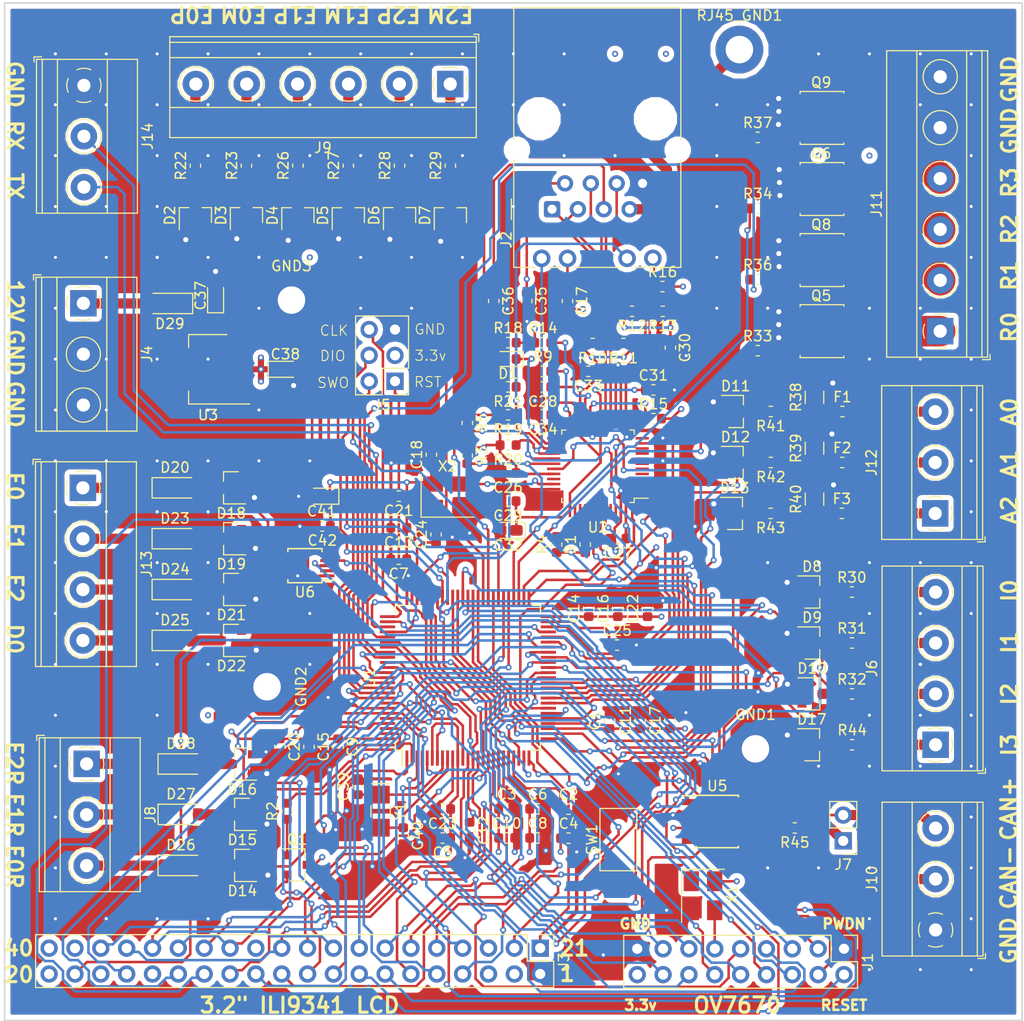
<source format=kicad_pcb>
(kicad_pcb (version 20171130) (host pcbnew 5.1.9-73d0e3b20d~88~ubuntu20.04.1)
  (layers (0 F.Cu signal) (1 In1.Cu power) (2 In2.Cu power) (31 B.Cu signal) (34 B.Paste user) (35 F.Paste user) (36 B.SilkS user) (37 F.SilkS user) (38 B.Mask user) (39 F.Mask user) (44 Edge.Cuts user))
  (net 0 "")
  (net 1 +3V3)
  (net 2 GND)
  (net 3 /NRST)
  (net 4 /VCAP_1)
  (net 5 "Net-(C29-Pad1)")
  (net 6 "Net-(D1-Pad1)")
  (net 7 "Net-(D1-Pad2)")
  (net 8 "Net-(J2-Pad12)")
  (net 9 "Net-(J2-Pad9)")
  (net 10 "Net-(J2-Pad11)")
  (net 11 "Net-(J2-Pad10)")
  (net 12 /ETH_MDIO)
  (net 13 "Net-(R4-Pad2)")
  (net 14 /ETH_CRS_DV)
  (net 15 "Net-(R9-Pad2)")
  (net 16 "Net-(R14-Pad2)")
  (net 17 "Net-(R15-Pad1)")
  (net 18 /ETH_MDC)
  (net 19 /ETH_REF_CLK)
  (net 20 /ETH_RXD0)
  (net 21 /ETH_RXD1)
  (net 22 /ETH_RESET)
  (net 23 /ETH_TX_EN)
  (net 24 /ETH_TXD0)
  (net 25 /ETH_TXD1)
  (net 26 "Net-(U2-Pad1)")
  (net 27 "Net-(U2-Pad5)")
  (net 28 "Net-(U2-Pad6)")
  (net 29 "Net-(U2-Pad7)")
  (net 30 "Net-(U2-Pad25)")
  (net 31 "Net-(U2-Pad33)")
  (net 32 "Net-(U2-Pad38)")
  (net 33 "Net-(U2-Pad41)")
  (net 34 "Net-(U2-Pad42)")
  (net 35 "Net-(U2-Pad45)")
  (net 36 "Net-(U2-Pad46)")
  (net 37 /VCAP_2)
  (net 38 +12V)
  (net 39 "Net-(J3-Pad6)")
  (net 40 /SDCARD_CS)
  (net 41 /SPI2_MOSI)
  (net 42 /SPI2_CLK)
  (net 43 /SPI2_MISO)
  (net 44 /TOUCH_CS)
  (net 45 /FSMC_D7)
  (net 46 /FSMC_D6)
  (net 47 /FSMC_D5)
  (net 48 /FSMC_D4)
  (net 49 /FSMC_D3)
  (net 50 /FSMC_D2)
  (net 51 /FSMC_D1)
  (net 52 /FSMC_D0)
  (net 53 /FSMC_A16)
  (net 54 /FSMC_NWE)
  (net 55 /FSMC_NOE)
  (net 56 /FSMC_D8)
  (net 57 /FSMC_D9)
  (net 58 /FSMC_D10)
  (net 59 /FSMC_D11)
  (net 60 /FSMC_D12)
  (net 61 /FSMC_D13)
  (net 62 /FSMC_D14)
  (net 63 /FSMC_D15)
  (net 64 /FSMC_NE1)
  (net 65 /TOUCH_IRQ)
  (net 66 "Net-(J3-Pad32)")
  (net 67 "Net-(J3-Pad39)")
  (net 68 "Net-(J3-Pad40)")
  (net 69 "Net-(J3-Pad23)")
  (net 70 "Net-(J3-Pad36)")
  (net 71 "Net-(J3-Pad37)")
  (net 72 /DCMI_D0)
  (net 73 /DCMI_D1)
  (net 74 /DCMI_VSYNC)
  (net 75 /DCMI_HSYNC)
  (net 76 /DCMI_D2)
  (net 77 /DCMI_D3)
  (net 78 /DCMI_D4)
  (net 79 /DCMI_D5)
  (net 80 /DCMI_D6)
  (net 81 /DCMI_D7)
  (net 82 /DCMI_PIXCLK)
  (net 83 /I2C1_SDA)
  (net 84 /I2C1_SCL)
  (net 85 /LCD_RESET)
  (net 86 "Net-(J3-Pad38)")
  (net 87 "Net-(Q1-Pad1)")
  (net 88 /ENCODER0_REVERSE)
  (net 89 /ENCODER1_REVERSE)
  (net 90 /ENCODER2_REVERSE)
  (net 91 /RCC_OSC32_IN)
  (net 92 /RCC_OSC32_OUT)
  (net 93 /ANALOG1)
  (net 94 /ANALOG0)
  (net 95 /INPUT1)
  (net 96 /ENCODER2_M)
  (net 97 /ENCODER2_P)
  (net 98 /ENCODER0_M)
  (net 99 /ENCODER0_P)
  (net 100 /INPUT0)
  (net 101 /CAN1_RX)
  (net 102 /CAN1_TX)
  (net 103 /SYS_JTMS-SWDIO)
  (net 104 /SYS_JTCK-SWCLK)
  (net 105 /OUTPUT3)
  (net 106 /OUTPUT2)
  (net 107 /OUTPUT1)
  (net 108 /OUTPUT0)
  (net 109 /SYS_JTDO-SWO)
  (net 110 /ENCODER1_M)
  (net 111 /ENCODER1_P)
  (net 112 /CAMERA_RESET)
  (net 113 /INPUT2)
  (net 114 "Net-(F1-Pad2)")
  (net 115 "Net-(F1-Pad1)")
  (net 116 "Net-(F2-Pad1)")
  (net 117 "Net-(F2-Pad2)")
  (net 118 "Net-(F3-Pad2)")
  (net 119 "Net-(F3-Pad1)")
  (net 120 "Net-(J10-Pad2)")
  (net 121 "Net-(J10-Pad3)")
  (net 122 "Net-(J11-Pad1)")
  (net 123 "Net-(J11-Pad2)")
  (net 124 "Net-(J11-Pad3)")
  (net 125 "Net-(J11-Pad4)")
  (net 126 "Net-(Q5-Pad4)")
  (net 127 "Net-(Q6-Pad4)")
  (net 128 "Net-(Q8-Pad4)")
  (net 129 "Net-(Q9-Pad4)")
  (net 130 "Net-(J9-Pad6)")
  (net 131 "Net-(J9-Pad5)")
  (net 132 "Net-(J9-Pad4)")
  (net 133 "Net-(J9-Pad3)")
  (net 134 "Net-(J9-Pad2)")
  (net 135 "Net-(J9-Pad1)")
  (net 136 /INPUT3)
  (net 137 "Net-(D18-Pad1)")
  (net 138 "Net-(D19-Pad1)")
  (net 139 "Net-(D20-Pad1)")
  (net 140 "Net-(D21-Pad1)")
  (net 141 "Net-(D22-Pad1)")
  (net 142 "Net-(D23-Pad1)")
  (net 143 "Net-(D24-Pad1)")
  (net 144 "Net-(D25-Pad1)")
  (net 145 "Net-(J7-Pad1)")
  (net 146 "Net-(J6-Pad4)")
  (net 147 "Net-(J6-Pad3)")
  (net 148 "Net-(J6-Pad2)")
  (net 149 "Net-(J6-Pad1)")
  (net 150 /LDAC)
  (net 151 "Net-(U5-Pad5)")
  (net 152 "Net-(U5-Pad8)")
  (net 153 "Net-(U6-Pad5)")
  (net 154 /UART5_RX)
  (net 155 /UART5_TX)
  (net 156 "Net-(J1-Pad11)")
  (net 157 "Net-(X1-Pad1)")
  (net 158 "Net-(X2-Pad1)")
  (net 159 "Net-(D26-Pad1)")
  (net 160 "Net-(D27-Pad1)")
  (net 161 "Net-(D28-Pad1)")
  (net 162 /LED_LCD_ON)
  (net 163 "/Ethernet PHY/RD-")
  (net 164 "/Ethernet PHY/RD+")
  (net 165 "/Ethernet PHY/TD-")
  (net 166 "/Ethernet PHY/TD+")
  (net 167 "Net-(C37-Pad1)")
  (net 168 /ANALOG2)
  (net 169 GNDPWR)
  (module TerminalBlock_Phoenix:TerminalBlock_Phoenix_MKDS-1,5-4_1x04_P5.00mm_Horizontal (layer F.Cu) (at 142.7 82.65 270)
    (fp_text reference J13 (at 7.5 -6.26 270) (layer F.SilkS))
    (fp_text value Screw_Terminal_01x04)
    (pad 1 thru_hole rect (at 0 0 270) (size 2.6 2.6) (drill 1.3) (layers *.Cu *.Mask) (net 139 "Net-(D20-Pad1)"))
    (pad 2 thru_hole circle (at 5 0 270) (size 2.6 2.6) (drill 1.3) (layers *.Cu *.Mask) (net 142 "Net-(D23-Pad1)"))
    (pad 3 thru_hole circle (at 10 0 270) (size 2.6 2.6) (drill 1.3) (layers *.Cu *.Mask) (net 143 "Net-(D24-Pad1)"))
    (pad 4 thru_hole circle (at 15 0 270) (size 2.6 2.6) (drill 1.3) (layers *.Cu *.Mask) (net 144 "Net-(D25-Pad1)"))
  )
  (module Capacitor_SMD:C_0603_1608Metric (layer F.Cu) (at 194.462 105.524 90)
    (fp_text reference C1 (at 0 -1.43 90) (layer F.SilkS))
    (fp_text value 100nF)
    (pad 1 smd roundrect (at -0.7875 0 90) (size 0.875 0.95) (layers F.Cu F.Paste F.Mask) (net 1 +3V3))
    (pad 2 smd roundrect (at 0.7875 0 90) (size 0.875 0.95) (layers F.Cu F.Paste F.Mask) (net 2 GND))
  )
  (module Capacitor_SMD:C_0603_1608Metric (layer F.Cu) (at 190.43 114.225)
    (fp_text reference C2 (at 0 -1.43) (layer F.SilkS))
    (fp_text value 100nF)
    (pad 1 smd roundrect (at -0.7875 0) (size 0.875 0.95) (layers F.Cu F.Paste F.Mask) (net 1 +3V3))
    (pad 2 smd roundrect (at 0.7875 0) (size 0.875 0.95) (layers F.Cu F.Paste F.Mask) (net 2 GND))
  )
  (module Capacitor_SMD:C_0603_1608Metric (layer F.Cu) (at 184.35 114.2)
    (fp_text reference C3 (at 0 -1.43) (layer F.SilkS))
    (fp_text value 100nF)
    (pad 2 smd roundrect (at 0.7875 0) (size 0.875 0.95) (layers F.Cu F.Paste F.Mask) (net 2 GND))
    (pad 1 smd roundrect (at -0.7875 0) (size 0.875 0.95) (layers F.Cu F.Paste F.Mask) (net 1 +3V3))
  )
  (module Capacitor_SMD:C_0603_1608Metric (layer F.Cu) (at 190.43 117.083)
    (fp_text reference C4 (at 0 -1.43) (layer F.SilkS))
    (fp_text value 1uF)
    (pad 2 smd roundrect (at 0.7875 0) (size 0.875 0.95) (layers F.Cu F.Paste F.Mask) (net 2 GND))
    (pad 1 smd roundrect (at -0.7875 0) (size 0.875 0.95) (layers F.Cu F.Paste F.Mask) (net 1 +3V3))
  )
  (module Capacitor_SMD:C_0603_1608Metric (layer F.Cu) (at 178.051 117.068 180)
    (fp_text reference C5 (at 0 -1.43 180) (layer F.SilkS))
    (fp_text value 100nF)
    (pad 1 smd roundrect (at -0.7875 0 180) (size 0.875 0.95) (layers F.Cu F.Paste F.Mask) (net 1 +3V3))
    (pad 2 smd roundrect (at 0.7875 0 180) (size 0.875 0.95) (layers F.Cu F.Paste F.Mask) (net 2 GND))
  )
  (module Capacitor_SMD:C_0603_1608Metric (layer F.Cu) (at 187.398 114.2)
    (fp_text reference C6 (at 0 -1.43) (layer F.SilkS))
    (fp_text value 100nF)
    (pad 1 smd roundrect (at -0.7875 0) (size 0.875 0.95) (layers F.Cu F.Paste F.Mask) (net 1 +3V3))
    (pad 2 smd roundrect (at 0.7875 0) (size 0.875 0.95) (layers F.Cu F.Paste F.Mask) (net 2 GND))
  )
  (module Capacitor_SMD:C_0603_1608Metric (layer F.Cu) (at 173.736 89.662 180)
    (fp_text reference C7 (at 0 -1.43 180) (layer F.SilkS))
    (fp_text value 100nF)
    (pad 2 smd roundrect (at 0.7875 0 180) (size 0.875 0.95) (layers F.Cu F.Paste F.Mask) (net 2 GND))
    (pad 1 smd roundrect (at -0.7875 0 180) (size 0.875 0.95) (layers F.Cu F.Paste F.Mask) (net 1 +3V3))
  )
  (module Capacitor_SMD:C_0603_1608Metric (layer F.Cu) (at 187.398 117.058)
    (fp_text reference C8 (at 0 -1.43) (layer F.SilkS))
    (fp_text value 1uF)
    (pad 2 smd roundrect (at 0.7875 0) (size 0.875 0.95) (layers F.Cu F.Paste F.Mask) (net 2 GND))
    (pad 1 smd roundrect (at -0.7875 0) (size 0.875 0.95) (layers F.Cu F.Paste F.Mask) (net 1 +3V3))
  )
  (module Capacitor_SMD:C_0603_1608Metric (layer F.Cu) (at 167.776 108.104 270)
    (fp_text reference C9 (at 0 -1.43 270) (layer F.SilkS))
    (fp_text value 100nF)
    (pad 1 smd roundrect (at -0.7875 0 270) (size 0.875 0.95) (layers F.Cu F.Paste F.Mask) (net 1 +3V3))
    (pad 2 smd roundrect (at 0.7875 0 270) (size 0.875 0.95) (layers F.Cu F.Paste F.Mask) (net 2 GND))
  )
  (module Capacitor_SMD:C_0603_1608Metric (layer F.Cu) (at 184.35 117.058)
    (fp_text reference C10 (at 0 -1.43) (layer F.SilkS))
    (fp_text value 100nF)
    (pad 2 smd roundrect (at 0.7875 0) (size 0.875 0.95) (layers F.Cu F.Paste F.Mask) (net 2 GND))
    (pad 1 smd roundrect (at -0.7875 0) (size 0.875 0.95) (layers F.Cu F.Paste F.Mask) (net 1 +3V3))
  )
  (module Capacitor_SMD:C_0603_1608Metric (layer F.Cu) (at 197.469 105.526 90)
    (fp_text reference C11 (at 0 -1.43 90) (layer F.SilkS))
    (fp_text value 100nF)
    (pad 1 smd roundrect (at -0.7875 0 90) (size 0.875 0.95) (layers F.Cu F.Paste F.Mask) (net 1 +3V3))
    (pad 2 smd roundrect (at 0.7875 0 90) (size 0.875 0.95) (layers F.Cu F.Paste F.Mask) (net 2 GND))
  )
  (module Capacitor_SMD:C_0603_1608Metric (layer F.Cu) (at 180.71 116.31 270)
    (fp_text reference C12 (at 0 -1.43 270) (layer F.SilkS))
    (fp_text value 100nF)
    (pad 1 smd roundrect (at -0.7875 0 270) (size 0.875 0.95) (layers F.Cu F.Paste F.Mask) (net 3 /NRST))
    (pad 2 smd roundrect (at 0.7875 0 270) (size 0.875 0.95) (layers F.Cu F.Paste F.Mask) (net 2 GND))
  )
  (module Capacitor_SMD:C_0603_1608Metric (layer F.Cu) (at 173.746 86.578 180)
    (fp_text reference C13 (at 0 -1.43 180) (layer F.SilkS))
    (fp_text value 100nF)
    (pad 2 smd roundrect (at 0.7875 0 180) (size 0.875 0.95) (layers F.Cu F.Paste F.Mask) (net 2 GND))
    (pad 1 smd roundrect (at -0.7875 0 180) (size 0.875 0.95) (layers F.Cu F.Paste F.Mask) (net 1 +3V3))
  )
  (module Capacitor_SMD:C_0603_1608Metric (layer F.Cu) (at 192.414 94.517 90)
    (fp_text reference C14 (at 0 -1.43 90) (layer F.SilkS))
    (fp_text value 100nF)
    (pad 1 smd roundrect (at -0.7875 0 90) (size 0.875 0.95) (layers F.Cu F.Paste F.Mask) (net 1 +3V3))
    (pad 2 smd roundrect (at 0.7875 0 90) (size 0.875 0.95) (layers F.Cu F.Paste F.Mask) (net 2 GND))
  )
  (module Capacitor_SMD:C_0603_1608Metric (layer F.Cu) (at 164.919 108.104 270)
    (fp_text reference C15 (at 0 -1.43 270) (layer F.SilkS))
    (fp_text value 100nF)
    (pad 2 smd roundrect (at 0.7875 0 270) (size 0.875 0.95) (layers F.Cu F.Paste F.Mask) (net 2 GND))
    (pad 1 smd roundrect (at -0.7875 0 270) (size 0.875 0.95) (layers F.Cu F.Paste F.Mask) (net 1 +3V3))
  )
  (module Capacitor_SMD:C_0603_1608Metric (layer F.Cu) (at 195.272 94.517 90)
    (fp_text reference C16 (at 0 -1.43 90) (layer F.SilkS))
    (fp_text value 100nF)
    (pad 1 smd roundrect (at -0.7875 0 90) (size 0.875 0.95) (layers F.Cu F.Paste F.Mask) (net 1 +3V3))
    (pad 2 smd roundrect (at 0.7875 0 90) (size 0.875 0.95) (layers F.Cu F.Paste F.Mask) (net 2 GND))
  )
  (module Capacitor_SMD:C_0603_1608Metric (layer F.Cu) (at 200.39 105.526 90)
    (fp_text reference C17 (at 0 -1.43 90) (layer F.SilkS))
    (fp_text value 100nF)
    (pad 2 smd roundrect (at 0.7875 0 90) (size 0.875 0.95) (layers F.Cu F.Paste F.Mask) (net 2 GND))
    (pad 1 smd roundrect (at -0.7875 0 90) (size 0.875 0.95) (layers F.Cu F.Paste F.Mask) (net 1 +3V3))
  )
  (module Capacitor_SMD:C_0603_1608Metric (layer F.Cu) (at 162.062 108.104 270)
    (fp_text reference C20 (at 0 -1.43 270) (layer F.SilkS))
    (fp_text value 100nF)
    (pad 1 smd roundrect (at -0.7875 0 270) (size 0.875 0.95) (layers F.Cu F.Paste F.Mask) (net 1 +3V3))
    (pad 2 smd roundrect (at 0.7875 0 270) (size 0.875 0.95) (layers F.Cu F.Paste F.Mask) (net 2 GND))
  )
  (module Capacitor_SMD:C_0603_1608Metric (layer F.Cu) (at 173.746 83.4665 180)
    (fp_text reference C21 (at 0 -1.43 180) (layer F.SilkS))
    (fp_text value 100nF)
    (pad 2 smd roundrect (at 0.7875 0 180) (size 0.875 0.95) (layers F.Cu F.Paste F.Mask) (net 2 GND))
    (pad 1 smd roundrect (at -0.7875 0 180) (size 0.875 0.95) (layers F.Cu F.Paste F.Mask) (net 1 +3V3))
  )
  (module Capacitor_SMD:C_0603_1608Metric (layer F.Cu) (at 198.193 94.517 90)
    (fp_text reference C22 (at 0 -1.43 90) (layer F.SilkS))
    (fp_text value 100nF)
    (pad 1 smd roundrect (at -0.7875 0 90) (size 0.875 0.95) (layers F.Cu F.Paste F.Mask) (net 1 +3V3))
    (pad 2 smd roundrect (at 0.7875 0 90) (size 0.875 0.95) (layers F.Cu F.Paste F.Mask) (net 2 GND))
  )
  (module Capacitor_SMD:C_0603_1608Metric (layer F.Cu) (at 178.051 114.211 180)
    (fp_text reference C23 (at 0 -1.43 180) (layer F.SilkS))
    (fp_text value 4.7uF)
    (pad 1 smd roundrect (at -0.7875 0 180) (size 0.875 0.95) (layers F.Cu F.Paste F.Mask) (net 1 +3V3))
    (pad 2 smd roundrect (at 0.7875 0 180) (size 0.875 0.95) (layers F.Cu F.Paste F.Mask) (net 2 GND))
  )
  (module Capacitor_SMD:C_0603_1608Metric (layer F.Cu) (at 177.41 87.23 90)
    (fp_text reference C24 (at 0 -1.43 90) (layer F.SilkS))
    (fp_text value 2.2uF)
    (pad 2 smd roundrect (at 0.7875 0 90) (size 0.875 0.95) (layers F.Cu F.Paste F.Mask) (net 2 GND))
    (pad 1 smd roundrect (at -0.7875 0 90) (size 0.875 0.95) (layers F.Cu F.Paste F.Mask) (net 37 /VCAP_2))
  )
  (module Capacitor_SMD:C_0603_1608Metric (layer F.Cu) (at 195.199 98.1075)
    (fp_text reference C25 (at 0 -1.43) (layer F.SilkS))
    (fp_text value 2.2uF)
    (pad 2 smd roundrect (at 0.7875 0) (size 0.875 0.95) (layers F.Cu F.Paste F.Mask) (net 2 GND))
    (pad 1 smd roundrect (at -0.7875 0) (size 0.875 0.95) (layers F.Cu F.Paste F.Mask) (net 4 /VCAP_1))
  )
  (module Capacitor_SMD:C_0603_1608Metric (layer F.Cu) (at 195.28 87.64 180)
    (fp_text reference C27 (at 0 -1.43 180) (layer F.SilkS))
    (fp_text value 100nF)
    (pad 1 smd roundrect (at -0.7875 0 180) (size 0.875 0.95) (layers F.Cu F.Paste F.Mask) (net 1 +3V3))
    (pad 2 smd roundrect (at 0.7875 0 180) (size 0.875 0.95) (layers F.Cu F.Paste F.Mask) (net 2 GND))
  )
  (module Capacitor_SMD:C_0603_1608Metric (layer F.Cu) (at 187.9 72.74 180)
    (fp_text reference C28 (at 0 -1.43 180) (layer F.SilkS))
    (fp_text value 100nF)
    (pad 2 smd roundrect (at 0.7875 0 180) (size 0.875 0.95) (layers F.Cu F.Paste F.Mask) (net 2 GND))
    (pad 1 smd roundrect (at -0.7875 0 180) (size 0.875 0.95) (layers F.Cu F.Paste F.Mask) (net 1 +3V3))
  )
  (module Capacitor_SMD:C_0603_1608Metric (layer F.Cu) (at 184.48 83.95 180)
    (fp_text reference C29 (at 0 -1.43 180) (layer F.SilkS))
    (fp_text value 100nF)
    (pad 2 smd roundrect (at 0.7875 0 180) (size 0.875 0.95) (layers F.Cu F.Paste F.Mask) (net 2 GND))
    (pad 1 smd roundrect (at -0.7875 0 180) (size 0.875 0.95) (layers F.Cu F.Paste F.Mask) (net 5 "Net-(C29-Pad1)"))
  )
  (module Capacitor_SMD:C_0603_1608Metric (layer F.Cu) (at 200.44 68.87 270)
    (fp_text reference C30 (at 0 -1.43 270) (layer F.SilkS))
    (fp_text value 100nF)
    (pad 2 smd roundrect (at 0.7875 0 270) (size 0.875 0.95) (layers F.Cu F.Paste F.Mask) (net 2 GND))
    (pad 1 smd roundrect (at -0.7875 0 270) (size 0.875 0.95) (layers F.Cu F.Paste F.Mask) (net 1 +3V3))
  )
  (module Capacitor_SMD:C_0603_1608Metric (layer F.Cu) (at 198.77 73.03)
    (fp_text reference C31 (at 0 -1.43) (layer F.SilkS))
    (fp_text value 100nF)
    (pad 2 smd roundrect (at 0.7875 0) (size 0.875 0.95) (layers F.Cu F.Paste F.Mask) (net 2 GND))
    (pad 1 smd roundrect (at -0.7875 0) (size 0.875 0.95) (layers F.Cu F.Paste F.Mask) (net 5 "Net-(C29-Pad1)"))
  )
  (module Capacitor_Tantalum_SMD:CP_EIA-1608-08_AVX-J_Pad1.25x1.05mm_HandSolder (layer F.Cu) (at 184.5 86.83 180)
    (fp_text reference C32 (at 0 -1.48 180) (layer F.SilkS))
    (fp_text value 10uF)
    (pad 1 smd roundrect (at -0.8 0 180) (size 1.25 1.05) (layers F.Cu F.Paste F.Mask) (roundrect_rratio 0.238095) (net 5 "Net-(C29-Pad1)"))
    (pad 2 smd roundrect (at 0.8 0 180) (size 1.25 1.05) (layers F.Cu F.Paste F.Mask) (roundrect_rratio 0.238095) (net 2 GND))
  )
  (module Capacitor_SMD:C_0603_1608Metric (layer F.Cu) (at 192.37 71.2 180)
    (fp_text reference C33 (at 0 -1.43 180) (layer F.SilkS))
    (fp_text value 100nF)
    (pad 1 smd roundrect (at -0.7875 0 180) (size 0.875 0.95) (layers F.Cu F.Paste F.Mask) (net 1 +3V3))
    (pad 2 smd roundrect (at 0.7875 0 180) (size 0.875 0.95) (layers F.Cu F.Paste F.Mask) (net 2 GND))
  )
  (module Capacitor_SMD:C_0603_1608Metric (layer F.Cu) (at 187.91 75.48 180)
    (fp_text reference C34 (at 0 -1.43 180) (layer F.SilkS))
    (fp_text value 100nF)
    (pad 1 smd roundrect (at -0.7875 0 180) (size 0.875 0.95) (layers F.Cu F.Paste F.Mask) (net 5 "Net-(C29-Pad1)"))
    (pad 2 smd roundrect (at 0.7875 0 180) (size 0.875 0.95) (layers F.Cu F.Paste F.Mask) (net 2 GND))
  )
  (module Capacitor_SMD:C_0603_1608Metric (layer F.Cu) (at 186.32 64.3 270)
    (fp_text reference C35 (at 0 -1.43 270) (layer F.SilkS))
    (fp_text value 100nF)
    (pad 2 smd roundrect (at 0.7875 0 270) (size 0.875 0.95) (layers F.Cu F.Paste F.Mask) (net 2 GND))
    (pad 1 smd roundrect (at -0.7875 0 270) (size 0.875 0.95) (layers F.Cu F.Paste F.Mask) (net 1 +3V3))
  )
  (module Capacitor_SMD:C_0603_1608Metric (layer F.Cu) (at 183.08 64.29 270)
    (fp_text reference C36 (at 0 -1.43 270) (layer F.SilkS))
    (fp_text value 100nF)
    (pad 1 smd roundrect (at -0.7875 0 270) (size 0.875 0.95) (layers F.Cu F.Paste F.Mask) (net 1 +3V3))
    (pad 2 smd roundrect (at 0.7875 0 270) (size 0.875 0.95) (layers F.Cu F.Paste F.Mask) (net 2 GND))
  )
  (module LED_SMD:LED_0603_1608Metric (layer F.Cu) (at 184.49 69.99 180)
    (fp_text reference D1 (at 0 -1.43 180) (layer F.SilkS))
    (fp_text value LED)
    (pad 1 smd roundrect (at -0.7875 0 180) (size 0.875 0.95) (layers F.Cu F.Paste F.Mask) (net 6 "Net-(D1-Pad1)"))
    (pad 2 smd roundrect (at 0.7875 0 180) (size 0.875 0.95) (layers F.Cu F.Paste F.Mask) (net 7 "Net-(D1-Pad2)"))
  )
  (module Connector_RJ:RJ45_Wuerth_7499010121A_Horizontal (layer F.Cu) (at 188.809 55.2697 90)
    (fp_text reference J2 (at -3 -4.5 90) (layer F.SilkS))
    (fp_text value RJ45_LED)
    (pad 12 thru_hole circle (at -4.83 9.91 180) (size 1.72 1.72) (drill 1.02) (layers *.Cu *.Mask) (net 8 "Net-(J2-Pad12)"))
    (pad 9 thru_hole circle (at -4.83 -1.02 180) (size 1.72 1.72) (drill 1.02) (layers *.Cu *.Mask) (net 9 "Net-(J2-Pad9)"))
    (pad 11 thru_hole circle (at -4.83 7.37 180) (size 1.72 1.72) (drill 1.02) (layers *.Cu *.Mask) (net 10 "Net-(J2-Pad11)"))
    (pad 10 thru_hole circle (at -4.83 1.52 180) (size 1.72 1.72) (drill 1.02) (layers *.Cu *.Mask) (net 11 "Net-(J2-Pad10)"))
    (pad "" np_thru_hole circle (at 5.84 12.345 180) (size 1.6 1.6) (drill 1.6) (layers *.Cu *.Mask))
    (pad "" np_thru_hole circle (at 5.84 -3.455 180) (size 1.6 1.6) (drill 1.6) (layers *.Cu *.Mask))
    (pad "" np_thru_hole circle (at 8.89 10.16 180) (size 3.25 3.25) (drill 3.25) (layers *.Cu *.Mask))
    (pad "" np_thru_hole circle (at 8.89 -1.27 180) (size 3.25 3.25) (drill 3.25) (layers *.Cu *.Mask))
    (pad 8 thru_hole circle (at 2.54 8.89 180) (size 1.6 1.6) (drill 0.9) (layers *.Cu *.Mask) (net 2 GND))
    (pad 7 thru_hole circle (at 0 7.62 180) (size 1.6 1.6) (drill 0.9) (layers *.Cu *.Mask) (net 169 GNDPWR))
    (pad 6 thru_hole circle (at 2.54 6.35 180) (size 1.6 1.6) (drill 0.9) (layers *.Cu *.Mask) (net 163 "/Ethernet PHY/RD-"))
    (pad 5 thru_hole circle (at 0 5.08 180) (size 1.6 1.6) (drill 0.9) (layers *.Cu *.Mask) (net 1 +3V3))
    (pad 4 thru_hole circle (at 2.54 3.81 180) (size 1.6 1.6) (drill 0.9) (layers *.Cu *.Mask) (net 164 "/Ethernet PHY/RD+"))
    (pad 3 thru_hole circle (at 0 2.54 180) (size 1.6 1.6) (drill 0.9) (layers *.Cu *.Mask) (net 165 "/Ethernet PHY/TD-"))
    (pad 2 thru_hole circle (at 2.54 1.27 180) (size 1.6 1.6) (drill 0.9) (layers *.Cu *.Mask) (net 1 +3V3))
    (pad 1 thru_hole roundrect (at 0 0 180) (size 1.6 1.6) (drill 0.9) (layers *.Cu *.Mask) (roundrect_rratio 0.155) (net 166 "/Ethernet PHY/TD+"))
  )
  (module Resistor_SMD:R_0603_1608Metric (layer F.Cu) (at 180.47 79.48 270)
    (fp_text reference R3 (at 0 -1.43 270) (layer F.SilkS))
    (fp_text value 1.5K)
    (pad 1 smd roundrect (at -0.7875 0 270) (size 0.875 0.95) (layers F.Cu F.Paste F.Mask) (net 1 +3V3))
    (pad 2 smd roundrect (at 0.7875 0 270) (size 0.875 0.95) (layers F.Cu F.Paste F.Mask) (net 12 /ETH_MDIO))
  )
  (module Resistor_SMD:R_0603_1608Metric (layer F.Cu) (at 189.26 88.22 90)
    (fp_text reference R4 (at 0 -1.43 90) (layer F.SilkS))
    (fp_text value 2.2K)
    (pad 2 smd roundrect (at 0.7875 0 90) (size 0.875 0.95) (layers F.Cu F.Paste F.Mask) (net 13 "Net-(R4-Pad2)"))
    (pad 1 smd roundrect (at -0.7875 0 90) (size 0.875 0.95) (layers F.Cu F.Paste F.Mask) (net 1 +3V3))
  )
  (module Resistor_SMD:R_0603_1608Metric (layer F.Cu) (at 187.9 71.2)
    (fp_text reference R9 (at 0 -1.43) (layer F.SilkS))
    (fp_text value 4.87K)
    (pad 2 smd roundrect (at 0.7875 0) (size 0.875 0.95) (layers F.Cu F.Paste F.Mask) (net 15 "Net-(R9-Pad2)"))
    (pad 1 smd roundrect (at -0.7875 0) (size 0.875 0.95) (layers F.Cu F.Paste F.Mask) (net 2 GND))
  )
  (module Resistor_SMD:R_0603_1608Metric (layer F.Cu) (at 192.8 68.47 180)
    (fp_text reference R10 (at 0 -1.43 180) (layer F.SilkS))
    (fp_text value 49.9)
    (pad 1 smd roundrect (at -0.7875 0 180) (size 0.875 0.95) (layers F.Cu F.Paste F.Mask) (net 166 "/Ethernet PHY/TD+"))
    (pad 2 smd roundrect (at 0.7875 0 180) (size 0.875 0.95) (layers F.Cu F.Paste F.Mask) (net 1 +3V3))
  )
  (module Resistor_SMD:R_0603_1608Metric (layer F.Cu) (at 195.82 68.47 180)
    (fp_text reference R11 (at 0 -1.43 180) (layer F.SilkS))
    (fp_text value 49.9)
    (pad 1 smd roundrect (at -0.7875 0 180) (size 0.875 0.95) (layers F.Cu F.Paste F.Mask) (net 1 +3V3))
    (pad 2 smd roundrect (at 0.7875 0 180) (size 0.875 0.95) (layers F.Cu F.Paste F.Mask) (net 165 "/Ethernet PHY/TD-"))
  )
  (module Resistor_SMD:R_0603_1608Metric (layer F.Cu) (at 196.67 65.3 180)
    (fp_text reference R12 (at 0 -1.43 180) (layer F.SilkS))
    (fp_text value 49.9)
    (pad 1 smd roundrect (at -0.7875 0 180) (size 0.875 0.95) (layers F.Cu F.Paste F.Mask) (net 164 "/Ethernet PHY/RD+"))
    (pad 2 smd roundrect (at 0.7875 0 180) (size 0.875 0.95) (layers F.Cu F.Paste F.Mask) (net 1 +3V3))
  )
  (module Resistor_SMD:R_0603_1608Metric (layer F.Cu) (at 199.69 65.3 180)
    (fp_text reference R13 (at 0 -1.43 180) (layer F.SilkS))
    (fp_text value 49.9)
    (pad 2 smd roundrect (at 0.7875 0 180) (size 0.875 0.95) (layers F.Cu F.Paste F.Mask) (net 163 "/Ethernet PHY/RD-"))
    (pad 1 smd roundrect (at -0.7875 0 180) (size 0.875 0.95) (layers F.Cu F.Paste F.Mask) (net 1 +3V3))
  )
  (module Resistor_SMD:R_0603_1608Metric (layer F.Cu) (at 187.9 68.39)
    (fp_text reference R14 (at 0 -1.43) (layer F.SilkS))
    (fp_text value 2.2K)
    (pad 1 smd roundrect (at -0.7875 0) (size 0.875 0.95) (layers F.Cu F.Paste F.Mask) (net 1 +3V3))
    (pad 2 smd roundrect (at 0.7875 0) (size 0.875 0.95) (layers F.Cu F.Paste F.Mask) (net 16 "Net-(R14-Pad2)"))
  )
  (module Resistor_SMD:R_0603_1608Metric (layer F.Cu) (at 198.77 75.85)
    (fp_text reference R15 (at 0 -1.43) (layer F.SilkS))
    (fp_text value 2.2K)
    (pad 2 smd roundrect (at 0.7875 0) (size 0.875 0.95) (layers F.Cu F.Paste F.Mask) (net 1 +3V3))
    (pad 1 smd roundrect (at -0.7875 0) (size 0.875 0.95) (layers F.Cu F.Paste F.Mask) (net 17 "Net-(R15-Pad1)"))
  )
  (module Resistor_SMD:R_0603_1608Metric (layer F.Cu) (at 199.662 62.87)
    (fp_text reference R16 (at 0 -1.43) (layer F.SilkS))
    (fp_text value 110)
    (pad 2 smd roundrect (at 0.7875 0) (size 0.875 0.95) (layers F.Cu F.Paste F.Mask) (net 1 +3V3))
    (pad 1 smd roundrect (at -0.7875 0) (size 0.875 0.95) (layers F.Cu F.Paste F.Mask) (net 8 "Net-(J2-Pad12)"))
  )
  (module Resistor_SMD:R_0603_1608Metric (layer F.Cu) (at 190.32 64.3 270)
    (fp_text reference R17 (at 0 -1.43 270) (layer F.SilkS))
    (fp_text value 110)
    (pad 1 smd roundrect (at -0.7875 0 270) (size 0.875 0.95) (layers F.Cu F.Paste F.Mask) (net 11 "Net-(J2-Pad10)"))
    (pad 2 smd roundrect (at 0.7875 0 270) (size 0.875 0.95) (layers F.Cu F.Paste F.Mask) (net 1 +3V3))
  )
  (module Resistor_SMD:R_0603_1608Metric (layer F.Cu) (at 184.49 68.38)
    (fp_text reference R18 (at 0 -1.43) (layer F.SilkS))
    (fp_text value 110)
    (pad 2 smd roundrect (at 0.7875 0) (size 0.875 0.95) (layers F.Cu F.Paste F.Mask) (net 1 +3V3))
    (pad 1 smd roundrect (at -0.7875 0) (size 0.875 0.95) (layers F.Cu F.Paste F.Mask) (net 7 "Net-(D1-Pad2)"))
  )
  (module Resistor_SMD:R_0603_1608Metric (layer F.Cu) (at 184.49 75.48 180)
    (fp_text reference R19 (at 0 -1.43 180) (layer F.SilkS))
    (fp_text value 2.2K)
    (pad 2 smd roundrect (at 0.7875 0 180) (size 0.875 0.95) (layers F.Cu F.Paste F.Mask) (net 1 +3V3))
    (pad 1 smd roundrect (at -0.7875 0 180) (size 0.875 0.95) (layers F.Cu F.Paste F.Mask) (net 10 "Net-(J2-Pad11)"))
  )
  (module Resistor_SMD:R_0603_1608Metric (layer F.Cu) (at 184.491 78.4472 180)
    (fp_text reference R20 (at 0 -1.43 180) (layer F.SilkS))
    (fp_text value 2.2K)
    (pad 1 smd roundrect (at -0.7875 0 180) (size 0.875 0.95) (layers F.Cu F.Paste F.Mask) (net 9 "Net-(J2-Pad9)"))
    (pad 2 smd roundrect (at 0.7875 0 180) (size 0.875 0.95) (layers F.Cu F.Paste F.Mask) (net 1 +3V3))
  )
  (module Resistor_SMD:R_0603_1608Metric (layer F.Cu) (at 184.491 72.7322 180)
    (fp_text reference R21 (at 0 -1.43 180) (layer F.SilkS))
    (fp_text value 2.2K)
    (pad 1 smd roundrect (at -0.7875 0 180) (size 0.875 0.95) (layers F.Cu F.Paste F.Mask) (net 6 "Net-(D1-Pad1)"))
    (pad 2 smd roundrect (at 0.7875 0 180) (size 0.875 0.95) (layers F.Cu F.Paste F.Mask) (net 1 +3V3))
  )
  (module Button_Switch_SMD:SW_SPST_FSMSM (layer F.Cu) (at 195.326 117.221 90)
    (fp_text reference SW1 (at 0 -2.6 90) (layer F.SilkS))
    (fp_text value SW_Push)
    (pad 1 smd rect (at -4.59 0 90) (size 2.18 1.6) (layers F.Cu F.Paste F.Mask) (net 3 /NRST))
    (pad 2 smd rect (at 4.59 0 90) (size 2.18 1.6) (layers F.Cu F.Paste F.Mask) (net 2 GND))
  )
  (module Package_QFP:LQFP-100_14x14mm_P0.5mm (layer F.Cu) (at 180.54 101.31 90)
    (fp_text reference U1 (at 0 -9.65 90) (layer F.SilkS))
    (fp_text value STM32F407VGTx)
    (pad 1 smd rect (at -7.9 -6 90) (size 1.5 0.28) (layers F.Cu F.Paste F.Mask) (net 88 /ENCODER0_REVERSE))
    (pad 2 smd rect (at -7.9 -5.5 90) (size 1.5 0.28) (layers F.Cu F.Paste F.Mask) (net 89 /ENCODER1_REVERSE))
    (pad 3 smd rect (at -7.9 -5 90) (size 1.5 0.28) (layers F.Cu F.Paste F.Mask) (net 78 /DCMI_D4))
    (pad 4 smd rect (at -7.9 -4.5 90) (size 1.5 0.28) (layers F.Cu F.Paste F.Mask) (net 80 /DCMI_D6))
    (pad 5 smd rect (at -7.9 -4 90) (size 1.5 0.28) (layers F.Cu F.Paste F.Mask) (net 81 /DCMI_D7))
    (pad 6 smd rect (at -7.9 -3.5 90) (size 1.5 0.28) (layers F.Cu F.Paste F.Mask) (net 1 +3V3))
    (pad 7 smd rect (at -7.9 -3 90) (size 1.5 0.28) (layers F.Cu F.Paste F.Mask) (net 90 /ENCODER2_REVERSE))
    (pad 8 smd rect (at -7.9 -2.5 90) (size 1.5 0.28) (layers F.Cu F.Paste F.Mask) (net 91 /RCC_OSC32_IN))
    (pad 9 smd rect (at -7.9 -2 90) (size 1.5 0.28) (layers F.Cu F.Paste F.Mask) (net 92 /RCC_OSC32_OUT))
    (pad 10 smd rect (at -7.9 -1.5 90) (size 1.5 0.28) (layers F.Cu F.Paste F.Mask) (net 2 GND))
    (pad 11 smd rect (at -7.9 -1 90) (size 1.5 0.28) (layers F.Cu F.Paste F.Mask) (net 1 +3V3))
    (pad 12 smd rect (at -7.9 -0.5 90) (size 1.5 0.28) (layers F.Cu F.Paste F.Mask) (net 44 /TOUCH_CS))
    (pad 13 smd rect (at -7.9 0 90) (size 1.5 0.28) (layers F.Cu F.Paste F.Mask) (net 65 /TOUCH_IRQ))
    (pad 14 smd rect (at -7.9 0.5 90) (size 1.5 0.28) (layers F.Cu F.Paste F.Mask) (net 3 /NRST))
    (pad 15 smd rect (at -7.9 1 90) (size 1.5 0.28) (layers F.Cu F.Paste F.Mask) (net 40 /SDCARD_CS))
    (pad 16 smd rect (at -7.9 1.5 90) (size 1.5 0.28) (layers F.Cu F.Paste F.Mask) (net 18 /ETH_MDC))
    (pad 17 smd rect (at -7.9 2 90) (size 1.5 0.28) (layers F.Cu F.Paste F.Mask) (net 43 /SPI2_MISO))
    (pad 18 smd rect (at -7.9 2.5 90) (size 1.5 0.28) (layers F.Cu F.Paste F.Mask) (net 41 /SPI2_MOSI))
    (pad 19 smd rect (at -7.9 3 90) (size 1.5 0.28) (layers F.Cu F.Paste F.Mask) (net 1 +3V3))
    (pad 20 smd rect (at -7.9 3.5 90) (size 1.5 0.28) (layers F.Cu F.Paste F.Mask) (net 2 GND))
    (pad 21 smd rect (at -7.9 4 90) (size 1.5 0.28) (layers F.Cu F.Paste F.Mask) (net 1 +3V3))
    (pad 22 smd rect (at -7.9 4.5 90) (size 1.5 0.28) (layers F.Cu F.Paste F.Mask) (net 1 +3V3))
    (pad 23 smd rect (at -7.9 5 90) (size 1.5 0.28) (layers F.Cu F.Paste F.Mask) (net 94 /ANALOG0))
    (pad 24 smd rect (at -7.9 5.5 90) (size 1.5 0.28) (layers F.Cu F.Paste F.Mask) (net 19 /ETH_REF_CLK))
    (pad 25 smd rect (at -7.9 6 90) (size 1.5 0.28) (layers F.Cu F.Paste F.Mask) (net 12 /ETH_MDIO))
    (pad 26 smd rect (at -6 7.9 180) (size 1.5 0.28) (layers F.Cu F.Paste F.Mask) (net 168 /ANALOG2))
    (pad 27 smd rect (at -5.5 7.9 180) (size 1.5 0.28) (layers F.Cu F.Paste F.Mask) (net 2 GND))
    (pad 28 smd rect (at -5 7.9 180) (size 1.5 0.28) (layers F.Cu F.Paste F.Mask) (net 1 +3V3))
    (pad 29 smd rect (at -4.5 7.9 180) (size 1.5 0.28) (layers F.Cu F.Paste F.Mask) (net 75 /DCMI_HSYNC))
    (pad 30 smd rect (at -4 7.9 180) (size 1.5 0.28) (layers F.Cu F.Paste F.Mask) (net 162 /LED_LCD_ON))
    (pad 31 smd rect (at -3.5 7.9 180) (size 1.5 0.28) (layers F.Cu F.Paste F.Mask) (net 82 /DCMI_PIXCLK))
    (pad 32 smd rect (at -3 7.9 180) (size 1.5 0.28) (layers F.Cu F.Paste F.Mask) (net 14 /ETH_CRS_DV))
    (pad 33 smd rect (at -2.5 7.9 180) (size 1.5 0.28) (layers F.Cu F.Paste F.Mask) (net 20 /ETH_RXD0))
    (pad 34 smd rect (at -2 7.9 180) (size 1.5 0.28) (layers F.Cu F.Paste F.Mask) (net 21 /ETH_RXD1))
    (pad 35 smd rect (at -1.5 7.9 180) (size 1.5 0.28) (layers F.Cu F.Paste F.Mask) (net 22 /ETH_RESET))
    (pad 36 smd rect (at -1 7.9 180) (size 1.5 0.28) (layers F.Cu F.Paste F.Mask) (net 93 /ANALOG1))
    (pad 37 smd rect (at -0.5 7.9 180) (size 1.5 0.28) (layers F.Cu F.Paste F.Mask) (net 113 /INPUT2))
    (pad 38 smd rect (at 0 7.9 180) (size 1.5 0.28) (layers F.Cu F.Paste F.Mask) (net 48 /FSMC_D4))
    (pad 39 smd rect (at 0.5 7.9 180) (size 1.5 0.28) (layers F.Cu F.Paste F.Mask) (net 47 /FSMC_D5))
    (pad 40 smd rect (at 1 7.9 180) (size 1.5 0.28) (layers F.Cu F.Paste F.Mask) (net 46 /FSMC_D6))
    (pad 41 smd rect (at 1.5 7.9 180) (size 1.5 0.28) (layers F.Cu F.Paste F.Mask) (net 45 /FSMC_D7))
    (pad 42 smd rect (at 2 7.9 180) (size 1.5 0.28) (layers F.Cu F.Paste F.Mask) (net 56 /FSMC_D8))
    (pad 43 smd rect (at 2.5 7.9 180) (size 1.5 0.28) (layers F.Cu F.Paste F.Mask) (net 57 /FSMC_D9))
    (pad 44 smd rect (at 3 7.9 180) (size 1.5 0.28) (layers F.Cu F.Paste F.Mask) (net 58 /FSMC_D10))
    (pad 45 smd rect (at 3.5 7.9 180) (size 1.5 0.28) (layers F.Cu F.Paste F.Mask) (net 59 /FSMC_D11))
    (pad 46 smd rect (at 4 7.9 180) (size 1.5 0.28) (layers F.Cu F.Paste F.Mask) (net 60 /FSMC_D12))
    (pad 47 smd rect (at 4.5 7.9 180) (size 1.5 0.28) (layers F.Cu F.Paste F.Mask) (net 42 /SPI2_CLK))
    (pad 48 smd rect (at 5 7.9 180) (size 1.5 0.28) (layers F.Cu F.Paste F.Mask) (net 23 /ETH_TX_EN))
    (pad 49 smd rect (at 5.5 7.9 180) (size 1.5 0.28) (layers F.Cu F.Paste F.Mask) (net 4 /VCAP_1))
    (pad 50 smd rect (at 6 7.9 180) (size 1.5 0.28) (layers F.Cu F.Paste F.Mask) (net 1 +3V3))
    (pad 51 smd rect (at 7.9 6 90) (size 1.5 0.28) (layers F.Cu F.Paste F.Mask) (net 24 /ETH_TXD0))
    (pad 52 smd rect (at 7.9 5.5 90) (size 1.5 0.28) (layers F.Cu F.Paste F.Mask) (net 25 /ETH_TXD1))
    (pad 53 smd rect (at 7.9 5 90) (size 1.5 0.28) (layers F.Cu F.Paste F.Mask) (net 105 /OUTPUT3))
    (pad 54 smd rect (at 7.9 4.5 90) (size 1.5 0.28) (layers F.Cu F.Paste F.Mask) (net 106 /OUTPUT2))
    (pad 55 smd rect (at 7.9 4 90) (size 1.5 0.28) (layers F.Cu F.Paste F.Mask) (net 61 /FSMC_D13))
    (pad 56 smd rect (at 7.9 3.5 90) (size 1.5 0.28) (layers F.Cu F.Paste F.Mask) (net 62 /FSMC_D14))
    (pad 57 smd rect (at 7.9 3 90) (size 1.5 0.28) (layers F.Cu F.Paste F.Mask) (net 63 /FSMC_D15))
    (pad 58 smd rect (at 7.9 2.5 90) (size 1.5 0.28) (layers F.Cu F.Paste F.Mask) (net 53 /FSMC_A16))
    (pad 59 smd rect (at 7.9 2 90) (size 1.5 0.28) (layers F.Cu F.Paste F.Mask) (net 96 /ENCODER2_M))
    (pad 60 smd rect (at 7.9 1.5 90) (size 1.5 0.28) (layers F.Cu F.Paste F.Mask) (net 97 /ENCODER2_P))
    (pad 61 smd rect (at 7.9 1 90) (size 1.5 0.28) (layers F.Cu F.Paste F.Mask) (net 52 /FSMC_D0))
    (pad 62 smd rect (at 7.9 0.5 90) (size 1.5 0.28) (layers F.Cu F.Paste F.Mask) (net 51 /FSMC_D1))
    (pad 63 smd rect (at 7.9 0 90) (size 1.5 0.28) (layers F.Cu F.Paste F.Mask) (net 72 /DCMI_D0))
    (pad 64 smd rect (at 7.9 -0.5 90) (size 1.5 0.28) (layers F.Cu F.Paste F.Mask) (net 73 /DCMI_D1))
    (pad 65 smd rect (at 7.9 -1 90) (size 1.5 0.28) (layers F.Cu F.Paste F.Mask) (net 76 /DCMI_D2))
    (pad 66 smd rect (at 7.9 -1.5 90) (size 1.5 0.28) (layers F.Cu F.Paste F.Mask) (net 77 /DCMI_D3))
    (pad 67 smd rect (at 7.9 -2 90) (size 1.5 0.28) (layers F.Cu F.Paste F.Mask) (net 98 /ENCODER0_M))
    (pad 68 smd rect (at 7.9 -2.5 90) (size 1.5 0.28) (layers F.Cu F.Paste F.Mask) (net 99 /ENCODER0_P))
    (pad 69 smd rect (at 7.9 -3 90) (size 1.5 0.28) (layers F.Cu F.Paste F.Mask) (net 100 /INPUT0))
    (pad 70 smd rect (at 7.9 -3.5 90) (size 1.5 0.28) (layers F.Cu F.Paste F.Mask) (net 101 /CAN1_RX))
    (pad 71 smd rect (at 7.9 -4 90) (size 1.5 0.28) (layers F.Cu F.Paste F.Mask) (net 102 /CAN1_TX))
    (pad 72 smd rect (at 7.9 -4.5 90) (size 1.5 0.28) (layers F.Cu F.Paste F.Mask) (net 103 /SYS_JTMS-SWDIO))
    (pad 73 smd rect (at 7.9 -5 90) (size 1.5 0.28) (layers F.Cu F.Paste F.Mask) (net 37 /VCAP_2))
    (pad 74 smd rect (at 7.9 -5.5 90) (size 1.5 0.28) (layers F.Cu F.Paste F.Mask) (net 2 GND))
    (pad 75 smd rect (at 7.9 -6 90) (size 1.5 0.28) (layers F.Cu F.Paste F.Mask) (net 1 +3V3))
    (pad 76 smd rect (at 6 -7.9 180) (size 1.5 0.28) (layers F.Cu F.Paste F.Mask) (net 104 /SYS_JTCK-SWCLK))
    (pad 77 smd rect (at 5.5 -7.9 180) (size 1.5 0.28) (layers F.Cu F.Paste F.Mask) (net 95 /INPUT1))
    (pad 78 smd rect (at 5 -7.9 180) (size 1.5 0.28) (layers F.Cu F.Paste F.Mask) (net 136 /INPUT3))
    (pad 79 smd rect (at 4.5 -7.9 180) (size 1.5 0.28) (layers F.Cu F.Paste F.Mask) (net 150 /LDAC))
    (pad 80 smd rect (at 4 -7.9 180) (size 1.5 0.28) (layers F.Cu F.Paste F.Mask) (net 155 /UART5_TX))
    (pad 81 smd rect (at 3.5 -7.9 180) (size 1.5 0.28) (layers F.Cu F.Paste F.Mask) (net 50 /FSMC_D2))
    (pad 82 smd rect (at 3 -7.9 180) (size 1.5 0.28) (layers F.Cu F.Paste F.Mask) (net 49 /FSMC_D3))
    (pad 83 smd rect (at 2.5 -7.9 180) (size 1.5 0.28) (layers F.Cu F.Paste F.Mask) (net 154 /UART5_RX))
    (pad 84 smd rect (at 2 -7.9 180) (size 1.5 0.28) (layers F.Cu F.Paste F.Mask) (net 107 /OUTPUT1))
    (pad 85 smd rect (at 1.5 -7.9 180) (size 1.5 0.28) (layers F.Cu F.Paste F.Mask) (net 55 /FSMC_NOE))
    (pad 86 smd rect (at 1 -7.9 180) (size 1.5 0.28) (layers F.Cu F.Paste F.Mask) (net 54 /FSMC_NWE))
    (pad 87 smd rect (at 0.5 -7.9 180) (size 1.5 0.28) (layers F.Cu F.Paste F.Mask) (net 108 /OUTPUT0))
    (pad 88 smd rect (at 0 -7.9 180) (size 1.5 0.28) (layers F.Cu F.Paste F.Mask) (net 64 /FSMC_NE1))
    (pad 89 smd rect (at -0.5 -7.9 180) (size 1.5 0.28) (layers F.Cu F.Paste F.Mask) (net 109 /SYS_JTDO-SWO))
    (pad 90 smd rect (at -1 -7.9 180) (size 1.5 0.28) (layers F.Cu F.Paste F.Mask) (net 110 /ENCODER1_M))
    (pad 91 smd rect (at -1.5 -7.9 180) (size 1.5 0.28) (layers F.Cu F.Paste F.Mask) (net 111 /ENCODER1_P))
    (pad 92 smd rect (at -2 -7.9 180) (size 1.5 0.28) (layers F.Cu F.Paste F.Mask) (net 79 /DCMI_D5))
    (pad 93 smd rect (at -2.5 -7.9 180) (size 1.5 0.28) (layers F.Cu F.Paste F.Mask) (net 74 /DCMI_VSYNC))
    (pad 94 smd rect (at -3 -7.9 180) (size 1.5 0.28) (layers F.Cu F.Paste F.Mask) (net 2 GND))
    (pad 95 smd rect (at -3.5 -7.9 180) (size 1.5 0.28) (layers F.Cu F.Paste F.Mask) (net 84 /I2C1_SCL))
    (pad 96 smd rect (at -4 -7.9 180) (size 1.5 0.28) (layers F.Cu F.Paste F.Mask) (net 83 /I2C1_SDA))
    (pad 97 smd rect (at -4.5 -7.9 180) (size 1.5 0.28) (layers F.Cu F.Paste F.Mask) (net 85 /LCD_RESET))
    (pad 98 smd rect (at -5 -7.9 180) (size 1.5 0.28) (layers F.Cu F.Paste F.Mask) (net 112 /CAMERA_RESET))
    (pad 99 smd rect (at -5.5 -7.9 180) (size 1.5 0.28) (layers F.Cu F.Paste F.Mask) (net 2 GND))
    (pad 100 smd rect (at -6 -7.9 180) (size 1.5 0.28) (layers F.Cu F.Paste F.Mask) (net 1 +3V3))
  )
  (module Package_QFP:LQFP-48_7x7mm_P0.5mm (layer F.Cu) (at 193.317 80.5322 180)
    (fp_text reference U2 (at 0 -6 180) (layer F.SilkS))
    (fp_text value DP83848I)
    (pad 1 smd rect (at -4.35 -2.75 180) (size 1.3 0.25) (layers F.Cu F.Paste F.Mask) (net 26 "Net-(U2-Pad1)"))
    (pad 2 smd rect (at -4.35 -2.25 180) (size 1.3 0.25) (layers F.Cu F.Paste F.Mask) (net 23 /ETH_TX_EN))
    (pad 3 smd rect (at -4.35 -1.75 180) (size 1.3 0.25) (layers F.Cu F.Paste F.Mask) (net 24 /ETH_TXD0))
    (pad 4 smd rect (at -4.35 -1.25 180) (size 1.3 0.25) (layers F.Cu F.Paste F.Mask) (net 25 /ETH_TXD1))
    (pad 5 smd rect (at -4.35 -0.75 180) (size 1.3 0.25) (layers F.Cu F.Paste F.Mask) (net 27 "Net-(U2-Pad5)"))
    (pad 6 smd rect (at -4.35 -0.25 180) (size 1.3 0.25) (layers F.Cu F.Paste F.Mask) (net 28 "Net-(U2-Pad6)"))
    (pad 7 smd rect (at -4.35 0.25 180) (size 1.3 0.25) (layers F.Cu F.Paste F.Mask) (net 29 "Net-(U2-Pad7)"))
    (pad 8 smd rect (at -4.35 0.75 180) (size 1.3 0.25) (layers F.Cu F.Paste F.Mask))
    (pad 9 smd rect (at -4.35 1.25 180) (size 1.3 0.25) (layers F.Cu F.Paste F.Mask))
    (pad 10 smd rect (at -4.35 1.75 180) (size 1.3 0.25) (layers F.Cu F.Paste F.Mask))
    (pad 11 smd rect (at -4.35 2.25 180) (size 1.3 0.25) (layers F.Cu F.Paste F.Mask))
    (pad 12 smd rect (at -4.35 2.75 180) (size 1.3 0.25) (layers F.Cu F.Paste F.Mask))
    (pad 13 smd rect (at -2.75 4.35 270) (size 1.3 0.25) (layers F.Cu F.Paste F.Mask) (net 163 "/Ethernet PHY/RD-"))
    (pad 14 smd rect (at -2.25 4.35 270) (size 1.3 0.25) (layers F.Cu F.Paste F.Mask) (net 164 "/Ethernet PHY/RD+"))
    (pad 15 smd rect (at -1.75 4.35 270) (size 1.3 0.25) (layers F.Cu F.Paste F.Mask) (net 2 GND))
    (pad 16 smd rect (at -1.25 4.35 270) (size 1.3 0.25) (layers F.Cu F.Paste F.Mask) (net 165 "/Ethernet PHY/TD-"))
    (pad 17 smd rect (at -0.75 4.35 270) (size 1.3 0.25) (layers F.Cu F.Paste F.Mask) (net 166 "/Ethernet PHY/TD+"))
    (pad 18 smd rect (at -0.25 4.35 270) (size 1.3 0.25) (layers F.Cu F.Paste F.Mask) (net 5 "Net-(C29-Pad1)"))
    (pad 19 smd rect (at 0.25 4.35 270) (size 1.3 0.25) (layers F.Cu F.Paste F.Mask) (net 2 GND))
    (pad 20 smd rect (at 0.75 4.35 270) (size 1.3 0.25) (layers F.Cu F.Paste F.Mask) (net 17 "Net-(R15-Pad1)"))
    (pad 21 smd rect (at 1.25 4.35 270) (size 1.3 0.25) (layers F.Cu F.Paste F.Mask) (net 16 "Net-(R14-Pad2)"))
    (pad 22 smd rect (at 1.75 4.35 270) (size 1.3 0.25) (layers F.Cu F.Paste F.Mask) (net 1 +3V3))
    (pad 23 smd rect (at 2.25 4.35 270) (size 1.3 0.25) (layers F.Cu F.Paste F.Mask) (net 5 "Net-(C29-Pad1)"))
    (pad 24 smd rect (at 2.75 4.35 270) (size 1.3 0.25) (layers F.Cu F.Paste F.Mask) (net 15 "Net-(R9-Pad2)"))
    (pad 25 smd rect (at 4.35 2.75 180) (size 1.3 0.25) (layers F.Cu F.Paste F.Mask) (net 30 "Net-(U2-Pad25)"))
    (pad 26 smd rect (at 4.35 2.25 180) (size 1.3 0.25) (layers F.Cu F.Paste F.Mask) (net 6 "Net-(D1-Pad1)"))
    (pad 27 smd rect (at 4.35 1.75 180) (size 1.3 0.25) (layers F.Cu F.Paste F.Mask) (net 10 "Net-(J2-Pad11)"))
    (pad 28 smd rect (at 4.35 1.25 180) (size 1.3 0.25) (layers F.Cu F.Paste F.Mask) (net 9 "Net-(J2-Pad9)"))
    (pad 29 smd rect (at 4.35 0.75 180) (size 1.3 0.25) (layers F.Cu F.Paste F.Mask) (net 22 /ETH_RESET))
    (pad 30 smd rect (at 4.35 0.25 180) (size 1.3 0.25) (layers F.Cu F.Paste F.Mask) (net 12 /ETH_MDIO))
    (pad 31 smd rect (at 4.35 -0.25 180) (size 1.3 0.25) (layers F.Cu F.Paste F.Mask) (net 18 /ETH_MDC))
    (pad 32 smd rect (at 4.35 -0.75 180) (size 1.3 0.25) (layers F.Cu F.Paste F.Mask) (net 1 +3V3))
    (pad 33 smd rect (at 4.35 -1.25 180) (size 1.3 0.25) (layers F.Cu F.Paste F.Mask) (net 31 "Net-(U2-Pad33)"))
    (pad 34 smd rect (at 4.35 -1.75 180) (size 1.3 0.25) (layers F.Cu F.Paste F.Mask) (net 19 /ETH_REF_CLK))
    (pad 35 smd rect (at 4.35 -2.25 180) (size 1.3 0.25) (layers F.Cu F.Paste F.Mask) (net 2 GND))
    (pad 36 smd rect (at 4.35 -2.75 180) (size 1.3 0.25) (layers F.Cu F.Paste F.Mask) (net 2 GND))
    (pad 37 smd rect (at 2.75 -4.35 270) (size 1.3 0.25) (layers F.Cu F.Paste F.Mask) (net 5 "Net-(C29-Pad1)"))
    (pad 38 smd rect (at 2.25 -4.35 270) (size 1.3 0.25) (layers F.Cu F.Paste F.Mask) (net 32 "Net-(U2-Pad38)"))
    (pad 39 smd rect (at 1.75 -4.35 270) (size 1.3 0.25) (layers F.Cu F.Paste F.Mask) (net 13 "Net-(R4-Pad2)"))
    (pad 40 smd rect (at 1.25 -4.35 270) (size 1.3 0.25) (layers F.Cu F.Paste F.Mask) (net 14 /ETH_CRS_DV))
    (pad 41 smd rect (at 0.75 -4.35 270) (size 1.3 0.25) (layers F.Cu F.Paste F.Mask) (net 33 "Net-(U2-Pad41)"))
    (pad 42 smd rect (at 0.25 -4.35 270) (size 1.3 0.25) (layers F.Cu F.Paste F.Mask) (net 34 "Net-(U2-Pad42)"))
    (pad 43 smd rect (at -0.25 -4.35 270) (size 1.3 0.25) (layers F.Cu F.Paste F.Mask) (net 20 /ETH_RXD0))
    (pad 44 smd rect (at -0.75 -4.35 270) (size 1.3 0.25) (layers F.Cu F.Paste F.Mask) (net 21 /ETH_RXD1))
    (pad 45 smd rect (at -1.25 -4.35 270) (size 1.3 0.25) (layers F.Cu F.Paste F.Mask) (net 35 "Net-(U2-Pad45)"))
    (pad 46 smd rect (at -1.75 -4.35 270) (size 1.3 0.25) (layers F.Cu F.Paste F.Mask) (net 36 "Net-(U2-Pad46)"))
    (pad 47 smd rect (at -2.25 -4.35 270) (size 1.3 0.25) (layers F.Cu F.Paste F.Mask) (net 2 GND))
    (pad 48 smd rect (at -2.75 -4.35 270) (size 1.3 0.25) (layers F.Cu F.Paste F.Mask) (net 1 +3V3))
  )
  (module Capacitor_Tantalum_SMD:CP_EIA-1608-08_AVX-J_Pad1.25x1.05mm_HandSolder (layer F.Cu) (at 155.74 63.76 90)
    (fp_text reference C37 (at 0 -1.48 90) (layer F.SilkS))
    (fp_text value 10uF)
    (pad 1 smd roundrect (at -0.8 0 90) (size 1.25 1.05) (layers F.Cu F.Paste F.Mask) (roundrect_rratio 0.238095) (net 167 "Net-(C37-Pad1)"))
    (pad 2 smd roundrect (at 0.8 0 90) (size 1.25 1.05) (layers F.Cu F.Paste F.Mask) (roundrect_rratio 0.238095) (net 2 GND))
  )
  (module Capacitor_Tantalum_SMD:CP_EIA-1608-08_AVX-J_Pad1.25x1.05mm_HandSolder (layer F.Cu) (at 162.6 71)
    (fp_text reference C38 (at 0 -1.48) (layer F.SilkS))
    (fp_text value 10uF)
    (pad 2 smd roundrect (at 0.8 0) (size 1.25 1.05) (layers F.Cu F.Paste F.Mask) (roundrect_rratio 0.238095) (net 2 GND))
    (pad 1 smd roundrect (at -0.8 0) (size 1.25 1.05) (layers F.Cu F.Paste F.Mask) (roundrect_rratio 0.238095) (net 1 +3V3))
  )
  (module Package_TO_SOT_SMD:SOT-223 (layer F.Cu) (at 155 71 180)
    (fp_text reference U3 (at 0 -4.5 180) (layer F.SilkS))
    (fp_text value LM1117-3.3)
    (pad 4 smd rect (at 3.15 0 180) (size 2 3.8) (layers F.Cu F.Paste F.Mask))
    (pad 2 smd rect (at -3.15 0 180) (size 2 1.5) (layers F.Cu F.Paste F.Mask) (net 1 +3V3))
    (pad 3 smd rect (at -3.15 2.3 180) (size 2 1.5) (layers F.Cu F.Paste F.Mask) (net 167 "Net-(C37-Pad1)"))
    (pad 1 smd rect (at -3.15 -2.3 180) (size 2 1.5) (layers F.Cu F.Paste F.Mask) (net 2 GND))
  )
  (module Connector_PinHeader_2.54mm:PinHeader_2x20_P2.54mm_Vertical (layer F.Cu) (at 187.642 127.889 270)
    (fp_text reference J3 (at 1.27 -2.33 270) (layer F.SilkS))
    (fp_text value Conn_02x20)
    (pad 1 thru_hole rect (at 0 0 270) (size 1.7 1.7) (drill 1) (layers *.Cu *.Mask) (net 52 /FSMC_D0))
    (pad 2 thru_hole oval (at 2.54 0 270) (size 1.7 1.7) (drill 1) (layers *.Cu *.Mask) (net 2 GND))
    (pad 3 thru_hole oval (at 0 2.54 270) (size 1.7 1.7) (drill 1) (layers *.Cu *.Mask) (net 51 /FSMC_D1))
    (pad 4 thru_hole oval (at 2.54 2.54 270) (size 1.7 1.7) (drill 1) (layers *.Cu *.Mask) (net 1 +3V3))
    (pad 5 thru_hole oval (at 0 5.08 270) (size 1.7 1.7) (drill 1) (layers *.Cu *.Mask) (net 50 /FSMC_D2))
    (pad 6 thru_hole oval (at 2.54 5.08 270) (size 1.7 1.7) (drill 1) (layers *.Cu *.Mask) (net 39 "Net-(J3-Pad6)"))
    (pad 7 thru_hole oval (at 0 7.62 270) (size 1.7 1.7) (drill 1) (layers *.Cu *.Mask) (net 49 /FSMC_D3))
    (pad 8 thru_hole oval (at 2.54 7.62 270) (size 1.7 1.7) (drill 1) (layers *.Cu *.Mask) (net 53 /FSMC_A16))
    (pad 9 thru_hole oval (at 0 10.16 270) (size 1.7 1.7) (drill 1) (layers *.Cu *.Mask) (net 48 /FSMC_D4))
    (pad 10 thru_hole oval (at 2.54 10.16 270) (size 1.7 1.7) (drill 1) (layers *.Cu *.Mask) (net 54 /FSMC_NWE))
    (pad 11 thru_hole oval (at 0 12.7 270) (size 1.7 1.7) (drill 1) (layers *.Cu *.Mask) (net 47 /FSMC_D5))
    (pad 12 thru_hole oval (at 2.54 12.7 270) (size 1.7 1.7) (drill 1) (layers *.Cu *.Mask) (net 55 /FSMC_NOE))
    (pad 13 thru_hole oval (at 0 15.24 270) (size 1.7 1.7) (drill 1) (layers *.Cu *.Mask) (net 46 /FSMC_D6))
    (pad 14 thru_hole oval (at 2.54 15.24 270) (size 1.7 1.7) (drill 1) (layers *.Cu *.Mask) (net 56 /FSMC_D8))
    (pad 15 thru_hole oval (at 0 17.78 270) (size 1.7 1.7) (drill 1) (layers *.Cu *.Mask) (net 45 /FSMC_D7))
    (pad 16 thru_hole oval (at 2.54 17.78 270) (size 1.7 1.7) (drill 1) (layers *.Cu *.Mask) (net 57 /FSMC_D9))
    (pad 17 thru_hole oval (at 0 20.32 270) (size 1.7 1.7) (drill 1) (layers *.Cu *.Mask) (net 42 /SPI2_CLK))
    (pad 18 thru_hole oval (at 2.54 20.32 270) (size 1.7 1.7) (drill 1) (layers *.Cu *.Mask) (net 58 /FSMC_D10))
    (pad 19 thru_hole oval (at 0 22.86 270) (size 1.7 1.7) (drill 1) (layers *.Cu *.Mask) (net 44 /TOUCH_CS))
    (pad 20 thru_hole oval (at 2.54 22.86 270) (size 1.7 1.7) (drill 1) (layers *.Cu *.Mask) (net 59 /FSMC_D11))
    (pad 21 thru_hole oval (at 0 25.4 270) (size 1.7 1.7) (drill 1) (layers *.Cu *.Mask) (net 41 /SPI2_MOSI))
    (pad 22 thru_hole oval (at 2.54 25.4 270) (size 1.7 1.7) (drill 1) (layers *.Cu *.Mask) (net 60 /FSMC_D12))
    (pad 23 thru_hole oval (at 0 27.94 270) (size 1.7 1.7) (drill 1) (layers *.Cu *.Mask) (net 69 "Net-(J3-Pad23)"))
    (pad 24 thru_hole oval (at 2.54 27.94 270) (size 1.7 1.7) (drill 1) (layers *.Cu *.Mask) (net 61 /FSMC_D13))
    (pad 25 thru_hole oval (at 0 30.48 270) (size 1.7 1.7) (drill 1) (layers *.Cu *.Mask) (net 43 /SPI2_MISO))
    (pad 26 thru_hole oval (at 2.54 30.48 270) (size 1.7 1.7) (drill 1) (layers *.Cu *.Mask) (net 62 /FSMC_D14))
    (pad 27 thru_hole oval (at 0 33.02 270) (size 1.7 1.7) (drill 1) (layers *.Cu *.Mask) (net 65 /TOUCH_IRQ))
    (pad 28 thru_hole oval (at 2.54 33.02 270) (size 1.7 1.7) (drill 1) (layers *.Cu *.Mask) (net 63 /FSMC_D15))
    (pad 29 thru_hole oval (at 0 35.56 270) (size 1.7 1.7) (drill 1) (layers *.Cu *.Mask) (net 43 /SPI2_MISO))
    (pad 30 thru_hole oval (at 2.54 35.56 270) (size 1.7 1.7) (drill 1) (layers *.Cu *.Mask) (net 64 /FSMC_NE1))
    (pad 31 thru_hole oval (at 0 38.1 270) (size 1.7 1.7) (drill 1) (layers *.Cu *.Mask) (net 42 /SPI2_CLK))
    (pad 32 thru_hole oval (at 2.54 38.1 270) (size 1.7 1.7) (drill 1) (layers *.Cu *.Mask) (net 66 "Net-(J3-Pad32)"))
    (pad 33 thru_hole oval (at 0 40.64 270) (size 1.7 1.7) (drill 1) (layers *.Cu *.Mask) (net 41 /SPI2_MOSI))
    (pad 34 thru_hole oval (at 2.54 40.64 270) (size 1.7 1.7) (drill 1) (layers *.Cu *.Mask) (net 85 /LCD_RESET))
    (pad 35 thru_hole oval (at 0 43.18 270) (size 1.7 1.7) (drill 1) (layers *.Cu *.Mask) (net 40 /SDCARD_CS))
    (pad 36 thru_hole oval (at 2.54 43.18 270) (size 1.7 1.7) (drill 1) (layers *.Cu *.Mask) (net 70 "Net-(J3-Pad36)"))
    (pad 37 thru_hole oval (at 0 45.72 270) (size 1.7 1.7) (drill 1) (layers *.Cu *.Mask) (net 71 "Net-(J3-Pad37)"))
    (pad 38 thru_hole oval (at 2.54 45.72 270) (size 1.7 1.7) (drill 1) (layers *.Cu *.Mask) (net 86 "Net-(J3-Pad38)"))
    (pad 39 thru_hole oval (at 0 48.26 270) (size 1.7 1.7) (drill 1) (layers *.Cu *.Mask) (net 67 "Net-(J3-Pad39)"))
    (pad 40 thru_hole oval (at 2.54 48.26 270) (size 1.7 1.7) (drill 1) (layers *.Cu *.Mask) (net 68 "Net-(J3-Pad40)"))
  )
  (module Resistor_SMD:R_0603_1608Metric (layer F.Cu) (at 162.76 114.44 90)
    (fp_text reference R2 (at 0 -1.43 90) (layer F.SilkS))
    (fp_text value 2.2K)
    (pad 1 smd roundrect (at -0.7875 0 90) (size 0.875 0.95) (layers F.Cu F.Paste F.Mask) (net 87 "Net-(Q1-Pad1)"))
    (pad 2 smd roundrect (at 0.7875 0 90) (size 0.875 0.95) (layers F.Cu F.Paste F.Mask) (net 162 /LED_LCD_ON))
  )
  (module Capacitor_SMD:C_0603_1608Metric (layer F.Cu) (at 169.736 112.014 90)
    (fp_text reference C39 (at 0 -1.43 90) (layer F.SilkS))
    (fp_text value 4.7pF)
    (pad 2 smd roundrect (at 0.7875 0 90) (size 0.875 0.95) (layers F.Cu F.Paste F.Mask) (net 2 GND))
    (pad 1 smd roundrect (at -0.7875 0 90) (size 0.875 0.95) (layers F.Cu F.Paste F.Mask) (net 91 /RCC_OSC32_IN))
  )
  (module Capacitor_SMD:C_0603_1608Metric (layer F.Cu) (at 174.18 116.84 270)
    (fp_text reference C40 (at 0 -1.43 270) (layer F.SilkS))
    (fp_text value 4.7pF)
    (pad 1 smd roundrect (at -0.7875 0 270) (size 0.875 0.95) (layers F.Cu F.Paste F.Mask) (net 92 /RCC_OSC32_OUT))
    (pad 2 smd roundrect (at 0.7875 0 270) (size 0.875 0.95) (layers F.Cu F.Paste F.Mask) (net 2 GND))
  )
  (module TerminalBlock_Phoenix:TerminalBlock_Phoenix_MKDS-1,5-3_1x03_P5.00mm_Horizontal (layer F.Cu) (at 142.748 64.516 270)
    (fp_text reference J4 (at 5 -6.26 270) (layer F.SilkS))
    (fp_text value Screw_Terminal_01x03)
    (pad 1 thru_hole rect (at 0 0 270) (size 2.6 2.6) (drill 1.3) (layers *.Cu *.Mask) (net 38 +12V))
    (pad 2 thru_hole circle (at 5 0 270) (size 2.6 2.6) (drill 1.3) (layers *.Cu *.Mask) (net 2 GND))
    (pad 3 thru_hole circle (at 10 0 270) (size 2.6 2.6) (drill 1.3) (layers *.Cu *.Mask) (net 2 GND))
  )
  (module Connector_PinHeader_2.54mm:PinHeader_2x03_P2.54mm_Vertical (layer F.Cu) (at 173.375 72.175 180)
    (fp_text reference J5 (at 1.27 -2.33 180) (layer F.SilkS))
    (fp_text value Conn_02x03)
    (pad 1 thru_hole rect (at 0 0 180) (size 1.7 1.7) (drill 1) (layers *.Cu *.Mask) (net 3 /NRST))
    (pad 2 thru_hole oval (at 2.54 0 180) (size 1.7 1.7) (drill 1) (layers *.Cu *.Mask) (net 109 /SYS_JTDO-SWO))
    (pad 3 thru_hole oval (at 0 2.54 180) (size 1.7 1.7) (drill 1) (layers *.Cu *.Mask) (net 1 +3V3))
    (pad 4 thru_hole oval (at 2.54 2.54 180) (size 1.7 1.7) (drill 1) (layers *.Cu *.Mask) (net 103 /SYS_JTMS-SWDIO))
    (pad 5 thru_hole oval (at 0 5.08 180) (size 1.7 1.7) (drill 1) (layers *.Cu *.Mask) (net 2 GND))
    (pad 6 thru_hole oval (at 2.54 5.08 180) (size 1.7 1.7) (drill 1) (layers *.Cu *.Mask) (net 104 /SYS_JTCK-SWCLK))
  )
  (module Diode_SMD:D_SOT-23_ANK (layer F.Cu) (at 153.755 55.8723 90)
    (fp_text reference D2 (at 0 -2.5 90) (layer F.SilkS))
    (fp_text value BZX84Cxx)
    (pad 1 smd rect (at 1 0 90) (size 0.9 0.8) (layers F.Cu F.Paste F.Mask) (net 99 /ENCODER0_P))
    (pad "" smd rect (at -1 0.95 90) (size 0.9 0.8) (layers F.Cu F.Paste F.Mask))
    (pad 2 smd rect (at -1 -0.95 90) (size 0.9 0.8) (layers F.Cu F.Paste F.Mask) (net 2 GND))
  )
  (module Diode_SMD:D_SOT-23_ANK (layer F.Cu) (at 158.772 55.8723 90)
    (fp_text reference D3 (at 0 -2.5 90) (layer F.SilkS))
    (fp_text value BZX84Cxx)
    (pad 1 smd rect (at 1 0 90) (size 0.9 0.8) (layers F.Cu F.Paste F.Mask) (net 98 /ENCODER0_M))
    (pad "" smd rect (at -1 0.95 90) (size 0.9 0.8) (layers F.Cu F.Paste F.Mask))
    (pad 2 smd rect (at -1 -0.95 90) (size 0.9 0.8) (layers F.Cu F.Paste F.Mask) (net 2 GND))
  )
  (module Diode_SMD:D_SOT-23_ANK (layer F.Cu) (at 163.83 55.88 90)
    (fp_text reference D4 (at 0 -2.5 90) (layer F.SilkS))
    (fp_text value BZX84Cxx)
    (pad 2 smd rect (at -1 -0.95 90) (size 0.9 0.8) (layers F.Cu F.Paste F.Mask) (net 2 GND))
    (pad "" smd rect (at -1 0.95 90) (size 0.9 0.8) (layers F.Cu F.Paste F.Mask))
    (pad 1 smd rect (at 1 0 90) (size 0.9 0.8) (layers F.Cu F.Paste F.Mask) (net 111 /ENCODER1_P))
  )
  (module Diode_SMD:D_SOT-23_ANK (layer F.Cu) (at 168.783 55.88 90)
    (fp_text reference D5 (at 0 -2.5 90) (layer F.SilkS))
    (fp_text value BZX84Cxx)
    (pad 2 smd rect (at -1 -0.95 90) (size 0.9 0.8) (layers F.Cu F.Paste F.Mask) (net 2 GND))
    (pad "" smd rect (at -1 0.95 90) (size 0.9 0.8) (layers F.Cu F.Paste F.Mask))
    (pad 1 smd rect (at 1 0 90) (size 0.9 0.8) (layers F.Cu F.Paste F.Mask) (net 110 /ENCODER1_M))
  )
  (module Diode_SMD:D_SOT-23_ANK (layer F.Cu) (at 173.821 55.8723 90)
    (fp_text reference D6 (at 0 -2.5 90) (layer F.SilkS))
    (fp_text value BZX84Cxx)
    (pad 2 smd rect (at -1 -0.95 90) (size 0.9 0.8) (layers F.Cu F.Paste F.Mask) (net 2 GND))
    (pad "" smd rect (at -1 0.95 90) (size 0.9 0.8) (layers F.Cu F.Paste F.Mask))
    (pad 1 smd rect (at 1 0 90) (size 0.9 0.8) (layers F.Cu F.Paste F.Mask) (net 97 /ENCODER2_P))
  )
  (module Diode_SMD:D_SOT-23_ANK (layer F.Cu) (at 178.816 55.88 90)
    (fp_text reference D7 (at 0 -2.5 90) (layer F.SilkS))
    (fp_text value BZX84Cxx)
    (pad 1 smd rect (at 1 0 90) (size 0.9 0.8) (layers F.Cu F.Paste F.Mask) (net 96 /ENCODER2_M))
    (pad "" smd rect (at -1 0.95 90) (size 0.9 0.8) (layers F.Cu F.Paste F.Mask))
    (pad 2 smd rect (at -1 -0.95 90) (size 0.9 0.8) (layers F.Cu F.Paste F.Mask) (net 2 GND))
  )
  (module TerminalBlock_Phoenix:TerminalBlock_Phoenix_MKDS-1,5-3_1x03_P5.00mm_Horizontal (layer F.Cu) (at 143.07 109.776 270)
    (fp_text reference J8 (at 5 -6.26 270) (layer F.SilkS))
    (fp_text value Screw_Terminal_01x03)
    (pad 3 thru_hole circle (at 10 0 270) (size 2.6 2.6) (drill 1.3) (layers *.Cu *.Mask) (net 159 "Net-(D26-Pad1)"))
    (pad 2 thru_hole circle (at 5 0 270) (size 2.6 2.6) (drill 1.3) (layers *.Cu *.Mask) (net 160 "Net-(D27-Pad1)"))
    (pad 1 thru_hole rect (at 0 0 270) (size 2.6 2.6) (drill 1.3) (layers *.Cu *.Mask) (net 161 "Net-(D28-Pad1)"))
  )
  (module TerminalBlock_Phoenix:TerminalBlock_Phoenix_MKDS-1,5-6_1x06_P5.00mm_Horizontal (layer F.Cu) (at 178.8 42.97 180)
    (fp_text reference J9 (at 12.5 -6.26 180) (layer F.SilkS))
    (fp_text value Screw_Terminal_01x06)
    (pad 1 thru_hole rect (at 0 0 180) (size 2.6 2.6) (drill 1.3) (layers *.Cu *.Mask) (net 135 "Net-(J9-Pad1)"))
    (pad 2 thru_hole circle (at 5 0 180) (size 2.6 2.6) (drill 1.3) (layers *.Cu *.Mask) (net 134 "Net-(J9-Pad2)"))
    (pad 3 thru_hole circle (at 10 0 180) (size 2.6 2.6) (drill 1.3) (layers *.Cu *.Mask) (net 133 "Net-(J9-Pad3)"))
    (pad 4 thru_hole circle (at 15 0 180) (size 2.6 2.6) (drill 1.3) (layers *.Cu *.Mask) (net 132 "Net-(J9-Pad4)"))
    (pad 5 thru_hole circle (at 20 0 180) (size 2.6 2.6) (drill 1.3) (layers *.Cu *.Mask) (net 131 "Net-(J9-Pad5)"))
    (pad 6 thru_hole circle (at 25 0 180) (size 2.6 2.6) (drill 1.3) (layers *.Cu *.Mask) (net 130 "Net-(J9-Pad6)"))
  )
  (module TerminalBlock_Phoenix:TerminalBlock_Phoenix_MKDS-1,5-3_1x03_P5.00mm_Horizontal (layer F.Cu) (at 226.461 85.1642 90)
    (fp_text reference J12 (at 5 -6.26 90) (layer F.SilkS))
    (fp_text value Screw_Terminal_01x03)
    (pad 1 thru_hole rect (at 0 0 90) (size 2.6 2.6) (drill 1.3) (layers *.Cu *.Mask) (net 118 "Net-(F3-Pad2)"))
    (pad 2 thru_hole circle (at 5 0 90) (size 2.6 2.6) (drill 1.3) (layers *.Cu *.Mask) (net 117 "Net-(F2-Pad2)"))
    (pad 3 thru_hole circle (at 10 0 90) (size 2.6 2.6) (drill 1.3) (layers *.Cu *.Mask) (net 114 "Net-(F1-Pad2)"))
  )
  (module Resistor_SMD:R_0603_1608Metric (layer F.Cu) (at 153.755 50.9883 90)
    (fp_text reference R22 (at 0 -1.43 90) (layer F.SilkS))
    (fp_text value 10K)
    (pad 2 smd roundrect (at 0.7875 0 90) (size 0.875 0.95) (layers F.Cu F.Paste F.Mask) (net 130 "Net-(J9-Pad6)"))
    (pad 1 smd roundrect (at -0.7875 0 90) (size 0.875 0.95) (layers F.Cu F.Paste F.Mask) (net 99 /ENCODER0_P))
  )
  (module Resistor_SMD:R_0603_1608Metric (layer F.Cu) (at 158.772 50.9828 90)
    (fp_text reference R23 (at 0 -1.43 90) (layer F.SilkS))
    (fp_text value 10K)
    (pad 1 smd roundrect (at -0.7875 0 90) (size 0.875 0.95) (layers F.Cu F.Paste F.Mask) (net 98 /ENCODER0_M))
    (pad 2 smd roundrect (at 0.7875 0 90) (size 0.875 0.95) (layers F.Cu F.Paste F.Mask) (net 131 "Net-(J9-Pad5)"))
  )
  (module Resistor_SMD:R_0603_1608Metric (layer F.Cu) (at 163.83 50.9828 90)
    (fp_text reference R26 (at 0 -1.43 90) (layer F.SilkS))
    (fp_text value 10K)
    (pad 1 smd roundrect (at -0.7875 0 90) (size 0.875 0.95) (layers F.Cu F.Paste F.Mask) (net 111 /ENCODER1_P))
    (pad 2 smd roundrect (at 0.7875 0 90) (size 0.875 0.95) (layers F.Cu F.Paste F.Mask) (net 132 "Net-(J9-Pad4)"))
  )
  (module Resistor_SMD:R_0603_1608Metric (layer F.Cu) (at 168.783 50.9828 90)
    (fp_text reference R27 (at 0 -1.43 90) (layer F.SilkS))
    (fp_text value 10K)
    (pad 2 smd roundrect (at 0.7875 0 90) (size 0.875 0.95) (layers F.Cu F.Paste F.Mask) (net 133 "Net-(J9-Pad3)"))
    (pad 1 smd roundrect (at -0.7875 0 90) (size 0.875 0.95) (layers F.Cu F.Paste F.Mask) (net 110 /ENCODER1_M))
  )
  (module Resistor_SMD:R_0603_1608Metric (layer F.Cu) (at 173.821 50.9828 90)
    (fp_text reference R28 (at 0 -1.43 90) (layer F.SilkS))
    (fp_text value 10K)
    (pad 2 smd roundrect (at 0.7875 0 90) (size 0.875 0.95) (layers F.Cu F.Paste F.Mask) (net 134 "Net-(J9-Pad2)"))
    (pad 1 smd roundrect (at -0.7875 0 90) (size 0.875 0.95) (layers F.Cu F.Paste F.Mask) (net 97 /ENCODER2_P))
  )
  (module Resistor_SMD:R_0603_1608Metric (layer F.Cu) (at 178.816 50.9828 90)
    (fp_text reference R29 (at 0 -1.43 90) (layer F.SilkS))
    (fp_text value 10K)
    (pad 1 smd roundrect (at -0.7875 0 90) (size 0.875 0.95) (layers F.Cu F.Paste F.Mask) (net 96 /ENCODER2_M))
    (pad 2 smd roundrect (at 0.7875 0 90) (size 0.875 0.95) (layers F.Cu F.Paste F.Mask) (net 135 "Net-(J9-Pad1)"))
  )
  (module Diode_SMD:D_SOT-23_ANK (layer F.Cu) (at 214.36 92.89)
    (fp_text reference D8 (at 0 -2.5) (layer F.SilkS))
    (fp_text value BZX84Cxx)
    (pad 2 smd rect (at -1 -0.95) (size 0.9 0.8) (layers F.Cu F.Paste F.Mask) (net 2 GND))
    (pad "" smd rect (at -1 0.95) (size 0.9 0.8) (layers F.Cu F.Paste F.Mask))
    (pad 1 smd rect (at 1 0) (size 0.9 0.8) (layers F.Cu F.Paste F.Mask) (net 100 /INPUT0))
  )
  (module Diode_SMD:D_SOT-23_ANK (layer F.Cu) (at 214.36 97.9)
    (fp_text reference D9 (at 0 -2.5) (layer F.SilkS))
    (fp_text value BZX84Cxx)
    (pad 1 smd rect (at 1 0) (size 0.9 0.8) (layers F.Cu F.Paste F.Mask) (net 95 /INPUT1))
    (pad "" smd rect (at -1 0.95) (size 0.9 0.8) (layers F.Cu F.Paste F.Mask))
    (pad 2 smd rect (at -1 -0.95) (size 0.9 0.8) (layers F.Cu F.Paste F.Mask) (net 2 GND))
  )
  (module Diode_SMD:D_SOT-23_ANK (layer F.Cu) (at 214.37 102.9)
    (fp_text reference D10 (at 0 -2.5) (layer F.SilkS))
    (fp_text value BZX84Cxx)
    (pad 2 smd rect (at -1 -0.95) (size 0.9 0.8) (layers F.Cu F.Paste F.Mask) (net 2 GND))
    (pad "" smd rect (at -1 0.95) (size 0.9 0.8) (layers F.Cu F.Paste F.Mask))
    (pad 1 smd rect (at 1 0) (size 0.9 0.8) (layers F.Cu F.Paste F.Mask) (net 113 /INPUT2))
  )
  (module Diode_SMD:D_SOT-23_ANK (layer F.Cu) (at 206.856 75.15)
    (fp_text reference D11 (at 0 -2.5) (layer F.SilkS))
    (fp_text value BZX84Cxx)
    (pad 1 smd rect (at 1 0) (size 0.9 0.8) (layers F.Cu F.Paste F.Mask) (net 94 /ANALOG0))
    (pad "" smd rect (at -1 0.95) (size 0.9 0.8) (layers F.Cu F.Paste F.Mask))
    (pad 2 smd rect (at -1 -0.95) (size 0.9 0.8) (layers F.Cu F.Paste F.Mask) (net 2 GND))
  )
  (module Diode_SMD:D_SOT-23_ANK (layer F.Cu) (at 206.831 80.1604)
    (fp_text reference D12 (at 0 -2.5) (layer F.SilkS))
    (fp_text value BZX84Cxx)
    (pad 2 smd rect (at -1 -0.95) (size 0.9 0.8) (layers F.Cu F.Paste F.Mask) (net 2 GND))
    (pad "" smd rect (at -1 0.95) (size 0.9 0.8) (layers F.Cu F.Paste F.Mask))
    (pad 1 smd rect (at 1 0) (size 0.9 0.8) (layers F.Cu F.Paste F.Mask) (net 93 /ANALOG1))
  )
  (module Diode_SMD:D_SOT-23_ANK (layer F.Cu) (at 206.76 85.17)
    (fp_text reference D13 (at 0 -2.5) (layer F.SilkS))
    (fp_text value BZX84Cxx)
    (pad 1 smd rect (at 1 0) (size 0.9 0.8) (layers F.Cu F.Paste F.Mask) (net 168 /ANALOG2))
    (pad "" smd rect (at -1 0.95) (size 0.9 0.8) (layers F.Cu F.Paste F.Mask))
    (pad 2 smd rect (at -1 -0.95) (size 0.9 0.8) (layers F.Cu F.Paste F.Mask) (net 2 GND))
  )
  (module Resistor_SMD:R_0603_1608Metric (layer F.Cu) (at 217.346 75.1566)
    (fp_text reference F1 (at 0 -1.43) (layer F.SilkS))
    (fp_text value Polyfuse)
    (pad 1 smd roundrect (at -0.7875 0) (size 0.875 0.95) (layers F.Cu F.Paste F.Mask) (net 115 "Net-(F1-Pad1)"))
    (pad 2 smd roundrect (at 0.7875 0) (size 0.875 0.95) (layers F.Cu F.Paste F.Mask) (net 114 "Net-(F1-Pad2)"))
  )
  (module Resistor_SMD:R_0603_1608Metric (layer F.Cu) (at 217.321 80.1604)
    (fp_text reference F2 (at 0 -1.43) (layer F.SilkS))
    (fp_text value Polyfuse)
    (pad 2 smd roundrect (at 0.7875 0) (size 0.875 0.95) (layers F.Cu F.Paste F.Mask) (net 117 "Net-(F2-Pad2)"))
    (pad 1 smd roundrect (at -0.7875 0) (size 0.875 0.95) (layers F.Cu F.Paste F.Mask) (net 116 "Net-(F2-Pad1)"))
  )
  (module Resistor_SMD:R_0603_1608Metric (layer F.Cu) (at 217.282 85.16)
    (fp_text reference F3 (at 0 -1.43) (layer F.SilkS))
    (fp_text value Polyfuse)
    (pad 1 smd roundrect (at -0.7875 0) (size 0.875 0.95) (layers F.Cu F.Paste F.Mask) (net 119 "Net-(F3-Pad1)"))
    (pad 2 smd roundrect (at 0.7875 0) (size 0.875 0.95) (layers F.Cu F.Paste F.Mask) (net 118 "Net-(F3-Pad2)"))
  )
  (module Package_TO_SOT_SMD:LFPAK56 (layer F.Cu) (at 215.5 67.253)
    (fp_text reference Q5 (at -0.245 -3.48) (layer F.SilkS))
    (fp_text value BUK9Y07-30B115)
    (pad 4 smd rect (at -2.835 1.91 270) (size 0.7 1.15) (layers F.Cu F.Paste F.Mask) (net 126 "Net-(Q5-Pad4)"))
    (pad 5 smd rect (at 0.435 0 270) (size 4.2 3.3) (layers F.Cu F.Mask) (net 122 "Net-(J11-Pad1)"))
    (pad 5 smd rect (at 2.635 0 270) (size 4.7 1.55) (layers F.Cu F.Mask) (net 122 "Net-(J11-Pad1)"))
    (pad 3 smd rect (at -2.835 0.64 270) (size 0.7 1.15) (layers F.Cu F.Paste F.Mask) (net 2 GND))
    (pad 1 smd rect (at -2.835 -1.91 270) (size 0.7 1.15) (layers F.Cu F.Paste F.Mask) (net 2 GND))
    (pad 2 smd rect (at -2.835 -0.64 270) (size 0.7 1.15) (layers F.Cu F.Paste F.Mask) (net 2 GND))
  )
  (module Package_TO_SOT_SMD:LFPAK56 (layer F.Cu) (at 215.5 53.283)
    (fp_text reference Q6 (at -0.245 -3.48) (layer F.SilkS))
    (fp_text value BUK9Y07-30B115)
    (pad 4 smd rect (at -2.835 1.91 270) (size 0.7 1.15) (layers F.Cu F.Paste F.Mask) (net 127 "Net-(Q6-Pad4)"))
    (pad 5 smd rect (at 0.435 0 270) (size 4.2 3.3) (layers F.Cu F.Mask) (net 124 "Net-(J11-Pad3)"))
    (pad 5 smd rect (at 2.635 0 270) (size 4.7 1.55) (layers F.Cu F.Mask) (net 124 "Net-(J11-Pad3)"))
    (pad 3 smd rect (at -2.835 0.64 270) (size 0.7 1.15) (layers F.Cu F.Paste F.Mask) (net 2 GND))
    (pad 1 smd rect (at -2.835 -1.91 270) (size 0.7 1.15) (layers F.Cu F.Paste F.Mask) (net 2 GND))
    (pad 2 smd rect (at -2.835 -0.64 270) (size 0.7 1.15) (layers F.Cu F.Paste F.Mask) (net 2 GND))
  )
  (module Package_TO_SOT_SMD:LFPAK56 (layer F.Cu) (at 215.5 60.268)
    (fp_text reference Q8 (at -0.245 -3.48) (layer F.SilkS))
    (fp_text value BUK9Y07-30B115)
    (pad 2 smd rect (at -2.835 -0.64 270) (size 0.7 1.15) (layers F.Cu F.Paste F.Mask) (net 2 GND))
    (pad 1 smd rect (at -2.835 -1.91 270) (size 0.7 1.15) (layers F.Cu F.Paste F.Mask) (net 2 GND))
    (pad 3 smd rect (at -2.835 0.64 270) (size 0.7 1.15) (layers F.Cu F.Paste F.Mask) (net 2 GND))
    (pad 5 smd rect (at 2.635 0 270) (size 4.7 1.55) (layers F.Cu F.Mask) (net 123 "Net-(J11-Pad2)"))
    (pad 5 smd rect (at 0.435 0 270) (size 4.2 3.3) (layers F.Cu F.Mask) (net 123 "Net-(J11-Pad2)"))
    (pad 4 smd rect (at -2.835 1.91 270) (size 0.7 1.15) (layers F.Cu F.Paste F.Mask) (net 128 "Net-(Q8-Pad4)"))
  )
  (module Package_TO_SOT_SMD:LFPAK56 (layer F.Cu) (at 215.5 46.298)
    (fp_text reference Q9 (at -0.245 -3.48) (layer F.SilkS))
    (fp_text value BUK9Y07-30B115)
    (pad 2 smd rect (at -2.835 -0.64 270) (size 0.7 1.15) (layers F.Cu F.Paste F.Mask) (net 2 GND))
    (pad 1 smd rect (at -2.835 -1.91 270) (size 0.7 1.15) (layers F.Cu F.Paste F.Mask) (net 2 GND))
    (pad 3 smd rect (at -2.835 0.64 270) (size 0.7 1.15) (layers F.Cu F.Paste F.Mask) (net 2 GND))
    (pad 5 smd rect (at 2.635 0 270) (size 4.7 1.55) (layers F.Cu F.Mask) (net 125 "Net-(J11-Pad4)"))
    (pad 5 smd rect (at 0.435 0 270) (size 4.2 3.3) (layers F.Cu F.Mask) (net 125 "Net-(J11-Pad4)"))
    (pad 4 smd rect (at -2.835 1.91 270) (size 0.7 1.15) (layers F.Cu F.Paste F.Mask) (net 129 "Net-(Q9-Pad4)"))
  )
  (module Resistor_SMD:R_0603_1608Metric (layer F.Cu) (at 218.27 92.89)
    (fp_text reference R30 (at 0 -1.43) (layer F.SilkS))
    (fp_text value 10K)
    (pad 2 smd roundrect (at 0.7875 0) (size 0.875 0.95) (layers F.Cu F.Paste F.Mask) (net 146 "Net-(J6-Pad4)"))
    (pad 1 smd roundrect (at -0.7875 0) (size 0.875 0.95) (layers F.Cu F.Paste F.Mask) (net 100 /INPUT0))
  )
  (module Resistor_SMD:R_0603_1608Metric (layer F.Cu) (at 218.28 97.9)
    (fp_text reference R31 (at 0 -1.43) (layer F.SilkS))
    (fp_text value 10K)
    (pad 1 smd roundrect (at -0.7875 0) (size 0.875 0.95) (layers F.Cu F.Paste F.Mask) (net 95 /INPUT1))
    (pad 2 smd roundrect (at 0.7875 0) (size 0.875 0.95) (layers F.Cu F.Paste F.Mask) (net 147 "Net-(J6-Pad3)"))
  )
  (module Resistor_SMD:R_0603_1608Metric (layer F.Cu) (at 218.279 102.9)
    (fp_text reference R32 (at 0 -1.43) (layer F.SilkS))
    (fp_text value 10K)
    (pad 2 smd roundrect (at 0.7875 0) (size 0.875 0.95) (layers F.Cu F.Paste F.Mask) (net 148 "Net-(J6-Pad2)"))
    (pad 1 smd roundrect (at -0.7875 0) (size 0.875 0.95) (layers F.Cu F.Paste F.Mask) (net 113 /INPUT2))
  )
  (module Resistor_SMD:R_0603_1608Metric (layer F.Cu) (at 209.02 69.17)
    (fp_text reference R33 (at 0 -1.43) (layer F.SilkS))
    (fp_text value 2.2K)
    (pad 1 smd roundrect (at -0.7875 0) (size 0.875 0.95) (layers F.Cu F.Paste F.Mask) (net 108 /OUTPUT0))
    (pad 2 smd roundrect (at 0.7875 0) (size 0.875 0.95) (layers F.Cu F.Paste F.Mask) (net 126 "Net-(Q5-Pad4)"))
  )
  (module Resistor_SMD:R_0603_1608Metric (layer F.Cu) (at 209.02 55.19)
    (fp_text reference R34 (at 0 -1.43) (layer F.SilkS))
    (fp_text value 2.2K)
    (pad 1 smd roundrect (at -0.7875 0) (size 0.875 0.95) (layers F.Cu F.Paste F.Mask) (net 106 /OUTPUT2))
    (pad 2 smd roundrect (at 0.7875 0) (size 0.875 0.95) (layers F.Cu F.Paste F.Mask) (net 127 "Net-(Q6-Pad4)"))
  )
  (module Resistor_SMD:R_0603_1608Metric (layer F.Cu) (at 209.02 62.18)
    (fp_text reference R36 (at 0 -1.43) (layer F.SilkS))
    (fp_text value 2.2K)
    (pad 2 smd roundrect (at 0.7875 0) (size 0.875 0.95) (layers F.Cu F.Paste F.Mask) (net 128 "Net-(Q8-Pad4)"))
    (pad 1 smd roundrect (at -0.7875 0) (size 0.875 0.95) (layers F.Cu F.Paste F.Mask) (net 107 /OUTPUT1))
  )
  (module Resistor_SMD:R_0603_1608Metric (layer F.Cu) (at 209.02 48.21)
    (fp_text reference R37 (at 0 -1.43) (layer F.SilkS))
    (fp_text value 2.2K)
    (pad 2 smd roundrect (at 0.7875 0) (size 0.875 0.95) (layers F.Cu F.Paste F.Mask) (net 129 "Net-(Q9-Pad4)"))
    (pad 1 smd roundrect (at -0.7875 0) (size 0.875 0.95) (layers F.Cu F.Paste F.Mask) (net 105 /OUTPUT3))
  )
  (module Resistor_SMD:R_0603_1608Metric (layer F.Cu) (at 210.3 75.15 180)
    (fp_text reference R41 (at 0 -1.43 180) (layer F.SilkS))
    (fp_text value 2.2K)
    (pad 1 smd roundrect (at -0.7875 0 180) (size 0.875 0.95) (layers F.Cu F.Paste F.Mask) (net 115 "Net-(F1-Pad1)"))
    (pad 2 smd roundrect (at 0.7875 0 180) (size 0.875 0.95) (layers F.Cu F.Paste F.Mask) (net 94 /ANALOG0))
  )
  (module Resistor_SMD:R_0603_1608Metric (layer F.Cu) (at 210.31 80.1604 180)
    (fp_text reference R42 (at 0 -1.43 180) (layer F.SilkS))
    (fp_text value 2.2K)
    (pad 2 smd roundrect (at 0.7875 0 180) (size 0.875 0.95) (layers F.Cu F.Paste F.Mask) (net 93 /ANALOG1))
    (pad 1 smd roundrect (at -0.7875 0 180) (size 0.875 0.95) (layers F.Cu F.Paste F.Mask) (net 116 "Net-(F2-Pad1)"))
  )
  (module Resistor_SMD:R_0603_1608Metric (layer F.Cu) (at 210.29 85.16 180)
    (fp_text reference R43 (at 0 -1.43 180) (layer F.SilkS))
    (fp_text value 2.2K)
    (pad 1 smd roundrect (at -0.7875 0 180) (size 0.875 0.95) (layers F.Cu F.Paste F.Mask) (net 119 "Net-(F3-Pad1)"))
    (pad 2 smd roundrect (at 0.7875 0 180) (size 0.875 0.95) (layers F.Cu F.Paste F.Mask) (net 168 /ANALOG2))
  )
  (module TerminalBlock_Phoenix:TerminalBlock_Phoenix_MKDS-1,5-6_1x06_P5.00mm_Horizontal (layer F.Cu) (at 226.955 67.253 90)
    (fp_text reference J11 (at 12.5 -6.26 90) (layer F.SilkS))
    (fp_text value Screw_Terminal_01x06)
    (pad 1 thru_hole rect (at 0 0 90) (size 2.6 2.6) (drill 1.3) (layers *.Cu *.Mask) (net 122 "Net-(J11-Pad1)"))
    (pad 2 thru_hole circle (at 5 0 90) (size 2.6 2.6) (drill 1.3) (layers *.Cu *.Mask) (net 123 "Net-(J11-Pad2)"))
    (pad 3 thru_hole circle (at 10 0 90) (size 2.6 2.6) (drill 1.3) (layers *.Cu *.Mask) (net 124 "Net-(J11-Pad3)"))
    (pad 4 thru_hole circle (at 15 0 90) (size 2.6 2.6) (drill 1.3) (layers *.Cu *.Mask) (net 125 "Net-(J11-Pad4)"))
    (pad 5 thru_hole circle (at 20 0 90) (size 2.6 2.6) (drill 1.3) (layers *.Cu *.Mask) (net 2 GND))
    (pad 6 thru_hole circle (at 25 0 90) (size 2.6 2.6) (drill 1.3) (layers *.Cu *.Mask) (net 2 GND))
  )
  (module Diode_SMD:D_SOT-23_ANK (layer F.Cu) (at 158.369 119.761 180)
    (fp_text reference D14 (at 0 -2.5 180) (layer F.SilkS))
    (fp_text value BZX84Cxx)
    (pad 2 smd rect (at -1 -0.95 180) (size 0.9 0.8) (layers F.Cu F.Paste F.Mask) (net 2 GND))
    (pad "" smd rect (at -1 0.95 180) (size 0.9 0.8) (layers F.Cu F.Paste F.Mask))
    (pad 1 smd rect (at 1 0 180) (size 0.9 0.8) (layers F.Cu F.Paste F.Mask) (net 88 /ENCODER0_REVERSE))
  )
  (module Diode_SMD:D_SOT-23_ANK (layer F.Cu) (at 158.369 114.744 180)
    (fp_text reference D15 (at 0 -2.5 180) (layer F.SilkS))
    (fp_text value BZX84Cxx)
    (pad 2 smd rect (at -1 -0.95 180) (size 0.9 0.8) (layers F.Cu F.Paste F.Mask) (net 2 GND))
    (pad "" smd rect (at -1 0.95 180) (size 0.9 0.8) (layers F.Cu F.Paste F.Mask))
    (pad 1 smd rect (at 1 0 180) (size 0.9 0.8) (layers F.Cu F.Paste F.Mask) (net 89 /ENCODER1_REVERSE))
  )
  (module Diode_SMD:D_SOT-23_ANK (layer F.Cu) (at 158.369 109.792 180)
    (fp_text reference D16 (at 0 -2.5 180) (layer F.SilkS))
    (fp_text value BZX84Cxx)
    (pad 1 smd rect (at 1 0 180) (size 0.9 0.8) (layers F.Cu F.Paste F.Mask) (net 90 /ENCODER2_REVERSE))
    (pad "" smd rect (at -1 0.95 180) (size 0.9 0.8) (layers F.Cu F.Paste F.Mask))
    (pad 2 smd rect (at -1 -0.95 180) (size 0.9 0.8) (layers F.Cu F.Paste F.Mask) (net 2 GND))
  )
  (module Capacitor_Tantalum_SMD:CP_EIA-1608-08_AVX-J_Pad1.25x1.05mm_HandSolder (layer F.Cu) (at 166.17 83.4715 180)
    (fp_text reference C41 (at 0 -1.48 180) (layer F.SilkS))
    (fp_text value 10uF)
    (pad 1 smd roundrect (at -0.8 0 180) (size 1.25 1.05) (layers F.Cu F.Paste F.Mask) (roundrect_rratio 0.238095) (net 1 +3V3))
    (pad 2 smd roundrect (at 0.8 0 180) (size 1.25 1.05) (layers F.Cu F.Paste F.Mask) (roundrect_rratio 0.238095) (net 2 GND))
  )
  (module Capacitor_SMD:C_0603_1608Metric (layer F.Cu) (at 166.233 86.3925 180)
    (fp_text reference C42 (at 0 -1.43 180) (layer F.SilkS))
    (fp_text value 100nF)
    (pad 1 smd roundrect (at -0.7875 0 180) (size 0.875 0.95) (layers F.Cu F.Paste F.Mask) (net 1 +3V3))
    (pad 2 smd roundrect (at 0.7875 0 180) (size 0.875 0.95) (layers F.Cu F.Paste F.Mask) (net 2 GND))
  )
  (module Diode_SMD:D_SOT-23_ANK (layer F.Cu) (at 214.34 107.9)
    (fp_text reference D17 (at 0 -2.5) (layer F.SilkS))
    (fp_text value BZX84Cxx)
    (pad 2 smd rect (at -1 -0.95) (size 0.9 0.8) (layers F.Cu F.Paste F.Mask) (net 2 GND))
    (pad "" smd rect (at -1 0.95) (size 0.9 0.8) (layers F.Cu F.Paste F.Mask))
    (pad 1 smd rect (at 1 0) (size 0.9 0.8) (layers F.Cu F.Paste F.Mask) (net 136 /INPUT3))
  )
  (module Diode_SMD:D_SOT-23_ANK (layer F.Cu) (at 157.28 82.65 180)
    (fp_text reference D18 (at 0 -2.5 180) (layer F.SilkS))
    (fp_text value BZX84Cxx)
    (pad 2 smd rect (at -1 -0.95 180) (size 0.9 0.8) (layers F.Cu F.Paste F.Mask) (net 2 GND))
    (pad "" smd rect (at -1 0.95 180) (size 0.9 0.8) (layers F.Cu F.Paste F.Mask))
    (pad 1 smd rect (at 1 0 180) (size 0.9 0.8) (layers F.Cu F.Paste F.Mask) (net 137 "Net-(D18-Pad1)"))
  )
  (module Diode_SMD:D_SOT-23_ANK (layer F.Cu) (at 157.29 87.65 180)
    (fp_text reference D19 (at 0 -2.5 180) (layer F.SilkS))
    (fp_text value BZX84Cxx)
    (pad 1 smd rect (at 1 0 180) (size 0.9 0.8) (layers F.Cu F.Paste F.Mask) (net 138 "Net-(D19-Pad1)"))
    (pad "" smd rect (at -1 0.95 180) (size 0.9 0.8) (layers F.Cu F.Paste F.Mask))
    (pad 2 smd rect (at -1 -0.95 180) (size 0.9 0.8) (layers F.Cu F.Paste F.Mask) (net 2 GND))
  )
  (module Diode_SMD:D_SOD-123 (layer F.Cu) (at 151.75 82.65)
    (fp_text reference D20 (at 0 -2) (layer F.SilkS))
    (fp_text value D_Schottky)
    (pad 2 smd rect (at 1.65 0) (size 0.9 1.2) (layers F.Cu F.Paste F.Mask) (net 137 "Net-(D18-Pad1)"))
    (pad 1 smd rect (at -1.65 0) (size 0.9 1.2) (layers F.Cu F.Paste F.Mask) (net 139 "Net-(D20-Pad1)"))
  )
  (module Diode_SMD:D_SOT-23_ANK (layer F.Cu) (at 157.29 92.64 180)
    (fp_text reference D21 (at 0 -2.5 180) (layer F.SilkS))
    (fp_text value BZX84Cxx)
    (pad 2 smd rect (at -1 -0.95 180) (size 0.9 0.8) (layers F.Cu F.Paste F.Mask) (net 2 GND))
    (pad "" smd rect (at -1 0.95 180) (size 0.9 0.8) (layers F.Cu F.Paste F.Mask))
    (pad 1 smd rect (at 1 0 180) (size 0.9 0.8) (layers F.Cu F.Paste F.Mask) (net 140 "Net-(D21-Pad1)"))
  )
  (module Diode_SMD:D_SOT-23_ANK (layer F.Cu) (at 157.29 97.65 180)
    (fp_text reference D22 (at 0 -2.5 180) (layer F.SilkS))
    (fp_text value BZX84Cxx)
    (pad 1 smd rect (at 1 0 180) (size 0.9 0.8) (layers F.Cu F.Paste F.Mask) (net 141 "Net-(D22-Pad1)"))
    (pad "" smd rect (at -1 0.95 180) (size 0.9 0.8) (layers F.Cu F.Paste F.Mask))
    (pad 2 smd rect (at -1 -0.95 180) (size 0.9 0.8) (layers F.Cu F.Paste F.Mask) (net 2 GND))
  )
  (module Diode_SMD:D_SOD-123 (layer F.Cu) (at 151.75 87.65)
    (fp_text reference D23 (at 0 -2) (layer F.SilkS))
    (fp_text value D_Schottky)
    (pad 1 smd rect (at -1.65 0) (size 0.9 1.2) (layers F.Cu F.Paste F.Mask) (net 142 "Net-(D23-Pad1)"))
    (pad 2 smd rect (at 1.65 0) (size 0.9 1.2) (layers F.Cu F.Paste F.Mask) (net 138 "Net-(D19-Pad1)"))
  )
  (module Diode_SMD:D_SOD-123 (layer F.Cu) (at 151.75 92.6465)
    (fp_text reference D24 (at 0 -2) (layer F.SilkS))
    (fp_text value D_Schottky)
    (pad 1 smd rect (at -1.65 0) (size 0.9 1.2) (layers F.Cu F.Paste F.Mask) (net 143 "Net-(D24-Pad1)"))
    (pad 2 smd rect (at 1.65 0) (size 0.9 1.2) (layers F.Cu F.Paste F.Mask) (net 140 "Net-(D21-Pad1)"))
  )
  (module Diode_SMD:D_SOD-123 (layer F.Cu) (at 151.75 97.65)
    (fp_text reference D25 (at 0 -2) (layer F.SilkS))
    (fp_text value D_Schottky)
    (pad 2 smd rect (at 1.65 0) (size 0.9 1.2) (layers F.Cu F.Paste F.Mask) (net 141 "Net-(D22-Pad1)"))
    (pad 1 smd rect (at -1.65 0) (size 0.9 1.2) (layers F.Cu F.Paste F.Mask) (net 144 "Net-(D25-Pad1)"))
  )
  (module TerminalBlock_Phoenix:TerminalBlock_Phoenix_MKDS-1,5-4_1x04_P5.00mm_Horizontal (layer F.Cu) (at 226.5 107.9 90)
    (fp_text reference J6 (at 7.5 -6.26 90) (layer F.SilkS))
    (fp_text value Screw_Terminal_01x04)
    (pad 4 thru_hole circle (at 15 0 90) (size 2.6 2.6) (drill 1.3) (layers *.Cu *.Mask) (net 146 "Net-(J6-Pad4)"))
    (pad 3 thru_hole circle (at 10 0 90) (size 2.6 2.6) (drill 1.3) (layers *.Cu *.Mask) (net 147 "Net-(J6-Pad3)"))
    (pad 2 thru_hole circle (at 5 0 90) (size 2.6 2.6) (drill 1.3) (layers *.Cu *.Mask) (net 148 "Net-(J6-Pad2)"))
    (pad 1 thru_hole rect (at 0 0 90) (size 2.6 2.6) (drill 1.3) (layers *.Cu *.Mask) (net 149 "Net-(J6-Pad1)"))
  )
  (module Connector_PinHeader_2.54mm:PinHeader_1x02_P2.54mm_Vertical (layer F.Cu) (at 217.424 117.348 180)
    (fp_text reference J7 (at 0 -2.33 180) (layer F.SilkS))
    (fp_text value Conn_01x02)
    (pad 1 thru_hole rect (at 0 0 180) (size 1.7 1.7) (drill 1) (layers *.Cu *.Mask) (net 145 "Net-(J7-Pad1)"))
    (pad 2 thru_hole oval (at 0 2.54 180) (size 1.7 1.7) (drill 1) (layers *.Cu *.Mask) (net 121 "Net-(J10-Pad3)"))
  )
  (module TerminalBlock_Phoenix:TerminalBlock_Phoenix_MKDS-1,5-3_1x03_P5.00mm_Horizontal (layer F.Cu) (at 226.5 126.1 90)
    (fp_text reference J10 (at 5 -6.26 90) (layer F.SilkS))
    (fp_text value 01x03)
    (pad 1 thru_hole rect (at 0 0 90) (size 2.6 2.6) (drill 1.3) (layers *.Cu *.Mask) (net 2 GND))
    (pad 2 thru_hole circle (at 5 0 90) (size 2.6 2.6) (drill 1.3) (layers *.Cu *.Mask) (net 120 "Net-(J10-Pad2)"))
    (pad 3 thru_hole circle (at 10 0 90) (size 2.6 2.6) (drill 1.3) (layers *.Cu *.Mask) (net 121 "Net-(J10-Pad3)"))
  )
  (module Resistor_SMD:R_0603_1608Metric (layer F.Cu) (at 218.3 107.9)
    (fp_text reference R44 (at 0 -1.43) (layer F.SilkS))
    (fp_text value 10K)
    (pad 1 smd roundrect (at -0.7875 0) (size 0.875 0.95) (layers F.Cu F.Paste F.Mask) (net 136 /INPUT3))
    (pad 2 smd roundrect (at 0.7875 0) (size 0.875 0.95) (layers F.Cu F.Paste F.Mask) (net 149 "Net-(J6-Pad1)"))
  )
  (module Resistor_SMD:R_0603_1608Metric (layer F.Cu) (at 212.662 116.078 180)
    (fp_text reference R45 (at 0 -1.43 180) (layer F.SilkS))
    (fp_text value 120)
    (pad 2 smd roundrect (at 0.7875 0 180) (size 0.875 0.95) (layers F.Cu F.Paste F.Mask) (net 120 "Net-(J10-Pad2)"))
    (pad 1 smd roundrect (at -0.7875 0 180) (size 0.875 0.95) (layers F.Cu F.Paste F.Mask) (net 145 "Net-(J7-Pad1)"))
  )
  (module Package_SO:SOIC-8_3.9x4.9mm_P1.27mm (layer F.Cu) (at 205.042 115.443)
    (fp_text reference U5 (at 0 -3.5) (layer F.SilkS))
    (fp_text value TCAN332)
    (pad 1 smd rect (at -2.7 -1.905) (size 1.55 0.6) (layers F.Cu F.Paste F.Mask) (net 102 /CAN1_TX))
    (pad 2 smd rect (at -2.7 -0.635) (size 1.55 0.6) (layers F.Cu F.Paste F.Mask) (net 2 GND))
    (pad 3 smd rect (at -2.7 0.635) (size 1.55 0.6) (layers F.Cu F.Paste F.Mask) (net 1 +3V3))
    (pad 4 smd rect (at -2.7 1.905) (size 1.55 0.6) (layers F.Cu F.Paste F.Mask) (net 101 /CAN1_RX))
    (pad 5 smd rect (at 2.7 1.905) (size 1.55 0.6) (layers F.Cu F.Paste F.Mask) (net 151 "Net-(U5-Pad5)"))
    (pad 6 smd rect (at 2.7 0.635) (size 1.55 0.6) (layers F.Cu F.Paste F.Mask) (net 120 "Net-(J10-Pad2)"))
    (pad 7 smd rect (at 2.7 -0.635) (size 1.55 0.6) (layers F.Cu F.Paste F.Mask) (net 121 "Net-(J10-Pad3)"))
    (pad 8 smd rect (at 2.7 -1.905) (size 1.55 0.6) (layers F.Cu F.Paste F.Mask) (net 152 "Net-(U5-Pad8)"))
  )
  (module Package_SO:MSOP-10_3x3mm_P0.5mm (layer F.Cu) (at 164.52 90.3 180)
    (fp_text reference U6 (at 0 -2.6 180) (layer F.SilkS))
    (fp_text value MCP4728)
    (pad 1 smd rect (at -2.2 -1 180) (size 1.4 0.3) (layers F.Cu F.Paste F.Mask) (net 1 +3V3))
    (pad 2 smd rect (at -2.2 -0.5 180) (size 1.4 0.3) (layers F.Cu F.Paste F.Mask) (net 84 /I2C1_SCL))
    (pad 3 smd rect (at -2.2 0 180) (size 1.4 0.3) (layers F.Cu F.Paste F.Mask) (net 83 /I2C1_SDA))
    (pad 4 smd rect (at -2.2 0.5 180) (size 1.4 0.3) (layers F.Cu F.Paste F.Mask) (net 150 /LDAC))
    (pad 5 smd rect (at -2.2 1 180) (size 1.4 0.3) (layers F.Cu F.Paste F.Mask) (net 153 "Net-(U6-Pad5)"))
    (pad 6 smd rect (at 2.2 1 180) (size 1.4 0.3) (layers F.Cu F.Paste F.Mask) (net 137 "Net-(D18-Pad1)"))
    (pad 7 smd rect (at 2.2 0.5 180) (size 1.4 0.3) (layers F.Cu F.Paste F.Mask) (net 138 "Net-(D19-Pad1)"))
    (pad 8 smd rect (at 2.2 0 180) (size 1.4 0.3) (layers F.Cu F.Paste F.Mask) (net 140 "Net-(D21-Pad1)"))
    (pad 9 smd rect (at 2.2 -0.5 180) (size 1.4 0.3) (layers F.Cu F.Paste F.Mask) (net 141 "Net-(D22-Pad1)"))
    (pad 10 smd rect (at 2.2 -1 180) (size 1.4 0.3) (layers F.Cu F.Paste F.Mask) (net 2 GND))
  )
  (module TerminalBlock_Phoenix:TerminalBlock_Phoenix_MKDS-1,5-3_1x03_P5.00mm_Horizontal (layer F.Cu) (at 142.8 43.1 270)
    (fp_text reference J14 (at 5 -6.26 270) (layer F.SilkS))
    (fp_text value Screw_Terminal_01x03)
    (pad 1 thru_hole rect (at 0 0 270) (size 2.6 2.6) (drill 1.3) (layers *.Cu *.Mask) (net 2 GND))
    (pad 2 thru_hole circle (at 5 0 270) (size 2.6 2.6) (drill 1.3) (layers *.Cu *.Mask) (net 154 /UART5_RX))
    (pad 3 thru_hole circle (at 10 0 270) (size 2.6 2.6) (drill 1.3) (layers *.Cu *.Mask) (net 155 /UART5_TX))
  )
  (module Crystal:Crystal_SMD_MicroCrystal_CC7V-T1A-2Pin_3.2x1.5mm_HandSoldering (layer F.Cu) (at 171.958 114.427 270)
    (fp_text reference Y1 (at 0 -1.95 270) (layer F.SilkS))
    (fp_text value 32.768kHz)
    (pad 1 smd rect (at -1.625 0 270) (size 1.75 1.8) (layers F.Cu F.Paste F.Mask) (net 91 /RCC_OSC32_IN))
    (pad 2 smd rect (at 1.625 0 270) (size 1.75 1.8) (layers F.Cu F.Paste F.Mask) (net 92 /RCC_OSC32_OUT))
  )
  (module Crystal:Crystal_SMD_EuroQuartz_MT-4Pin_3.2x2.5mm_HandSoldering (layer F.Cu) (at 203.64 122.74 270)
    (fp_text reference X1 (at -0.11 -2.85 270) (layer F.SilkS))
    (fp_text value 24MHz)
    (pad 4 smd rect (at -1.425 -1.15 270) (size 1.95 1.5) (layers F.Cu F.Paste F.Mask) (net 1 +3V3))
    (pad 3 smd rect (at 1.425 -1.15 270) (size 1.95 1.5) (layers F.Cu F.Paste F.Mask) (net 156 "Net-(J1-Pad11)"))
    (pad 2 smd rect (at 1.425 1.15 270) (size 1.95 1.5) (layers F.Cu F.Paste F.Mask) (net 2 GND))
    (pad 1 smd rect (at -1.425 1.15 270) (size 1.95 1.5) (layers F.Cu F.Paste F.Mask) (net 157 "Net-(X1-Pad1)"))
  )
  (module Crystal:Crystal_SMD_EuroQuartz_MT-4Pin_3.2x2.5mm_HandSoldering (layer F.Cu) (at 178.54 83.43)
    (fp_text reference X2 (at 0 -2.9) (layer F.SilkS))
    (fp_text value 50MHz)
    (pad 1 smd rect (at -1.425 1.15) (size 1.95 1.5) (layers F.Cu F.Paste F.Mask) (net 158 "Net-(X2-Pad1)"))
    (pad 2 smd rect (at 1.425 1.15) (size 1.95 1.5) (layers F.Cu F.Paste F.Mask) (net 2 GND))
    (pad 3 smd rect (at 1.425 -1.15) (size 1.95 1.5) (layers F.Cu F.Paste F.Mask) (net 19 /ETH_REF_CLK))
    (pad 4 smd rect (at -1.425 -1.15) (size 1.95 1.5) (layers F.Cu F.Paste F.Mask) (net 1 +3V3))
  )
  (module Diode_SMD:D_SOD-123 (layer F.Cu) (at 152.336 119.761)
    (fp_text reference D26 (at 0 -2) (layer F.SilkS))
    (fp_text value D_Schottky)
    (pad 2 smd rect (at 1.65 0) (size 0.9 1.2) (layers F.Cu F.Paste F.Mask) (net 88 /ENCODER0_REVERSE))
    (pad 1 smd rect (at -1.65 0) (size 0.9 1.2) (layers F.Cu F.Paste F.Mask) (net 159 "Net-(D26-Pad1)"))
  )
  (module Diode_SMD:D_SOD-123 (layer F.Cu) (at 152.336 114.744)
    (fp_text reference D27 (at 0 -2) (layer F.SilkS))
    (fp_text value D_Schottky)
    (pad 1 smd rect (at -1.65 0) (size 0.9 1.2) (layers F.Cu F.Paste F.Mask) (net 160 "Net-(D27-Pad1)"))
    (pad 2 smd rect (at 1.65 0) (size 0.9 1.2) (layers F.Cu F.Paste F.Mask) (net 89 /ENCODER1_REVERSE))
  )
  (module Diode_SMD:D_SOD-123 (layer F.Cu) (at 152.336 109.792)
    (fp_text reference D28 (at 0 -2) (layer F.SilkS))
    (fp_text value D_Schottky)
    (pad 1 smd rect (at -1.65 0) (size 0.9 1.2) (layers F.Cu F.Paste F.Mask) (net 161 "Net-(D28-Pad1)"))
    (pad 2 smd rect (at 1.65 0) (size 0.9 1.2) (layers F.Cu F.Paste F.Mask) (net 90 /ENCODER2_REVERSE))
  )
  (module Package_TO_SOT_SMD:SOT-23 (layer F.Cu) (at 163.754 119.71)
    (fp_text reference Q1 (at 0 -2.5) (layer F.SilkS))
    (fp_text value BC847)
    (pad 1 smd rect (at -1 -0.95) (size 0.9 0.8) (layers F.Cu F.Paste F.Mask) (net 87 "Net-(Q1-Pad1)"))
    (pad 2 smd rect (at -1 0.95) (size 0.9 0.8) (layers F.Cu F.Paste F.Mask) (net 86 "Net-(J3-Pad38)"))
    (pad 3 smd rect (at 1 0) (size 0.9 0.8) (layers F.Cu F.Paste F.Mask) (net 1 +3V3))
  )
  (module Connector_PinHeader_2.54mm:PinHeader_2x09_P2.54mm_Vertical (layer F.Cu) (at 217.5 127.95 270)
    (fp_text reference J1 (at 1.27 -2.33 270) (layer F.SilkS))
    (fp_text value Conn_02x09)
    (pad 1 thru_hole rect (at 0 0 270) (size 1.7 1.7) (drill 1) (layers *.Cu *.Mask) (net 2 GND))
    (pad 2 thru_hole oval (at 2.54 0 270) (size 1.7 1.7) (drill 1) (layers *.Cu *.Mask) (net 112 /CAMERA_RESET))
    (pad 3 thru_hole oval (at 0 2.54 270) (size 1.7 1.7) (drill 1) (layers *.Cu *.Mask) (net 72 /DCMI_D0))
    (pad 4 thru_hole oval (at 2.54 2.54 270) (size 1.7 1.7) (drill 1) (layers *.Cu *.Mask) (net 73 /DCMI_D1))
    (pad 5 thru_hole oval (at 0 5.08 270) (size 1.7 1.7) (drill 1) (layers *.Cu *.Mask) (net 76 /DCMI_D2))
    (pad 6 thru_hole oval (at 2.54 5.08 270) (size 1.7 1.7) (drill 1) (layers *.Cu *.Mask) (net 77 /DCMI_D3))
    (pad 7 thru_hole oval (at 0 7.62 270) (size 1.7 1.7) (drill 1) (layers *.Cu *.Mask) (net 78 /DCMI_D4))
    (pad 8 thru_hole oval (at 2.54 7.62 270) (size 1.7 1.7) (drill 1) (layers *.Cu *.Mask) (net 79 /DCMI_D5))
    (pad 9 thru_hole oval (at 0 10.16 270) (size 1.7 1.7) (drill 1) (layers *.Cu *.Mask) (net 80 /DCMI_D6))
    (pad 10 thru_hole oval (at 2.54 10.16 270) (size 1.7 1.7) (drill 1) (layers *.Cu *.Mask) (net 81 /DCMI_D7))
    (pad 11 thru_hole oval (at 0 12.7 270) (size 1.7 1.7) (drill 1) (layers *.Cu *.Mask) (net 156 "Net-(J1-Pad11)"))
    (pad 12 thru_hole oval (at 2.54 12.7 270) (size 1.7 1.7) (drill 1) (layers *.Cu *.Mask) (net 82 /DCMI_PIXCLK))
    (pad 13 thru_hole oval (at 0 15.24 270) (size 1.7 1.7) (drill 1) (layers *.Cu *.Mask) (net 75 /DCMI_HSYNC))
    (pad 14 thru_hole oval (at 2.54 15.24 270) (size 1.7 1.7) (drill 1) (layers *.Cu *.Mask) (net 74 /DCMI_VSYNC))
    (pad 15 thru_hole oval (at 0 17.78 270) (size 1.7 1.7) (drill 1) (layers *.Cu *.Mask) (net 83 /I2C1_SDA))
    (pad 16 thru_hole oval (at 2.54 17.78 270) (size 1.7 1.7) (drill 1) (layers *.Cu *.Mask) (net 84 /I2C1_SCL))
    (pad 17 thru_hole oval (at 0 20.32 270) (size 1.7 1.7) (drill 1) (layers *.Cu *.Mask) (net 2 GND))
    (pad 18 thru_hole oval (at 2.54 20.32 270) (size 1.7 1.7) (drill 1) (layers *.Cu *.Mask) (net 1 +3V3))
  )
  (module Diode_SMD:D_SOD-123 (layer F.Cu) (at 151.24 64.53 180)
    (fp_text reference D29 (at 0 -2 180) (layer F.SilkS))
    (fp_text value D_Schottky)
    (pad 1 smd rect (at -1.65 0 180) (size 0.9 1.2) (layers F.Cu F.Paste F.Mask) (net 167 "Net-(C37-Pad1)"))
    (pad 2 smd rect (at 1.65 0 180) (size 0.9 1.2) (layers F.Cu F.Paste F.Mask) (net 38 +12V))
  )
  (module Resistor_SMD:R_1206_3216Metric (layer F.Cu) (at 214.6 73.75 90)
    (fp_text reference R38 (at 0 -1.82 90) (layer F.SilkS))
    (fp_text value 150)
    (pad 1 smd roundrect (at -1.4 0 90) (size 1.25 1.75) (layers F.Cu F.Paste F.Mask) (roundrect_rratio 0.2) (net 115 "Net-(F1-Pad1)"))
    (pad 2 smd roundrect (at 1.4 0 90) (size 1.25 1.75) (layers F.Cu F.Paste F.Mask) (roundrect_rratio 0.2) (net 2 GND))
  )
  (module Resistor_SMD:R_1206_3216Metric (layer F.Cu) (at 214.6 78.76 90)
    (fp_text reference R39 (at 0 -1.82 90) (layer F.SilkS))
    (fp_text value 150)
    (pad 2 smd roundrect (at 1.4 0 90) (size 1.25 1.75) (layers F.Cu F.Paste F.Mask) (roundrect_rratio 0.2) (net 2 GND))
    (pad 1 smd roundrect (at -1.4 0 90) (size 1.25 1.75) (layers F.Cu F.Paste F.Mask) (roundrect_rratio 0.2) (net 116 "Net-(F2-Pad1)"))
  )
  (module Resistor_SMD:R_1206_3216Metric (layer F.Cu) (at 214.6 83.76 90)
    (fp_text reference R40 (at 0 -1.82 90) (layer F.SilkS))
    (fp_text value 150)
    (pad 1 smd roundrect (at -1.4 0 90) (size 1.25 1.75) (layers F.Cu F.Paste F.Mask) (roundrect_rratio 0.2) (net 119 "Net-(F3-Pad1)"))
    (pad 2 smd roundrect (at 1.4 0 90) (size 1.25 1.75) (layers F.Cu F.Paste F.Mask) (roundrect_rratio 0.2) (net 2 GND))
  )
  (module Resistor_SMD:R_0603_1608Metric (layer F.Cu) (at 192.07 88.22 90)
    (fp_text reference R1 (at 0 -1.43 90) (layer F.SilkS))
    (fp_text value 2.2K)
    (pad 1 smd roundrect (at -0.7875 0 90) (size 0.875 0.95) (layers F.Cu F.Paste F.Mask) (net 1 +3V3))
    (pad 2 smd roundrect (at 0.7875 0 90) (size 0.875 0.95) (layers F.Cu F.Paste F.Mask) (net 14 /ETH_CRS_DV))
  )
  (module Resistor_SMD:R_0603_1608Metric (layer F.Cu) (at 180.48 76.27 270)
    (fp_text reference R5 (at 0 -1.43 270) (layer F.SilkS))
    (fp_text value 2.2K)
    (pad 1 smd roundrect (at -0.7875 0 270) (size 0.875 0.95) (layers F.Cu F.Paste F.Mask) (net 1 +3V3))
    (pad 2 smd roundrect (at 0.7875 0 270) (size 0.875 0.95) (layers F.Cu F.Paste F.Mask) (net 22 /ETH_RESET))
  )
  (module Capacitor_SMD:C_0603_1608Metric (layer F.Cu) (at 184.49 81.19 180)
    (fp_text reference C26 (at 0 -1.43 180) (layer F.SilkS))
    (fp_text value 100nF)
    (pad 1 smd roundrect (at -0.7875 0 180) (size 0.875 0.95) (layers F.Cu F.Paste F.Mask) (net 1 +3V3))
    (pad 2 smd roundrect (at 0.7875 0 180) (size 0.875 0.95) (layers F.Cu F.Paste F.Mask) (net 2 GND))
  )
  (module MountingHole:MountingHole_2.7mm_M2.5_DIN965_Pad (layer F.Cu) (at 207.22 39.58)
    (fp_text reference RJ45_GND1 (at 0 -3.35) (layer F.SilkS))
    (fp_text value MountingHole_Pad)
    (pad 1 thru_hole circle (at 0 0) (size 4.7 4.7) (drill 2.7) (layers *.Cu *.Mask) (net 169 GNDPWR))
  )
  (module MountingHole:MountingHole_2.7mm_M2.5_DIN965_Pad (layer F.Cu) (at 208.8 108.3)
    (fp_text reference GND1 (at 0 -3.35) (layer F.SilkS))
    (fp_text value MountingHole_Pad)
    (pad 1 thru_hole circle (at 0 0) (size 4.7 4.7) (drill 2.7) (layers *.Cu *.Mask) (net 2 GND))
  )
  (module MountingHole:MountingHole_2.7mm_M2.5_DIN965_Pad (layer F.Cu) (at 160.8 102.2 270)
    (fp_text reference GND2 (at 0 -3.35 270) (layer F.SilkS))
    (fp_text value MountingHole_Pad)
    (pad 1 thru_hole circle (at 0 0 270) (size 4.7 4.7) (drill 2.7) (layers *.Cu *.Mask) (net 2 GND))
  )
  (module MountingHole:MountingHole_2.7mm_M2.5_DIN965_Pad (layer F.Cu) (at 163.2 64.2)
    (fp_text reference GND3 (at 0 -3.35) (layer F.SilkS))
    (fp_text value MountingHole_Pad)
    (pad 1 thru_hole circle (at 0 0) (size 4.7 4.7) (drill 2.7) (layers *.Cu *.Mask) (net 2 GND))
  )
  (module Capacitor_SMD:C_0603_1608Metric (layer F.Cu) (at 176.95 79.3875 90)
    (fp_text reference C18 (at 0 -1.43 90) (layer F.SilkS))
    (fp_text value 100nF)
    (pad 1 smd roundrect (at -0.7875 0 90) (size 0.875 0.95) (layers F.Cu F.Paste F.Mask) (net 1 +3V3))
    (pad 2 smd roundrect (at 0.7875 0 90) (size 0.875 0.95) (layers F.Cu F.Paste F.Mask) (net 2 GND))
  )
  (gr_text 3.3v (at 197.5 133.5) (layer F.SilkS) (effects (font (size 1 1) (thickness 0.25))))
  (gr_text PWDN (at 217.5 125.5) (layer F.SilkS) (effects (font (size 1 1) (thickness 0.25))))
  (gr_text RESET (at 217.5 133.5) (layer F.SilkS) (effects (font (size 1 1) (thickness 0.25))))
  (gr_text GND (at 197 125.5) (layer F.SilkS) (effects (font (size 1 1) (thickness 0.25))))
  (gr_text OV7670 (at 207 133.5) (layer F.SilkS) (effects (font (size 1.5 1.5) (thickness 0.3))))
  (gr_text "3.2\" ILI9341 LCD" (at 164 133.5) (layer F.SilkS) (effects (font (size 1.5 1.5) (thickness 0.3))))
  (gr_text 21 (at 191 127.9) (layer F.SilkS) (effects (font (size 1.5 1.5) (thickness 0.3))))
  (gr_text 40 (at 136.4 127.9) (layer F.SilkS) (effects (font (size 1.5 1.5) (thickness 0.3))))
  (gr_text 20 (at 136.4 130.5) (layer F.SilkS) (effects (font (size 1.5 1.5) (thickness 0.3))))
  (gr_text 1 (at 190.3 130.4) (layer F.SilkS) (effects (font (size 1.5 1.5) (thickness 0.3))))
  (gr_line (start 135 135) (end 135 35) (layer Edge.Cuts) (width 0.15))
  (gr_line (start 235 135) (end 135 135) (layer Edge.Cuts) (width 0.15))
  (gr_line (start 235 35) (end 235 135) (layer Edge.Cuts) (width 0.15))
  (gr_line (start 135 35) (end 235 35) (layer Edge.Cuts) (width 0.15))
  (gr_text GND (at 136 43 270) (layer F.SilkS) (effects (font (size 1.5 1.5) (thickness 0.3))))
  (gr_text TX (at 136 53 270) (layer F.SilkS) (effects (font (size 1.5 1.5) (thickness 0.3))))
  (gr_text RX (at 136 48 270) (layer F.SilkS) (effects (font (size 1.5 1.5) (thickness 0.3))))
  (gr_text I3 (at 233.776 107.914 90) (layer F.SilkS) (effects (font (size 1.5 1.5) (thickness 0.3))))
  (gr_text D0 (at 135.9916 97.5 270) (layer F.SilkS) (effects (font (size 1.5 1.5) (thickness 0.3))))
  (gr_text E2 (at 136 92.5 270) (layer F.SilkS) (effects (font (size 1.5 1.5) (thickness 0.3))))
  (gr_text E1 (at 136 87.5 270) (layer F.SilkS) (effects (font (size 1.5 1.5) (thickness 0.3))))
  (gr_text E0 (at 136 82.5 270) (layer F.SilkS) (effects (font (size 1.5 1.5) (thickness 0.3))))
  (gr_text E0R (at 135.958 119.872 270) (layer F.SilkS) (effects (font (size 1.5 1.5) (thickness 0.3))))
  (gr_text E1R (at 135.958 114.792 270) (layer F.SilkS) (effects (font (size 1.5 1.5) (thickness 0.3))))
  (gr_text E2R (at 135.958 109.712 270) (layer F.SilkS) (effects (font (size 1.5 1.5) (thickness 0.3))))
  (gr_text GND (at 136.032 74.44 270) (layer F.SilkS) (effects (font (size 1.5 1.5) (thickness 0.3))))
  (gr_text GND (at 136.032 69.36 270) (layer F.SilkS) (effects (font (size 1.5 1.5) (thickness 0.3))))
  (gr_text 12V (at 136.032 64.28 270) (layer F.SilkS) (effects (font (size 1.5 1.5) (thickness 0.3))))
  (gr_text E0P (at 153.4 36.112 180) (layer F.SilkS) (effects (font (size 1.5 1.5) (thickness 0.3))))
  (gr_text E0M (at 158.48 36.112 180) (layer F.SilkS) (effects (font (size 1.5 1.5) (thickness 0.3))))
  (gr_text E1P (at 163.56 36.112 180) (layer F.SilkS) (effects (font (size 1.5 1.5) (thickness 0.3))))
  (gr_text E1M (at 168.64 36.112 180) (layer F.SilkS) (effects (font (size 1.5 1.5) (thickness 0.3))))
  (gr_text E2M (at 178.8 36.112 180) (layer F.SilkS) (effects (font (size 1.5 1.5) (thickness 0.3))))
  (gr_text E2P (at 173.72 36.112 180) (layer F.SilkS) (effects (font (size 1.5 1.5) (thickness 0.3))))
  (gr_text GND (at 233.7 127.15 90) (layer F.SilkS) (effects (font (size 1.5 1.5) (thickness 0.3))))
  (gr_text CAN- (at 233.7 120.95 90) (layer F.SilkS) (effects (font (size 1.5 1.5) (thickness 0.3))))
  (gr_text CAN+ (at 233.7 114.2 90) (layer F.SilkS) (effects (font (size 1.5 1.5) (thickness 0.3))))
  (gr_text GND (at 233.788 42.488 90) (layer F.SilkS) (effects (font (size 1.5 1.5) (thickness 0.3))))
  (gr_text GND (at 233.788 47.568 90) (layer F.SilkS) (effects (font (size 1.5 1.5) (thickness 0.3))))
  (gr_text R3 (at 233.788 52.648 90) (layer F.SilkS) (effects (font (size 1.5 1.5) (thickness 0.3))))
  (gr_text R2 (at 233.788 57.22 90) (layer F.SilkS) (effects (font (size 1.5 1.5) (thickness 0.3))))
  (gr_text R1 (at 233.788 61.792 90) (layer F.SilkS) (effects (font (size 1.5 1.5) (thickness 0.3))))
  (gr_text R0 (at 233.788 66.872 90) (layer F.SilkS) (effects (font (size 1.5 1.5) (thickness 0.3))))
  (gr_text A0 (at 233.776 75.182 90) (layer F.SilkS) (effects (font (size 1.5 1.5) (thickness 0.3))))
  (gr_text A1 (at 233.776 80.262 90) (layer F.SilkS) (effects (font (size 1.5 1.5) (thickness 0.3))))
  (gr_text A2 (at 233.776 84.834 90) (layer F.SilkS) (effects (font (size 1.5 1.5) (thickness 0.3))))
  (gr_text I0 (at 233.776 92.754 90) (layer F.SilkS) (effects (font (size 1.5 1.5) (thickness 0.3))))
  (gr_text I1 (at 233.776 97.834 90) (layer F.SilkS) (effects (font (size 1.5 1.5) (thickness 0.3))))
  (gr_text I2 (at 233.776 102.914 90) (layer F.SilkS) (effects (font (size 1.5 1.5) (thickness 0.3))))
  (gr_text GND (at 176.8016 67.0694) (layer F.SilkS) (effects (font (size 1 1) (thickness 0.1))))
  (gr_text 3.3v (at 176.8524 69.6602) (layer F.SilkS) (effects (font (size 1 1) (thickness 0.1))))
  (gr_text RST (at 176.5984 72.251) (layer F.SilkS) (effects (font (size 1 1) (thickness 0.1))))
  (gr_text SWO (at 167.302 72.3272) (layer F.SilkS) (effects (font (size 1 1) (thickness 0.1))))
  (gr_text CLK (at 167.3782 67.1964) (layer F.SilkS) (effects (font (size 1 1) (thickness 0.1))))
  (gr_text DIO (at 167.2512 69.6856) (layer F.SilkS) (effects (font (size 1 1) (thickness 0.1))))
  (segment (start 185.3186 81.2306) (end 185.3186 81.2311) (width 0.25) (layer F.Cu) (net 1))
  (segment (start 185.3186 81.2311) (end 185.3191 81.2311) (width 0.25) (layer F.Cu) (net 1))
  (segment (start 185.3191 81.2311) (end 185.3702 81.2822) (width 0.25) (layer F.Cu) (net 1))
  (segment (start 185.3702 81.2822) (end 185.648 81.2822) (width 0.25) (layer F.Cu) (net 1))
  (segment (start 185.278 81.19) (end 185.3186 81.2306) (width 0.25) (layer F.Cu) (net 1))
  (segment (start 185.3186 81.2306) (end 185.3181 81.2306) (width 0.25) (layer F.Cu) (net 1))
  (segment (start 185.3181 81.2306) (end 185.2775 81.19) (width 0.25) (layer F.Cu) (net 1))
  (segment (start 194.462 106.312) (end 194.462 106.3115) (width 0.25) (layer F.Cu) (net 1))
  (segment (start 197.4685 106.314) (end 194.464 106.314) (width 0.25) (layer F.Cu) (net 1))
  (segment (start 194.464 106.314) (end 194.462 106.312) (width 0.25) (layer F.Cu) (net 1))
  (segment (start 194.462 106.312) (end 188.442 106.312) (width 0.25) (layer F.Cu) (net 1))
  (segment (start 188.442 106.312) (end 188.44 106.31) (width 0.25) (layer F.Cu) (net 1))
  (segment (start 189.642 114.8275) (end 189.6425 114.827) (width 0.25) (layer F.Cu) (net 1))
  (segment (start 189.6425 114.827) (end 189.6425 114.225) (width 0.25) (layer F.Cu) (net 1))
  (segment (start 189.642 114.8275) (end 189.642 112.572) (width 0.25) (layer F.Cu) (net 1))
  (segment (start 189.642 112.572) (end 189.26 112.19) (width 0.25) (layer F.Cu) (net 1))
  (segment (start 189.26 112.19) (end 186.27 112.19) (width 0.25) (layer F.Cu) (net 1))
  (segment (start 186.27 112.19) (end 185.04 110.96) (width 0.25) (layer F.Cu) (net 1))
  (segment (start 185.04 110.96) (end 185.04 109.21) (width 0.25) (layer F.Cu) (net 1))
  (segment (start 189.646 117.0865) (end 189.642 117.083) (width 0.25) (layer F.Cu) (net 1))
  (segment (start 189.642 117.083) (end 189.642 114.8275) (width 0.25) (layer F.Cu) (net 1))
  (segment (start 178.838 117.3275) (end 178.8385 117.327) (width 0.25) (layer F.Cu) (net 1))
  (segment (start 178.8385 117.327) (end 178.8385 117.068) (width 0.25) (layer F.Cu) (net 1))
  (segment (start 178.838 117.3275) (end 178.838 116.097) (width 0.25) (layer F.Cu) (net 1))
  (segment (start 186.61 114.5175) (end 186.6105 114.517) (width 0.25) (layer F.Cu) (net 1))
  (segment (start 186.6105 114.517) (end 186.6105 114.2) (width 0.25) (layer F.Cu) (net 1))
  (segment (start 186.61 114.5175) (end 186.61 113.21) (width 0.25) (layer F.Cu) (net 1))
  (segment (start 186.61 113.21) (end 184.54 111.14) (width 0.25) (layer F.Cu) (net 1))
  (segment (start 184.54 111.14) (end 184.54 109.21) (width 0.25) (layer F.Cu) (net 1))
  (segment (start 186.61 115.825) (end 186.61 114.5175) (width 0.25) (layer F.Cu) (net 1))
  (segment (start 167.7765 107.316) (end 167.776 107.3165) (width 0.25) (layer F.Cu) (net 1))
  (segment (start 172.64 107.31) (end 172.634 107.316) (width 0.25) (layer F.Cu) (net 1))
  (segment (start 172.634 107.316) (end 167.7765 107.316) (width 0.25) (layer F.Cu) (net 1))
  (segment (start 167.7765 107.316) (end 164.9195 107.316) (width 0.25) (layer F.Cu) (net 1))
  (segment (start 197.4685 106.314) (end 197.469 106.3135) (width 0.25) (layer F.Cu) (net 1))
  (segment (start 200.392 106.312) (end 200.39 106.314) (width 0.25) (layer F.Cu) (net 1))
  (segment (start 200.39 106.314) (end 197.4685 106.314) (width 0.25) (layer F.Cu) (net 1))
  (segment (start 162.0625 107.316) (end 162.062 107.3165) (width 0.25) (layer F.Cu) (net 1))
  (segment (start 164.9195 107.316) (end 162.0625 107.316) (width 0.25) (layer F.Cu) (net 1))
  (segment (start 178.838 116.097) (end 178.8385 116.0965) (width 0.25) (layer F.Cu) (net 1))
  (segment (start 178.8385 116.0965) (end 178.8385 114.211) (width 0.25) (layer F.Cu) (net 1))
  (segment (start 178.838 116.097) (end 178.838 113.636) (width 0.25) (layer F.Cu) (net 1))
  (segment (start 178.838 113.636) (end 179.54 112.934) (width 0.25) (layer F.Cu) (net 1))
  (segment (start 179.54 112.934) (end 179.54 109.21) (width 0.25) (layer F.Cu) (net 1))
  (segment (start 196.068 87.005) (end 196.0675 87.0055) (width 0.25) (layer F.Cu) (net 1))
  (segment (start 196.0675 87.0055) (end 196.0675 87.64) (width 0.25) (layer F.Cu) (net 1))
  (segment (start 196.068 87.005) (end 196.068 86.37) (width 0.25) (layer F.Cu) (net 1))
  (segment (start 196.068 87.64) (end 196.068 87.005) (width 0.25) (layer F.Cu) (net 1))
  (segment (start 193.158 70.7187) (end 193.1575 70.7192) (width 0.25) (layer F.Cu) (net 1))
  (segment (start 193.1575 70.7192) (end 193.1575 71.2) (width 0.25) (layer F.Cu) (net 1))
  (segment (start 193.158 70.7187) (end 193.158 70.2375) (width 0.25) (layer F.Cu) (net 1))
  (segment (start 193.158 70.2375) (end 192.72 69.8) (width 0.25) (layer F.Cu) (net 1))
  (segment (start 193.158 71.2) (end 193.158 70.7187) (width 0.25) (layer F.Cu) (net 1))
  (segment (start 192.072 68.8112) (end 192.0125 68.7517) (width 0.25) (layer F.Cu) (net 1))
  (segment (start 192.0125 68.7517) (end 192.0125 68.47) (width 0.25) (layer F.Cu) (net 1))
  (segment (start 192.072 68.8112) (end 192.072 68.47) (width 0.25) (layer F.Cu) (net 1))
  (segment (start 192.72 69.8) (end 192.072 69.1525) (width 0.25) (layer F.Cu) (net 1))
  (segment (start 192.072 69.1525) (end 192.072 68.8112) (width 0.25) (layer F.Cu) (net 1))
  (segment (start 196.558 68.7812) (end 196.6075 68.7317) (width 0.25) (layer F.Cu) (net 1))
  (segment (start 196.6075 68.7317) (end 196.6075 68.47) (width 0.25) (layer F.Cu) (net 1))
  (segment (start 196.558 68.7812) (end 196.558 69.0925) (width 0.25) (layer F.Cu) (net 1))
  (segment (start 196.558 69.0925) (end 195.85 69.8) (width 0.25) (layer F.Cu) (net 1))
  (segment (start 196.558 68.47) (end 196.558 68.7812) (width 0.25) (layer F.Cu) (net 1))
  (segment (start 195.932 66.0962) (end 195.8825 66.0467) (width 0.25) (layer F.Cu) (net 1))
  (segment (start 195.8825 66.0467) (end 195.8825 65.3) (width 0.25) (layer F.Cu) (net 1))
  (segment (start 195.932 66.0962) (end 195.932 66.8925) (width 0.25) (layer F.Cu) (net 1))
  (segment (start 195.932 66.8925) (end 195.94 66.9) (width 0.25) (layer F.Cu) (net 1))
  (segment (start 195.932 65.3) (end 195.932 66.0962) (width 0.25) (layer F.Cu) (net 1))
  (segment (start 186.2 68.39) (end 187.112 68.39) (width 0.25) (layer F.Cu) (net 1))
  (segment (start 185.283 68.385) (end 185.288 68.39) (width 0.25) (layer F.Cu) (net 1))
  (segment (start 185.288 68.39) (end 186.2 68.39) (width 0.25) (layer F.Cu) (net 1))
  (segment (start 186.2 68.39) (end 187.1125 68.39) (width 0.25) (layer F.Cu) (net 1))
  (segment (start 183.703 72.7327) (end 183.704 72.7322) (width 0.25) (layer F.Cu) (net 1))
  (segment (start 183.702 75.48) (end 183.702 72.7332) (width 0.25) (layer F.Cu) (net 1))
  (segment (start 183.702 72.7332) (end 183.703 72.7327) (width 0.25) (layer F.Cu) (net 1))
  (segment (start 183.703 72.7327) (end 183.7035 72.7322) (width 0.25) (layer F.Cu) (net 1))
  (segment (start 167.02 85.2447) (end 167.0205 85.2452) (width 0.25) (layer F.Cu) (net 1))
  (segment (start 167.0205 85.2452) (end 167.0205 86.3925) (width 0.25) (layer F.Cu) (net 1))
  (segment (start 167.02 85.2447) (end 167.02 83.522) (width 0.25) (layer F.Cu) (net 1))
  (segment (start 167.02 83.522) (end 166.97 83.4715) (width 0.25) (layer F.Cu) (net 1))
  (segment (start 166.72 91.3) (end 165.33 91.3) (width 0.25) (layer F.Cu) (net 1))
  (segment (start 165.33 91.3) (end 164.81 90.78) (width 0.25) (layer F.Cu) (net 1))
  (segment (start 164.81 90.78) (end 164.81 89.178) (width 0.25) (layer F.Cu) (net 1))
  (segment (start 164.81 89.178) (end 167.02 86.9675) (width 0.25) (layer F.Cu) (net 1))
  (segment (start 167.02 86.9675) (end 167.02 85.2447) (width 0.25) (layer F.Cu) (net 1))
  (segment (start 183.562 115.0004) (end 183.5625 114.9999) (width 0.25) (layer F.Cu) (net 1))
  (segment (start 183.5625 114.9999) (end 183.5625 114.2) (width 0.25) (layer F.Cu) (net 1))
  (segment (start 183.562 115.0004) (end 183.562 109.232) (width 0.25) (layer F.Cu) (net 1))
  (segment (start 183.562 109.232) (end 183.54 109.21) (width 0.25) (layer F.Cu) (net 1))
  (segment (start 183.561 117.059) (end 183.562 117.058) (width 0.25) (layer F.Cu) (net 1))
  (segment (start 183.562 117.058) (end 183.562 115.0004) (width 0.25) (layer F.Cu) (net 1))
  (segment (start 189.65 118.42) (end 189.65 117.09) (width 0.25) (layer F.Cu) (net 1))
  (segment (start 189.65 117.09) (end 189.646 117.0865) (width 0.25) (layer F.Cu) (net 1))
  (segment (start 189.646 117.0865) (end 189.6425 117.083) (width 0.25) (layer F.Cu) (net 1))
  (segment (start 174.524 88.5472) (end 174.5235 88.5477) (width 0.25) (layer F.Cu) (net 1))
  (segment (start 174.5235 88.5477) (end 174.5235 89.662) (width 0.25) (layer F.Cu) (net 1))
  (segment (start 174.524 88.5472) (end 174.524 86.588) (width 0.25) (layer F.Cu) (net 1))
  (segment (start 174.524 86.588) (end 174.5335 86.5785) (width 0.25) (layer F.Cu) (net 1))
  (segment (start 174.54 93.41) (end 174.54 92.41) (width 0.25) (layer F.Cu) (net 1))
  (segment (start 174.54 92.41) (end 174.55 92.4) (width 0.25) (layer F.Cu) (net 1))
  (segment (start 174.55 92.4) (end 174.55 92.09) (width 0.25) (layer F.Cu) (net 1))
  (segment (start 174.55 92.09) (end 174.065 91.605) (width 0.25) (layer F.Cu) (net 1))
  (segment (start 174.065 91.605) (end 174.065 90.965) (width 0.25) (layer F.Cu) (net 1))
  (segment (start 174.065 90.965) (end 174.524 90.5065) (width 0.25) (layer F.Cu) (net 1))
  (segment (start 174.524 90.5065) (end 174.524 88.5472) (width 0.25) (layer F.Cu) (net 1))
  (segment (start 186.61 115.825) (end 186.6105 115.8255) (width 0.25) (layer F.Cu) (net 1))
  (segment (start 186.6105 115.8255) (end 186.6105 117.058) (width 0.25) (layer F.Cu) (net 1))
  (segment (start 186.61 118.44) (end 186.61 115.825) (width 0.25) (layer F.Cu) (net 1))
  (segment (start 183.561 117.059) (end 183.5615 117.059) (width 0.25) (layer F.Cu) (net 1))
  (segment (start 183.5615 117.059) (end 183.5625 117.058) (width 0.25) (layer F.Cu) (net 1))
  (segment (start 183.56 118.43) (end 183.56 117.06) (width 0.25) (layer F.Cu) (net 1))
  (segment (start 183.56 117.06) (end 183.561 117.059) (width 0.25) (layer F.Cu) (net 1))
  (segment (start 174.5335 86.5785) (end 174.5335 86.578) (width 0.25) (layer F.Cu) (net 1))
  (segment (start 174.5335 86.5785) (end 174.534 86.578) (width 0.25) (layer F.Cu) (net 1))
  (segment (start 174.534 86.578) (end 174.534 84.7532) (width 0.25) (layer F.Cu) (net 1))
  (segment (start 164.9195 107.316) (end 164.919 107.3165) (width 0.25) (layer F.Cu) (net 1))
  (segment (start 200.392 106.312) (end 200.3915 106.312) (width 0.25) (layer F.Cu) (net 1))
  (segment (start 200.3915 106.312) (end 200.39 106.3135) (width 0.25) (layer F.Cu) (net 1))
  (segment (start 201.87 106.31) (end 200.394 106.31) (width 0.25) (layer F.Cu) (net 1))
  (segment (start 200.394 106.31) (end 200.392 106.312) (width 0.25) (layer F.Cu) (net 1))
  (segment (start 174.534 84.7532) (end 174.5335 84.7527) (width 0.25) (layer F.Cu) (net 1))
  (segment (start 174.5335 84.7527) (end 174.5335 83.4665) (width 0.25) (layer F.Cu) (net 1))
  (segment (start 174.534 84.7532) (end 174.534 83.4665) (width 0.25) (layer F.Cu) (net 1))
  (segment (start 174.534 83.4665) (end 174.54 83.46) (width 0.25) (layer F.Cu) (net 1))
  (segment (start 174.54 83.46) (end 174.54 82.11) (width 0.25) (layer F.Cu) (net 1))
  (segment (start 191.567 72.957) (end 191.35 72.74) (width 0.25) (layer F.Cu) (net 1))
  (segment (start 200.445 67.7675) (end 200.44 67.7725) (width 0.25) (layer F.Cu) (net 1))
  (segment (start 200.44 67.7725) (end 200.44 68.0825) (width 0.25) (layer F.Cu) (net 1))
  (segment (start 200.445 67.7675) (end 200.44 67.7625) (width 0.25) (layer F.Cu) (net 1))
  (segment (start 200.44 67.7625) (end 200.44 66.9) (width 0.25) (layer F.Cu) (net 1))
  (segment (start 200.45 67.7725) (end 200.445 67.7675) (width 0.25) (layer F.Cu) (net 1))
  (segment (start 200.438 66.0987) (end 200.4775 66.0592) (width 0.25) (layer F.Cu) (net 1))
  (segment (start 200.4775 66.0592) (end 200.4775 65.3) (width 0.25) (layer F.Cu) (net 1))
  (segment (start 200.438 66.0987) (end 200.438 65.3) (width 0.25) (layer F.Cu) (net 1))
  (segment (start 200.44 66.9) (end 200.438 66.8975) (width 0.25) (layer F.Cu) (net 1))
  (segment (start 200.438 66.8975) (end 200.438 66.0987) (width 0.25) (layer F.Cu) (net 1))
  (segment (start 199.558 75.85) (end 199.5575 75.85) (width 0.25) (layer F.Cu) (net 1))
  (segment (start 200.45 62.87) (end 200.4495 62.87) (width 0.25) (layer F.Cu) (net 1))
  (segment (start 185.283 68.385) (end 185.2825 68.385) (width 0.25) (layer F.Cu) (net 1))
  (segment (start 185.2825 68.385) (end 185.2775 68.38) (width 0.25) (layer F.Cu) (net 1))
  (segment (start 185.278 68.38) (end 185.283 68.385) (width 0.25) (layer F.Cu) (net 1))
  (segment (start 183.703 75.4805) (end 183.702 75.48) (width 0.25) (layer F.Cu) (net 1))
  (segment (start 183.7035 78.4472) (end 183.704 78.4472) (width 0.25) (layer F.Cu) (net 1))
  (segment (start 183.704 78.4472) (end 183.704 75.481) (width 0.25) (layer F.Cu) (net 1))
  (segment (start 183.704 75.481) (end 183.703 75.4805) (width 0.25) (layer F.Cu) (net 1))
  (segment (start 183.703 75.4805) (end 183.7025 75.48) (width 0.25) (layer F.Cu) (net 1))
  (segment (start 188.6875 72.74) (end 188.688 72.74) (width 0.25) (layer F.Cu) (net 1))
  (segment (start 190.68 89.0075) (end 192.07 89.0075) (width 0.25) (layer F.Cu) (net 1))
  (segment (start 189.26 89.0075) (end 190.68 89.0075) (width 0.25) (layer F.Cu) (net 1))
  (segment (start 199.56 95.31) (end 198.198 95.31) (width 0.25) (layer F.Cu) (net 1))
  (segment (start 198.198 95.31) (end 198.193 95.3045) (width 0.25) (layer F.Cu) (net 1))
  (segment (start 206.96 121.32) (end 204.795 121.32) (width 0.25) (layer F.Cu) (net 1))
  (segment (start 204.795 121.32) (end 204.79 121.315) (width 0.25) (layer F.Cu) (net 1))
  (segment (start 186.32 62.13) (end 186.32 62.13) (width 0.25) (layer F.Cu) (net 1))
  (segment (start 186.32 53.31) (end 186.9 52.7297) (width 0.25) (layer F.Cu) (net 1))
  (segment (start 186.9 52.7297) (end 190.079 52.7297) (width 0.25) (layer F.Cu) (net 1))
  (segment (start 190.332 65.1) (end 190.32 65.0875) (width 0.25) (layer F.Cu) (net 1))
  (segment (start 182.088 75.4825) (end 180.48 75.4825) (width 0.25) (layer F.Cu) (net 1))
  (segment (start 182.1 78.69) (end 180.472 78.69) (width 0.25) (layer F.Cu) (net 1))
  (segment (start 180.472 78.69) (end 180.47 78.6925) (width 0.25) (layer F.Cu) (net 1))
  (segment (start 196.068 86.37) (end 196.068 84.8827) (width 0.25) (layer F.Cu) (net 1))
  (segment (start 196.068 84.8827) (end 196.067 84.8822) (width 0.25) (layer F.Cu) (net 1))
  (segment (start 174.54 82.11) (end 176.945 82.11) (width 0.25) (layer F.Cu) (net 1))
  (segment (start 176.945 82.11) (end 177.115 82.28) (width 0.25) (layer F.Cu) (net 1))
  (segment (start 183.702 75.48) (end 182.09 75.48) (width 0.25) (layer F.Cu) (net 1))
  (segment (start 182.09 75.48) (end 182.088 75.4825) (width 0.25) (layer F.Cu) (net 1))
  (segment (start 183.7035 78.4472) (end 182.343 78.4472) (width 0.25) (layer F.Cu) (net 1))
  (segment (start 182.343 78.4472) (end 182.1 78.69) (width 0.25) (layer F.Cu) (net 1))
  (segment (start 180.482 75.48) (end 180.48 75.4825) (width 0.25) (layer F.Cu) (net 1))
  (segment (start 186.32 63.5125) (end 186.32 62.13) (width 0.25) (layer F.Cu) (net 1))
  (segment (start 191.567 72.957) (end 191.567 76.1822) (width 0.25) (layer F.Cu) (net 1))
  (segment (start 191.35 72.74) (end 188.688 72.74) (width 0.25) (layer F.Cu) (net 1))
  (segment (start 192.72 69.8) (end 195.85 69.8) (width 0.25) (layer B.Cu) (net 1))
  (segment (start 196.072 84.8877) (end 196.067 84.8822) (width 0.25) (layer F.Cu) (net 1))
  (segment (start 188.967 81.2822) (end 185.648 81.2822) (width 0.25) (layer F.Cu) (net 1))
  (segment (start 200.44 66.9) (end 195.94 66.9) (width 0.25) (layer B.Cu) (net 1))
  (segment (start 202.342 116.078) (end 200.728 116.078) (width 0.25) (layer F.Cu) (net 1))
  (segment (start 195.272 95.3045) (end 198.193 95.3045) (width 0.25) (layer F.Cu) (net 1))
  (segment (start 192.414 95.3045) (end 195.272 95.3045) (width 0.25) (layer F.Cu) (net 1))
  (segment (start 192.414 95.3045) (end 188.446 95.3045) (width 0.25) (layer F.Cu) (net 1))
  (segment (start 188.446 95.3045) (end 188.44 95.31) (width 0.25) (layer F.Cu) (net 1))
  (segment (start 177.04 109.21) (end 177.04 106.19) (width 0.25) (layer F.Cu) (net 1))
  (segment (start 177.04 106.19) (end 177.41 105.82) (width 0.25) (layer F.Cu) (net 1))
  (segment (start 177.41 105.82) (end 179.18 105.82) (width 0.25) (layer F.Cu) (net 1))
  (segment (start 179.18 105.82) (end 179.54 106.18) (width 0.25) (layer F.Cu) (net 1))
  (segment (start 179.54 106.18) (end 179.54 109.21) (width 0.25) (layer F.Cu) (net 1))
  (segment (start 174.524 93.3935) (end 174.54 93.41) (width 0.25) (layer F.Cu) (net 1))
  (via (at 167 82.1) (size 0.6) (layers F.Cu B.Cu) (net 1))
  (via (at 196.068 86.37) (size 0.6) (layers F.Cu B.Cu) (net 1))
  (via (at 190.68 89.0075) (size 0.6) (layers F.Cu B.Cu) (net 1))
  (via (at 182.088 75.4825) (size 0.6) (layers F.Cu B.Cu) (net 1))
  (via (at 182.1 78.69) (size 0.6) (layers F.Cu B.Cu) (net 1))
  (segment (start 182.09 78.7) (end 182.1 78.69) (width 0.25) (layer B.Cu) (net 1))
  (via (at 191.567 72.957) (size 0.6) (layers F.Cu B.Cu) (net 1))
  (via (at 195.85 69.8) (size 0.6) (layers F.Cu B.Cu) (net 1))
  (via (at 192.72 69.8) (size 0.6) (layers F.Cu B.Cu) (net 1))
  (via (at 195.94 66.9) (size 0.6) (layers F.Cu B.Cu) (net 1))
  (via (at 200.44 66.9) (size 0.6) (layers F.Cu B.Cu) (net 1))
  (via (at 200.728 116.078) (size 0.6) (layers F.Cu B.Cu) (net 1))
  (via (at 183.56 118.43) (size 0.6) (layers F.Cu B.Cu) (net 1))
  (via (at 186.61 118.44) (size 0.6) (layers F.Cu B.Cu) (net 1))
  (via (at 189.65 118.42) (size 0.6) (layers F.Cu B.Cu) (net 1))
  (via (at 199.56 95.31) (size 0.6) (layers F.Cu B.Cu) (net 1))
  (via (at 201.87 106.31) (size 0.6) (layers F.Cu B.Cu) (net 1))
  (via (at 206.96 121.32) (size 0.6) (layers F.Cu B.Cu) (net 1))
  (via (at 174.54 82.11) (size 0.6) (layers F.Cu B.Cu) (net 1))
  (segment (start 158.15 71) (end 160.2 71) (width 0.6) (layer F.Cu) (net 1))
  (segment (start 167.01 82.11) (end 167 82.1) (width 0.25) (layer B.Cu) (net 1))
  (segment (start 174.54 82.11) (end 167.01 82.11) (width 0.25) (layer B.Cu) (net 1))
  (segment (start 166.97 82.13) (end 167 82.1) (width 0.25) (layer F.Cu) (net 1))
  (segment (start 166.97 83.4715) (end 166.97 82.13) (width 0.25) (layer F.Cu) (net 1))
  (segment (start 183.7035 79.0222) (end 183.7 79.0257) (width 0.25) (layer F.Cu) (net 1))
  (segment (start 183.7035 78.4472) (end 183.7035 79.0222) (width 0.25) (layer F.Cu) (net 1))
  (segment (start 183.7 79.0257) (end 183.7 79.2) (width 0.25) (layer F.Cu) (net 1))
  (segment (start 183.7 79.2) (end 184.4 79.9) (width 0.25) (layer F.Cu) (net 1))
  (segment (start 184.4 79.9) (end 184.7 79.9) (width 0.25) (layer F.Cu) (net 1))
  (segment (start 185.2775 80.4775) (end 184.7 79.9) (width 0.25) (layer F.Cu) (net 1))
  (segment (start 185.2775 81.19) (end 185.2775 80.4775) (width 0.25) (layer F.Cu) (net 1))
  (segment (start 162.062 107.3165) (end 158.0165 107.3165) (width 0.25) (layer F.Cu) (net 1))
  (segment (start 158.0165 107.3165) (end 157.3 106.6) (width 0.25) (layer F.Cu) (net 1))
  (segment (start 157.3 106.6) (end 157.3 106.6) (width 0.25) (layer F.Cu) (net 1))
  (via (at 157.3 106.6) (size 0.6) (drill 0.3) (layers F.Cu B.Cu) (net 1))
  (segment (start 164.754 119.71) (end 164.804 119.71) (width 0.6) (layer F.Cu) (net 1))
  (segment (start 178.8385 118.5615) (end 178.8385 117.068) (width 0.25) (layer F.Cu) (net 1))
  (via (at 178.6 118.6) (size 0.6) (drill 0.3) (layers F.Cu B.Cu) (net 1))
  (segment (start 193.1575 71.2) (end 193.1575 71.9425) (width 0.25) (layer F.Cu) (net 1))
  (segment (start 192.143 72.957) (end 191.567 72.957) (width 0.25) (layer F.Cu) (net 1))
  (segment (start 193.1575 71.9425) (end 192.143 72.957) (width 0.25) (layer F.Cu) (net 1))
  (segment (start 201.5 74.9) (end 201.5 74.9) (width 0.6) (layer F.Cu) (net 1))
  (via (at 201.5 74.9) (size 0.6) (drill 0.3) (layers F.Cu B.Cu) (net 1))
  (segment (start 200.55 75.85) (end 201.5 74.9) (width 0.25) (layer F.Cu) (net 1))
  (segment (start 199.5575 75.85) (end 200.55 75.85) (width 0.25) (layer F.Cu) (net 1))
  (segment (start 190.68 89.0075) (end 193.3225 91.65) (width 0.25) (layer B.Cu) (net 1))
  (segment (start 193.3225 91.65) (end 195.4 91.65) (width 0.25) (layer B.Cu) (net 1))
  (segment (start 195.4 91.65) (end 195.4 91.65) (width 0.25) (layer B.Cu) (net 1))
  (via (at 195.4 91.65) (size 0.6) (drill 0.3) (layers F.Cu B.Cu) (net 1))
  (segment (start 195.4 91.65) (end 195.9 91.65) (width 0.25) (layer F.Cu) (net 1))
  (segment (start 195.9 91.65) (end 197.45 90.1) (width 0.25) (layer F.Cu) (net 1))
  (segment (start 199.05 88.5) (end 199.05 88.5) (width 0.25) (layer F.Cu) (net 1))
  (via (at 199.05 88.5) (size 0.6) (drill 0.3) (layers F.Cu B.Cu) (net 1))
  (segment (start 196.367999 86.669999) (end 196.367999 87.717999) (width 0.25) (layer B.Cu) (net 1))
  (segment (start 196.068 86.37) (end 196.367999 86.669999) (width 0.25) (layer B.Cu) (net 1))
  (segment (start 196.367999 87.717999) (end 197.45 88.8) (width 0.25) (layer B.Cu) (net 1))
  (segment (start 197.45 88.8) (end 197.45 90.05) (width 0.25) (layer B.Cu) (net 1))
  (segment (start 197.45 90.1) (end 199.05 88.5) (width 0.25) (layer F.Cu) (net 1))
  (via (at 197.45 90.1) (size 0.6) (drill 0.3) (layers F.Cu B.Cu) (net 1))
  (segment (start 160.2 71) (end 161.8 71) (width 0.6) (layer F.Cu) (net 1))
  (via (at 160.2 71) (size 0.6) (drill 0.3) (layers F.Cu B.Cu) (net 1))
  (segment (start 160.2 71) (end 160.2 70.575736) (width 0.6) (layer F.Cu) (net 1))
  (segment (start 160.2 70.575736) (end 160.2 69.85) (width 0.6) (layer F.Cu) (net 1))
  (segment (start 160.2 71) (end 160.2 72.2) (width 0.6) (layer F.Cu) (net 1))
  (segment (start 160.2 72.2) (end 160.2 72.2) (width 0.6) (layer F.Cu) (net 1))
  (via (at 160.2 72.2) (size 0.6) (drill 0.3) (layers F.Cu B.Cu) (net 1))
  (segment (start 160.2 69.85) (end 160.2 69.85) (width 0.6) (layer F.Cu) (net 1))
  (segment (start 160.2 69.85) (end 160.2 69.85) (width 0.6) (layer F.Cu) (net 1))
  (via (at 160.2 69.85) (size 0.6) (drill 0.3) (layers F.Cu B.Cu) (net 1))
  (segment (start 186.32 62.13) (end 186.32 53.31) (width 0.25) (layer F.Cu) (net 1))
  (via (at 186.32 62.13) (size 0.6) (drill 0.3) (layers F.Cu B.Cu) (net 1))
  (segment (start 190.32 65.0875) (end 190.7875 65.0875) (width 0.25) (layer F.Cu) (net 1))
  (segment (start 190.7875 65.0875) (end 190.8 65.075) (width 0.25) (layer F.Cu) (net 1))
  (segment (start 190.8 65.075) (end 191.85 65.075) (width 0.25) (layer F.Cu) (net 1))
  (segment (start 191.85 65.075) (end 191.85 65.075) (width 0.25) (layer F.Cu) (net 1))
  (segment (start 191.85 65.075) (end 191.85 65.075) (width 0.25) (layer F.Cu) (net 1))
  (via (at 191.85 65.075) (size 0.6) (drill 0.3) (layers F.Cu B.Cu) (net 1))
  (segment (start 187.1125 68.39) (end 187.1125 67.0275) (width 0.25) (layer F.Cu) (net 1))
  (segment (start 187.1125 67.0275) (end 187.1125 67.0275) (width 0.25) (layer F.Cu) (net 1))
  (via (at 187.1125 67.0275) (size 0.6) (drill 0.3) (layers F.Cu B.Cu) (net 1))
  (segment (start 200.4495 62.87) (end 201.67 62.87) (width 0.25) (layer F.Cu) (net 1))
  (segment (start 201.67 62.87) (end 201.67 62.87) (width 0.25) (layer F.Cu) (net 1))
  (via (at 201.67 62.87) (size 0.6) (drill 0.3) (layers F.Cu B.Cu) (net 1))
  (segment (start 165.454 119.71) (end 166.22 118.944) (width 0.25) (layer F.Cu) (net 1))
  (segment (start 164.754 119.71) (end 165.454 119.71) (width 0.25) (layer F.Cu) (net 1))
  (segment (start 166.22 118.944) (end 166.22 118.944) (width 0.25) (layer F.Cu) (net 1))
  (via (at 166.22 118.944) (size 0.6) (drill 0.3) (layers F.Cu B.Cu) (net 1))
  (segment (start 183.08 63.5025) (end 183.08 52.47) (width 0.25) (layer F.Cu) (net 1))
  (segment (start 183.08 52.47) (end 184.64 50.91) (width 0.25) (layer F.Cu) (net 1))
  (segment (start 184.64 50.91) (end 193.59 50.91) (width 0.25) (layer F.Cu) (net 1))
  (segment (start 193.889 51.209) (end 193.889 55.2697) (width 0.25) (layer F.Cu) (net 1))
  (segment (start 193.59 50.91) (end 193.889 51.209) (width 0.25) (layer F.Cu) (net 1))
  (via (at 215 50) (size 0.6) (drill 0.3) (layers F.Cu B.Cu) (net 1))
  (via (at 220 50) (size 0.6) (drill 0.3) (layers F.Cu B.Cu) (net 1))
  (via (at 165 60) (size 0.6) (drill 0.3) (layers F.Cu B.Cu) (net 1))
  (via (at 155 105) (size 0.6) (drill 0.3) (layers F.Cu B.Cu) (net 1))
  (segment (start 176.95 82.115) (end 177.115 82.28) (width 0.25) (layer F.Cu) (net 1))
  (segment (start 176.95 80.175) (end 176.95 82.115) (width 0.25) (layer F.Cu) (net 1))
  (via (at 195 40) (size 0.6) (drill 0.3) (layers F.Cu B.Cu) (net 1))
  (via (at 200 40) (size 0.6) (drill 0.3) (layers F.Cu B.Cu) (net 1))
  (segment (start 172.95 83.458) (end 172.958 83.4665) (width 0.25) (layer F.Cu) (net 2))
  (segment (start 172.958 83.4665) (end 172.958 85.0222) (width 0.25) (layer F.Cu) (net 2))
  (segment (start 183.7 85.37) (end 183.7 83.9575) (width 0.25) (layer F.Cu) (net 2))
  (segment (start 183.7 83.9575) (end 183.692 83.95) (width 0.25) (layer F.Cu) (net 2))
  (segment (start 165.443 86.39) (end 165.446 86.3925) (width 0.25) (layer F.Cu) (net 2))
  (segment (start 195.272 93.7295) (end 192.414 93.7295) (width 0.25) (layer F.Cu) (net 2))
  (segment (start 164.9185 108.892) (end 162.0625 108.892) (width 0.25) (layer F.Cu) (net 2))
  (segment (start 177.7446 113.7304) (end 177.7446 113.7299) (width 0.25) (layer F.Cu) (net 2))
  (segment (start 177.7446 113.7299) (end 179.04 112.4345) (width 0.25) (layer F.Cu) (net 2))
  (segment (start 179.04 112.4345) (end 179.04 109.21) (width 0.25) (layer F.Cu) (net 2))
  (segment (start 177.264 114.211) (end 177.7446 113.7304) (width 0.25) (layer F.Cu) (net 2))
  (segment (start 177.7446 113.7304) (end 177.7441 113.7304) (width 0.25) (layer F.Cu) (net 2))
  (segment (start 177.7441 113.7304) (end 177.2635 114.211) (width 0.25) (layer F.Cu) (net 2))
  (segment (start 167.7755 108.892) (end 167.776 108.8915) (width 0.25) (layer F.Cu) (net 2))
  (segment (start 188.44 106.81) (end 191.382 106.81) (width 0.25) (layer F.Cu) (net 2))
  (segment (start 194.4925 87.64) (end 194.9545 87.178) (width 0.25) (layer F.Cu) (net 2))
  (segment (start 194.9545 87.178) (end 194.9545 86.5992) (width 0.25) (layer F.Cu) (net 2))
  (segment (start 194.9545 86.5992) (end 195.567 85.9867) (width 0.25) (layer F.Cu) (net 2))
  (segment (start 195.567 85.9867) (end 195.567 84.8822) (width 0.25) (layer F.Cu) (net 2))
  (segment (start 195.567 83.213) (end 195.567 84.8822) (width 0.25) (layer F.Cu) (net 2))
  (segment (start 169.736 111.226) (end 169.7355 111.226) (width 0.25) (layer F.Cu) (net 2))
  (segment (start 194.4625 104.736) (end 194.462 104.7365) (width 0.25) (layer F.Cu) (net 2))
  (segment (start 197.4695 104.738) (end 197.469 104.738) (width 0.25) (layer F.Cu) (net 2))
  (segment (start 197.469 104.738) (end 197.467 104.736) (width 0.25) (layer F.Cu) (net 2))
  (segment (start 197.467 104.736) (end 194.4625 104.736) (width 0.25) (layer F.Cu) (net 2))
  (segment (start 194.4625 104.736) (end 194.462 104.736) (width 0.25) (layer F.Cu) (net 2))
  (segment (start 191.218 115.654) (end 191.2175 115.6535) (width 0.25) (layer F.Cu) (net 2))
  (segment (start 191.2175 115.6535) (end 191.2175 114.225) (width 0.25) (layer F.Cu) (net 2))
  (segment (start 191.218 115.654) (end 191.218 114.225) (width 0.25) (layer F.Cu) (net 2))
  (segment (start 191.224 117.0895) (end 191.218 117.083) (width 0.25) (layer F.Cu) (net 2))
  (segment (start 191.218 117.083) (end 191.218 115.654) (width 0.25) (layer F.Cu) (net 2))
  (segment (start 177.267 117.071) (end 177.2665 117.071) (width 0.25) (layer F.Cu) (net 2))
  (segment (start 177.2665 117.071) (end 177.2635 117.068) (width 0.25) (layer F.Cu) (net 2))
  (segment (start 177.267 117.071) (end 177.264 117.068) (width 0.25) (layer F.Cu) (net 2))
  (segment (start 177.264 117.068) (end 177.264 114.211) (width 0.25) (layer F.Cu) (net 2))
  (segment (start 177.27 117.074) (end 177.267 117.071) (width 0.25) (layer F.Cu) (net 2))
  (segment (start 188.186 115.629) (end 188.1855 115.6285) (width 0.25) (layer F.Cu) (net 2))
  (segment (start 188.1855 115.6285) (end 188.1855 114.2) (width 0.25) (layer F.Cu) (net 2))
  (segment (start 188.186 115.629) (end 188.186 114.2) (width 0.25) (layer F.Cu) (net 2))
  (segment (start 188.1855 117.0585) (end 188.186 117.058) (width 0.25) (layer F.Cu) (net 2))
  (segment (start 188.186 117.058) (end 188.186 115.629) (width 0.25) (layer F.Cu) (net 2))
  (segment (start 167.7755 108.892) (end 164.9185 108.892) (width 0.25) (layer F.Cu) (net 2))
  (segment (start 167.776 108.892) (end 167.7755 108.892) (width 0.25) (layer F.Cu) (net 2))
  (segment (start 197.4695 104.738) (end 197.469 104.7385) (width 0.25) (layer F.Cu) (net 2))
  (segment (start 200.391 104.739) (end 200.39 104.738) (width 0.25) (layer F.Cu) (net 2))
  (segment (start 200.39 104.738) (end 197.4695 104.738) (width 0.25) (layer F.Cu) (net 2))
  (segment (start 162.0625 108.892) (end 162.062 108.8915) (width 0.25) (layer F.Cu) (net 2))
  (segment (start 191.582 70.7) (end 191.5825 70.7005) (width 0.25) (layer F.Cu) (net 2))
  (segment (start 191.5825 70.7005) (end 191.5825 71.2) (width 0.25) (layer F.Cu) (net 2))
  (segment (start 191.582 70.7) (end 191.582 69.8725) (width 0.25) (layer F.Cu) (net 2))
  (segment (start 191.582 71.2) (end 191.582 70.7) (width 0.25) (layer F.Cu) (net 2))
  (segment (start 187.122 74.78) (end 187.1225 74.7805) (width 0.25) (layer F.Cu) (net 2))
  (segment (start 187.1225 74.7805) (end 187.1225 75.48) (width 0.25) (layer F.Cu) (net 2))
  (segment (start 187.122 74.78) (end 187.122 74.08) (width 0.25) (layer F.Cu) (net 2))
  (segment (start 187.122 75.48) (end 187.122 74.78) (width 0.25) (layer F.Cu) (net 2))
  (segment (start 174.18 117.628) (end 174.18 117.6275) (width 0.25) (layer F.Cu) (net 2))
  (segment (start 183.697 81.195) (end 183.6975 81.195) (width 0.25) (layer F.Cu) (net 2))
  (segment (start 183.6975 81.195) (end 183.7025 81.19) (width 0.25) (layer F.Cu) (net 2))
  (segment (start 183.697 81.195) (end 183.702 81.19) (width 0.25) (layer F.Cu) (net 2))
  (segment (start 183.692 83.41) (end 183.692 81.2) (width 0.25) (layer F.Cu) (net 2))
  (segment (start 183.692 81.2) (end 183.697 81.195) (width 0.25) (layer F.Cu) (net 2))
  (segment (start 185.138 114.5247) (end 185.1375 114.5242) (width 0.25) (layer F.Cu) (net 2))
  (segment (start 185.1375 114.5242) (end 185.1375 114.2) (width 0.25) (layer F.Cu) (net 2))
  (segment (start 185.138 114.5247) (end 185.138 114.2) (width 0.25) (layer F.Cu) (net 2))
  (segment (start 185.139 117.059) (end 185.138 117.058) (width 0.25) (layer F.Cu) (net 2))
  (segment (start 185.138 117.058) (end 185.138 114.5247) (width 0.25) (layer F.Cu) (net 2))
  (segment (start 191.23 118.43) (end 191.23 117.096) (width 0.25) (layer F.Cu) (net 2))
  (segment (start 191.23 117.096) (end 191.224 117.0895) (width 0.25) (layer F.Cu) (net 2))
  (segment (start 191.224 117.0895) (end 191.2175 117.083) (width 0.25) (layer F.Cu) (net 2))
  (segment (start 172.948 88.5884) (end 172.9485 88.5889) (width 0.25) (layer F.Cu) (net 2))
  (segment (start 172.9485 88.5889) (end 172.9485 89.662) (width 0.25) (layer F.Cu) (net 2))
  (segment (start 172.948 88.5884) (end 172.948 91.2715) (width 0.25) (layer F.Cu) (net 2))
  (segment (start 172.948 91.2715) (end 172.94 91.28) (width 0.25) (layer F.Cu) (net 2))
  (segment (start 172.958 85.0222) (end 172.958 86.578) (width 0.25) (layer F.Cu) (net 2))
  (segment (start 172.958 86.578) (end 172.948 86.588) (width 0.25) (layer F.Cu) (net 2))
  (segment (start 172.948 86.588) (end 172.948 88.5884) (width 0.25) (layer F.Cu) (net 2))
  (segment (start 188.1855 117.0585) (end 188.1855 117.058) (width 0.25) (layer F.Cu) (net 2))
  (segment (start 188.18 118.43) (end 188.18 117.064) (width 0.25) (layer F.Cu) (net 2))
  (segment (start 188.18 117.064) (end 188.1855 117.0585) (width 0.25) (layer F.Cu) (net 2))
  (segment (start 185.139 117.059) (end 185.1385 117.059) (width 0.25) (layer F.Cu) (net 2))
  (segment (start 185.1385 117.059) (end 185.1375 117.058) (width 0.25) (layer F.Cu) (net 2))
  (segment (start 185.14 118.43) (end 185.14 117.06) (width 0.25) (layer F.Cu) (net 2))
  (segment (start 185.14 117.06) (end 185.139 117.059) (width 0.25) (layer F.Cu) (net 2))
  (segment (start 172.958 85.0222) (end 172.9585 85.0227) (width 0.25) (layer F.Cu) (net 2))
  (segment (start 172.9585 85.0227) (end 172.9585 86.578) (width 0.25) (layer F.Cu) (net 2))
  (segment (start 164.9185 108.892) (end 164.919 108.8915) (width 0.25) (layer F.Cu) (net 2))
  (segment (start 200.391 104.739) (end 200.3905 104.739) (width 0.25) (layer F.Cu) (net 2))
  (segment (start 200.3905 104.739) (end 200.39 104.7385) (width 0.25) (layer F.Cu) (net 2))
  (segment (start 201.96 104.74) (end 200.392 104.74) (width 0.25) (layer F.Cu) (net 2))
  (segment (start 200.392 104.74) (end 200.391 104.739) (width 0.25) (layer F.Cu) (net 2))
  (segment (start 187.1125 72.7405) (end 187.1125 72.74) (width 0.25) (layer F.Cu) (net 2))
  (segment (start 187.122 74.08) (end 187.122 72.75) (width 0.25) (layer F.Cu) (net 2))
  (segment (start 187.122 72.75) (end 187.1125 72.7405) (width 0.25) (layer F.Cu) (net 2))
  (segment (start 187.1125 72.7405) (end 187.112 72.74) (width 0.25) (layer F.Cu) (net 2))
  (segment (start 187.112 72.74) (end 187.112 71.97) (width 0.25) (layer F.Cu) (net 2))
  (segment (start 199.558 73.03) (end 199.56 73.0275) (width 0.25) (layer F.Cu) (net 2))
  (segment (start 187.112 71.97) (end 187.1125 71.9695) (width 0.25) (layer F.Cu) (net 2))
  (segment (start 187.1125 71.9695) (end 187.1125 71.2) (width 0.25) (layer F.Cu) (net 2))
  (segment (start 187.112 71.97) (end 187.112 71.2) (width 0.25) (layer F.Cu) (net 2))
  (segment (start 169.7355 111.226) (end 169.736 111.2265) (width 0.25) (layer F.Cu) (net 2))
  (segment (start 185.1375 114.2) (end 184.04 113.1025) (width 0.25) (layer F.Cu) (net 2))
  (segment (start 184.04 113.1025) (end 184.04 109.21) (width 0.25) (layer F.Cu) (net 2))
  (segment (start 192.78 77.63) (end 193.067 77.343) (width 0.25) (layer F.Cu) (net 2))
  (segment (start 162.88 58.33) (end 162.88 58.22) (width 0.25) (layer F.Cu) (net 2))
  (segment (start 174.69 91.28) (end 175.04 91.63) (width 0.25) (layer F.Cu) (net 2))
  (segment (start 198.193 93.7295) (end 195.272 93.7295) (width 0.25) (layer F.Cu) (net 2))
  (segment (start 183.692 83.95) (end 183.692 83.41) (width 0.25) (layer F.Cu) (net 2))
  (segment (start 186.38 82.7822) (end 184.32 82.7822) (width 0.25) (layer F.Cu) (net 2))
  (segment (start 184.32 82.7822) (end 183.692 83.41) (width 0.25) (layer F.Cu) (net 2))
  (segment (start 188.967 82.7822) (end 186.38 82.7822) (width 0.25) (layer F.Cu) (net 2))
  (segment (start 195.9865 98.1075) (end 196.524 98.1075) (width 0.25) (layer F.Cu) (net 2))
  (segment (start 196.524 98.1075) (end 196.532 98.1) (width 0.25) (layer F.Cu) (net 2))
  (segment (start 196.532 98.1) (end 197.1 98.1) (width 0.25) (layer F.Cu) (net 2))
  (segment (start 195.986 98.1075) (end 195.9865 98.1075) (width 0.25) (layer F.Cu) (net 2))
  (segment (start 157.822 58.168) (end 157.82 58.17) (width 1) (layer F.Cu) (net 2))
  (segment (start 157.822 56.8723) (end 157.822 58.168) (width 1) (layer F.Cu) (net 2))
  (segment (start 167.833 58.177) (end 167.83 58.18) (width 1) (layer F.Cu) (net 2))
  (segment (start 167.833 56.88) (end 167.833 58.177) (width 1) (layer F.Cu) (net 2))
  (segment (start 172.871 58.229) (end 172.87 58.23) (width 1) (layer F.Cu) (net 2))
  (segment (start 172.871 56.8723) (end 172.871 58.229) (width 1) (layer F.Cu) (net 2))
  (segment (start 174.69 91.28) (end 172.94 91.28) (width 0.25) (layer B.Cu) (net 2))
  (segment (start 175.04 93.41) (end 175.04 91.63) (width 0.25) (layer F.Cu) (net 2))
  (segment (start 195.326 112.631) (end 195.326 110.754) (width 0.25) (layer F.Cu) (net 2))
  (segment (start 205.76 84.22) (end 204.7 84.22) (width 1) (layer F.Cu) (net 2))
  (segment (start 205.831 79.2104) (end 204.66 79.2104) (width 1) (layer F.Cu) (net 2))
  (segment (start 205.856 74.2) (end 204.66 74.2) (width 1) (layer F.Cu) (net 2))
  (segment (start 152.805 56.8723) (end 152.805 58.255) (width 1) (layer F.Cu) (net 2))
  (segment (start 152.805 58.255) (end 152.81 58.26) (width 1) (layer F.Cu) (net 2))
  (segment (start 162.88 56.88) (end 162.88 58.22) (width 1) (layer F.Cu) (net 2))
  (segment (start 177.866 56.88) (end 177.866 58.33) (width 1) (layer F.Cu) (net 2))
  (segment (start 177.866 58.33) (end 177.86 58.336) (width 1) (layer F.Cu) (net 2))
  (segment (start 177.86 58.336) (end 177.86 58.42) (width 1) (layer F.Cu) (net 2))
  (segment (start 159.369 110.742) (end 160.768 110.742) (width 1) (layer F.Cu) (net 2))
  (segment (start 160.768 110.742) (end 160.77 110.74) (width 1) (layer F.Cu) (net 2))
  (segment (start 213.34 106.95) (end 211.93 106.95) (width 1) (layer F.Cu) (net 2))
  (segment (start 213.37 101.95) (end 211.94 101.95) (width 1) (layer F.Cu) (net 2))
  (segment (start 213.36 96.95) (end 211.91 96.95) (width 1) (layer F.Cu) (net 2))
  (segment (start 213.36 91.94) (end 211.91 91.94) (width 1) (layer F.Cu) (net 2))
  (segment (start 214.6 82.36) (end 216.47 82.36) (width 1) (layer F.Cu) (net 2))
  (segment (start 214.6 72.35) (end 216.4 72.35) (width 1) (layer F.Cu) (net 2))
  (segment (start 214.6 77.36) (end 216.31 77.36) (width 1) (layer F.Cu) (net 2))
  (segment (start 199.7 93.7295) (end 198.193 93.7295) (width 0.25) (layer F.Cu) (net 2))
  (segment (start 202.49 124.165) (end 200.065 124.165) (width 0.25) (layer F.Cu) (net 2))
  (segment (start 200.065 124.165) (end 200.06 124.16) (width 0.25) (layer F.Cu) (net 2))
  (segment (start 165.368 83.47) (end 165.37 83.4715) (width 0.25) (layer F.Cu) (net 2))
  (segment (start 201.988 69.6575) (end 200.44 69.6575) (width 0.25) (layer F.Cu) (net 2))
  (segment (start 183.692 83.95) (end 182.48 83.95) (width 0.25) (layer F.Cu) (net 2))
  (segment (start 182.48 83.95) (end 181.85 84.58) (width 0.25) (layer F.Cu) (net 2))
  (segment (start 181.85 84.58) (end 179.965 84.58) (width 0.25) (layer F.Cu) (net 2))
  (segment (start 193.067 77.343) (end 193.067 76.1822) (width 0.25) (layer F.Cu) (net 2))
  (segment (start 188.967 83.2822) (end 186.88 83.2822) (width 0.25) (layer F.Cu) (net 2))
  (segment (start 186.88 83.2822) (end 186.38 82.7822) (width 0.25) (layer F.Cu) (net 2))
  (segment (start 183.7 86.83) (end 183.7 85.37) (width 0.25) (layer F.Cu) (net 2))
  (segment (start 195.067 76.1822) (end 195.067 70.803) (width 0.25) (layer F.Cu) (net 2))
  (segment (start 195.067 70.803) (end 195.29 70.58) (width 0.25) (layer F.Cu) (net 2))
  (segment (start 202.342 114.808) (end 200.682 114.808) (width 0.25) (layer F.Cu) (net 2))
  (segment (start 162.32 91.3) (end 163.81 91.3) (width 0.25) (layer F.Cu) (net 2))
  (via (at 180.25 119) (size 0.6) (layers F.Cu B.Cu) (net 2))
  (via (at 172.94 91.28) (size 0.6) (layers F.Cu B.Cu) (net 2))
  (via (at 174.69 91.28) (size 0.6) (layers F.Cu B.Cu) (net 2))
  (via (at 204.7 84.22) (size 1) (drill 0.5) (layers F.Cu B.Cu) (net 2))
  (via (at 204.66 79.2104) (size 1) (drill 0.5) (layers F.Cu B.Cu) (net 2))
  (via (at 204.66 74.2) (size 1) (drill 0.5) (layers F.Cu B.Cu) (net 2))
  (via (at 187.122 74.08) (size 0.6) (layers F.Cu B.Cu) (net 2))
  (via (at 183.7 85.37) (size 0.6) (layers F.Cu B.Cu) (net 2))
  (via (at 152.81 58.26) (size 1) (drill 0.5) (layers F.Cu B.Cu) (net 2))
  (via (at 157.822 58.168) (size 1) (drill 0.5) (layers F.Cu B.Cu) (net 2))
  (via (at 162.88 58.33) (size 1) (drill 0.5) (layers F.Cu B.Cu) (net 2))
  (via (at 167.833 58.177) (size 1) (drill 0.5) (layers F.Cu B.Cu) (net 2))
  (via (at 172.871 58.229) (size 1) (drill 0.5) (layers F.Cu B.Cu) (net 2))
  (via (at 177.86 58.42) (size 1) (drill 0.5) (layers F.Cu B.Cu) (net 2))
  (via (at 160.77 110.74) (size 1) (drill 0.5) (layers F.Cu B.Cu) (net 2))
  (via (at 211.93 106.95) (size 1) (drill 0.5) (layers F.Cu B.Cu) (net 2))
  (via (at 211.94 101.95) (size 1) (drill 0.5) (layers F.Cu B.Cu) (net 2))
  (via (at 211.91 96.95) (size 1) (drill 0.5) (layers F.Cu B.Cu) (net 2))
  (via (at 211.91 91.94) (size 1) (drill 0.5) (layers F.Cu B.Cu) (net 2))
  (via (at 216.47 82.36) (size 1) (drill 0.5) (layers F.Cu B.Cu) (net 2))
  (via (at 216.31 77.36) (size 1) (drill 0.5) (layers F.Cu B.Cu) (net 2))
  (via (at 216.4 72.35) (size 1) (drill 0.5) (layers F.Cu B.Cu) (net 2))
  (via (at 197.1 98.1) (size 0.6) (layers F.Cu B.Cu) (net 2))
  (via (at 201.96 104.74) (size 0.6) (layers F.Cu B.Cu) (net 2))
  (via (at 195.575 82.925) (size 0.6) (layers F.Cu B.Cu) (net 2))
  (via (at 192.78 77.63) (size 0.6) (layers F.Cu B.Cu) (net 2))
  (via (at 201.988 69.6575) (size 0.6) (layers F.Cu B.Cu) (net 2))
  (via (at 191.582 69.8725) (size 0.6) (layers F.Cu B.Cu) (net 2))
  (via (at 195.29 70.58) (size 0.6) (layers F.Cu B.Cu) (net 2))
  (via (at 200.682 114.808) (size 0.6) (layers F.Cu B.Cu) (net 2))
  (via (at 195.326 110.754) (size 0.6) (layers F.Cu B.Cu) (net 2))
  (via (at 185.14 118.43) (size 0.6) (layers F.Cu B.Cu) (net 2))
  (via (at 188.2 118.3) (size 0.6) (layers F.Cu B.Cu) (net 2))
  (via (at 191.23 118.43) (size 0.6) (layers F.Cu B.Cu) (net 2))
  (via (at 163.81 91.3) (size 0.6) (layers F.Cu B.Cu) (net 2))
  (via (at 199.7 93.7295) (size 0.6) (layers F.Cu B.Cu) (net 2))
  (via (at 200.06 124.16) (size 0.6) (layers F.Cu B.Cu) (net 2))
  (via (at 175.77 117.46) (size 0.6) (layers F.Cu B.Cu) (net 2))
  (segment (start 172.64 104.31) (end 169.78 104.31) (width 0.25) (layer F.Cu) (net 2))
  (segment (start 169.78 104.31) (end 169.08 103.61) (width 0.25) (layer F.Cu) (net 2))
  (segment (start 169.08 103.61) (end 169.08 103.61) (width 0.25) (layer F.Cu) (net 2))
  (via (at 169.08 103.61) (size 0.6) (drill 0.3) (layers F.Cu B.Cu) (net 2))
  (segment (start 168.3985 108.8915) (end 167.776 108.8915) (width 0.25) (layer F.Cu) (net 2))
  (segment (start 169.35781 107.93219) (end 168.3985 108.8915) (width 0.25) (layer F.Cu) (net 2))
  (segment (start 173.84 107.02) (end 173.84 107.58) (width 0.25) (layer F.Cu) (net 2))
  (segment (start 173.64 106.81) (end 173.64 106.82) (width 0.25) (layer F.Cu) (net 2))
  (segment (start 172.64 106.81) (end 173.64 106.81) (width 0.25) (layer F.Cu) (net 2))
  (segment (start 173.84 107.58) (end 173.48781 107.93219) (width 0.25) (layer F.Cu) (net 2))
  (segment (start 173.64 106.82) (end 173.84 107.02) (width 0.25) (layer F.Cu) (net 2))
  (segment (start 173.48781 107.93219) (end 169.35781 107.93219) (width 0.25) (layer F.Cu) (net 2))
  (segment (start 169.161 111.2265) (end 168.62 111.7675) (width 0.25) (layer F.Cu) (net 2))
  (segment (start 169.736 111.2265) (end 169.161 111.2265) (width 0.25) (layer F.Cu) (net 2))
  (segment (start 168.62 111.7675) (end 168.62 114.39) (width 0.25) (layer F.Cu) (net 2))
  (segment (start 168.62 114.39) (end 168.62 114.39) (width 0.25) (layer F.Cu) (net 2))
  (via (at 168.62 114.39) (size 0.6) (drill 0.3) (layers F.Cu B.Cu) (net 2))
  (segment (start 168.62 114.39) (end 168.320001 114.689999) (width 0.25) (layer F.Cu) (net 2))
  (segment (start 168.320001 114.689999) (end 168.320001 115.479999) (width 0.25) (layer F.Cu) (net 2))
  (via (at 173 80.2) (size 0.6) (drill 0.3) (layers F.Cu B.Cu) (net 2))
  (via (at 179 87.5) (size 0.6) (drill 0.3) (layers F.Cu B.Cu) (net 2))
  (via (at 180.7 87.1) (size 0.6) (drill 0.3) (layers F.Cu B.Cu) (net 2))
  (via (at 160.7 108.6) (size 0.6) (drill 0.3) (layers F.Cu B.Cu) (net 2))
  (segment (start 160.9915 108.8915) (end 160.7 108.6) (width 0.25) (layer F.Cu) (net 2))
  (segment (start 162.062 108.8915) (end 160.9915 108.8915) (width 0.25) (layer F.Cu) (net 2))
  (segment (start 176.162 117.068) (end 175.77 117.46) (width 0.25) (layer F.Cu) (net 2))
  (segment (start 177.2635 117.068) (end 176.162 117.068) (width 0.25) (layer F.Cu) (net 2))
  (segment (start 174.3475 117.46) (end 174.18 117.6275) (width 0.25) (layer F.Cu) (net 2))
  (segment (start 175.77 117.46) (end 174.3475 117.46) (width 0.25) (layer F.Cu) (net 2))
  (via (at 167.55 116.25) (size 0.6) (drill 0.3) (layers F.Cu B.Cu) (net 2))
  (segment (start 168.320001 115.479999) (end 167.55 116.25) (width 0.25) (layer F.Cu) (net 2))
  (segment (start 167.55 114.881412) (end 167.05 114.381412) (width 0.25) (layer B.Cu) (net 2))
  (segment (start 167.55 116.25) (end 167.55 114.881412) (width 0.25) (layer B.Cu) (net 2))
  (segment (start 167.05 114.381412) (end 167.05 110.35) (width 0.25) (layer B.Cu) (net 2))
  (segment (start 167.05 110.35) (end 167.05 110.35) (width 0.25) (layer B.Cu) (net 2))
  (via (at 166.95 110.35) (size 0.6) (drill 0.3) (layers F.Cu B.Cu) (net 2))
  (via (at 160.79 115.69) (size 1) (drill 0.5) (layers F.Cu B.Cu) (net 2))
  (segment (start 160.786 115.694) (end 160.79 115.69) (width 1) (layer F.Cu) (net 2))
  (segment (start 159.369 115.694) (end 160.786 115.694) (width 1) (layer F.Cu) (net 2))
  (via (at 160.879 120.711) (size 1) (drill 0.5) (layers F.Cu B.Cu) (net 2))
  (segment (start 159.369 120.711) (end 160.879 120.711) (width 1) (layer F.Cu) (net 2))
  (segment (start 160.879 120.711) (end 160.89 120.7) (width 1) (layer F.Cu) (net 2))
  (segment (start 167.16 103.61) (end 166.8 103.25) (width 0.25) (layer B.Cu) (net 2))
  (segment (start 166.8 103.25) (end 167.16 103.61) (width 0.25) (layer B.Cu) (net 2))
  (via (at 166.8 103.25) (size 0.6) (drill 0.3) (layers F.Cu B.Cu) (net 2))
  (segment (start 167.16 103.61) (end 169.08 103.61) (width 0.25) (layer B.Cu) (net 2))
  (segment (start 180.71 118.54) (end 180.71 117.0975) (width 0.25) (layer F.Cu) (net 2))
  (segment (start 180.25 119) (end 180.71 118.54) (width 0.25) (layer F.Cu) (net 2))
  (segment (start 176.7 115.45) (end 176.3 115.45) (width 0.25) (layer B.Cu) (net 2))
  (segment (start 176.3 115.45) (end 176.7 115.45) (width 0.25) (layer B.Cu) (net 2))
  (via (at 176.3 115.45) (size 0.6) (drill 0.3) (layers F.Cu B.Cu) (net 2))
  (segment (start 176.7 115.45) (end 180.25 119) (width 0.25) (layer B.Cu) (net 2))
  (segment (start 172.72259 119.08491) (end 171.91509 119.08491) (width 0.25) (layer F.Cu) (net 2))
  (segment (start 174.18 117.6275) (end 172.72259 119.08491) (width 0.25) (layer F.Cu) (net 2))
  (segment (start 171.91509 119.08491) (end 171.15 119.85) (width 0.25) (layer F.Cu) (net 2))
  (segment (start 171.15 119.85) (end 171.15 119.85) (width 0.25) (layer F.Cu) (net 2))
  (via (at 171.15 119.85) (size 0.6) (drill 0.3) (layers F.Cu B.Cu) (net 2))
  (segment (start 171.15 117.729198) (end 170.15 116.729198) (width 0.25) (layer B.Cu) (net 2))
  (segment (start 171.15 119.85) (end 171.15 117.729198) (width 0.25) (layer B.Cu) (net 2))
  (segment (start 170.15 116.729198) (end 170.15 116.2) (width 0.25) (layer B.Cu) (net 2))
  (segment (start 170.15 116.2) (end 170.15 116.2) (width 0.25) (layer B.Cu) (net 2))
  (via (at 170.15 116.2) (size 0.6) (drill 0.3) (layers F.Cu B.Cu) (net 2))
  (segment (start 167.6 116.2) (end 167.55 116.25) (width 0.25) (layer F.Cu) (net 2))
  (segment (start 170.15 116.2) (end 167.6 116.2) (width 0.25) (layer F.Cu) (net 2))
  (via (at 193.85 128.55) (size 0.6) (drill 0.3) (layers F.Cu B.Cu) (net 2))
  (segment (start 191.971 130.429) (end 193.85 128.55) (width 0.25) (layer F.Cu) (net 2))
  (segment (start 187.642 130.429) (end 191.971 130.429) (width 0.25) (layer F.Cu) (net 2))
  (segment (start 193.374401 77.035599) (end 195.535599 77.035599) (width 0.25) (layer B.Cu) (net 2))
  (segment (start 192.78 77.63) (end 193.374401 77.035599) (width 0.25) (layer B.Cu) (net 2))
  (segment (start 195.535599 77.035599) (end 196.15 77.65) (width 0.25) (layer B.Cu) (net 2))
  (segment (start 196.15 77.65) (end 196.15 77.65) (width 0.25) (layer B.Cu) (net 2))
  (via (at 196.15 77.65) (size 0.6) (drill 0.3) (layers F.Cu B.Cu) (net 2))
  (segment (start 196.15 77.65) (end 196.75 77.05) (width 0.25) (layer F.Cu) (net 2))
  (segment (start 196.75 77.05) (end 199 77.05) (width 0.25) (layer F.Cu) (net 2))
  (segment (start 199 77.05) (end 199.7 77.75) (width 0.25) (layer F.Cu) (net 2))
  (segment (start 199.7 77.75) (end 199.7 77.75) (width 0.25) (layer F.Cu) (net 2))
  (via (at 199.7 77.75) (size 0.6) (drill 0.3) (layers F.Cu B.Cu) (net 2))
  (via (at 195.05 88.9) (size 0.6) (drill 0.3) (layers F.Cu B.Cu) (net 2))
  (segment (start 194.4925 88.3425) (end 195.05 88.9) (width 0.25) (layer F.Cu) (net 2))
  (segment (start 194.4925 87.64) (end 194.4925 88.3425) (width 0.25) (layer F.Cu) (net 2))
  (segment (start 199.7 77.75) (end 199.7 78.174264) (width 0.25) (layer F.Cu) (net 2))
  (segment (start 199.7 78.174264) (end 199.7 80) (width 0.25) (layer F.Cu) (net 2))
  (segment (start 199.7 80) (end 199.7 80) (width 0.25) (layer F.Cu) (net 2))
  (via (at 199.7 80) (size 0.6) (drill 0.3) (layers F.Cu B.Cu) (net 2))
  (segment (start 203.8704 80) (end 204.66 79.2104) (width 0.25) (layer B.Cu) (net 2))
  (segment (start 199.7 80) (end 203.8704 80) (width 0.25) (layer B.Cu) (net 2))
  (segment (start 195.09201 78.65799) (end 195.09201 78.65799) (width 0.25) (layer F.Cu) (net 2))
  (via (at 195.09201 78.65799) (size 0.6) (drill 0.3) (layers F.Cu B.Cu) (net 2))
  (segment (start 195.14201 78.65799) (end 196.15 77.65) (width 0.25) (layer B.Cu) (net 2))
  (segment (start 195.09201 78.65799) (end 195.14201 78.65799) (width 0.25) (layer B.Cu) (net 2))
  (via (at 199.05 90.5) (size 0.6) (drill 0.3) (layers F.Cu B.Cu) (net 2))
  (segment (start 199.05 90.924264) (end 199.05 90.5) (width 0.25) (layer F.Cu) (net 2))
  (segment (start 199.05 92.655236) (end 199.05 90.924264) (width 0.25) (layer F.Cu) (net 2))
  (segment (start 199.7 93.305236) (end 199.05 92.655236) (width 0.25) (layer F.Cu) (net 2))
  (segment (start 199.7 93.7295) (end 199.7 93.305236) (width 0.25) (layer F.Cu) (net 2))
  (segment (start 199.624264 90.35) (end 202.6 90.35) (width 0.25) (layer B.Cu) (net 2))
  (segment (start 202.6 90.35) (end 202.6 90.35) (width 0.25) (layer B.Cu) (net 2))
  (via (at 202.6 90.35) (size 0.6) (drill 0.3) (layers F.Cu B.Cu) (net 2))
  (via (at 202.85 86.45) (size 0.6) (drill 0.3) (layers F.Cu B.Cu) (net 2))
  (segment (start 202.899999 90.050001) (end 202.899999 86.499999) (width 0.25) (layer F.Cu) (net 2))
  (segment (start 202.899999 86.499999) (end 202.85 86.45) (width 0.25) (layer F.Cu) (net 2))
  (segment (start 202.6 90.35) (end 202.899999 90.050001) (width 0.25) (layer F.Cu) (net 2))
  (segment (start 197.1 98.1) (end 197.524264 98.1) (width 0.25) (layer B.Cu) (net 2))
  (segment (start 197.524264 98.1) (end 206.35 98.1) (width 0.25) (layer B.Cu) (net 2))
  (segment (start 206.35 98.1) (end 209.1 100.85) (width 0.25) (layer B.Cu) (net 2))
  (segment (start 209.1 100.85) (end 209.1 100.85) (width 0.25) (layer B.Cu) (net 2))
  (via (at 209.1 100.85) (size 0.6) (drill 0.3) (layers F.Cu B.Cu) (net 2))
  (segment (start 201.96 104.74) (end 204.15 102.55) (width 0.25) (layer B.Cu) (net 2))
  (segment (start 204.15 102.55) (end 209.05 102.55) (width 0.25) (layer B.Cu) (net 2))
  (segment (start 209.05 102.55) (end 209.05 102.55) (width 0.25) (layer B.Cu) (net 2))
  (via (at 209.05 102.7) (size 0.6) (drill 0.3) (layers F.Cu B.Cu) (net 2))
  (segment (start 199.05 90.5) (end 199.2 90.5) (width 0.25) (layer B.Cu) (net 2))
  (segment (start 199.35 90.35) (end 199.624264 90.35) (width 0.25) (layer B.Cu) (net 2))
  (segment (start 199.2 90.5) (end 199.35 90.35) (width 0.25) (layer B.Cu) (net 2))
  (segment (start 191.806264 106.81) (end 191.382 106.81) (width 0.25) (layer F.Cu) (net 2))
  (segment (start 195.326 110.329736) (end 191.806264 106.81) (width 0.25) (layer F.Cu) (net 2))
  (segment (start 195.326 110.754) (end 195.326 110.329736) (width 0.25) (layer F.Cu) (net 2))
  (via (at 203.35 109.725) (size 0.6) (drill 0.3) (layers F.Cu B.Cu) (net 2))
  (segment (start 195.326 110.754) (end 196.03 110.05) (width 0.25) (layer F.Cu) (net 2))
  (segment (start 206.050001 110.349999) (end 208.4 108) (width 0.25) (layer B.Cu) (net 2))
  (segment (start 204.399263 110.349999) (end 206.050001 110.349999) (width 0.25) (layer B.Cu) (net 2))
  (segment (start 203.774264 109.725) (end 204.399263 110.349999) (width 0.25) (layer B.Cu) (net 2))
  (segment (start 203.35 109.725) (end 203.774264 109.725) (width 0.25) (layer B.Cu) (net 2))
  (segment (start 196.46141 110.05) (end 196.03 110.05) (width 0.25) (layer F.Cu) (net 2))
  (segment (start 196.78641 109.725) (end 196.46141 110.05) (width 0.25) (layer F.Cu) (net 2))
  (segment (start 203.35 109.725) (end 196.78641 109.725) (width 0.25) (layer F.Cu) (net 2))
  (segment (start 195.09201 82.017746) (end 195.09201 81.525) (width 0.25) (layer F.Cu) (net 2))
  (segment (start 195.575 82.500736) (end 195.09201 82.017746) (width 0.25) (layer F.Cu) (net 2))
  (segment (start 195.575 82.925) (end 195.575 82.500736) (width 0.25) (layer F.Cu) (net 2))
  (segment (start 195.09201 81.525) (end 195.09201 78.65799) (width 0.25) (layer F.Cu) (net 2))
  (via (at 186.34 66.3) (size 0.6) (drill 0.3) (layers F.Cu B.Cu) (net 2))
  (segment (start 186.32 66.28) (end 186.34 66.3) (width 0.25) (layer F.Cu) (net 2))
  (segment (start 186.32 65.0875) (end 186.32 66.28) (width 0.25) (layer F.Cu) (net 2))
  (segment (start 183.08 65.0775) (end 184.4075 65.0775) (width 0.25) (layer F.Cu) (net 2))
  (segment (start 184.4075 65.0775) (end 184.4075 65.0775) (width 0.25) (layer F.Cu) (net 2))
  (via (at 184.4075 65.0775) (size 0.6) (drill 0.3) (layers F.Cu B.Cu) (net 2))
  (segment (start 212.665 58.358) (end 211.09 58.358) (width 1) (layer F.Cu) (net 2))
  (segment (start 211.088 58.36) (end 211.09 58.358) (width 1) (layer F.Cu) (net 2))
  (segment (start 212.665 59.628) (end 211.092 59.628) (width 1) (layer F.Cu) (net 2))
  (segment (start 212.665 60.908) (end 211.118 60.908) (width 1) (layer F.Cu) (net 2))
  (segment (start 211.09 58.358) (end 211.09 58.358) (width 1) (layer F.Cu) (net 2))
  (via (at 211.09 58.358) (size 1) (drill 0.5) (layers F.Cu B.Cu) (net 2))
  (segment (start 211.092 59.628) (end 211.092 59.628) (width 1) (layer F.Cu) (net 2))
  (via (at 211.092 59.628) (size 1) (drill 0.5) (layers F.Cu B.Cu) (net 2))
  (segment (start 211.118 60.908) (end 211.118 60.908) (width 1) (layer F.Cu) (net 2))
  (via (at 211.118 60.908) (size 1) (drill 0.5) (layers F.Cu B.Cu) (net 2))
  (segment (start 212.665 65.343) (end 211.09 65.343) (width 1) (layer F.Cu) (net 2))
  (segment (start 211.083 65.35) (end 211.09 65.343) (width 1) (layer F.Cu) (net 2))
  (segment (start 212.665 66.613) (end 211.083 66.613) (width 1) (layer F.Cu) (net 2))
  (segment (start 212.665 67.893) (end 211.083 67.893) (width 1) (layer F.Cu) (net 2))
  (segment (start 211.09 65.343) (end 211.09 65.343) (width 1) (layer F.Cu) (net 2))
  (via (at 211.09 65.343) (size 1) (drill 0.5) (layers F.Cu B.Cu) (net 2))
  (segment (start 211.083 66.613) (end 211.083 66.613) (width 1) (layer F.Cu) (net 2))
  (via (at 211.083 66.613) (size 1) (drill 0.5) (layers F.Cu B.Cu) (net 2))
  (segment (start 211.083 67.893) (end 211.083 67.893) (width 1) (layer F.Cu) (net 2))
  (via (at 211.083 67.893) (size 1) (drill 0.5) (layers F.Cu B.Cu) (net 2))
  (segment (start 212.665 51.373) (end 211.133 51.373) (width 1) (layer F.Cu) (net 2))
  (segment (start 212.665 52.643) (end 211.157 52.643) (width 1) (layer F.Cu) (net 2))
  (segment (start 212.665 53.923) (end 211.193 53.923) (width 1) (layer F.Cu) (net 2))
  (segment (start 211.133 51.373) (end 211.133 51.373) (width 1) (layer F.Cu) (net 2))
  (via (at 211.133 51.373) (size 1) (drill 0.5) (layers F.Cu B.Cu) (net 2))
  (segment (start 211.157 52.643) (end 211.157 52.643) (width 1) (layer F.Cu) (net 2))
  (via (at 211.157 52.643) (size 1) (drill 0.5) (layers F.Cu B.Cu) (net 2))
  (segment (start 211.193 53.923) (end 211.193 53.923) (width 1) (layer F.Cu) (net 2))
  (via (at 211.193 53.923) (size 1) (drill 0.5) (layers F.Cu B.Cu) (net 2))
  (segment (start 212.665 46.938) (end 211.058 46.938) (width 1) (layer F.Cu) (net 2))
  (segment (start 212.665 45.658) (end 211.09 45.658) (width 1) (layer F.Cu) (net 2))
  (segment (start 211.078 45.67) (end 211.09 45.658) (width 1) (layer F.Cu) (net 2))
  (segment (start 212.665 44.388) (end 211.078 44.388) (width 1) (layer F.Cu) (net 2))
  (segment (start 211.078 44.388) (end 211.078 44.388) (width 1) (layer F.Cu) (net 2))
  (via (at 211.078 44.388) (size 1) (drill 0.5) (layers F.Cu B.Cu) (net 2))
  (segment (start 211.09 45.658) (end 211.09 45.658) (width 1) (layer F.Cu) (net 2))
  (via (at 211.09 45.658) (size 1) (drill 0.5) (layers F.Cu B.Cu) (net 2))
  (segment (start 211.058 46.938) (end 211.058 46.938) (width 1) (layer F.Cu) (net 2))
  (via (at 211.058 46.938) (size 1) (drill 0.5) (layers F.Cu B.Cu) (net 2))
  (segment (start 158.28 83.6) (end 159.56 83.6) (width 1) (layer F.Cu) (net 2))
  (segment (start 159.56 83.6) (end 159.56 83.6) (width 1) (layer F.Cu) (net 2))
  (via (at 159.56 83.6) (size 1) (drill 0.5) (layers F.Cu B.Cu) (net 2))
  (segment (start 158.29 88.6) (end 159.66 88.6) (width 1) (layer F.Cu) (net 2))
  (segment (start 159.66 88.6) (end 159.66 88.6) (width 1) (layer F.Cu) (net 2))
  (via (at 159.66 88.6) (size 1) (drill 0.5) (layers F.Cu B.Cu) (net 2))
  (segment (start 158.29 93.59) (end 159.69 93.59) (width 1) (layer F.Cu) (net 2))
  (segment (start 159.69 93.59) (end 159.69 93.59) (width 1) (layer F.Cu) (net 2))
  (via (at 159.69 93.59) (size 1) (drill 0.5) (layers F.Cu B.Cu) (net 2))
  (segment (start 158.29 98.6) (end 159.74 98.6) (width 1) (layer F.Cu) (net 2))
  (segment (start 159.76 98.62) (end 159.74 98.6) (width 1) (layer F.Cu) (net 2))
  (segment (start 159.74 98.6) (end 159.74 98.6) (width 1) (layer F.Cu) (net 2))
  (via (at 159.74 98.6) (size 1) (drill 0.5) (layers F.Cu B.Cu) (net 2))
  (segment (start 199.5575 73.03) (end 200.84 73.03) (width 0.25) (layer F.Cu) (net 2))
  (segment (start 200.84 73.03) (end 200.84 73.03) (width 0.25) (layer F.Cu) (net 2))
  (via (at 200.84 73.03) (size 0.6) (drill 0.3) (layers F.Cu B.Cu) (net 2))
  (segment (start 164.645 83.4715) (end 164.6365 83.48) (width 0.25) (layer F.Cu) (net 2))
  (segment (start 165.37 83.4715) (end 164.645 83.4715) (width 0.25) (layer F.Cu) (net 2))
  (segment (start 164.6365 83.48) (end 163.9 83.48) (width 0.25) (layer F.Cu) (net 2))
  (segment (start 164.908 86.3925) (end 164.8955 86.38) (width 0.25) (layer F.Cu) (net 2))
  (segment (start 165.4455 86.3925) (end 164.908 86.3925) (width 0.25) (layer F.Cu) (net 2))
  (segment (start 164.8955 86.38) (end 164.02 86.38) (width 0.25) (layer F.Cu) (net 2))
  (segment (start 164.02 86.38) (end 164.02 86.38) (width 0.25) (layer F.Cu) (net 2))
  (via (at 164.02 86.44) (size 0.6) (drill 0.3) (layers F.Cu B.Cu) (net 2))
  (segment (start 163.9 83.48) (end 163.9 83.48) (width 0.25) (layer F.Cu) (net 2))
  (via (at 163.9 83.48) (size 0.6) (drill 0.3) (layers F.Cu B.Cu) (net 2))
  (segment (start 155.74 62.96) (end 155.74 61.38) (width 1) (layer F.Cu) (net 2))
  (segment (start 155.74 61.38) (end 155.74 61.38) (width 1) (layer F.Cu) (net 2))
  (via (at 155.74 61.38) (size 1) (drill 0.5) (layers F.Cu B.Cu) (net 2))
  (segment (start 177.985 86.4425) (end 177.9925 86.45) (width 0.25) (layer F.Cu) (net 2))
  (segment (start 177.41 86.4425) (end 177.985 86.4425) (width 0.25) (layer F.Cu) (net 2))
  (segment (start 177.9925 86.45) (end 178.31 86.45) (width 0.25) (layer F.Cu) (net 2))
  (segment (start 178.31 86.45) (end 178.99 87.13) (width 0.25) (layer F.Cu) (net 2))
  (segment (start 178.99 87.49) (end 179 87.5) (width 0.25) (layer F.Cu) (net 2))
  (segment (start 178.99 87.13) (end 178.99 87.49) (width 0.25) (layer F.Cu) (net 2))
  (via (at 140 40) (size 0.6) (drill 0.3) (layers F.Cu B.Cu) (net 2))
  (via (at 145 40) (size 0.6) (drill 0.3) (layers F.Cu B.Cu) (net 2))
  (via (at 150 40) (size 0.6) (drill 0.3) (layers F.Cu B.Cu) (net 2))
  (via (at 155 40) (size 0.6) (drill 0.3) (layers F.Cu B.Cu) (net 2))
  (via (at 160 40) (size 0.6) (drill 0.3) (layers F.Cu B.Cu) (net 2))
  (via (at 165 40) (size 0.6) (drill 0.3) (layers F.Cu B.Cu) (net 2))
  (via (at 170 40) (size 0.6) (drill 0.3) (layers F.Cu B.Cu) (net 2))
  (via (at 175 40) (size 0.6) (drill 0.3) (layers F.Cu B.Cu) (net 2))
  (via (at 180 40) (size 0.6) (drill 0.3) (layers F.Cu B.Cu) (net 2))
  (via (at 185 40) (size 0.6) (drill 0.3) (layers F.Cu B.Cu) (net 2))
  (via (at 190 40) (size 0.6) (drill 0.3) (layers F.Cu B.Cu) (net 2))
  (via (at 215 40) (size 0.6) (drill 0.3) (layers F.Cu B.Cu) (net 2))
  (via (at 220 40) (size 0.6) (drill 0.3) (layers F.Cu B.Cu) (net 2))
  (via (at 225 40) (size 0.6) (drill 0.3) (layers F.Cu B.Cu) (net 2))
  (via (at 230 40) (size 0.6) (drill 0.3) (layers F.Cu B.Cu) (net 2))
  (via (at 230 45) (size 0.6) (drill 0.3) (layers F.Cu B.Cu) (net 2))
  (via (at 225 45) (size 0.6) (drill 0.3) (layers F.Cu B.Cu) (net 2))
  (via (at 210 45) (size 0.6) (drill 0.3) (layers F.Cu B.Cu) (net 2))
  (via (at 205 45) (size 0.6) (drill 0.3) (layers F.Cu B.Cu) (net 2))
  (via (at 190 45) (size 0.6) (drill 0.3) (layers F.Cu B.Cu) (net 2))
  (via (at 175 45) (size 0.6) (drill 0.3) (layers F.Cu B.Cu) (net 2))
  (via (at 170 45) (size 0.6) (drill 0.3) (layers F.Cu B.Cu) (net 2))
  (via (at 180 45) (size 0.6) (drill 0.3) (layers F.Cu B.Cu) (net 2))
  (via (at 185 45) (size 0.6) (drill 0.3) (layers F.Cu B.Cu) (net 2))
  (via (at 165 45) (size 0.6) (drill 0.3) (layers F.Cu B.Cu) (net 2))
  (via (at 160 45) (size 0.6) (drill 0.3) (layers F.Cu B.Cu) (net 2))
  (via (at 155 45) (size 0.6) (drill 0.3) (layers F.Cu B.Cu) (net 2))
  (via (at 150 45) (size 0.6) (drill 0.3) (layers F.Cu B.Cu) (net 2))
  (via (at 145 45) (size 0.6) (drill 0.3) (layers F.Cu B.Cu) (net 2))
  (via (at 140 45) (size 0.6) (drill 0.3) (layers F.Cu B.Cu) (net 2))
  (via (at 140 50) (size 0.6) (drill 0.3) (layers F.Cu B.Cu) (net 2))
  (via (at 150 50) (size 0.6) (drill 0.3) (layers F.Cu B.Cu) (net 2))
  (via (at 155 50) (size 0.6) (drill 0.3) (layers F.Cu B.Cu) (net 2))
  (via (at 160 50) (size 0.6) (drill 0.3) (layers F.Cu B.Cu) (net 2))
  (via (at 165 50) (size 0.6) (drill 0.3) (layers F.Cu B.Cu) (net 2))
  (via (at 170 50) (size 0.6) (drill 0.3) (layers F.Cu B.Cu) (net 2))
  (via (at 175 50) (size 0.6) (drill 0.3) (layers F.Cu B.Cu) (net 2))
  (via (at 180 50) (size 0.6) (drill 0.3) (layers F.Cu B.Cu) (net 2))
  (via (at 190 50) (size 0.6) (drill 0.3) (layers F.Cu B.Cu) (net 2))
  (via (at 195 50) (size 0.6) (drill 0.3) (layers F.Cu B.Cu) (net 2))
  (via (at 205 50) (size 0.6) (drill 0.3) (layers F.Cu B.Cu) (net 2))
  (via (at 230 50) (size 0.6) (drill 0.3) (layers F.Cu B.Cu) (net 2))
  (via (at 230 55) (size 0.6) (drill 0.3) (layers F.Cu B.Cu) (net 2))
  (via (at 205 55) (size 0.6) (drill 0.3) (layers F.Cu B.Cu) (net 2))
  (via (at 185 55) (size 0.6) (drill 0.3) (layers F.Cu B.Cu) (net 2))
  (via (at 150 55) (size 0.6) (drill 0.3) (layers F.Cu B.Cu) (net 2))
  (via (at 140 55) (size 0.6) (drill 0.3) (layers F.Cu B.Cu) (net 2))
  (via (at 145 55) (size 0.6) (drill 0.3) (layers F.Cu B.Cu) (net 2))
  (via (at 140 60) (size 0.6) (drill 0.3) (layers F.Cu B.Cu) (net 2))
  (via (at 145 60) (size 0.6) (drill 0.3) (layers F.Cu B.Cu) (net 2))
  (via (at 155 60) (size 0.6) (drill 0.3) (layers F.Cu B.Cu) (net 2))
  (via (at 150 60) (size 0.6) (drill 0.3) (layers F.Cu B.Cu) (net 2))
  (via (at 150 60) (size 0.6) (drill 0.3) (layers F.Cu B.Cu) (net 2))
  (via (at 150 60) (size 0.6) (drill 0.3) (layers F.Cu B.Cu) (net 2))
  (via (at 160 60) (size 0.6) (drill 0.3) (layers F.Cu B.Cu) (net 2))
  (via (at 160 60) (size 0.6) (drill 0.3) (layers F.Cu B.Cu) (net 2))
  (via (at 160 60) (size 0.6) (drill 0.3) (layers F.Cu B.Cu) (net 2))
  (via (at 170 60) (size 0.6) (drill 0.3) (layers F.Cu B.Cu) (net 2))
  (via (at 175 60) (size 0.6) (drill 0.3) (layers F.Cu B.Cu) (net 2))
  (via (at 180 60) (size 0.6) (drill 0.3) (layers F.Cu B.Cu) (net 2))
  (via (at 205 60) (size 0.6) (drill 0.3) (layers F.Cu B.Cu) (net 2))
  (via (at 210 60) (size 0.6) (drill 0.3) (layers F.Cu B.Cu) (net 2))
  (via (at 230 60) (size 0.6) (drill 0.3) (layers F.Cu B.Cu) (net 2))
  (via (at 230 65) (size 0.6) (drill 0.3) (layers F.Cu B.Cu) (net 2))
  (via (at 225 65) (size 0.6) (drill 0.3) (layers F.Cu B.Cu) (net 2))
  (via (at 220 65) (size 0.6) (drill 0.3) (layers F.Cu B.Cu) (net 2))
  (via (at 210 65) (size 0.6) (drill 0.3) (layers F.Cu B.Cu) (net 2))
  (via (at 205 65) (size 0.6) (drill 0.3) (layers F.Cu B.Cu) (net 2))
  (via (at 175 65) (size 0.6) (drill 0.3) (layers F.Cu B.Cu) (net 2))
  (via (at 170 65) (size 0.6) (drill 0.3) (layers F.Cu B.Cu) (net 2))
  (via (at 160 65) (size 0.6) (drill 0.3) (layers F.Cu B.Cu) (net 2))
  (via (at 140 65) (size 0.6) (drill 0.3) (layers F.Cu B.Cu) (net 2))
  (via (at 140 70) (size 0.6) (drill 0.3) (layers F.Cu B.Cu) (net 2))
  (via (at 150 70) (size 0.6) (drill 0.3) (layers F.Cu B.Cu) (net 2))
  (via (at 155 70) (size 0.6) (drill 0.3) (layers F.Cu B.Cu) (net 2))
  (via (at 220 70) (size 0.6) (drill 0.3) (layers F.Cu B.Cu) (net 2))
  (via (at 225 70) (size 0.6) (drill 0.3) (layers F.Cu B.Cu) (net 2))
  (via (at 230 70) (size 0.6) (drill 0.3) (layers F.Cu B.Cu) (net 2))
  (via (at 230 75) (size 0.6) (drill 0.3) (layers F.Cu B.Cu) (net 2))
  (via (at 230 80) (size 0.6) (drill 0.3) (layers F.Cu B.Cu) (net 2))
  (via (at 230 85) (size 0.6) (drill 0.3) (layers F.Cu B.Cu) (net 2))
  (via (at 160 75) (size 0.6) (drill 0.3) (layers F.Cu B.Cu) (net 2))
  (via (at 145 75) (size 0.6) (drill 0.3) (layers F.Cu B.Cu) (net 2))
  (via (at 145 70) (size 0.6) (drill 0.3) (layers F.Cu B.Cu) (net 2))
  (via (at 175 80) (size 0.6) (drill 0.3) (layers F.Cu B.Cu) (net 2))
  (via (at 165 80) (size 0.6) (drill 0.3) (layers F.Cu B.Cu) (net 2))
  (via (at 160 80) (size 0.6) (drill 0.3) (layers F.Cu B.Cu) (net 2))
  (via (at 155 80) (size 0.6) (drill 0.3) (layers F.Cu B.Cu) (net 2))
  (via (at 150 80) (size 0.6) (drill 0.3) (layers F.Cu B.Cu) (net 2))
  (via (at 145 80) (size 0.6) (drill 0.3) (layers F.Cu B.Cu) (net 2))
  (via (at 140 80) (size 0.6) (drill 0.3) (layers F.Cu B.Cu) (net 2))
  (via (at 140 75) (size 0.6) (drill 0.3) (layers F.Cu B.Cu) (net 2))
  (via (at 140 85) (size 0.6) (drill 0.3) (layers F.Cu B.Cu) (net 2))
  (via (at 145 85) (size 0.6) (drill 0.3) (layers F.Cu B.Cu) (net 2))
  (via (at 210 90) (size 0.6) (drill 0.3) (layers F.Cu B.Cu) (net 2))
  (via (at 220 90) (size 0.6) (drill 0.3) (layers F.Cu B.Cu) (net 2))
  (via (at 225 90) (size 0.6) (drill 0.3) (layers F.Cu B.Cu) (net 2))
  (via (at 230 90) (size 0.6) (drill 0.3) (layers F.Cu B.Cu) (net 2))
  (via (at 230 95) (size 0.6) (drill 0.3) (layers F.Cu B.Cu) (net 2))
  (via (at 225 95) (size 0.6) (drill 0.3) (layers F.Cu B.Cu) (net 2))
  (via (at 220 95) (size 0.6) (drill 0.3) (layers F.Cu B.Cu) (net 2))
  (via (at 165 95) (size 0.6) (drill 0.3) (layers F.Cu B.Cu) (net 2))
  (via (at 155 95) (size 0.6) (drill 0.3) (layers F.Cu B.Cu) (net 2))
  (via (at 155 90) (size 0.6) (drill 0.3) (layers F.Cu B.Cu) (net 2))
  (via (at 155 85) (size 0.6) (drill 0.3) (layers F.Cu B.Cu) (net 2))
  (via (at 150 85) (size 0.6) (drill 0.3) (layers F.Cu B.Cu) (net 2))
  (via (at 150 90) (size 0.6) (drill 0.3) (layers F.Cu B.Cu) (net 2))
  (via (at 150 95) (size 0.6) (drill 0.3) (layers F.Cu B.Cu) (net 2))
  (via (at 140 90) (size 0.6) (drill 0.3) (layers F.Cu B.Cu) (net 2))
  (via (at 140 95) (size 0.6) (drill 0.3) (layers F.Cu B.Cu) (net 2))
  (via (at 140 100) (size 0.6) (drill 0.3) (layers F.Cu B.Cu) (net 2))
  (via (at 150 100) (size 0.6) (drill 0.3) (layers F.Cu B.Cu) (net 2))
  (via (at 155 100) (size 0.6) (drill 0.3) (layers F.Cu B.Cu) (net 2))
  (via (at 140 105) (size 0.6) (drill 0.3) (layers F.Cu B.Cu) (net 2))
  (via (at 150 105) (size 0.6) (drill 0.3) (layers F.Cu B.Cu) (net 2))
  (via (at 165 100) (size 0.6) (drill 0.3) (layers F.Cu B.Cu) (net 2))
  (via (at 140 110) (size 0.6) (drill 0.3) (layers F.Cu B.Cu) (net 2))
  (via (at 140 115) (size 0.6) (drill 0.3) (layers F.Cu B.Cu) (net 2))
  (via (at 140 125) (size 0.6) (drill 0.3) (layers F.Cu B.Cu) (net 2))
  (via (at 140 120) (size 0.6) (drill 0.3) (layers F.Cu B.Cu) (net 2))
  (via (at 150 125) (size 0.6) (drill 0.3) (layers F.Cu B.Cu) (net 2))
  (via (at 155 125) (size 0.6) (drill 0.3) (layers F.Cu B.Cu) (net 2))
  (via (at 145 125) (size 0.6) (drill 0.3) (layers F.Cu B.Cu) (net 2))
  (via (at 210 120) (size 0.6) (drill 0.3) (layers F.Cu B.Cu) (net 2))
  (via (at 215 120) (size 0.6) (drill 0.3) (layers F.Cu B.Cu) (net 2))
  (via (at 220 120) (size 0.6) (drill 0.3) (layers F.Cu B.Cu) (net 2))
  (via (at 220 125) (size 0.6) (drill 0.3) (layers F.Cu B.Cu) (net 2))
  (via (at 220 130) (size 0.6) (drill 0.3) (layers F.Cu B.Cu) (net 2))
  (via (at 225 130) (size 0.6) (drill 0.3) (layers F.Cu B.Cu) (net 2))
  (via (at 230 130) (size 0.6) (drill 0.3) (layers F.Cu B.Cu) (net 2))
  (via (at 230 125) (size 0.6) (drill 0.3) (layers F.Cu B.Cu) (net 2))
  (via (at 230 120) (size 0.6) (drill 0.3) (layers F.Cu B.Cu) (net 2))
  (via (at 230 115) (size 0.6) (drill 0.3) (layers F.Cu B.Cu) (net 2))
  (via (at 230 110) (size 0.6) (drill 0.3) (layers F.Cu B.Cu) (net 2))
  (via (at 225 110) (size 0.6) (drill 0.3) (layers F.Cu B.Cu) (net 2))
  (via (at 220 110) (size 0.6) (drill 0.3) (layers F.Cu B.Cu) (net 2))
  (via (at 215 110) (size 0.6) (drill 0.3) (layers F.Cu B.Cu) (net 2))
  (via (at 220 105) (size 0.6) (drill 0.3) (layers F.Cu B.Cu) (net 2))
  (via (at 225 105) (size 0.6) (drill 0.3) (layers F.Cu B.Cu) (net 2))
  (via (at 230 105) (size 0.6) (drill 0.3) (layers F.Cu B.Cu) (net 2))
  (via (at 225 100) (size 0.6) (drill 0.3) (layers F.Cu B.Cu) (net 2))
  (via (at 225 100) (size 0.6) (drill 0.3) (layers F.Cu B.Cu) (net 2))
  (via (at 225 100) (size 0.6) (drill 0.3) (layers F.Cu B.Cu) (net 2))
  (via (at 225 100) (size 0.6) (drill 0.3) (layers F.Cu B.Cu) (net 2))
  (via (at 225 100) (size 0.6) (drill 0.3) (layers F.Cu B.Cu) (net 2))
  (via (at 215 90) (size 0.6) (drill 0.3) (layers F.Cu B.Cu) (net 2))
  (via (at 155 75) (size 0.6) (drill 0.3) (layers F.Cu B.Cu) (net 2))
  (segment (start 163.4 71) (end 163.4 71.625) (width 1) (layer F.Cu) (net 2))
  (segment (start 163.41 72.6) (end 163.41 71.635) (width 1) (layer F.Cu) (net 2))
  (segment (start 163.41 71.635) (end 163.41 72.6) (width 1) (layer F.Cu) (net 2))
  (via (at 163.41 72.6) (size 1) (drill 0.5) (layers F.Cu B.Cu) (net 2))
  (segment (start 163.4 71.625) (end 163.41 72.6) (width 1) (layer F.Cu) (net 2))
  (segment (start 181.04 109.21) (end 181.04 110.2865) (width 0.25) (layer F.Cu) (net 3))
  (segment (start 181.04 110.2865) (end 180.577 110.7495) (width 0.25) (layer F.Cu) (net 3))
  (segment (start 180.577 110.7495) (end 180.577 114.1211) (width 0.25) (layer F.Cu) (net 3))
  (segment (start 180.577 114.1211) (end 181.0361 114.5802) (width 0.25) (layer F.Cu) (net 3))
  (segment (start 180.71 115.5225) (end 181.0361 115.1964) (width 0.25) (layer F.Cu) (net 3))
  (segment (start 181.0361 115.1964) (end 181.0361 114.5802) (width 0.25) (layer F.Cu) (net 3))
  (segment (start 193.0968 122.9149) (end 194.2007 121.811) (width 0.25) (layer F.Cu) (net 3))
  (segment (start 195.326 121.811) (end 194.2007 121.811) (width 0.25) (layer F.Cu) (net 3))
  (via (at 193.0968 122.9149) (size 0.6) (layers F.Cu B.Cu) (net 3))
  (via (at 181.0361 114.5802) (size 0.6) (layers F.Cu B.Cu) (net 3))
  (segment (start 184.35 119.52969) (end 184.35 117.8941) (width 0.25) (layer B.Cu) (net 3))
  (segment (start 185.300509 120.480199) (end 184.35 119.52969) (width 0.25) (layer B.Cu) (net 3))
  (segment (start 193.0968 122.9149) (end 188.5036 122.9149) (width 0.25) (layer B.Cu) (net 3))
  (segment (start 184.35 117.8941) (end 181.0361 114.5802) (width 0.25) (layer B.Cu) (net 3))
  (segment (start 186.068899 120.480199) (end 185.300509 120.480199) (width 0.25) (layer B.Cu) (net 3))
  (segment (start 188.5036 122.9149) (end 186.068899 120.480199) (width 0.25) (layer B.Cu) (net 3))
  (segment (start 173.7517 90.1034) (end 173.7517 73.727) (width 0.25) (layer F.Cu) (net 3))
  (segment (start 173.5654 93.8069) (end 173.5654 90.2897) (width 0.25) (layer F.Cu) (net 3))
  (segment (start 174.4689 94.7104) (end 173.5654 93.8069) (width 0.25) (layer F.Cu) (net 3))
  (segment (start 173.375 73.3503) (end 173.375 72.175) (width 0.25) (layer F.Cu) (net 3))
  (segment (start 175.6604 94.7104) (end 174.4689 94.7104) (width 0.25) (layer F.Cu) (net 3))
  (segment (start 181.4387 107.736) (end 181.4387 106.7305) (width 0.25) (layer F.Cu) (net 3))
  (segment (start 179.1381 103.471) (end 178.7718 103.1047) (width 0.25) (layer F.Cu) (net 3))
  (segment (start 181.2878 106.5796) (end 181.2878 105.0647) (width 0.25) (layer F.Cu) (net 3))
  (segment (start 178.7718 102.7961) (end 176.7565 100.7808) (width 0.25) (layer F.Cu) (net 3))
  (segment (start 176.438 95.688) (end 176.05 95.3) (width 0.25) (layer F.Cu) (net 3))
  (segment (start 181.4387 106.7305) (end 181.2878 106.5796) (width 0.25) (layer F.Cu) (net 3))
  (segment (start 181.04 109.21) (end 181.04 108.1347) (width 0.25) (layer F.Cu) (net 3))
  (segment (start 181.2878 105.0647) (end 179.6941 103.471) (width 0.25) (layer F.Cu) (net 3))
  (segment (start 176.7565 100.7808) (end 176.7565 100.4179) (width 0.25) (layer F.Cu) (net 3))
  (segment (start 181.04 108.1347) (end 181.4387 107.736) (width 0.25) (layer F.Cu) (net 3))
  (segment (start 173.7517 73.727) (end 173.375 73.3503) (width 0.25) (layer F.Cu) (net 3))
  (segment (start 173.5654 90.2897) (end 173.7517 90.1034) (width 0.25) (layer F.Cu) (net 3))
  (segment (start 179.6941 103.471) (end 179.1381 103.471) (width 0.25) (layer F.Cu) (net 3))
  (segment (start 176.438 100.0994) (end 176.438 95.688) (width 0.25) (layer F.Cu) (net 3))
  (segment (start 176.05 95.3) (end 176.05 95.1) (width 0.25) (layer F.Cu) (net 3))
  (segment (start 178.7718 103.1047) (end 178.7718 102.7961) (width 0.25) (layer F.Cu) (net 3))
  (segment (start 176.7565 100.4179) (end 176.438 100.0994) (width 0.25) (layer F.Cu) (net 3))
  (segment (start 176.05 95.1) (end 175.6604 94.7104) (width 0.25) (layer F.Cu) (net 3))
  (segment (start 194.412 97.4695) (end 194.4115 97.47) (width 0.25) (layer F.Cu) (net 4))
  (segment (start 194.4115 97.47) (end 194.4115 98.1075) (width 0.25) (layer F.Cu) (net 4))
  (segment (start 194.412 97.4695) (end 194.412 96.8315) (width 0.25) (layer F.Cu) (net 4))
  (segment (start 194.412 96.8315) (end 194.01 96.43) (width 0.25) (layer F.Cu) (net 4))
  (segment (start 194.01 96.43) (end 191.41 96.43) (width 0.25) (layer F.Cu) (net 4))
  (segment (start 191.41 96.43) (end 190.79 95.81) (width 0.25) (layer F.Cu) (net 4))
  (segment (start 190.79 95.81) (end 188.44 95.81) (width 0.25) (layer F.Cu) (net 4))
  (segment (start 194.412 98.1075) (end 194.412 97.4695) (width 0.25) (layer F.Cu) (net 4))
  (segment (start 188.698 74.9812) (end 188.6975 74.9817) (width 0.25) (layer F.Cu) (net 5))
  (segment (start 188.6975 74.9817) (end 188.6975 75.48) (width 0.25) (layer F.Cu) (net 5))
  (segment (start 188.698 74.9812) (end 188.698 75.48) (width 0.25) (layer F.Cu) (net 5))
  (segment (start 191.067 76.1822) (end 191.067 74.587) (width 0.25) (layer F.Cu) (net 5))
  (segment (start 191.067 74.587) (end 190.76 74.28) (width 0.25) (layer F.Cu) (net 5))
  (segment (start 190.76 74.28) (end 188.9 74.28) (width 0.25) (layer F.Cu) (net 5))
  (segment (start 188.9 74.28) (end 188.698 74.4825) (width 0.25) (layer F.Cu) (net 5))
  (segment (start 188.698 74.4825) (end 188.698 74.9812) (width 0.25) (layer F.Cu) (net 5))
  (segment (start 185.268 84.5387) (end 185.2675 84.5382) (width 0.25) (layer F.Cu) (net 5))
  (segment (start 185.2675 84.5382) (end 185.2675 83.95) (width 0.25) (layer F.Cu) (net 5))
  (segment (start 185.268 84.5387) (end 185.268 83.95) (width 0.25) (layer F.Cu) (net 5))
  (segment (start 185.68 85.54) (end 185.268 85.1275) (width 0.25) (layer F.Cu) (net 5))
  (segment (start 185.268 85.1275) (end 185.268 84.5387) (width 0.25) (layer F.Cu) (net 5))
  (segment (start 197.982 73.03) (end 197.9825 73.03) (width 0.25) (layer F.Cu) (net 5))
  (segment (start 197.982 73.03) (end 196.91 73.03) (width 0.25) (layer F.Cu) (net 5))
  (segment (start 193.567 79.5822) (end 193.567 80.173) (width 0.25) (layer F.Cu) (net 5))
  (segment (start 191.067 76.1822) (end 191.067 77.0822) (width 0.25) (layer F.Cu) (net 5))
  (segment (start 191.067 77.0822) (end 193.567 79.5822) (width 0.25) (layer F.Cu) (net 5))
  (segment (start 193.567 79.5822) (end 193.567 80.173) (width 0.25) (layer F.Cu) (net 5))
  (segment (start 193.567 76.1822) (end 193.567 79.5822) (width 0.25) (layer F.Cu) (net 5))
  (segment (start 193.06 73.03) (end 193.04 73.01) (width 0.25) (layer B.Cu) (net 5))
  (segment (start 193.07 73.04) (end 193.06 73.03) (width 0.25) (layer B.Cu) (net 5))
  (segment (start 196.91 73.03) (end 193.06 73.03) (width 0.25) (layer B.Cu) (net 5))
  (segment (start 193.06 73.03) (end 193.04 73.01) (width 0.25) (layer B.Cu) (net 5))
  (segment (start 193.567 80.173) (end 190.567 83.173) (width 0.25) (layer F.Cu) (net 5))
  (segment (start 190.567 83.173) (end 190.567 84.8822) (width 0.25) (layer F.Cu) (net 5))
  (segment (start 185.3 86.83) (end 185.3 85.89) (width 0.25) (layer F.Cu) (net 5))
  (segment (start 185.3 85.89) (end 185.65 85.54) (width 0.25) (layer F.Cu) (net 5))
  (segment (start 185.65 85.54) (end 185.68 85.54) (width 0.25) (layer F.Cu) (net 5))
  (segment (start 189.534 85.54) (end 185.68 85.54) (width 0.25) (layer F.Cu) (net 5))
  (segment (start 193.04 73.01) (end 193.567 73.537) (width 0.25) (layer F.Cu) (net 5))
  (segment (start 193.567 73.537) (end 193.567 76.1822) (width 0.25) (layer F.Cu) (net 5))
  (via (at 193.04 73.01) (size 0.6) (layers F.Cu B.Cu) (net 5))
  (via (at 196.91 73.03) (size 0.6) (layers F.Cu B.Cu) (net 5))
  (segment (start 190.567 84.8822) (end 190.4978 84.8822) (width 0.25) (layer F.Cu) (net 5))
  (segment (start 189.84 85.54) (end 189.534 85.54) (width 0.25) (layer F.Cu) (net 5))
  (segment (start 190.4978 84.8822) (end 189.84 85.54) (width 0.25) (layer F.Cu) (net 5))
  (segment (start 186.79 76.66) (end 186.79 76.89) (width 0.25) (layer F.Cu) (net 6))
  (segment (start 185.278 72.0466) (end 185.2785 72.0471) (width 0.25) (layer F.Cu) (net 6))
  (segment (start 185.2785 72.0471) (end 185.2785 72.7322) (width 0.25) (layer F.Cu) (net 6))
  (segment (start 185.278 72.0466) (end 185.278 71.3611) (width 0.25) (layer F.Cu) (net 6))
  (segment (start 185.278 72.7322) (end 185.278 72.0466) (width 0.25) (layer F.Cu) (net 6))
  (segment (start 188.967 78.2822) (end 188.182 78.2822) (width 0.25) (layer F.Cu) (net 6))
  (segment (start 188.182 78.2822) (end 186.79 76.89) (width 0.25) (layer F.Cu) (net 6))
  (segment (start 185.278 71.3611) (end 185.2775 71.3606) (width 0.25) (layer F.Cu) (net 6))
  (segment (start 185.2775 71.3606) (end 185.2775 69.99) (width 0.25) (layer F.Cu) (net 6))
  (segment (start 185.278 71.3611) (end 185.278 69.99) (width 0.25) (layer F.Cu) (net 6))
  (segment (start 185.278 69.99) (end 186.79 69.99) (width 0.25) (layer F.Cu) (net 6))
  (segment (start 186.79 69.97) (end 186.79 69.99) (width 0.25) (layer F.Cu) (net 6))
  (segment (start 186.79 76.66) (end 186.49 76.36) (width 0.25) (layer B.Cu) (net 6))
  (segment (start 186.49 76.36) (end 186.49 70.27) (width 0.25) (layer B.Cu) (net 6))
  (segment (start 186.49 70.27) (end 186.79 69.97) (width 0.25) (layer B.Cu) (net 6))
  (via (at 186.79 69.97) (size 0.6) (layers F.Cu B.Cu) (net 6))
  (via (at 186.79 76.66) (size 0.6) (layers F.Cu B.Cu) (net 6))
  (segment (start 183.702 68.7825) (end 183.7025 68.782) (width 0.25) (layer F.Cu) (net 7))
  (segment (start 183.7025 68.782) (end 183.7025 68.38) (width 0.25) (layer F.Cu) (net 7))
  (segment (start 183.702 68.7825) (end 183.702 68.38) (width 0.25) (layer F.Cu) (net 7))
  (segment (start 183.702 69.185) (end 183.702 68.7825) (width 0.25) (layer F.Cu) (net 7))
  (segment (start 183.702 69.185) (end 183.7025 69.1855) (width 0.25) (layer F.Cu) (net 7))
  (segment (start 183.7025 69.1855) (end 183.7025 69.99) (width 0.25) (layer F.Cu) (net 7))
  (segment (start 183.702 69.99) (end 183.702 69.185) (width 0.25) (layer F.Cu) (net 7))
  (segment (start 198.875 61.5628) (end 198.8745 61.5633) (width 0.25) (layer F.Cu) (net 8))
  (segment (start 198.8745 61.5633) (end 198.8745 62.87) (width 0.25) (layer F.Cu) (net 8))
  (segment (start 198.875 61.5628) (end 198.875 60.2557) (width 0.25) (layer F.Cu) (net 8))
  (segment (start 198.875 60.2557) (end 198.719 60.0997) (width 0.25) (layer F.Cu) (net 8))
  (segment (start 198.875 62.87) (end 198.875 61.5628) (width 0.25) (layer F.Cu) (net 8))
  (segment (start 185.509 78.2164) (end 185.2785 78.4469) (width 0.25) (layer F.Cu) (net 9))
  (segment (start 185.2785 78.4469) (end 185.2785 78.4472) (width 0.25) (layer F.Cu) (net 9))
  (segment (start 185.509 78.2164) (end 185.278 78.4472) (width 0.25) (layer F.Cu) (net 9))
  (segment (start 187.3 79) (end 187 78.7) (width 0.25) (layer F.Cu) (net 9))
  (segment (start 187 78.7) (end 187 78.38) (width 0.25) (layer F.Cu) (net 9))
  (segment (start 187 78.38) (end 186.606 77.9856) (width 0.25) (layer F.Cu) (net 9))
  (segment (start 186.606 77.9856) (end 185.74 77.9856) (width 0.25) (layer F.Cu) (net 9))
  (segment (start 185.74 77.9856) (end 185.509 78.2164) (width 0.25) (layer F.Cu) (net 9))
  (segment (start 188.967 79.2822) (end 187.582 79.2822) (width 0.25) (layer F.Cu) (net 9))
  (segment (start 187.582 79.2822) (end 187.3 79) (width 0.25) (layer F.Cu) (net 9))
  (segment (start 187.789 60.0997) (end 187.789 78.511) (width 0.25) (layer B.Cu) (net 9))
  (segment (start 187.789 78.511) (end 187.3 79) (width 0.25) (layer B.Cu) (net 9))
  (via (at 187.3 79) (size 0.6) (layers F.Cu B.Cu) (net 9))
  (segment (start 185.278 75.48) (end 185.278 74.1025) (width 0.25) (layer F.Cu) (net 10))
  (segment (start 185.278 74.1025) (end 185.28 74.1) (width 0.25) (layer F.Cu) (net 10))
  (segment (start 185.2775 75.48) (end 185.278 75.48) (width 0.25) (layer F.Cu) (net 10))
  (segment (start 196.179 60.0997) (end 194.749 58.67) (width 0.25) (layer B.Cu) (net 10))
  (segment (start 194.749 58.67) (end 186.07 58.67) (width 0.25) (layer B.Cu) (net 10))
  (segment (start 186.07 58.67) (end 185.28 59.46) (width 0.25) (layer B.Cu) (net 10))
  (segment (start 185.28 59.46) (end 185.28 74.1) (width 0.25) (layer B.Cu) (net 10))
  (via (at 185.28 74.1) (size 0.6) (layers F.Cu B.Cu) (net 10))
  (segment (start 185.2775 76.8075) (end 185.2775 75.48) (width 0.25) (layer F.Cu) (net 10))
  (segment (start 185.755001 77.285001) (end 185.2775 76.8075) (width 0.25) (layer F.Cu) (net 10))
  (segment (start 186.548373 77.285001) (end 185.755001 77.285001) (width 0.25) (layer F.Cu) (net 10))
  (segment (start 188.967 78.7822) (end 188.045572 78.7822) (width 0.25) (layer F.Cu) (net 10))
  (segment (start 188.045572 78.7822) (end 186.548373 77.285001) (width 0.25) (layer F.Cu) (net 10))
  (segment (start 190.32 63.5125) (end 190.32 60.1087) (width 0.25) (layer F.Cu) (net 11))
  (segment (start 190.32 60.1087) (end 190.329 60.0997) (width 0.25) (layer F.Cu) (net 11))
  (segment (start 186.3647 80.28) (end 187.7893 81.7046) (width 0.25) (layer B.Cu) (net 12))
  (segment (start 187.7893 81.7046) (end 187.7893 85.2587) (width 0.25) (layer B.Cu) (net 12))
  (segment (start 187.7893 85.2587) (end 186.6978 86.3502) (width 0.25) (layer B.Cu) (net 12))
  (segment (start 186.6978 86.3502) (end 186.6978 86.9019) (width 0.25) (layer B.Cu) (net 12))
  (segment (start 186.6978 86.9019) (end 192.0716 92.2757) (width 0.25) (layer B.Cu) (net 12))
  (segment (start 192.0716 92.2757) (end 201.808 92.2757) (width 0.25) (layer B.Cu) (net 12))
  (segment (start 201.808 92.2757) (end 202.7394 93.2071) (width 0.25) (layer B.Cu) (net 12))
  (segment (start 202.7394 93.2071) (end 204.5332 93.2071) (width 0.25) (layer B.Cu) (net 12))
  (segment (start 186.54 109.21) (end 186.54 109.4308) (width 0.25) (layer F.Cu) (net 12))
  (segment (start 186.54 109.4308) (end 187.0022 109.893) (width 0.25) (layer F.Cu) (net 12))
  (segment (start 186.3647 80.28) (end 181.69 80.28) (width 0.25) (layer B.Cu) (net 12))
  (segment (start 186.39 80.28) (end 186.3647 80.28) (width 0.25) (layer B.Cu) (net 12))
  (segment (start 181.69 80.28) (end 180.4825 80.28) (width 0.25) (layer F.Cu) (net 12))
  (segment (start 180.4825 80.28) (end 180.47 80.2675) (width 0.25) (layer F.Cu) (net 12))
  (segment (start 180.4825 80.28) (end 180.442 80.28) (width 0.25) (layer F.Cu) (net 12))
  (segment (start 180.442 80.28) (end 180.44 80.2825) (width 0.25) (layer F.Cu) (net 12))
  (segment (start 186.39 80.28) (end 186.34 80.28) (width 0.25) (layer F.Cu) (net 12))
  (segment (start 188.967 80.2822) (end 188.067 80.2822) (width 0.25) (layer F.Cu) (net 12))
  (segment (start 188.067 80.2822) (end 188.065 80.28) (width 0.25) (layer F.Cu) (net 12))
  (segment (start 188.065 80.28) (end 186.39 80.28) (width 0.25) (layer F.Cu) (net 12))
  (via (at 187.475 110.8) (size 0.6) (layers F.Cu B.Cu) (net 12))
  (via (at 192.25 111.65) (size 0.6) (layers F.Cu B.Cu) (net 12))
  (via (at 204.5332 93.2071) (size 0.6) (layers F.Cu B.Cu) (net 12))
  (via (at 181.69 80.28) (size 0.6) (layers F.Cu B.Cu) (net 12))
  (via (at 186.39 80.28) (size 0.6) (layers F.Cu B.Cu) (net 12))
  (segment (start 192.25 111.225736) (end 193.350736 110.125) (width 0.25) (layer F.Cu) (net 12))
  (segment (start 192.25 111.65) (end 192.25 111.225736) (width 0.25) (layer F.Cu) (net 12))
  (segment (start 193.350736 110.125) (end 193.9 110.125) (width 0.25) (layer F.Cu) (net 12))
  (segment (start 193.9 110.125) (end 193.9 110.125) (width 0.25) (layer F.Cu) (net 12))
  (via (at 193.9 110.125) (size 0.6) (drill 0.3) (layers F.Cu B.Cu) (net 12))
  (via (at 195.8 108.85) (size 0.6) (drill 0.3) (layers F.Cu B.Cu) (net 12))
  (segment (start 204.3579 93.3824) (end 204.5332 93.2071) (width 0.25) (layer F.Cu) (net 12))
  (segment (start 204.3579 106.0804) (end 204.3579 93.3824) (width 0.25) (layer F.Cu) (net 12))
  (segment (start 201.7582 108.6801) (end 204.3579 106.0804) (width 0.25) (layer F.Cu) (net 12))
  (segment (start 195.994164 108.6801) (end 201.7582 108.6801) (width 0.25) (layer F.Cu) (net 12))
  (segment (start 195.724264 108.95) (end 195.994164 108.6801) (width 0.25) (layer F.Cu) (net 12))
  (segment (start 193.9 110.125) (end 194.125 110.125) (width 0.25) (layer B.Cu) (net 12))
  (segment (start 194.525 110.125) (end 195.8 108.85) (width 0.25) (layer B.Cu) (net 12))
  (segment (start 193.9 110.125) (end 194.525 110.125) (width 0.25) (layer B.Cu) (net 12))
  (segment (start 191.4 110.8) (end 187.475 110.8) (width 0.25) (layer B.Cu) (net 12))
  (segment (start 192.25 111.65) (end 191.4 110.8) (width 0.25) (layer B.Cu) (net 12))
  (segment (start 187.0022 110.3272) (end 187.475 110.8) (width 0.25) (layer F.Cu) (net 12))
  (segment (start 187.0022 109.893) (end 187.0022 110.3272) (width 0.25) (layer F.Cu) (net 12))
  (segment (start 189.26 87.4325) (end 190.238 87.4325) (width 0.25) (layer F.Cu) (net 13))
  (segment (start 190.238 87.4325) (end 191.567 86.103) (width 0.25) (layer F.Cu) (net 13))
  (segment (start 191.567 86.103) (end 191.567 84.8822) (width 0.25) (layer F.Cu) (net 13))
  (segment (start 193.1453 89.3972) (end 194.7607 91.0126) (width 0.25) (layer B.Cu) (net 14))
  (segment (start 192.07 87.4325) (end 192.8712 88.2337) (width 0.25) (layer F.Cu) (net 14))
  (segment (start 192.8712 88.2337) (end 192.8712 89.1231) (width 0.25) (layer F.Cu) (net 14))
  (segment (start 192.8712 89.1231) (end 193.1453 89.3972) (width 0.25) (layer F.Cu) (net 14))
  (segment (start 192.067 84.8822) (end 192.067 87.4295) (width 0.25) (layer F.Cu) (net 14))
  (segment (start 192.067 87.4295) (end 192.07 87.4325) (width 0.25) (layer F.Cu) (net 14))
  (via (at 194.7607 91.0126) (size 0.6) (layers F.Cu B.Cu) (net 14))
  (via (at 193.1453 89.3972) (size 0.6) (layers F.Cu B.Cu) (net 14))
  (segment (start 193.6001 92.1732) (end 194.7607 91.0126) (width 0.25) (layer F.Cu) (net 14))
  (segment (start 187.78 94.58) (end 190.1868 92.1732) (width 0.25) (layer F.Cu) (net 14))
  (segment (start 186.42 94.58) (end 187.78 94.58) (width 0.25) (layer F.Cu) (net 14))
  (segment (start 187.3647 104.31) (end 187.3647 104.3099) (width 0.25) (layer F.Cu) (net 14))
  (segment (start 188.44 104.31) (end 187.3647 104.31) (width 0.25) (layer F.Cu) (net 14))
  (segment (start 187.3647 104.3099) (end 186.3011 104.3099) (width 0.25) (layer F.Cu) (net 14))
  (segment (start 190.1868 92.1732) (end 193.6001 92.1732) (width 0.25) (layer F.Cu) (net 14))
  (segment (start 185.6891 103.6979) (end 185.6891 95.3109) (width 0.25) (layer F.Cu) (net 14))
  (segment (start 186.3011 104.3099) (end 185.6891 103.6979) (width 0.25) (layer F.Cu) (net 14))
  (segment (start 185.6891 95.3109) (end 186.42 94.58) (width 0.25) (layer F.Cu) (net 14))
  (segment (start 188.688 71.2) (end 188.6875 71.2) (width 0.25) (layer F.Cu) (net 15))
  (segment (start 188.688 71.2) (end 190.18 71.2) (width 0.25) (layer F.Cu) (net 15))
  (segment (start 190.19 74.9052) (end 190.19 71.21) (width 0.25) (layer B.Cu) (net 15))
  (segment (start 190.19 71.21) (end 190.18 71.2) (width 0.25) (layer B.Cu) (net 15))
  (segment (start 190.567 76.1822) (end 190.567 75.2822) (width 0.25) (layer F.Cu) (net 15))
  (segment (start 190.567 75.2822) (end 190.19 74.9052) (width 0.25) (layer F.Cu) (net 15))
  (via (at 190.19 74.9052) (size 0.6) (layers F.Cu B.Cu) (net 15))
  (via (at 190.18 71.2) (size 0.6) (layers F.Cu B.Cu) (net 15))
  (segment (start 188.688 68.39) (end 188.6875 68.39) (width 0.25) (layer F.Cu) (net 16))
  (segment (start 188.688 68.39) (end 190.1 68.39) (width 0.25) (layer F.Cu) (net 16))
  (segment (start 192.067 76.1822) (end 192.067 73.893) (width 0.25) (layer F.Cu) (net 16))
  (segment (start 192.067 73.893) (end 192.36 73.6) (width 0.25) (layer F.Cu) (net 16))
  (segment (start 190.1 68.39) (end 190.1 70.195) (width 0.25) (layer B.Cu) (net 16))
  (segment (start 190.1 70.195) (end 190.942 71.037) (width 0.25) (layer B.Cu) (net 16))
  (segment (start 190.942 71.037) (end 190.942 73.257) (width 0.25) (layer B.Cu) (net 16))
  (segment (start 190.942 73.257) (end 191.285 73.6) (width 0.25) (layer B.Cu) (net 16))
  (segment (start 191.285 73.6) (end 192.36 73.6) (width 0.25) (layer B.Cu) (net 16))
  (via (at 192.36 73.6) (size 0.6) (layers F.Cu B.Cu) (net 16))
  (via (at 190.1 68.39) (size 0.6) (layers F.Cu B.Cu) (net 16))
  (segment (start 197.982 75.1012) (end 197.9825 75.1017) (width 0.25) (layer F.Cu) (net 17))
  (segment (start 197.9825 75.1017) (end 197.9825 75.85) (width 0.25) (layer F.Cu) (net 17))
  (segment (start 197.982 75.1012) (end 197.982 74.3525) (width 0.25) (layer F.Cu) (net 17))
  (segment (start 197.982 75.85) (end 197.982 75.1012) (width 0.25) (layer F.Cu) (net 17))
  (segment (start 197.982 74.3525) (end 192.928 74.3525) (width 0.25) (layer B.Cu) (net 17))
  (segment (start 192.928 74.3525) (end 192.918 74.3625) (width 0.25) (layer B.Cu) (net 17))
  (segment (start 192.567 76.1822) (end 192.567 74.713) (width 0.25) (layer F.Cu) (net 17))
  (segment (start 192.567 74.713) (end 192.918 74.3625) (width 0.25) (layer F.Cu) (net 17))
  (via (at 192.918 74.3625) (size 0.6) (layers F.Cu B.Cu) (net 17))
  (via (at 197.982 74.3525) (size 0.6) (layers F.Cu B.Cu) (net 17))
  (segment (start 182.04 109.21) (end 182.04 106.5908) (width 0.25) (layer F.Cu) (net 18))
  (segment (start 182.04 106.5908) (end 181.8049 106.3557) (width 0.25) (layer F.Cu) (net 18))
  (segment (start 181.8049 106.3557) (end 181.8049 104.5058) (width 0.25) (layer F.Cu) (net 18))
  (segment (start 181.8049 104.5058) (end 181.6836 104.3845) (width 0.25) (layer F.Cu) (net 18))
  (segment (start 195.3034 108.1752) (end 195.3034 107.9212) (width 0.25) (layer B.Cu) (net 18))
  (segment (start 195.3034 107.9212) (end 193.7747 106.3925) (width 0.25) (layer B.Cu) (net 18))
  (segment (start 193.7747 106.3925) (end 193.0774 106.3925) (width 0.25) (layer B.Cu) (net 18))
  (segment (start 193.0774 106.3925) (end 189.5309 102.846) (width 0.25) (layer B.Cu) (net 18))
  (segment (start 189.5309 102.846) (end 184.3372 102.846) (width 0.25) (layer B.Cu) (net 18))
  (segment (start 184.3372 102.846) (end 182.7987 104.3845) (width 0.25) (layer B.Cu) (net 18))
  (segment (start 182.7987 104.3845) (end 181.6836 104.3845) (width 0.25) (layer B.Cu) (net 18))
  (segment (start 204.6895 89.7606) (end 203.9076 90.5425) (width 0.25) (layer F.Cu) (net 18))
  (segment (start 203.9076 90.5425) (end 203.9076 105.8279) (width 0.25) (layer F.Cu) (net 18))
  (segment (start 203.9076 105.8279) (end 201.5603 108.1752) (width 0.25) (layer F.Cu) (net 18))
  (segment (start 201.5603 108.1752) (end 195.3034 108.1752) (width 0.25) (layer F.Cu) (net 18))
  (segment (start 195.0797 77.6606) (end 195.8456 78.4265) (width 0.25) (layer F.Cu) (net 18))
  (segment (start 195.8456 78.4265) (end 195.8456 80.9167) (width 0.25) (layer F.Cu) (net 18))
  (via (at 181.6836 104.3845) (size 0.6) (layers F.Cu B.Cu) (net 18))
  (via (at 195.3034 108.1752) (size 0.6) (layers F.Cu B.Cu) (net 18))
  (via (at 204.6895 89.7606) (size 0.6) (layers F.Cu B.Cu) (net 18))
  (via (at 195.8456 80.9167) (size 0.6) (layers F.Cu B.Cu) (net 18))
  (via (at 195.0797 77.6606) (size 0.6) (layers F.Cu B.Cu) (net 18))
  (via (at 190.9 78.62) (size 0.6) (layers F.Cu B.Cu) (net 18))
  (segment (start 190.9 79.7492) (end 190.9 79.044264) (width 0.25) (layer F.Cu) (net 18))
  (segment (start 190.9 79.044264) (end 190.9 78.62) (width 0.25) (layer F.Cu) (net 18))
  (segment (start 189.867 80.7822) (end 190.9 79.7492) (width 0.25) (layer F.Cu) (net 18))
  (segment (start 188.967 80.7822) (end 189.867 80.7822) (width 0.25) (layer F.Cu) (net 18))
  (segment (start 191.2506 78.2694) (end 190.9 78.62) (width 0.25) (layer B.Cu) (net 18))
  (segment (start 195.0797 77.6606) (end 194.4709 78.2694) (width 0.25) (layer B.Cu) (net 18))
  (segment (start 194.4709 78.2694) (end 191.2506 78.2694) (width 0.25) (layer B.Cu) (net 18))
  (segment (start 204.6895 89.7606) (end 204.6895 88.2395) (width 0.25) (layer B.Cu) (net 18))
  (segment (start 204.6895 88.2395) (end 203.45 87) (width 0.25) (layer B.Cu) (net 18))
  (segment (start 203.424989 85.648199) (end 203.424989 82.125011) (width 0.25) (layer B.Cu) (net 18))
  (segment (start 203.475001 85.698211) (end 203.424989 85.648199) (width 0.25) (layer B.Cu) (net 18))
  (segment (start 203.45 87) (end 203.475001 86.974999) (width 0.25) (layer B.Cu) (net 18))
  (segment (start 203.475001 86.974999) (end 203.475001 85.698211) (width 0.25) (layer B.Cu) (net 18))
  (segment (start 202.216678 80.9167) (end 202.15 80.9167) (width 0.25) (layer B.Cu) (net 18))
  (segment (start 203.424989 82.125011) (end 202.216678 80.9167) (width 0.25) (layer B.Cu) (net 18))
  (segment (start 202.15 80.9167) (end 195.8456 80.9167) (width 0.25) (layer B.Cu) (net 18))
  (segment (start 183.9571 107.7366) (end 183.8227 107.7366) (width 0.25) (layer F.Cu) (net 19))
  (segment (start 183.8227 107.7366) (end 182.3089 106.2228) (width 0.25) (layer F.Cu) (net 19))
  (segment (start 182.3089 106.2228) (end 182.3089 103.7303) (width 0.25) (layer F.Cu) (net 19))
  (segment (start 182.3089 103.7303) (end 178.9977 100.4191) (width 0.25) (layer F.Cu) (net 19))
  (segment (start 178.9977 100.4191) (end 178.5223 100.4191) (width 0.25) (layer F.Cu) (net 19))
  (segment (start 178.5223 100.4191) (end 178.156 100.0528) (width 0.25) (layer F.Cu) (net 19))
  (segment (start 178.156 100.0528) (end 178.156 95.7317) (width 0.25) (layer F.Cu) (net 19))
  (segment (start 178.156 95.7317) (end 178.0008 95.5765) (width 0.25) (layer F.Cu) (net 19))
  (segment (start 186.0174 109.7969) (end 183.9571 107.7366) (width 0.25) (layer B.Cu) (net 19))
  (segment (start 186.8 82.28) (end 184.6066 82.28) (width 0.25) (layer B.Cu) (net 19))
  (segment (start 184.6066 82.28) (end 182.46 82.28) (width 0.25) (layer B.Cu) (net 19))
  (segment (start 187.14 81.94) (end 186.8 82.28) (width 0.25) (layer B.Cu) (net 19))
  (segment (start 188.967 82.2822) (end 187.482 82.2822) (width 0.25) (layer F.Cu) (net 19))
  (segment (start 187.482 82.2822) (end 187.14 81.94) (width 0.25) (layer F.Cu) (net 19))
  (segment (start 179.965 82.28) (end 182.46 82.28) (width 0.25) (layer F.Cu) (net 19))
  (via (at 186.5 110.825) (size 0.6) (layers F.Cu B.Cu) (net 19))
  (via (at 183.9571 107.7366) (size 0.6) (layers F.Cu B.Cu) (net 19))
  (via (at 178.0008 95.5765) (size 0.6) (layers F.Cu B.Cu) (net 19))
  (via (at 187.14 81.94) (size 0.6) (layers F.Cu B.Cu) (net 19))
  (via (at 182.46 82.28) (size 0.6) (layers F.Cu B.Cu) (net 19))
  (segment (start 186.04 110.365) (end 186.5 110.825) (width 0.25) (layer F.Cu) (net 19))
  (segment (start 186.04 109.21) (end 186.04 110.365) (width 0.25) (layer F.Cu) (net 19))
  (segment (start 186.0174 110.3424) (end 186.5 110.825) (width 0.25) (layer B.Cu) (net 19))
  (segment (start 186.0174 109.7969) (end 186.0174 110.3424) (width 0.25) (layer B.Cu) (net 19))
  (segment (start 184.6066 88.5653) (end 184.6066 82.28) (width 0.25) (layer B.Cu) (net 19))
  (segment (start 183.6303 89.5416) (end 184.6066 88.5653) (width 0.25) (layer B.Cu) (net 19))
  (segment (start 177.817 95.3927) (end 177.817 94.3568) (width 0.25) (layer B.Cu) (net 19))
  (segment (start 178.0008 95.5765) (end 177.817 95.3927) (width 0.25) (layer B.Cu) (net 19))
  (segment (start 177.817 94.3568) (end 178.525 93.6488) (width 0.25) (layer B.Cu) (net 19))
  (segment (start 178.525 93.6488) (end 178.525 90.125) (width 0.25) (layer B.Cu) (net 19))
  (segment (start 178.525 90.125) (end 179.1084 89.5416) (width 0.25) (layer B.Cu) (net 19))
  (segment (start 179.1084 89.5416) (end 183.6303 89.5416) (width 0.25) (layer B.Cu) (net 19))
  (segment (start 193.567 84.8822) (end 193.567 88.6264) (width 0.25) (layer F.Cu) (net 20))
  (segment (start 193.567 88.6264) (end 193.9734 89.0328) (width 0.25) (layer F.Cu) (net 20))
  (segment (start 202.7857 92.2757) (end 202.3354 91.8254) (width 0.25) (layer B.Cu) (net 20))
  (segment (start 202.3354 91.8254) (end 196.766 91.8254) (width 0.25) (layer B.Cu) (net 20))
  (segment (start 196.766 91.8254) (end 193.9734 89.0328) (width 0.25) (layer B.Cu) (net 20))
  (segment (start 188.44 103.81) (end 192.5181 103.81) (width 0.25) (layer F.Cu) (net 20))
  (segment (start 192.5181 103.81) (end 192.8582 103.4699) (width 0.25) (layer F.Cu) (net 20))
  (segment (start 192.8582 103.4699) (end 197.8559 103.4699) (width 0.25) (layer F.Cu) (net 20))
  (segment (start 197.8559 103.4699) (end 202.7857 98.5401) (width 0.25) (layer F.Cu) (net 20))
  (segment (start 202.7857 98.5401) (end 202.7857 92.2757) (width 0.25) (layer F.Cu) (net 20))
  (via (at 193.9734 89.0328) (size 0.6) (layers F.Cu B.Cu) (net 20))
  (via (at 202.7857 92.2757) (size 0.6) (layers F.Cu B.Cu) (net 20))
  (segment (start 188.44 103.31) (end 192.3812 103.31) (width 0.25) (layer F.Cu) (net 21))
  (segment (start 192.3812 103.31) (end 192.6716 103.0196) (width 0.25) (layer F.Cu) (net 21))
  (segment (start 192.6716 103.0196) (end 197.6693 103.0196) (width 0.25) (layer F.Cu) (net 21))
  (segment (start 197.6693 103.0196) (end 202.1712 98.5177) (width 0.25) (layer F.Cu) (net 21))
  (segment (start 202.1712 98.5177) (end 202.1712 92.5457) (width 0.25) (layer F.Cu) (net 21))
  (segment (start 202.1712 92.5457) (end 202.1149 92.4894) (width 0.25) (layer F.Cu) (net 21))
  (segment (start 202.1149 92.4894) (end 202.1149 91.3751) (width 0.25) (layer F.Cu) (net 21))
  (segment (start 202.1149 91.3751) (end 202.29 91.2) (width 0.25) (layer F.Cu) (net 21))
  (segment (start 194.067 84.8822) (end 194.067 86.2983) (width 0.25) (layer F.Cu) (net 21))
  (segment (start 194.067 86.2983) (end 194.3292 86.5605) (width 0.25) (layer F.Cu) (net 21))
  (via (at 202.29 91.2) (size 0.6) (layers F.Cu B.Cu) (net 21))
  (via (at 194.3292 86.5605) (size 0.6) (layers F.Cu B.Cu) (net 21))
  (segment (start 195.95 90) (end 195.95 88.1813) (width 0.25) (layer B.Cu) (net 21))
  (segment (start 195.95 88.1813) (end 194.3292 86.5605) (width 0.25) (layer B.Cu) (net 21))
  (segment (start 202.29 91.2) (end 197.15 91.2) (width 0.25) (layer B.Cu) (net 21))
  (segment (start 197.15 91.2) (end 195.95 90) (width 0.25) (layer B.Cu) (net 21))
  (segment (start 188.44 102.81) (end 192.2443 102.81) (width 0.25) (layer F.Cu) (net 22))
  (segment (start 192.2443 102.81) (end 192.485 102.5693) (width 0.25) (layer F.Cu) (net 22))
  (segment (start 192.485 102.5693) (end 197.4827 102.5693) (width 0.25) (layer F.Cu) (net 22))
  (segment (start 197.4827 102.5693) (end 201.7209 98.3311) (width 0.25) (layer F.Cu) (net 22))
  (segment (start 201.7209 98.3311) (end 201.7209 92.7323) (width 0.25) (layer F.Cu) (net 22))
  (segment (start 201.7209 92.7323) (end 201.6646 92.676) (width 0.25) (layer F.Cu) (net 22))
  (segment (start 201.6646 92.676) (end 201.6646 89.8007) (width 0.25) (layer F.Cu) (net 22))
  (segment (start 201.6646 89.8007) (end 201.8397 89.6256) (width 0.25) (layer F.Cu) (net 22))
  (segment (start 186.44 79.35) (end 187.0364 79.9464) (width 0.25) (layer B.Cu) (net 22))
  (segment (start 187.0364 79.9464) (end 193.1616 79.9464) (width 0.25) (layer B.Cu) (net 22))
  (segment (start 193.1616 79.9464) (end 194.2132 78.8948) (width 0.25) (layer B.Cu) (net 22))
  (segment (start 194.642 79.3236) (end 194.2132 78.8948) (width 0.25) (layer F.Cu) (net 22))
  (segment (start 181.94 77.07) (end 180.492 77.07) (width 0.25) (layer F.Cu) (net 22))
  (segment (start 180.492 77.07) (end 180.48 77.0575) (width 0.25) (layer F.Cu) (net 22))
  (segment (start 186.44 79.35) (end 186.44 77.71) (width 0.25) (layer B.Cu) (net 22))
  (segment (start 186.44 77.71) (end 185.8 77.07) (width 0.25) (layer B.Cu) (net 22))
  (segment (start 185.8 77.07) (end 181.94 77.07) (width 0.25) (layer B.Cu) (net 22))
  (segment (start 188.967 79.7822) (end 186.872 79.7822) (width 0.25) (layer F.Cu) (net 22))
  (segment (start 186.872 79.7822) (end 186.44 79.35) (width 0.25) (layer F.Cu) (net 22))
  (via (at 201.8397 89.6256) (size 0.6) (layers F.Cu B.Cu) (net 22))
  (via (at 194.642 82.85) (size 0.6) (layers F.Cu B.Cu) (net 22))
  (via (at 194.2132 78.8948) (size 0.6) (layers F.Cu B.Cu) (net 22))
  (via (at 181.94 77.07) (size 0.6) (layers F.Cu B.Cu) (net 22))
  (via (at 186.44 79.35) (size 0.6) (layers F.Cu B.Cu) (net 22))
  (segment (start 201.8397 89.6256) (end 198.9756 89.6256) (width 0.25) (layer B.Cu) (net 22))
  (segment (start 198.9756 89.6256) (end 197.6 88.25) (width 0.25) (layer B.Cu) (net 22))
  (segment (start 197.6 88.25) (end 197.6 86.85) (width 0.25) (layer B.Cu) (net 22))
  (segment (start 197.6 86.85) (end 194.941999 84.191999) (width 0.25) (layer B.Cu) (net 22))
  (segment (start 194.941999 83.149999) (end 194.642 82.85) (width 0.25) (layer B.Cu) (net 22))
  (segment (start 194.941999 84.191999) (end 194.941999 83.149999) (width 0.25) (layer B.Cu) (net 22))
  (segment (start 194.642 79.3236) (end 194.642 82.85) (width 0.25) (layer F.Cu) (net 22))
  (segment (start 199.9376 87.3372) (end 199.9376 92.8597) (width 0.25) (layer F.Cu) (net 23))
  (segment (start 199.9376 92.8597) (end 200.3459 93.268) (width 0.25) (layer F.Cu) (net 23))
  (segment (start 200.3459 93.268) (end 200.3459 95.7918) (width 0.25) (layer F.Cu) (net 23))
  (segment (start 200.3459 95.7918) (end 197.1821 98.9556) (width 0.25) (layer F.Cu) (net 23))
  (segment (start 197.1821 98.9556) (end 192.8719 98.9556) (width 0.25) (layer F.Cu) (net 23))
  (segment (start 192.8719 98.9556) (end 190.2263 96.31) (width 0.25) (layer F.Cu) (net 23))
  (segment (start 190.2263 96.31) (end 188.44 96.31) (width 0.25) (layer F.Cu) (net 23))
  (segment (start 197.7475 85.9752) (end 199.1095 87.3372) (width 0.25) (layer B.Cu) (net 23))
  (segment (start 199.1095 87.3372) (end 199.9376 87.3372) (width 0.25) (layer B.Cu) (net 23))
  (segment (start 198.6423 85.0804) (end 197.7475 85.9752) (width 0.25) (layer F.Cu) (net 23))
  (via (at 199.9376 87.3372) (size 0.6) (layers F.Cu B.Cu) (net 23))
  (via (at 197.7475 85.9752) (size 0.6) (layers F.Cu B.Cu) (net 23))
  (segment (start 198.6423 85.0804) (end 199.4296 85.0804) (width 0.25) (layer F.Cu) (net 23))
  (segment (start 199.4296 85.0804) (end 199.74 84.77) (width 0.25) (layer F.Cu) (net 23))
  (segment (start 199.74 84.77) (end 199.74 83.29) (width 0.25) (layer F.Cu) (net 23))
  (segment (start 199.2322 82.7822) (end 197.667 82.7822) (width 0.25) (layer F.Cu) (net 23))
  (segment (start 199.74 83.29) (end 199.2322 82.7822) (width 0.25) (layer F.Cu) (net 23))
  (segment (start 188.2509 91.6991) (end 186.54 93.41) (width 0.25) (layer F.Cu) (net 24))
  (segment (start 192.439 91.6991) (end 188.2509 91.6991) (width 0.25) (layer F.Cu) (net 24))
  (segment (start 200.2 85.4451) (end 195.3077 90.3374) (width 0.25) (layer F.Cu) (net 24))
  (segment (start 195.3077 90.3374) (end 193.8007 90.3374) (width 0.25) (layer F.Cu) (net 24))
  (segment (start 199.7022 82.2822) (end 200.2 82.78) (width 0.25) (layer F.Cu) (net 24))
  (segment (start 197.667 82.2822) (end 199.7022 82.2822) (width 0.25) (layer F.Cu) (net 24))
  (segment (start 200.2 82.78) (end 200.2 85.4451) (width 0.25) (layer F.Cu) (net 24))
  (segment (start 193.8007 90.3374) (end 192.439 91.6991) (width 0.25) (layer F.Cu) (net 24))
  (segment (start 196.6917 85.686) (end 196.8526 85.8469) (width 0.25) (layer F.Cu) (net 25))
  (segment (start 196.8526 85.8469) (end 196.8526 88.1448) (width 0.25) (layer F.Cu) (net 25))
  (segment (start 196.8526 88.1448) (end 195.3012 89.6962) (width 0.25) (layer F.Cu) (net 25))
  (segment (start 195.3012 89.6962) (end 193.805 89.6962) (width 0.25) (layer F.Cu) (net 25))
  (segment (start 193.805 89.6962) (end 192.6789 90.8223) (width 0.25) (layer F.Cu) (net 25))
  (segment (start 192.6789 90.8223) (end 187.5524 90.8223) (width 0.25) (layer F.Cu) (net 25))
  (segment (start 187.5524 90.8223) (end 186.04 92.3347) (width 0.25) (layer F.Cu) (net 25))
  (segment (start 186.04 93.41) (end 186.04 92.3347) (width 0.25) (layer F.Cu) (net 25))
  (segment (start 196.6917 82.906698) (end 196.03 82.244998) (width 0.25) (layer F.Cu) (net 25))
  (segment (start 196.6917 85.686) (end 196.6917 82.906698) (width 0.25) (layer F.Cu) (net 25))
  (segment (start 196.03 82.244998) (end 196.03 81.91) (width 0.25) (layer F.Cu) (net 25))
  (segment (start 196.1578 81.7822) (end 197.667 81.7822) (width 0.25) (layer F.Cu) (net 25))
  (segment (start 196.03 81.91) (end 196.1578 81.7822) (width 0.25) (layer F.Cu) (net 25))
  (segment (start 176.1125 88.0175) (end 177.41 88.0175) (width 0.25) (layer F.Cu) (net 37))
  (segment (start 175.54 93.41) (end 175.54 88.59) (width 0.25) (layer F.Cu) (net 37))
  (segment (start 175.54 88.59) (end 176.1125 88.0175) (width 0.25) (layer F.Cu) (net 37))
  (segment (start 149.59 64.53) (end 142.762 64.53) (width 1) (layer F.Cu) (net 38))
  (segment (start 142.762 64.53) (end 142.748 64.516) (width 1) (layer F.Cu) (net 38))
  (segment (start 145.6373 127.5217) (end 147.3513 125.8077) (width 0.25) (layer B.Cu) (net 40))
  (segment (start 147.3513 125.8077) (end 162.1075 125.8077) (width 0.25) (layer B.Cu) (net 40))
  (segment (start 162.1075 125.8077) (end 162.6034 125.3118) (width 0.25) (layer B.Cu) (net 40))
  (segment (start 162.6034 125.3118) (end 165.6675 125.3118) (width 0.25) (layer B.Cu) (net 40))
  (segment (start 165.6675 125.3118) (end 166.2251 124.7542) (width 0.25) (layer B.Cu) (net 40))
  (via (at 166.2251 124.7542) (size 0.6) (layers F.Cu B.Cu) (net 40))
  (segment (start 144.8293 127.5217) (end 144.462 127.889) (width 0.25) (layer B.Cu) (net 40))
  (segment (start 145.6373 127.5217) (end 144.8293 127.5217) (width 0.25) (layer B.Cu) (net 40))
  (segment (start 170.8 124.3) (end 166.6793 124.3) (width 0.25) (layer F.Cu) (net 40))
  (segment (start 174.85001 120.24999) (end 170.8 124.3) (width 0.25) (layer F.Cu) (net 40))
  (segment (start 175.8653 119.8653) (end 175.48061 120.24999) (width 0.25) (layer F.Cu) (net 40))
  (segment (start 181.54 110.4234) (end 181.0273 110.9361) (width 0.25) (layer F.Cu) (net 40))
  (segment (start 166.6793 124.3) (end 166.2251 124.7542) (width 0.25) (layer F.Cu) (net 40))
  (segment (start 181.7028 114.202) (end 181.7028 118.4516) (width 0.25) (layer F.Cu) (net 40))
  (segment (start 180.2891 119.8653) (end 175.8653 119.8653) (width 0.25) (layer F.Cu) (net 40))
  (segment (start 181.0273 113.5265) (end 181.7028 114.202) (width 0.25) (layer F.Cu) (net 40))
  (segment (start 175.48061 120.24999) (end 174.85001 120.24999) (width 0.25) (layer F.Cu) (net 40))
  (segment (start 181.54 109.21) (end 181.54 110.4234) (width 0.25) (layer F.Cu) (net 40))
  (segment (start 181.0273 110.9361) (end 181.0273 113.5265) (width 0.25) (layer F.Cu) (net 40))
  (segment (start 181.7028 118.4516) (end 180.2891 119.8653) (width 0.25) (layer F.Cu) (net 40))
  (segment (start 183.04 109.21) (end 183.04 112.6757) (width 0.25) (layer F.Cu) (net 41))
  (segment (start 183.04 112.6757) (end 182.7817 112.934) (width 0.25) (layer F.Cu) (net 41))
  (segment (start 182.7817 112.934) (end 182.7817 118.6513) (width 0.25) (layer F.Cu) (net 41))
  (segment (start 182.7817 118.6513) (end 180.2972 121.1358) (width 0.25) (layer F.Cu) (net 41))
  (segment (start 180.2972 121.1358) (end 176.0114 121.1358) (width 0.25) (layer F.Cu) (net 41))
  (segment (start 166.4841 125.6166) (end 166.4841 125.7124) (width 0.25) (layer F.Cu) (net 41))
  (segment (start 162.7592 126.0405) (end 166.156 126.0405) (width 0.25) (layer B.Cu) (net 41))
  (segment (start 166.156 126.0405) (end 166.4841 125.7124) (width 0.25) (layer B.Cu) (net 41))
  (segment (start 162.242 126.7137) (end 162.242 126.5577) (width 0.25) (layer F.Cu) (net 41))
  (segment (start 162.242 126.5577) (end 162.7592 126.0405) (width 0.25) (layer F.Cu) (net 41))
  (segment (start 162.242 127.889) (end 162.242 126.7137) (width 0.25) (layer F.Cu) (net 41))
  (segment (start 148.1773 128.2563) (end 148.9853 129.0643) (width 0.25) (layer B.Cu) (net 41))
  (segment (start 148.9853 129.0643) (end 160.2588 129.0643) (width 0.25) (layer B.Cu) (net 41))
  (segment (start 160.2588 129.0643) (end 161.0667 128.2564) (width 0.25) (layer B.Cu) (net 41))
  (via (at 166.4841 125.7124) (size 0.6) (layers F.Cu B.Cu) (net 41))
  (via (at 162.7592 126.0405) (size 0.6) (layers F.Cu B.Cu) (net 41))
  (segment (start 161.8746 128.2564) (end 162.242 127.889) (width 0.25) (layer B.Cu) (net 41))
  (segment (start 161.0667 128.2564) (end 161.8746 128.2564) (width 0.25) (layer B.Cu) (net 41))
  (segment (start 147.3693 128.2563) (end 147.002 127.889) (width 0.25) (layer B.Cu) (net 41))
  (segment (start 148.1773 128.2563) (end 147.3693 128.2563) (width 0.25) (layer B.Cu) (net 41))
  (segment (start 176.0114 121.1358) (end 175.5756 120.7) (width 0.25) (layer F.Cu) (net 41))
  (segment (start 175.056198 120.7) (end 170.956198 124.8) (width 0.25) (layer F.Cu) (net 41))
  (segment (start 175.5756 120.7) (end 175.056198 120.7) (width 0.25) (layer F.Cu) (net 41))
  (segment (start 167.259998 124.8) (end 170.956198 124.8) (width 0.25) (layer F.Cu) (net 41))
  (segment (start 166.784099 125.275899) (end 167.259998 124.8) (width 0.25) (layer F.Cu) (net 41))
  (segment (start 166.784099 125.412401) (end 166.784099 125.275899) (width 0.25) (layer F.Cu) (net 41))
  (segment (start 166.4841 125.7124) (end 166.784099 125.412401) (width 0.25) (layer F.Cu) (net 41))
  (segment (start 152.336 107.4017) (end 152.336 107.51) (width 0.25) (layer F.Cu) (net 42))
  (segment (start 152.336 123.9197) (end 149.542 126.7137) (width 0.25) (layer F.Cu) (net 42))
  (segment (start 149.542 127.889) (end 149.542 126.7137) (width 0.25) (layer F.Cu) (net 42))
  (via (at 187.0767 96.3247) (size 0.6) (layers F.Cu B.Cu) (net 42))
  (segment (start 187.562 96.81) (end 187.0767 96.3247) (width 0.25) (layer F.Cu) (net 42))
  (segment (start 188.44 96.81) (end 187.562 96.81) (width 0.25) (layer F.Cu) (net 42))
  (segment (start 160.7299 126.2627) (end 151.1683 126.2627) (width 0.25) (layer B.Cu) (net 42))
  (segment (start 167.322 127.889) (end 166.1467 126.7137) (width 0.25) (layer B.Cu) (net 42))
  (segment (start 151.1683 126.2627) (end 149.542 127.889) (width 0.25) (layer B.Cu) (net 42))
  (segment (start 161.1809 126.7137) (end 160.7299 126.2627) (width 0.25) (layer B.Cu) (net 42))
  (segment (start 166.1467 126.7137) (end 161.1809 126.7137) (width 0.25) (layer B.Cu) (net 42))
  (segment (start 152.336 107.51) (end 152.336 123.9197) (width 0.25) (layer F.Cu) (net 42))
  (via (at 152.336 107.51) (size 0.6) (drill 0.3) (layers F.Cu B.Cu) (net 42))
  (segment (start 152.33 99.57) (end 152.33 101.8) (width 0.25) (layer B.Cu) (net 42))
  (segment (start 152.33 101.8) (end 152.33 107.45) (width 0.25) (layer B.Cu) (net 42))
  (segment (start 179.8202 97.6166) (end 154.2834 97.6166) (width 0.25) (layer B.Cu) (net 42))
  (segment (start 187.0767 96.3247) (end 181.1121 96.3247) (width 0.25) (layer B.Cu) (net 42))
  (segment (start 154.2834 97.6166) (end 152.33 99.57) (width 0.25) (layer B.Cu) (net 42))
  (segment (start 181.1121 96.3247) (end 179.8202 97.6166) (width 0.25) (layer B.Cu) (net 42))
  (segment (start 158.3373 127.4275) (end 162.8011 122.9637) (width 0.25) (layer F.Cu) (net 43))
  (segment (start 162.8011 122.9637) (end 163.3527 122.9637) (width 0.25) (layer F.Cu) (net 43))
  (segment (start 163.3527 122.9637) (end 163.4356 123.0466) (width 0.25) (layer F.Cu) (net 43))
  (segment (start 163.4356 123.0466) (end 163.9537 123.0466) (width 0.25) (layer F.Cu) (net 43))
  (segment (start 163.9537 123.0466) (end 168.3654 118.6349) (width 0.25) (layer F.Cu) (net 43))
  (segment (start 168.3654 118.6349) (end 171.8346 118.6349) (width 0.25) (layer F.Cu) (net 43))
  (segment (start 171.8346 118.6349) (end 173.6295 116.84) (width 0.25) (layer F.Cu) (net 43))
  (segment (start 173.6295 116.84) (end 174.6596 116.84) (width 0.25) (layer F.Cu) (net 43))
  (segment (start 176.4498 113.7371) (end 177.679 112.5079) (width 0.25) (layer F.Cu) (net 43))
  (segment (start 177.679 112.5079) (end 178.9918 111.1951) (width 0.25) (layer B.Cu) (net 43))
  (segment (start 178.9918 111.1951) (end 181.6526 111.1951) (width 0.25) (layer B.Cu) (net 43))
  (segment (start 182.54 109.21) (end 182.54 110.3077) (width 0.25) (layer F.Cu) (net 43))
  (segment (start 182.54 110.3077) (end 181.6526 111.1951) (width 0.25) (layer F.Cu) (net 43))
  (via (at 181.6526 111.1951) (size 0.6) (layers F.Cu B.Cu) (net 43))
  (via (at 177.679 112.5079) (size 0.6) (layers F.Cu B.Cu) (net 43))
  (segment (start 157.6235 127.4275) (end 157.162 127.889) (width 0.25) (layer F.Cu) (net 43))
  (segment (start 158.3373 127.4275) (end 157.6235 127.4275) (width 0.25) (layer F.Cu) (net 43))
  (segment (start 157.162 127.889) (end 155.9867 126.7137) (width 0.25) (layer B.Cu) (net 43))
  (segment (start 153.2573 126.7137) (end 152.082 127.889) (width 0.25) (layer B.Cu) (net 43))
  (segment (start 155.9867 126.7137) (end 153.2573 126.7137) (width 0.25) (layer B.Cu) (net 43))
  (segment (start 175.3 114.8869) (end 176.4498 113.7371) (width 0.25) (layer F.Cu) (net 43))
  (segment (start 175.3 116.1996) (end 175.3 114.8869) (width 0.25) (layer F.Cu) (net 43))
  (segment (start 174.6596 116.84) (end 175.3 116.1996) (width 0.25) (layer F.Cu) (net 43))
  (segment (start 180.04 109.21) (end 180.04 106.035) (width 0.25) (layer F.Cu) (net 44))
  (segment (start 180.04 106.035) (end 179.3514 105.3464) (width 0.25) (layer F.Cu) (net 44))
  (segment (start 179.3514 105.3464) (end 177.2388 105.3464) (width 0.25) (layer F.Cu) (net 44))
  (segment (start 177.2388 105.3464) (end 175.6823 103.7899) (width 0.25) (layer F.Cu) (net 44))
  (segment (start 175.6823 103.7899) (end 174.8609 103.7899) (width 0.25) (layer F.Cu) (net 44))
  (segment (start 168.2826 119.8694) (end 167.952 119.8694) (width 0.25) (layer F.Cu) (net 44))
  (segment (start 167.952 119.8694) (end 164.5472 123.2742) (width 0.25) (layer F.Cu) (net 44))
  (segment (start 164.5472 123.2742) (end 164.5472 126.4789) (width 0.25) (layer F.Cu) (net 44))
  (segment (start 164.5472 126.4789) (end 164.782 126.7137) (width 0.25) (layer F.Cu) (net 44))
  (segment (start 164.782 127.889) (end 164.782 126.7137) (width 0.25) (layer F.Cu) (net 44))
  (via (at 168.2826 119.8694) (size 0.6) (layers F.Cu B.Cu) (net 44))
  (via (at 174.8609 103.7899) (size 0.6) (layers F.Cu B.Cu) (net 44))
  (segment (start 171.1966 107.4542) (end 174.8609 103.7899) (width 0.25) (layer B.Cu) (net 44))
  (segment (start 168.2826 119.8694) (end 168.955007 119.196993) (width 0.25) (layer B.Cu) (net 44))
  (segment (start 168.955007 119.196993) (end 168.955007 115.344993) (width 0.25) (layer B.Cu) (net 44))
  (segment (start 168.955007 115.344993) (end 169.245001 115.054999) (width 0.25) (layer B.Cu) (net 44))
  (segment (start 169.245001 115.054999) (end 169.245001 108.701799) (width 0.25) (layer B.Cu) (net 44))
  (segment (start 169.245001 108.701799) (end 170.4926 107.4542) (width 0.25) (layer B.Cu) (net 44))
  (segment (start 170.4926 107.4542) (end 171.1966 107.4542) (width 0.25) (layer B.Cu) (net 44))
  (via (at 186.65 100.03) (size 0.6) (layers F.Cu B.Cu) (net 45))
  (segment (start 186.87 99.81) (end 186.65 100.03) (width 0.25) (layer F.Cu) (net 45))
  (segment (start 188.44 99.81) (end 186.87 99.81) (width 0.25) (layer F.Cu) (net 45))
  (segment (start 185.752 100.928) (end 186.65 100.03) (width 0.25) (layer B.Cu) (net 45))
  (segment (start 183.7076 100.928) (end 185.752 100.928) (width 0.25) (layer B.Cu) (net 45))
  (segment (start 176.9391 101.77) (end 182.8656 101.77) (width 0.25) (layer B.Cu) (net 45))
  (segment (start 175.4862 103.2229) (end 176.9391 101.77) (width 0.25) (layer B.Cu) (net 45))
  (segment (start 175.4862 104.049) (end 175.4862 103.2229) (width 0.25) (layer B.Cu) (net 45))
  (segment (start 171.6199 107.9153) (end 175.4862 104.049) (width 0.25) (layer B.Cu) (net 45))
  (segment (start 170.7237 107.9153) (end 171.6199 107.9153) (width 0.25) (layer B.Cu) (net 45))
  (segment (start 169.862 119.606983) (end 169.405017 119.15) (width 0.25) (layer B.Cu) (net 45))
  (segment (start 169.405017 119.15) (end 169.405017 115.531393) (width 0.25) (layer B.Cu) (net 45))
  (segment (start 169.695011 108.943989) (end 170.7237 107.9153) (width 0.25) (layer B.Cu) (net 45))
  (segment (start 182.8656 101.77) (end 183.7076 100.928) (width 0.25) (layer B.Cu) (net 45))
  (segment (start 169.862 127.889) (end 169.862 119.606983) (width 0.25) (layer B.Cu) (net 45))
  (segment (start 169.405017 115.531393) (end 169.695011 115.241399) (width 0.25) (layer B.Cu) (net 45))
  (segment (start 169.695011 115.241399) (end 169.695011 108.943989) (width 0.25) (layer B.Cu) (net 45))
  (segment (start 181.4351 121.1565) (end 180.8285 121.7631) (width 0.25) (layer F.Cu) (net 46))
  (segment (start 180.8285 121.7631) (end 178.5279 121.7631) (width 0.25) (layer F.Cu) (net 46))
  (segment (start 178.5279 121.7631) (end 174.3544 125.9366) (width 0.25) (layer F.Cu) (net 46))
  (segment (start 173.5773 126.7137) (end 174.3544 125.9366) (width 0.25) (layer B.Cu) (net 46))
  (segment (start 190.0924 100.3501) (end 190.0523 100.31) (width 0.25) (layer F.Cu) (net 46))
  (segment (start 190.0523 100.31) (end 188.44 100.31) (width 0.25) (layer F.Cu) (net 46))
  (via (at 190.0924 100.3501) (size 0.6) (layers F.Cu B.Cu) (net 46))
  (via (at 199.375 112.775) (size 0.6) (layers F.Cu B.Cu) (net 46))
  (via (at 189.2053 127.4579) (size 0.6) (layers F.Cu B.Cu) (net 46))
  (via (at 181.3 121.15) (size 0.6) (layers F.Cu B.Cu) (net 46))
  (via (at 174.3544 125.9366) (size 0.6) (layers F.Cu B.Cu) (net 46))
  (segment (start 173.5773 126.7137) (end 172.402 127.889) (width 0.25) (layer B.Cu) (net 46))
  (segment (start 181.3 122.72718) (end 181.3 121.15) (width 0.25) (layer B.Cu) (net 46))
  (segment (start 189.2053 127.246) (end 188.0086 126.0493) (width 0.25) (layer B.Cu) (net 46))
  (segment (start 189.2053 127.4579) (end 189.2053 127.246) (width 0.25) (layer B.Cu) (net 46))
  (segment (start 185.637712 126.0493) (end 183.288412 123.7) (width 0.25) (layer B.Cu) (net 46))
  (segment (start 188.0086 126.0493) (end 185.637712 126.0493) (width 0.25) (layer B.Cu) (net 46))
  (segment (start 183.288412 123.7) (end 182.27282 123.7) (width 0.25) (layer B.Cu) (net 46))
  (segment (start 182.27282 123.7) (end 181.3 122.72718) (width 0.25) (layer B.Cu) (net 46))
  (segment (start 199.577 112.573) (end 199.375 112.775) (width 0.25) (layer B.Cu) (net 46))
  (segment (start 190.5427 100.8004) (end 191.9047 100.8004) (width 0.25) (layer B.Cu) (net 46))
  (segment (start 190.0924 100.3501) (end 190.5427 100.8004) (width 0.25) (layer B.Cu) (net 46))
  (segment (start 201.0678 112.573) (end 199.577 112.573) (width 0.25) (layer B.Cu) (net 46))
  (segment (start 191.9047 100.8004) (end 201.9343 110.83) (width 0.25) (layer B.Cu) (net 46))
  (segment (start 201.9343 110.83) (end 201.9343 111.7065) (width 0.25) (layer B.Cu) (net 46))
  (segment (start 201.9343 111.7065) (end 201.0678 112.573) (width 0.25) (layer B.Cu) (net 46))
  (segment (start 199.375 112.775) (end 196.85 115.3) (width 0.25) (layer F.Cu) (net 46))
  (segment (start 196.85 115.3) (end 196.85 115.86991) (width 0.25) (layer F.Cu) (net 46))
  (segment (start 192.0321 124.6311) (end 189.2053 127.4579) (width 0.25) (layer F.Cu) (net 46))
  (segment (start 193.817601 119.234499) (end 192.0321 121.02) (width 0.25) (layer F.Cu) (net 46))
  (segment (start 196.85 115.86991) (end 193.817601 118.902309) (width 0.25) (layer F.Cu) (net 46))
  (segment (start 193.817601 118.902309) (end 193.817601 119.234499) (width 0.25) (layer F.Cu) (net 46))
  (segment (start 192.0321 121.02) (end 192.0321 124.6311) (width 0.25) (layer F.Cu) (net 46))
  (segment (start 188.44 100.81) (end 188.4148 100.8352) (width 0.25) (layer F.Cu) (net 47))
  (segment (start 188.4148 100.8352) (end 187.1747 100.8352) (width 0.25) (layer F.Cu) (net 47))
  (segment (start 187.1747 100.8352) (end 186.3471 101.6628) (width 0.25) (layer F.Cu) (net 47))
  (segment (start 186.3471 101.6628) (end 186.3471 103.4714) (width 0.25) (layer F.Cu) (net 47))
  (segment (start 185.7655 118.9678) (end 185.7655 113.902) (width 0.25) (layer B.Cu) (net 47))
  (segment (start 185.7655 113.902) (end 183.6292 111.7657) (width 0.25) (layer B.Cu) (net 47))
  (segment (start 183.6292 111.7657) (end 183.6292 110.3674) (width 0.25) (layer B.Cu) (net 47))
  (segment (start 183.6292 110.3674) (end 181.8584 108.5966) (width 0.25) (layer B.Cu) (net 47))
  (segment (start 181.8584 108.5966) (end 181.8584 105.9617) (width 0.25) (layer B.Cu) (net 47))
  (segment (start 181.8584 105.9617) (end 184.3487 103.4714) (width 0.25) (layer B.Cu) (net 47))
  (segment (start 184.3487 103.4714) (end 186.3471 103.4714) (width 0.25) (layer B.Cu) (net 47))
  (via (at 186.3471 103.4714) (size 0.6) (layers F.Cu B.Cu) (net 47))
  (via (at 185.7655 118.9678) (size 0.6) (layers F.Cu B.Cu) (net 47))
  (segment (start 185.465501 119.267799) (end 185.7655 118.9678) (width 0.25) (layer F.Cu) (net 47))
  (segment (start 174.942 127.889) (end 174.942 126.686919) (width 0.25) (layer F.Cu) (net 47))
  (segment (start 181.897799 121.537601) (end 183.195699 121.537601) (width 0.25) (layer F.Cu) (net 47))
  (segment (start 174.942 126.686919) (end 179.415519 122.2134) (width 0.25) (layer F.Cu) (net 47))
  (segment (start 179.415519 122.2134) (end 181.222 122.2134) (width 0.25) (layer F.Cu) (net 47))
  (segment (start 181.222 122.2134) (end 181.897799 121.537601) (width 0.25) (layer F.Cu) (net 47))
  (segment (start 183.195699 121.537601) (end 185.465501 119.267799) (width 0.25) (layer F.Cu) (net 47))
  (segment (start 188.8433 118.7987) (end 188.8433 115.1109) (width 0.25) (layer B.Cu) (net 48))
  (segment (start 188.8433 115.1109) (end 184.5298 110.7974) (width 0.25) (layer B.Cu) (net 48))
  (segment (start 184.5298 110.7974) (end 184.5298 109.9942) (width 0.25) (layer B.Cu) (net 48))
  (segment (start 184.5298 109.9942) (end 182.7924 108.2568) (width 0.25) (layer B.Cu) (net 48))
  (segment (start 182.7924 108.2568) (end 182.7924 106.3514) (width 0.25) (layer B.Cu) (net 48))
  (segment (start 182.7924 106.3514) (end 184.0663 105.0775) (width 0.25) (layer B.Cu) (net 48))
  (segment (start 184.0663 105.0775) (end 184.706 105.0775) (width 0.25) (layer B.Cu) (net 48))
  (segment (start 184.706 105.0775) (end 185.1906 104.5929) (width 0.25) (layer B.Cu) (net 48))
  (segment (start 185.1906 104.5929) (end 186.2203 104.5929) (width 0.25) (layer B.Cu) (net 48))
  (segment (start 186.2203 104.5929) (end 187.1475 103.6657) (width 0.25) (layer B.Cu) (net 48))
  (via (at 187.1475 103.6657) (size 0.6) (layers F.Cu B.Cu) (net 48))
  (via (at 189.55 119.75) (size 0.6) (layers F.Cu B.Cu) (net 48))
  (segment (start 187.44 101.31) (end 186.79711 101.95289) (width 0.25) (layer F.Cu) (net 48))
  (segment (start 188.44 101.31) (end 187.44 101.31) (width 0.25) (layer F.Cu) (net 48))
  (segment (start 186.79711 101.95289) (end 186.79711 102.75711) (width 0.25) (layer F.Cu) (net 48))
  (segment (start 187.1475 103.1075) (end 187.1475 103.6657) (width 0.25) (layer F.Cu) (net 48))
  (segment (start 186.79711 102.75711) (end 187.1475 103.1075) (width 0.25) (layer F.Cu) (net 48))
  (segment (start 188.8433 118.7987) (end 188.85 118.8054) (width 0.25) (layer B.Cu) (net 48))
  (segment (start 187.489702 120.35) (end 188.95 120.35) (width 0.25) (layer F.Cu) (net 48))
  (segment (start 184.275402 123.5643) (end 187.489702 120.35) (width 0.25) (layer F.Cu) (net 48))
  (segment (start 188.95 120.35) (end 189.55 119.75) (width 0.25) (layer F.Cu) (net 48))
  (segment (start 179.621 123.5643) (end 184.275402 123.5643) (width 0.25) (layer F.Cu) (net 48))
  (segment (start 177.482 127.889) (end 177.482 125.7033) (width 0.25) (layer F.Cu) (net 48))
  (segment (start 177.482 125.7033) (end 179.621 123.5643) (width 0.25) (layer F.Cu) (net 48))
  (segment (start 188.8433 119.0433) (end 189.55 119.75) (width 0.25) (layer B.Cu) (net 48))
  (segment (start 188.8433 118.7987) (end 188.8433 119.0433) (width 0.25) (layer B.Cu) (net 48))
  (segment (start 172.64 98.31) (end 173.5264 98.31) (width 0.25) (layer F.Cu) (net 49))
  (segment (start 173.5264 98.31) (end 175.5374 100.321) (width 0.25) (layer F.Cu) (net 49))
  (segment (start 175.5374 100.321) (end 175.5374 100.4726) (width 0.25) (layer F.Cu) (net 49))
  (segment (start 175.5374 100.4726) (end 175.8559 100.7911) (width 0.25) (layer F.Cu) (net 49))
  (segment (start 175.8559 100.7911) (end 175.8559 101.24) (width 0.25) (layer F.Cu) (net 49))
  (segment (start 175.8559 101.24) (end 177.8712 103.2553) (width 0.25) (layer F.Cu) (net 49))
  (segment (start 177.8712 103.2553) (end 177.8712 103.4779) (width 0.25) (layer F.Cu) (net 49))
  (segment (start 177.8712 103.4779) (end 178.94 104.5467) (width 0.25) (layer F.Cu) (net 49))
  (segment (start 178.94 104.5467) (end 179.2484 104.5467) (width 0.25) (layer F.Cu) (net 49))
  (via (at 179.2484 104.5467) (size 0.6) (layers F.Cu B.Cu) (net 49))
  (segment (start 179.5121 127.3791) (end 180.022 127.889) (width 0.25) (layer B.Cu) (net 49))
  (segment (start 171.81 120.3424) (end 178.8467 127.3791) (width 0.25) (layer B.Cu) (net 49))
  (segment (start 171.81 108.99851) (end 171.81 120.3424) (width 0.25) (layer B.Cu) (net 49))
  (segment (start 172.59221 108.2163) (end 171.81 108.99851) (width 0.25) (layer B.Cu) (net 49))
  (segment (start 179.2484 104.4504) (end 177.9189 103.1209) (width 0.25) (layer B.Cu) (net 49))
  (segment (start 172.5927 108.2163) (end 172.59221 108.2163) (width 0.25) (layer B.Cu) (net 49))
  (segment (start 176.862 103.1209) (end 176.3868 103.5961) (width 0.25) (layer B.Cu) (net 49))
  (segment (start 179.2484 104.5467) (end 179.2484 104.4504) (width 0.25) (layer B.Cu) (net 49))
  (segment (start 178.8467 127.3791) (end 179.5121 127.3791) (width 0.25) (layer B.Cu) (net 49))
  (segment (start 177.9189 103.1209) (end 176.862 103.1209) (width 0.25) (layer B.Cu) (net 49))
  (segment (start 176.3868 104.4222) (end 172.5927 108.2163) (width 0.25) (layer B.Cu) (net 49))
  (segment (start 176.3868 103.5961) (end 176.3868 104.4222) (width 0.25) (layer B.Cu) (net 49))
  (segment (start 180.7751 107.5061) (end 180.7751 105.1889) (width 0.25) (layer F.Cu) (net 50))
  (segment (start 180.7751 105.1889) (end 179.5075 103.9213) (width 0.25) (layer F.Cu) (net 50))
  (segment (start 179.5075 103.9213) (end 178.9515 103.9213) (width 0.25) (layer F.Cu) (net 50))
  (segment (start 178.9515 103.9213) (end 178.3215 103.2913) (width 0.25) (layer F.Cu) (net 50))
  (segment (start 178.3215 103.2913) (end 178.3215 103.0199) (width 0.25) (layer F.Cu) (net 50))
  (segment (start 178.3215 103.0199) (end 176.3062 101.0046) (width 0.25) (layer F.Cu) (net 50))
  (segment (start 176.3062 101.0046) (end 176.3062 100.6045) (width 0.25) (layer F.Cu) (net 50))
  (segment (start 176.3062 100.6045) (end 175.9877 100.286) (width 0.25) (layer F.Cu) (net 50))
  (segment (start 175.9877 100.286) (end 175.9877 100.0624) (width 0.25) (layer F.Cu) (net 50))
  (segment (start 175.9877 100.0624) (end 173.7353 97.81) (width 0.25) (layer F.Cu) (net 50))
  (segment (start 173.7353 97.81) (end 172.64 97.81) (width 0.25) (layer F.Cu) (net 50))
  (segment (start 176.4495 120.4906) (end 180.3055 120.4906) (width 0.25) (layer F.Cu) (net 50))
  (segment (start 180.3055 120.4906) (end 182.1532 118.6429) (width 0.25) (layer F.Cu) (net 50))
  (segment (start 182.1532 118.6429) (end 182.1532 113.768) (width 0.25) (layer F.Cu) (net 50))
  (segment (start 182.1532 113.768) (end 182.0999 113.7147) (width 0.25) (layer F.Cu) (net 50))
  (segment (start 180.7751 107.5061) (end 180.7751 108.1502) (width 0.25) (layer B.Cu) (net 50))
  (segment (start 180.7751 108.1502) (end 183.1789 110.554) (width 0.25) (layer B.Cu) (net 50))
  (segment (start 183.1789 110.554) (end 183.1789 113.0391) (width 0.25) (layer B.Cu) (net 50))
  (segment (start 183.1789 113.0391) (end 185.017 114.8772) (width 0.25) (layer B.Cu) (net 50))
  (segment (start 185.017 114.8772) (end 185.017 115.3243) (width 0.25) (layer B.Cu) (net 50))
  (segment (start 185.017 115.3243) (end 184.6256 115.7157) (width 0.25) (layer B.Cu) (net 50))
  (segment (start 184.6256 115.7157) (end 183.961 115.7157) (width 0.25) (layer B.Cu) (net 50))
  (segment (start 183.961 115.7157) (end 182.0999 113.8546) (width 0.25) (layer B.Cu) (net 50))
  (segment (start 182.0999 113.8546) (end 182.0999 113.7147) (width 0.25) (layer B.Cu) (net 50))
  (via (at 180.7751 107.5061) (size 0.6) (layers F.Cu B.Cu) (net 50))
  (via (at 182.0999 113.7147) (size 0.6) (layers F.Cu B.Cu) (net 50))
  (via (at 176.4495 120.4906) (size 0.6) (layers F.Cu B.Cu) (net 50))
  (segment (start 176.4495 121.7765) (end 182.562 127.889) (width 0.25) (layer B.Cu) (net 50))
  (segment (start 176.4495 120.4906) (end 176.4495 121.7765) (width 0.25) (layer B.Cu) (net 50))
  (segment (start 181.04 93.41) (end 181.04 99.8027) (width 0.25) (layer F.Cu) (net 51))
  (segment (start 181.04 99.8027) (end 184.2525 103.0152) (width 0.25) (layer F.Cu) (net 51))
  (segment (start 184.2525 103.0152) (end 184.2525 104.4195) (width 0.25) (layer F.Cu) (net 51))
  (segment (start 184.2525 104.4195) (end 184.2852 104.4522) (width 0.25) (layer F.Cu) (net 51))
  (segment (start 185.102 126.7137) (end 187.9584 123.8573) (width 0.25) (layer F.Cu) (net 51))
  (segment (start 185.102 127.889) (end 185.102 126.7137) (width 0.25) (layer F.Cu) (net 51))
  (via (at 184.2852 104.4522) (size 0.6) (layers F.Cu B.Cu) (net 51))
  (via (at 189.4 121.55) (size 0.6) (layers F.Cu B.Cu) (net 51))
  (segment (start 187.9584 123.8573) (end 187.9927 123.8573) (width 0.25) (layer F.Cu) (net 51))
  (segment (start 189.4 122.45) (end 189.4 121.55) (width 0.25) (layer F.Cu) (net 51))
  (segment (start 187.9927 123.8573) (end 189.4 122.45) (width 0.25) (layer F.Cu) (net 51))
  (segment (start 184.0048 104.4522) (end 182.3204 106.1366) (width 0.25) (layer B.Cu) (net 51))
  (segment (start 184.0795 110.1808) (end 184.0795 110.984) (width 0.25) (layer B.Cu) (net 51))
  (segment (start 184.2852 104.4522) (end 184.0048 104.4522) (width 0.25) (layer B.Cu) (net 51))
  (segment (start 182.3204 106.1366) (end 182.3204 108.4217) (width 0.25) (layer B.Cu) (net 51))
  (segment (start 182.3204 108.4217) (end 184.0795 110.1808) (width 0.25) (layer B.Cu) (net 51))
  (segment (start 184.0795 110.984) (end 187.3594 114.2639) (width 0.25) (layer B.Cu) (net 51))
  (segment (start 187.3594 119.933664) (end 187.3594 114.2639) (width 0.25) (layer B.Cu) (net 51))
  (segment (start 188.975736 121.55) (end 187.3594 119.933664) (width 0.25) (layer B.Cu) (net 51))
  (segment (start 189.4 121.55) (end 188.975736 121.55) (width 0.25) (layer B.Cu) (net 51))
  (segment (start 187.642 126.7137) (end 190.43 123.9257) (width 0.25) (layer F.Cu) (net 52))
  (segment (start 190.43 123.9257) (end 190.43 112.6838) (width 0.25) (layer F.Cu) (net 52))
  (segment (start 190.43 112.6838) (end 187.3616 109.6154) (width 0.25) (layer F.Cu) (net 52))
  (segment (start 187.3616 109.6154) (end 187.3616 108.2954) (width 0.25) (layer F.Cu) (net 52))
  (segment (start 187.3616 108.2954) (end 186.8984 107.8322) (width 0.25) (layer F.Cu) (net 52))
  (segment (start 186.8984 107.8322) (end 186.8984 106.181) (width 0.25) (layer F.Cu) (net 52))
  (segment (start 186.8984 106.181) (end 184.7261 104.0087) (width 0.25) (layer F.Cu) (net 52))
  (segment (start 184.7261 104.0087) (end 184.7261 102.8519) (width 0.25) (layer F.Cu) (net 52))
  (segment (start 184.7261 102.8519) (end 181.54 99.6658) (width 0.25) (layer F.Cu) (net 52))
  (segment (start 181.54 99.6658) (end 181.54 94.4853) (width 0.25) (layer F.Cu) (net 52))
  (segment (start 181.54 93.41) (end 181.54 94.4853) (width 0.25) (layer F.Cu) (net 52))
  (segment (start 187.642 127.889) (end 187.642 126.7137) (width 0.25) (layer F.Cu) (net 52))
  (segment (start 190.4963 111.7519) (end 190.4963 110.7931) (width 0.25) (layer F.Cu) (net 53))
  (segment (start 190.4963 110.7931) (end 187.3647 107.6615) (width 0.25) (layer F.Cu) (net 53))
  (segment (start 187.3647 107.6615) (end 187.3647 106.0104) (width 0.25) (layer F.Cu) (net 53))
  (segment (start 187.3647 106.0104) (end 185.1764 103.8221) (width 0.25) (layer F.Cu) (net 53))
  (segment (start 185.1764 103.8221) (end 185.1764 102.6653) (width 0.25) (layer F.Cu) (net 53))
  (segment (start 185.1764 102.6653) (end 183.04 100.5289) (width 0.25) (layer F.Cu) (net 53))
  (segment (start 183.04 100.5289) (end 183.04 93.41) (width 0.25) (layer F.Cu) (net 53))
  (segment (start 195.3419 115.9932) (end 191.1006 111.7519) (width 0.25) (layer B.Cu) (net 53))
  (segment (start 191.1006 111.7519) (end 190.4963 111.7519) (width 0.25) (layer B.Cu) (net 53))
  (segment (start 193.1926 118.8909) (end 195.3419 116.7416) (width 0.25) (layer F.Cu) (net 53))
  (segment (start 195.3419 116.7416) (end 195.3419 115.9932) (width 0.25) (layer F.Cu) (net 53))
  (segment (start 192.4664 119.6171) (end 193.1926 118.8909) (width 0.25) (layer B.Cu) (net 53))
  (via (at 190.4963 111.7519) (size 0.6) (layers F.Cu B.Cu) (net 53))
  (via (at 195.3419 115.9932) (size 0.6) (layers F.Cu B.Cu) (net 53))
  (via (at 193.1926 118.8909) (size 0.6) (layers F.Cu B.Cu) (net 53))
  (via (at 189.7 120.65) (size 0.6) (layers F.Cu B.Cu) (net 53))
  (via (at 184 126.1) (size 0.6) (layers F.Cu B.Cu) (net 53))
  (segment (start 181.1973 129.2537) (end 180.022 130.429) (width 0.25) (layer B.Cu) (net 53))
  (segment (start 183.8967 128.2263) (end 182.8693 129.2537) (width 0.25) (layer B.Cu) (net 53))
  (segment (start 182.8693 129.2537) (end 181.1973 129.2537) (width 0.25) (layer B.Cu) (net 53))
  (segment (start 184 124.4773) (end 184 126.1) (width 0.25) (layer F.Cu) (net 53))
  (segment (start 187.6758 120.8015) (end 184 124.4773) (width 0.25) (layer F.Cu) (net 53))
  (segment (start 188.0404 120.8015) (end 187.6758 120.8015) (width 0.25) (layer F.Cu) (net 53))
  (segment (start 184 126.524264) (end 184 126.1) (width 0.25) (layer B.Cu) (net 53))
  (segment (start 183.8967 126.627564) (end 184 126.524264) (width 0.25) (layer B.Cu) (net 53))
  (segment (start 183.8967 128.2263) (end 183.8967 126.627564) (width 0.25) (layer B.Cu) (net 53))
  (segment (start 188.0404 120.8015) (end 188.0419 120.8) (width 0.25) (layer F.Cu) (net 53))
  (segment (start 192.4664 119.6171) (end 192.4664 119.6336) (width 0.25) (layer B.Cu) (net 53))
  (segment (start 189.54999 120.80001) (end 189.7 120.65) (width 0.25) (layer F.Cu) (net 53))
  (segment (start 188.09999 120.80001) (end 189.54999 120.80001) (width 0.25) (layer F.Cu) (net 53))
  (segment (start 188.0985 120.8015) (end 188.09999 120.80001) (width 0.25) (layer F.Cu) (net 53))
  (segment (start 188.0404 120.8015) (end 188.0985 120.8015) (width 0.25) (layer F.Cu) (net 53))
  (segment (start 191.45 120.65) (end 191.8 120.3) (width 0.25) (layer B.Cu) (net 53))
  (segment (start 189.7 120.65) (end 191.45 120.65) (width 0.25) (layer B.Cu) (net 53))
  (segment (start 192.4664 119.6336) (end 191.8 120.3) (width 0.25) (layer B.Cu) (net 53))
  (segment (start 173.7357 102.8986) (end 173.8957 102.8986) (width 0.25) (layer B.Cu) (net 54))
  (segment (start 176.3067 130.0616) (end 175.4988 129.2537) (width 0.25) (layer B.Cu) (net 54))
  (segment (start 175.4988 129.2537) (end 172.0657 129.2537) (width 0.25) (layer B.Cu) (net 54))
  (via (at 173.8957 102.8986) (size 0.6) (layers F.Cu B.Cu) (net 54))
  (via (at 170.5053 118.0095) (size 0.6) (layers F.Cu B.Cu) (net 54))
  (segment (start 173.64 100.31) (end 174.15 100.82) (width 0.25) (layer F.Cu) (net 54))
  (segment (start 172.64 100.31) (end 173.64 100.31) (width 0.25) (layer F.Cu) (net 54))
  (segment (start 174.15 100.82) (end 174.15 101.53) (width 0.25) (layer F.Cu) (net 54))
  (segment (start 173.8957 101.7843) (end 173.8957 102.8986) (width 0.25) (layer F.Cu) (net 54))
  (segment (start 174.15 101.53) (end 173.8957 101.7843) (width 0.25) (layer F.Cu) (net 54))
  (segment (start 177.1146 130.0616) (end 177.482 130.429) (width 0.25) (layer B.Cu) (net 54))
  (segment (start 176.3067 130.0616) (end 177.1146 130.0616) (width 0.25) (layer B.Cu) (net 54))
  (segment (start 172.0657 129.2537) (end 171.0844 128.2724) (width 0.25) (layer B.Cu) (net 54))
  (segment (start 171.0844 126.3844) (end 170.31201 125.61201) (width 0.25) (layer B.Cu) (net 54))
  (segment (start 171.0844 128.2724) (end 171.0844 126.3844) (width 0.25) (layer B.Cu) (net 54))
  (segment (start 170.31201 125.61201) (end 170.31201 118.98799) (width 0.25) (layer B.Cu) (net 54))
  (segment (start 170.5053 118.7947) (end 170.5053 118.0095) (width 0.25) (layer B.Cu) (net 54))
  (segment (start 170.31201 118.98799) (end 170.5053 118.7947) (width 0.25) (layer B.Cu) (net 54))
  (segment (start 170.5053 118.0095) (end 167.2095 118.0095) (width 0.25) (layer F.Cu) (net 54))
  (segment (start 167.2095 118.0095) (end 166.3886 117.1886) (width 0.25) (layer F.Cu) (net 54))
  (segment (start 166.3886 117.1886) (end 166.3886 115.8029) (width 0.25) (layer F.Cu) (net 54))
  (via (at 166.3886 115.8029) (size 0.6) (layers F.Cu B.Cu) (net 54))
  (segment (start 173.595701 103.198599) (end 173.8957 102.8986) (width 0.25) (layer B.Cu) (net 54))
  (segment (start 170.491299 106.303001) (end 173.595701 103.198599) (width 0.25) (layer B.Cu) (net 54))
  (segment (start 170.071997 106.303001) (end 170.491299 106.303001) (width 0.25) (layer B.Cu) (net 54))
  (segment (start 166.088601 110.286397) (end 170.071997 106.303001) (width 0.25) (layer B.Cu) (net 54))
  (segment (start 166.088601 115.502901) (end 166.088601 110.286397) (width 0.25) (layer B.Cu) (net 54))
  (segment (start 166.3886 115.8029) (end 166.088601 115.502901) (width 0.25) (layer B.Cu) (net 54))
  (segment (start 175.2969 121.3843) (end 173.4991 119.5865) (width 0.25) (layer B.Cu) (net 55))
  (segment (start 173.4991 119.5865) (end 173.4991 111.3008) (width 0.25) (layer B.Cu) (net 55))
  (segment (start 173.4991 111.3008) (end 175.2166 109.5833) (width 0.25) (layer B.Cu) (net 55))
  (segment (start 175.2166 109.5833) (end 175.2166 106.2293) (width 0.25) (layer B.Cu) (net 55))
  (segment (start 175.2166 106.2293) (end 176.8371 104.6088) (width 0.25) (layer B.Cu) (net 55))
  (segment (start 176.8371 104.6088) (end 176.8371 104.1129) (width 0.25) (layer B.Cu) (net 55))
  (segment (start 176.8371 104.1129) (end 177.2037 103.7463) (width 0.25) (layer B.Cu) (net 55))
  (segment (start 172.64 99.81) (end 173.853 99.81) (width 0.25) (layer F.Cu) (net 55))
  (segment (start 173.853 99.81) (end 175.4056 101.3626) (width 0.25) (layer F.Cu) (net 55))
  (segment (start 175.4056 101.3626) (end 175.4056 101.4825) (width 0.25) (layer F.Cu) (net 55))
  (segment (start 175.4056 101.4825) (end 177.2037 103.2806) (width 0.25) (layer F.Cu) (net 55))
  (segment (start 177.2037 103.2806) (end 177.2037 103.7463) (width 0.25) (layer F.Cu) (net 55))
  (via (at 175.2969 121.3843) (size 0.6) (layers F.Cu B.Cu) (net 55))
  (via (at 177.2037 103.7463) (size 0.6) (layers F.Cu B.Cu) (net 55))
  (segment (start 174.092001 129.579001) (end 174.942 130.429) (width 0.25) (layer F.Cu) (net 55))
  (segment (start 173.577001 129.064001) (end 174.092001 129.579001) (width 0.25) (layer F.Cu) (net 55))
  (segment (start 173.577001 123.104199) (end 173.577001 129.064001) (width 0.25) (layer F.Cu) (net 55))
  (segment (start 175.2969 121.3843) (end 173.577001 123.104199) (width 0.25) (layer F.Cu) (net 55))
  (segment (start 188.44 99.31) (end 190.2327 99.31) (width 0.25) (layer F.Cu) (net 56))
  (segment (start 190.2327 99.31) (end 191.251 100.3283) (width 0.25) (layer F.Cu) (net 56))
  (segment (start 191.251 100.3283) (end 195.8776 100.3283) (width 0.25) (layer F.Cu) (net 56))
  (segment (start 207.8821 100.7734) (end 196.3227 100.7734) (width 0.25) (layer B.Cu) (net 56))
  (segment (start 196.3227 100.7734) (end 195.8776 100.3283) (width 0.25) (layer B.Cu) (net 56))
  (via (at 195.8776 100.3283) (size 0.6) (layers F.Cu B.Cu) (net 56))
  (via (at 207.8821 100.7734) (size 0.6) (layers F.Cu B.Cu) (net 56))
  (via (at 213.6613 124.122) (size 0.6) (layers F.Cu B.Cu) (net 56))
  (segment (start 175.0447 133.0717) (end 172.402 130.429) (width 0.25) (layer B.Cu) (net 56))
  (segment (start 216.589 133.0717) (end 175.0447 133.0717) (width 0.25) (layer B.Cu) (net 56))
  (segment (start 218.6753 130.9854) (end 216.589 133.0717) (width 0.25) (layer B.Cu) (net 56))
  (segment (start 213.6613 124.122) (end 215.8321 124.122) (width 0.25) (layer B.Cu) (net 56))
  (segment (start 218.6753 126.9652) (end 218.6753 130.9854) (width 0.25) (layer B.Cu) (net 56))
  (segment (start 215.8321 124.122) (end 218.6753 126.9652) (width 0.25) (layer B.Cu) (net 56))
  (segment (start 207.8821 104.0266) (end 207.8821 100.7734) (width 0.25) (layer F.Cu) (net 56))
  (segment (start 213.237036 124.122) (end 213.235036 124.12) (width 0.25) (layer F.Cu) (net 56))
  (segment (start 213.6613 124.122) (end 213.237036 124.122) (width 0.25) (layer F.Cu) (net 56))
  (segment (start 213.235036 124.12) (end 212.40282 124.12) (width 0.25) (layer F.Cu) (net 56))
  (segment (start 212.40282 124.12) (end 205.7088 117.42598) (width 0.25) (layer F.Cu) (net 56))
  (segment (start 205.7088 117.42598) (end 205.7088 106.1999) (width 0.25) (layer F.Cu) (net 56))
  (segment (start 205.7088 106.1999) (end 207.8821 104.0266) (width 0.25) (layer F.Cu) (net 56))
  (segment (start 200.9836 113.2924) (end 201.0743 113.2924) (width 0.25) (layer B.Cu) (net 57))
  (segment (start 201.0743 113.2924) (end 202.3846 111.9821) (width 0.25) (layer B.Cu) (net 57))
  (segment (start 202.3846 111.9821) (end 202.3846 110.6434) (width 0.25) (layer B.Cu) (net 57))
  (segment (start 202.3846 110.6434) (end 192.0913 100.3501) (width 0.25) (layer B.Cu) (net 57))
  (segment (start 192.0913 100.3501) (end 191.4929 100.3501) (width 0.25) (layer B.Cu) (net 57))
  (segment (start 191.4929 100.3501) (end 190.7879 99.6451) (width 0.25) (layer B.Cu) (net 57))
  (segment (start 190.7879 99.6451) (end 187.6886 99.6451) (width 0.25) (layer B.Cu) (net 57))
  (segment (start 201.1176 118.3392) (end 200.0494 117.271) (width 0.25) (layer F.Cu) (net 57))
  (segment (start 200.0494 117.271) (end 200.0494 114.5493) (width 0.25) (layer F.Cu) (net 57))
  (segment (start 200.0494 114.5493) (end 200.9836 113.6151) (width 0.25) (layer F.Cu) (net 57))
  (segment (start 200.9836 113.6151) (end 200.9836 113.2924) (width 0.25) (layer F.Cu) (net 57))
  (segment (start 209.0194 125.8168) (end 201.5418 118.3392) (width 0.25) (layer B.Cu) (net 57))
  (segment (start 201.5418 118.3392) (end 201.1176 118.3392) (width 0.25) (layer B.Cu) (net 57))
  (segment (start 210.0511 134.0933) (end 211.0554 133.089) (width 0.25) (layer F.Cu) (net 57))
  (segment (start 211.0554 133.089) (end 211.0554 127.4484) (width 0.25) (layer F.Cu) (net 57))
  (segment (start 211.0554 127.4484) (end 209.4238 125.8168) (width 0.25) (layer F.Cu) (net 57))
  (segment (start 209.4238 125.8168) (end 209.0194 125.8168) (width 0.25) (layer F.Cu) (net 57))
  (segment (start 171.0373 130.7963) (end 174.3343 134.0933) (width 0.25) (layer B.Cu) (net 57))
  (segment (start 174.3343 134.0933) (end 210.0511 134.0933) (width 0.25) (layer B.Cu) (net 57))
  (via (at 186.45 99.06) (size 0.6) (layers F.Cu B.Cu) (net 57))
  (via (at 200.9836 113.2924) (size 0.6) (layers F.Cu B.Cu) (net 57))
  (via (at 201.1176 118.3392) (size 0.6) (layers F.Cu B.Cu) (net 57))
  (via (at 209.0194 125.8168) (size 0.6) (layers F.Cu B.Cu) (net 57))
  (via (at 210.0511 134.0933) (size 0.6) (layers F.Cu B.Cu) (net 57))
  (segment (start 170.2293 130.7963) (end 169.862 130.429) (width 0.25) (layer B.Cu) (net 57))
  (segment (start 171.0373 130.7963) (end 170.2293 130.7963) (width 0.25) (layer B.Cu) (net 57))
  (segment (start 186.7 98.81) (end 186.45 99.06) (width 0.25) (layer F.Cu) (net 57))
  (segment (start 188.44 98.81) (end 186.7 98.81) (width 0.25) (layer F.Cu) (net 57))
  (segment (start 187.1035 99.06) (end 186.45 99.06) (width 0.25) (layer B.Cu) (net 57))
  (segment (start 187.6886 99.6451) (end 187.1035 99.06) (width 0.25) (layer B.Cu) (net 57))
  (segment (start 188.44 98.31) (end 187.3647 98.31) (width 0.25) (layer F.Cu) (net 58))
  (segment (start 186.5257 97.0265) (end 186.5257 97.471) (width 0.25) (layer F.Cu) (net 58))
  (segment (start 186.5257 97.471) (end 187.3647 98.31) (width 0.25) (layer F.Cu) (net 58))
  (segment (start 167.4229 125.5621) (end 166.9624 125.1016) (width 0.25) (layer B.Cu) (net 58))
  (segment (start 168.4974 128.4456) (end 168.4974 126.6366) (width 0.25) (layer F.Cu) (net 58))
  (segment (start 168.4974 126.6366) (end 167.4229 125.5621) (width 0.25) (layer F.Cu) (net 58))
  (via (at 186.5257 97.0265) (size 0.6) (layers F.Cu B.Cu) (net 58))
  (via (at 157.9412 108.0405) (size 0.6) (layers F.Cu B.Cu) (net 58))
  (via (at 163.9921 111.6474) (size 0.6) (layers F.Cu B.Cu) (net 58))
  (via (at 167.4229 125.5621) (size 0.6) (layers F.Cu B.Cu) (net 58))
  (segment (start 168.4974 129.2536) (end 167.33 130.421) (width 0.25) (layer F.Cu) (net 58))
  (segment (start 168.4974 128.4456) (end 168.4974 129.2536) (width 0.25) (layer F.Cu) (net 58))
  (segment (start 158.4989 111.2857) (end 158.4989 108.5982) (width 0.25) (layer F.Cu) (net 58))
  (segment (start 158.4989 108.5982) (end 157.9412 108.0405) (width 0.25) (layer F.Cu) (net 58))
  (segment (start 163.9921 111.6474) (end 158.8606 111.6474) (width 0.25) (layer F.Cu) (net 58))
  (segment (start 158.8606 111.6474) (end 158.4989 111.2857) (width 0.25) (layer F.Cu) (net 58))
  (segment (start 166.9624 125.1016) (end 166.9624 123.702298) (width 0.25) (layer B.Cu) (net 58))
  (segment (start 163.9921 120.731998) (end 164.4 121.139898) (width 0.25) (layer B.Cu) (net 58))
  (segment (start 166.9624 123.702298) (end 164.4 121.139898) (width 0.25) (layer B.Cu) (net 58))
  (segment (start 163.9921 111.6474) (end 163.9921 120.731998) (width 0.25) (layer B.Cu) (net 58))
  (segment (start 157.9412 107.616236) (end 157.9412 108.0405) (width 0.25) (layer B.Cu) (net 58))
  (segment (start 157.9412 106.9588) (end 157.9412 107.616236) (width 0.25) (layer B.Cu) (net 58))
  (segment (start 186.5257 97.0265) (end 181.5922 97.0265) (width 0.25) (layer B.Cu) (net 58))
  (segment (start 162.1251 105.2933) (end 159.6067 105.2933) (width 0.25) (layer B.Cu) (net 58))
  (segment (start 159.6067 105.2933) (end 157.9412 106.9588) (width 0.25) (layer B.Cu) (net 58))
  (segment (start 181.5922 97.0265) (end 180.5202 98.0985) (width 0.25) (layer B.Cu) (net 58))
  (segment (start 180.5202 98.0985) (end 169.3199 98.0985) (width 0.25) (layer B.Cu) (net 58))
  (segment (start 169.3199 98.0985) (end 162.1251 105.2933) (width 0.25) (layer B.Cu) (net 58))
  (segment (start 163.6946 122.4213) (end 162.4505 122.4213) (width 0.25) (layer F.Cu) (net 59))
  (segment (start 162.4505 122.4213) (end 162.3844 122.3552) (width 0.25) (layer F.Cu) (net 59))
  (segment (start 165.1725 123.5332) (end 164.0606 122.4213) (width 0.25) (layer B.Cu) (net 59))
  (segment (start 164.0606 122.4213) (end 163.6946 122.4213) (width 0.25) (layer B.Cu) (net 59))
  (segment (start 164.782 130.429) (end 165.996 129.215) (width 0.25) (layer F.Cu) (net 59))
  (segment (start 165.996 129.215) (end 165.996 126.8508) (width 0.25) (layer F.Cu) (net 59))
  (segment (start 165.996 126.8508) (end 165.1725 126.0273) (width 0.25) (layer F.Cu) (net 59))
  (segment (start 165.1725 126.0273) (end 165.1725 123.5332) (width 0.25) (layer F.Cu) (net 59))
  (via (at 189.96 98.31) (size 0.6) (layers F.Cu B.Cu) (net 59))
  (via (at 162.3844 122.3552) (size 0.6) (layers F.Cu B.Cu) (net 59))
  (via (at 163.6946 122.4213) (size 0.6) (layers F.Cu B.Cu) (net 59))
  (via (at 165.1725 123.5332) (size 0.6) (layers F.Cu B.Cu) (net 59))
  (segment (start 189.46 97.81) (end 189.96 98.31) (width 0.25) (layer F.Cu) (net 59))
  (segment (start 188.44 97.81) (end 189.46 97.81) (width 0.25) (layer F.Cu) (net 59))
  (segment (start 162.3844 111.7023) (end 162.3844 122.3552) (width 0.25) (layer B.Cu) (net 59))
  (segment (start 183.778 98.31) (end 181.6689 100.4191) (width 0.25) (layer B.Cu) (net 59))
  (segment (start 165.7 109.3) (end 164.7867 109.3) (width 0.25) (layer B.Cu) (net 59))
  (segment (start 168.8 106.2) (end 165.7 109.3) (width 0.25) (layer B.Cu) (net 59))
  (segment (start 189.96 98.31) (end 183.778 98.31) (width 0.25) (layer B.Cu) (net 59))
  (segment (start 168.8 105.3) (end 168.8 106.2) (width 0.25) (layer B.Cu) (net 59))
  (segment (start 181.6689 100.4191) (end 173.6676 100.4191) (width 0.25) (layer B.Cu) (net 59))
  (segment (start 173.6676 100.4191) (end 173.6676 100.4324) (width 0.25) (layer B.Cu) (net 59))
  (segment (start 164.7867 109.3) (end 162.3844 111.7023) (width 0.25) (layer B.Cu) (net 59))
  (segment (start 173.6676 100.4324) (end 168.8 105.3) (width 0.25) (layer B.Cu) (net 59))
  (segment (start 199.2068 113.8704) (end 199.3014 113.965) (width 0.25) (layer B.Cu) (net 60))
  (segment (start 199.3014 113.965) (end 201.1954 113.965) (width 0.25) (layer B.Cu) (net 60))
  (segment (start 201.1954 113.965) (end 202.8697 112.2907) (width 0.25) (layer B.Cu) (net 60))
  (segment (start 202.8697 112.2907) (end 202.8697 110.4787) (width 0.25) (layer B.Cu) (net 60))
  (segment (start 202.8697 110.4787) (end 192.1157 99.7247) (width 0.25) (layer B.Cu) (net 60))
  (segment (start 192.1157 99.7247) (end 191.5698 99.7247) (width 0.25) (layer B.Cu) (net 60))
  (segment (start 191.5698 99.7247) (end 190.7852 98.9401) (width 0.25) (layer B.Cu) (net 60))
  (segment (start 185.8095 121.1052) (end 185.8508 121.1052) (width 0.25) (layer B.Cu) (net 60))
  (segment (start 185.8508 121.1052) (end 188.3291 123.5835) (width 0.25) (layer B.Cu) (net 60))
  (segment (start 188.3291 123.5835) (end 196.873 123.5835) (width 0.25) (layer B.Cu) (net 60))
  (segment (start 196.873 123.5835) (end 197.0379 123.4186) (width 0.25) (layer B.Cu) (net 60))
  (segment (start 188.44 97.31) (end 189.9264 97.31) (width 0.25) (layer F.Cu) (net 60))
  (segment (start 189.9264 97.31) (end 190.7852 98.1688) (width 0.25) (layer F.Cu) (net 60))
  (segment (start 190.7852 98.1688) (end 190.7852 98.9401) (width 0.25) (layer F.Cu) (net 60))
  (segment (start 162.242 130.429) (end 163.4418 131.6288) (width 0.25) (layer F.Cu) (net 60))
  (segment (start 163.4418 131.6288) (end 175.4563 131.6288) (width 0.25) (layer F.Cu) (net 60))
  (segment (start 175.4563 131.6288) (end 176.212 130.8731) (width 0.25) (layer F.Cu) (net 60))
  (segment (start 176.212 130.8731) (end 176.212 126.2805) (width 0.25) (layer F.Cu) (net 60))
  (segment (start 176.212 126.2805) (end 179.6036 122.8889) (width 0.25) (layer F.Cu) (net 60))
  (segment (start 179.6036 122.8889) (end 184.0258 122.8889) (width 0.25) (layer F.Cu) (net 60))
  (segment (start 184.0258 122.8889) (end 185.8095 121.1052) (width 0.25) (layer F.Cu) (net 60))
  (via (at 190.7852 98.9401) (size 0.6) (layers F.Cu B.Cu) (net 60))
  (via (at 199.2068 113.8704) (size 0.6) (layers F.Cu B.Cu) (net 60))
  (via (at 197.0379 123.4186) (size 0.6) (layers F.Cu B.Cu) (net 60))
  (via (at 185.8095 121.1052) (size 0.6) (layers F.Cu B.Cu) (net 60))
  (segment (start 197.30001 115.4864) (end 198.91601 113.8704) (width 0.25) (layer F.Cu) (net 60))
  (segment (start 197.30001 116.05631) (end 197.30001 115.4864) (width 0.25) (layer F.Cu) (net 60))
  (segment (start 197.0379 123.4186) (end 197.0379 116.31842) (width 0.25) (layer F.Cu) (net 60))
  (segment (start 198.91601 113.8704) (end 199.2068 113.8704) (width 0.25) (layer F.Cu) (net 60))
  (segment (start 197.0379 116.31842) (end 197.30001 116.05631) (width 0.25) (layer F.Cu) (net 60))
  (via (at 184.5324 100.3027) (size 0.6) (layers F.Cu B.Cu) (net 61))
  (segment (start 184.54 100.2951) (end 184.5324 100.3027) (width 0.25) (layer F.Cu) (net 61))
  (segment (start 184.54 93.41) (end 184.54 100.2951) (width 0.25) (layer F.Cu) (net 61))
  (segment (start 160.8773 131.6043) (end 159.702 130.429) (width 0.25) (layer B.Cu) (net 61))
  (segment (start 170.7625 107.0039) (end 170.2809 107.0039) (width 0.25) (layer B.Cu) (net 61))
  (segment (start 184.3624 100.3027) (end 183.6959 100.3027) (width 0.25) (layer B.Cu) (net 61))
  (segment (start 170.2809 107.0039) (end 167.6526 109.6322) (width 0.25) (layer B.Cu) (net 61))
  (segment (start 167.657599 120.429901) (end 167.6526 120.4349) (width 0.25) (layer B.Cu) (net 61))
  (segment (start 176.4467 101.3197) (end 170.7625 107.0039) (width 0.25) (layer B.Cu) (net 61))
  (segment (start 182.6789 101.3197) (end 176.4467 101.3197) (width 0.25) (layer B.Cu) (net 61))
  (segment (start 183.6959 100.3027) (end 182.6789 101.3197) (width 0.25) (layer B.Cu) (net 61))
  (segment (start 167.6526 109.6322) (end 167.6526 114.347602) (width 0.25) (layer B.Cu) (net 61))
  (segment (start 167.6526 114.347602) (end 168.504998 115.2) (width 0.25) (layer B.Cu) (net 61))
  (segment (start 168.5328 121.3151) (end 168.5328 130.9377) (width 0.25) (layer B.Cu) (net 61))
  (segment (start 168.504998 118.295002) (end 167.657599 119.142401) (width 0.25) (layer B.Cu) (net 61))
  (segment (start 167.8662 131.6043) (end 160.8773 131.6043) (width 0.25) (layer B.Cu) (net 61))
  (segment (start 167.6526 120.4349) (end 168.5328 121.3151) (width 0.25) (layer B.Cu) (net 61))
  (segment (start 168.504998 115.2) (end 168.504998 118.295002) (width 0.25) (layer B.Cu) (net 61))
  (segment (start 167.657599 119.142401) (end 167.657599 120.429901) (width 0.25) (layer B.Cu) (net 61))
  (segment (start 168.5328 130.9377) (end 167.8662 131.6043) (width 0.25) (layer B.Cu) (net 61))
  (segment (start 163.0601 123.589) (end 163.0601 111.6951) (width 0.25) (layer B.Cu) (net 62))
  (segment (start 173.8858 100.8694) (end 182.2834 100.8694) (width 0.25) (layer B.Cu) (net 62))
  (segment (start 182.2834 100.8694) (end 183.6685 99.4843) (width 0.25) (layer B.Cu) (net 62))
  (segment (start 158.3373 130.0616) (end 159.1452 129.2537) (width 0.25) (layer F.Cu) (net 62))
  (segment (start 159.1452 129.2537) (end 160.0015 129.2537) (width 0.25) (layer F.Cu) (net 62))
  (segment (start 160.0015 129.2537) (end 161.005 128.2502) (width 0.25) (layer F.Cu) (net 62))
  (segment (start 161.005 128.2502) (end 161.005 125.6441) (width 0.25) (layer F.Cu) (net 62))
  (segment (start 161.005 125.6441) (end 163.0601 123.589) (width 0.25) (layer F.Cu) (net 62))
  (via (at 183.775 99.475) (size 0.6) (layers F.Cu B.Cu) (net 62))
  (via (at 163.0601 123.589) (size 0.6) (layers F.Cu B.Cu) (net 62))
  (segment (start 157.5294 130.0616) (end 157.162 130.429) (width 0.25) (layer F.Cu) (net 62))
  (segment (start 158.3373 130.0616) (end 157.5294 130.0616) (width 0.25) (layer F.Cu) (net 62))
  (segment (start 163.0601 111.6951) (end 164.9552 109.8) (width 0.25) (layer B.Cu) (net 62))
  (segment (start 164.9552 109.8) (end 165.9 109.8) (width 0.25) (layer B.Cu) (net 62))
  (segment (start 165.9 109.8) (end 169.3 106.4) (width 0.25) (layer B.Cu) (net 62))
  (segment (start 169.3 105.4552) (end 173.8858 100.8694) (width 0.25) (layer B.Cu) (net 62))
  (segment (start 169.3 106.4) (end 169.3 105.4552) (width 0.25) (layer B.Cu) (net 62))
  (segment (start 183.825 99.475) (end 183.775 99.475) (width 0.25) (layer F.Cu) (net 62))
  (segment (start 184.04 93.41) (end 184.04 99.26) (width 0.25) (layer F.Cu) (net 62))
  (segment (start 184.04 99.26) (end 183.825 99.475) (width 0.25) (layer F.Cu) (net 62))
  (segment (start 183.1846 88.466) (end 183.54 88.8214) (width 0.25) (layer F.Cu) (net 63))
  (segment (start 183.54 88.8214) (end 183.54 93.41) (width 0.25) (layer F.Cu) (net 63))
  (via (at 183.1846 88.466) (size 0.6) (layers F.Cu B.Cu) (net 63))
  (segment (start 153.4467 130.7963) (end 154.2547 130.7963) (width 0.25) (layer B.Cu) (net 63))
  (segment (start 152.0982 132.1448) (end 153.4467 130.7963) (width 0.25) (layer B.Cu) (net 63))
  (segment (start 173.799999 85.774999) (end 147.764001 85.774999) (width 0.25) (layer B.Cu) (net 63))
  (segment (start 173.8483 85.8233) (end 173.799999 85.774999) (width 0.25) (layer B.Cu) (net 63))
  (segment (start 138.1958 128.3934) (end 138.9614 129.159) (width 0.25) (layer B.Cu) (net 63))
  (segment (start 147.764001 85.774999) (end 145.014 88.525) (width 0.25) (layer B.Cu) (net 63))
  (segment (start 138.1958 120.1542) (end 138.1958 128.3934) (width 0.25) (layer B.Cu) (net 63))
  (segment (start 176.5057 88.466) (end 173.863 85.8233) (width 0.25) (layer B.Cu) (net 63))
  (segment (start 145.014 88.525) (end 145.014 116.086) (width 0.25) (layer B.Cu) (net 63))
  (segment (start 140.7443 130.9645) (end 141.9246 132.1448) (width 0.25) (layer B.Cu) (net 63))
  (segment (start 154.2547 130.7963) (end 154.622 130.429) (width 0.25) (layer B.Cu) (net 63))
  (segment (start 145.014 116.086) (end 143.4 117.7) (width 0.25) (layer B.Cu) (net 63))
  (segment (start 173.863 85.8233) (end 173.8483 85.8233) (width 0.25) (layer B.Cu) (net 63))
  (segment (start 183.1846 88.466) (end 176.5057 88.466) (width 0.25) (layer B.Cu) (net 63))
  (segment (start 140.65 117.7) (end 138.1958 120.1542) (width 0.25) (layer B.Cu) (net 63))
  (segment (start 143.4 117.7) (end 140.65 117.7) (width 0.25) (layer B.Cu) (net 63))
  (segment (start 141.9246 132.1448) (end 152.0982 132.1448) (width 0.25) (layer B.Cu) (net 63))
  (segment (start 138.9614 129.159) (end 139.7762 129.159) (width 0.25) (layer B.Cu) (net 63))
  (segment (start 139.7762 129.159) (end 140.7443 130.1271) (width 0.25) (layer B.Cu) (net 63))
  (segment (start 140.7443 130.1271) (end 140.7443 130.9645) (width 0.25) (layer B.Cu) (net 63))
  (via (at 170.25 100.35) (size 0.6) (layers F.Cu B.Cu) (net 64))
  (segment (start 161.65669 105.74331) (end 162.311501 105.743309) (width 0.25) (layer B.Cu) (net 64))
  (segment (start 161.6561 105.7439) (end 161.65669 105.74331) (width 0.25) (layer B.Cu) (net 64))
  (segment (start 161.4207 105.7439) (end 161.6561 105.7439) (width 0.25) (layer B.Cu) (net 64))
  (segment (start 142.2216 129.0644) (end 141.3964 129.0644) (width 0.25) (layer B.Cu) (net 64))
  (segment (start 143.2866 130.1294) (end 142.2216 129.0644) (width 0.25) (layer B.Cu) (net 64))
  (segment (start 152.082 130.429) (end 151.7147 130.7963) (width 0.25) (layer B.Cu) (net 64))
  (segment (start 150.0503 131.6527) (end 143.952 131.6527) (width 0.25) (layer B.Cu) (net 64))
  (segment (start 141.3964 129.0644) (end 140.7441 128.4121) (width 0.25) (layer B.Cu) (net 64))
  (segment (start 151.7147 130.7963) (end 150.9067 130.7963) (width 0.25) (layer B.Cu) (net 64))
  (segment (start 143.952 131.6527) (end 143.2866 130.9873) (width 0.25) (layer B.Cu) (net 64))
  (segment (start 150.9067 130.7963) (end 150.0503 131.6527) (width 0.25) (layer B.Cu) (net 64))
  (segment (start 143.2866 130.9873) (end 143.2866 130.1294) (width 0.25) (layer B.Cu) (net 64))
  (segment (start 162.311501 105.743309) (end 159.793101 105.743309) (width 0.25) (layer B.Cu) (net 64))
  (segment (start 159.793101 105.743309) (end 158.668205 106.868205) (width 0.25) (layer B.Cu) (net 64))
  (segment (start 158.668205 108.781795) (end 140.7441 126.7059) (width 0.25) (layer B.Cu) (net 64))
  (segment (start 140.7441 126.7059) (end 140.7441 127.5) (width 0.25) (layer B.Cu) (net 64))
  (segment (start 158.668205 106.868205) (end 158.668205 108.781795) (width 0.25) (layer B.Cu) (net 64))
  (segment (start 140.7441 128.4121) (end 140.7441 127.5) (width 0.25) (layer B.Cu) (net 64))
  (segment (start 167.70481 100.35) (end 170.25 100.35) (width 0.25) (layer B.Cu) (net 64))
  (segment (start 162.311501 105.743309) (end 167.70481 100.35) (width 0.25) (layer B.Cu) (net 64))
  (segment (start 171.21 101.31) (end 170.25 100.35) (width 0.25) (layer F.Cu) (net 64))
  (segment (start 172.64 101.31) (end 171.21 101.31) (width 0.25) (layer F.Cu) (net 64))
  (segment (start 157.0614 125.1689) (end 157.3906 124.8397) (width 0.25) (layer B.Cu) (net 65))
  (segment (start 157.3906 124.8397) (end 164.7504 124.8397) (width 0.25) (layer B.Cu) (net 65))
  (segment (start 164.7504 124.8397) (end 165.7102 123.8799) (width 0.25) (layer B.Cu) (net 65))
  (segment (start 165.7102 123.8799) (end 166.215 123.8799) (width 0.25) (layer B.Cu) (net 65))
  (segment (start 154.622 127.889) (end 157.0614 125.4496) (width 0.25) (layer F.Cu) (net 65))
  (segment (start 157.0614 125.4496) (end 157.0614 125.1689) (width 0.25) (layer F.Cu) (net 65))
  (via (at 166.215 123.8799) (size 0.6) (layers F.Cu B.Cu) (net 65))
  (via (at 157.0614 125.1689) (size 0.6) (layers F.Cu B.Cu) (net 65))
  (segment (start 170.6 123.8) (end 166.2949 123.8) (width 0.25) (layer F.Cu) (net 65))
  (segment (start 174 120.4) (end 170.6 123.8) (width 0.25) (layer F.Cu) (net 65))
  (segment (start 174.06359 120.4) (end 174 120.4) (width 0.25) (layer F.Cu) (net 65))
  (segment (start 178.8941 119.415) (end 175.04859 119.415) (width 0.25) (layer F.Cu) (net 65))
  (segment (start 180.54 110.1496) (end 180.1267 110.5629) (width 0.25) (layer F.Cu) (net 65))
  (segment (start 180.54 109.21) (end 180.54 110.1496) (width 0.25) (layer F.Cu) (net 65))
  (segment (start 175.04859 119.415) (end 174.06359 120.4) (width 0.25) (layer F.Cu) (net 65))
  (segment (start 180.1267 113.0413) (end 179.8686 113.2994) (width 0.25) (layer F.Cu) (net 65))
  (segment (start 166.2949 123.8) (end 166.215 123.8799) (width 0.25) (layer F.Cu) (net 65))
  (segment (start 180.1267 110.5629) (end 180.1267 113.0413) (width 0.25) (layer F.Cu) (net 65))
  (segment (start 179.8686 118.4405) (end 178.8941 119.415) (width 0.25) (layer F.Cu) (net 65))
  (segment (start 179.8686 113.2994) (end 179.8686 118.4405) (width 0.25) (layer F.Cu) (net 65))
  (segment (start 180.2893 94.8973) (end 180.4353 94.7513) (width 0.25) (layer B.Cu) (net 72))
  (via (at 180.2893 94.8973) (size 0.6) (layers F.Cu B.Cu) (net 72))
  (via (at 204.5757 107.4774) (size 0.6) (layers F.Cu B.Cu) (net 72))
  (segment (start 180.54 94.6466) (end 180.2893 94.8973) (width 0.25) (layer F.Cu) (net 72))
  (segment (start 180.54 93.41) (end 180.54 94.6466) (width 0.25) (layer F.Cu) (net 72))
  (segment (start 202.1362 107.4774) (end 204.5757 107.4774) (width 0.25) (layer B.Cu) (net 72))
  (segment (start 193.2238 98.565) (end 202.1362 107.4774) (width 0.25) (layer B.Cu) (net 72))
  (segment (start 193.2238 98.285) (end 193.2238 98.565) (width 0.25) (layer B.Cu) (net 72))
  (segment (start 190.7214 95.7826) (end 193.2238 98.285) (width 0.25) (layer B.Cu) (net 72))
  (segment (start 189.7908 95.7826) (end 190.7214 95.7826) (width 0.25) (layer B.Cu) (net 72))
  (segment (start 188.7595 94.7513) (end 189.7908 95.7826) (width 0.25) (layer B.Cu) (net 72))
  (segment (start 180.4353 94.7513) (end 188.7595 94.7513) (width 0.25) (layer B.Cu) (net 72))
  (segment (start 204.5757 117.5657) (end 214.96 127.95) (width 0.25) (layer F.Cu) (net 72))
  (segment (start 204.5757 107.4774) (end 204.5757 117.5657) (width 0.25) (layer F.Cu) (net 72))
  (segment (start 209.4516 94.1863) (end 202.7634 94.1863) (width 0.25) (layer B.Cu) (net 73))
  (segment (start 202.7634 94.1863) (end 201.3031 92.726) (width 0.25) (layer B.Cu) (net 73))
  (segment (start 201.3031 92.726) (end 181.8032 92.726) (width 0.25) (layer B.Cu) (net 73))
  (segment (start 181.8032 92.726) (end 181.0936 92.0164) (width 0.25) (layer B.Cu) (net 73))
  (via (at 180.3 90.7) (size 0.6) (layers F.Cu B.Cu) (net 73))
  (via (at 209.4516 94.1863) (size 0.6) (layers F.Cu B.Cu) (net 73))
  (segment (start 216.135001 129.314999) (end 215.809999 129.640001) (width 0.25) (layer F.Cu) (net 73))
  (segment (start 216.135001 126.921299) (end 216.135001 129.314999) (width 0.25) (layer F.Cu) (net 73))
  (segment (start 215.809999 129.640001) (end 214.96 130.49) (width 0.25) (layer F.Cu) (net 73))
  (segment (start 213.961002 124.7473) (end 216.135001 126.921299) (width 0.25) (layer F.Cu) (net 73))
  (segment (start 209.4516 94.1863) (end 207.0616 96.5763) (width 0.25) (layer F.Cu) (net 73))
  (segment (start 207.0616 103.8919) (end 205.2585 105.695) (width 0.25) (layer F.Cu) (net 73))
  (segment (start 205.2585 105.695) (end 205.2585 117.61209) (width 0.25) (layer F.Cu) (net 73))
  (segment (start 205.2585 117.61209) (end 212.39371 124.7473) (width 0.25) (layer F.Cu) (net 73))
  (segment (start 207.0616 96.5763) (end 207.0616 103.8919) (width 0.25) (layer F.Cu) (net 73))
  (segment (start 212.39371 124.7473) (end 213.961002 124.7473) (width 0.25) (layer F.Cu) (net 73))
  (segment (start 180.04 90.96) (end 180.3 90.7) (width 0.25) (layer F.Cu) (net 73))
  (segment (start 180.04 93.41) (end 180.04 90.96) (width 0.25) (layer F.Cu) (net 73))
  (segment (start 181.0936 91.4936) (end 180.3 90.7) (width 0.25) (layer B.Cu) (net 73))
  (segment (start 181.0936 92.0164) (end 181.0936 91.4936) (width 0.25) (layer B.Cu) (net 73))
  (segment (start 176.6692 105.6612) (end 177.3341 104.9963) (width 0.25) (layer B.Cu) (net 74))
  (segment (start 177.3341 104.9963) (end 177.3341 104.5002) (width 0.25) (layer B.Cu) (net 74))
  (segment (start 177.3341 104.5002) (end 177.3342 104.5002) (width 0.25) (layer B.Cu) (net 74))
  (segment (start 177.3342 104.5002) (end 177.7386 104.0958) (width 0.25) (layer B.Cu) (net 74))
  (segment (start 177.7386 104.0958) (end 178.2569 104.0958) (width 0.25) (layer B.Cu) (net 74))
  (segment (start 178.2569 104.0958) (end 178.6231 104.462) (width 0.25) (layer B.Cu) (net 74))
  (segment (start 178.6231 104.462) (end 178.6231 105.0256) (width 0.25) (layer B.Cu) (net 74))
  (segment (start 178.6231 105.0256) (end 178.967 105.3695) (width 0.25) (layer B.Cu) (net 74))
  (segment (start 178.967 105.3695) (end 178.967 106.979) (width 0.25) (layer B.Cu) (net 74))
  (segment (start 178.967 106.979) (end 182.7283 110.7403) (width 0.25) (layer B.Cu) (net 74))
  (segment (start 182.7283 110.7403) (end 182.7283 113.473) (width 0.25) (layer B.Cu) (net 74))
  (segment (start 182.7283 113.473) (end 184.3439 115.0886) (width 0.25) (layer B.Cu) (net 74))
  (segment (start 172.64 103.81) (end 173.9967 103.81) (width 0.25) (layer F.Cu) (net 74))
  (segment (start 173.9967 103.81) (end 175.8479 105.6612) (width 0.25) (layer F.Cu) (net 74))
  (segment (start 175.8479 105.6612) (end 176.6692 105.6612) (width 0.25) (layer F.Cu) (net 74))
  (segment (start 182.7077 120.9126) (end 184.3439 119.2764) (width 0.25) (layer F.Cu) (net 74))
  (segment (start 184.3439 119.2764) (end 184.3439 115.0886) (width 0.25) (layer F.Cu) (net 74))
  (via (at 176.6692 105.6612) (size 0.6) (layers F.Cu B.Cu) (net 74))
  (via (at 184.3439 115.0886) (size 0.6) (layers F.Cu B.Cu) (net 74))
  (via (at 182.7077 120.9126) (size 0.6) (layers F.Cu B.Cu) (net 74))
  (segment (start 194.3533 131.7175) (end 201.0325 131.7175) (width 0.25) (layer B.Cu) (net 74))
  (segment (start 188.2348 125.599) (end 194.3533 131.7175) (width 0.25) (layer B.Cu) (net 74))
  (segment (start 182.7077 120.9126) (end 187.3941 125.599) (width 0.25) (layer B.Cu) (net 74))
  (segment (start 201.0325 131.7175) (end 202.26 130.49) (width 0.25) (layer B.Cu) (net 74))
  (segment (start 187.3941 125.599) (end 188.2348 125.599) (width 0.25) (layer B.Cu) (net 74))
  (segment (start 193.3735 105.1672) (end 194.6406 105.1672) (width 0.25) (layer B.Cu) (net 75))
  (segment (start 194.6406 105.1672) (end 200.1047 110.6313) (width 0.25) (layer B.Cu) (net 75))
  (segment (start 200.1047 110.6313) (end 200.1047 110.7295) (width 0.25) (layer B.Cu) (net 75))
  (segment (start 188.44 105.81) (end 192.7307 105.81) (width 0.25) (layer F.Cu) (net 75))
  (segment (start 192.7307 105.81) (end 193.3735 105.1672) (width 0.25) (layer F.Cu) (net 75))
  (via (at 193.3735 105.1672) (size 0.6) (layers F.Cu B.Cu) (net 75))
  (via (at 200.1047 110.7295) (size 0.6) (layers F.Cu B.Cu) (net 75))
  (via (at 197.634 125.7778) (size 0.6) (layers F.Cu B.Cu) (net 75))
  (segment (start 200.0878 125.7778) (end 202.26 127.95) (width 0.25) (layer B.Cu) (net 75))
  (segment (start 197.634 125.7778) (end 200.0878 125.7778) (width 0.25) (layer B.Cu) (net 75))
  (segment (start 197.6632 125.7486) (end 197.6632 116.32953) (width 0.25) (layer F.Cu) (net 75))
  (segment (start 197.634 125.7778) (end 197.6632 125.7486) (width 0.25) (layer F.Cu) (net 75))
  (segment (start 197.75002 116.24271) (end 197.75002 115.6728) (width 0.25) (layer F.Cu) (net 75))
  (segment (start 197.6632 116.32953) (end 197.75002 116.24271) (width 0.25) (layer F.Cu) (net 75))
  (segment (start 200.1047 111.153764) (end 200.1047 110.7295) (width 0.25) (layer F.Cu) (net 75))
  (segment (start 200.1047 113.85759) (end 200.1047 111.153764) (width 0.25) (layer F.Cu) (net 75))
  (segment (start 199.466889 114.495401) (end 200.1047 113.85759) (width 0.25) (layer F.Cu) (net 75))
  (segment (start 198.927419 114.495401) (end 199.466889 114.495401) (width 0.25) (layer F.Cu) (net 75))
  (segment (start 197.75002 115.6728) (end 198.927419 114.495401) (width 0.25) (layer F.Cu) (net 75))
  (segment (start 179.54 93.41) (end 179.54 98.9396) (width 0.25) (layer F.Cu) (net 76))
  (segment (start 179.54 98.9396) (end 183.6598 103.0594) (width 0.25) (layer F.Cu) (net 76))
  (segment (start 183.6598 103.0594) (end 183.6598 104.7438) (width 0.25) (layer F.Cu) (net 76))
  (segment (start 183.6598 104.7438) (end 183.9935 105.0775) (width 0.25) (layer F.Cu) (net 76))
  (segment (start 183.9935 105.0775) (end 185.0396 105.0775) (width 0.25) (layer F.Cu) (net 76))
  (segment (start 185.0396 105.0775) (end 185.8228 105.8607) (width 0.25) (layer F.Cu) (net 76))
  (segment (start 185.8228 105.8607) (end 185.8228 106.1188) (width 0.25) (layer F.Cu) (net 76))
  (segment (start 185.8228 106.1188) (end 188.9422 106.1188) (width 0.25) (layer B.Cu) (net 76))
  (segment (start 188.9422 106.1188) (end 200.5373 117.7139) (width 0.25) (layer B.Cu) (net 76))
  (segment (start 200.5373 117.7139) (end 201.8009 117.7139) (width 0.25) (layer B.Cu) (net 76))
  (via (at 185.8228 106.1188) (size 0.6) (layers F.Cu B.Cu) (net 76))
  (segment (start 201.8009 117.7139) (end 210.39 126.303) (width 0.25) (layer B.Cu) (net 76))
  (segment (start 210.773 126.303) (end 212.42 127.95) (width 0.25) (layer B.Cu) (net 76))
  (segment (start 210.39 126.303) (end 210.773 126.303) (width 0.25) (layer B.Cu) (net 76))
  (segment (start 179.04 93.41) (end 179.04 94.4853) (width 0.25) (layer F.Cu) (net 77))
  (segment (start 179.04 94.4853) (end 179.0677 94.513) (width 0.25) (layer F.Cu) (net 77))
  (segment (start 179.0677 94.513) (end 179.0677 99.1042) (width 0.25) (layer F.Cu) (net 77))
  (segment (start 179.0677 99.1042) (end 183.2095 103.246) (width 0.25) (layer F.Cu) (net 77))
  (segment (start 183.2095 103.246) (end 183.2095 104.9304) (width 0.25) (layer F.Cu) (net 77))
  (segment (start 183.2095 104.9304) (end 183.8069 105.5278) (width 0.25) (layer F.Cu) (net 77))
  (segment (start 183.8069 105.5278) (end 184.834 105.5278) (width 0.25) (layer F.Cu) (net 77))
  (segment (start 184.834 105.5278) (end 185.1975 105.8913) (width 0.25) (layer F.Cu) (net 77))
  (segment (start 185.1975 105.8913) (end 185.1975 106.6255) (width 0.25) (layer F.Cu) (net 77))
  (segment (start 185.1975 106.6255) (end 185.3781 106.8061) (width 0.25) (layer F.Cu) (net 77))
  (segment (start 185.3781 106.8061) (end 188.9836 106.8061) (width 0.25) (layer B.Cu) (net 77))
  (segment (start 188.9836 106.8061) (end 200.4923 118.3148) (width 0.25) (layer B.Cu) (net 77))
  (segment (start 200.4923 118.3148) (end 200.4923 118.5982) (width 0.25) (layer B.Cu) (net 77))
  (segment (start 200.4923 118.5982) (end 200.8586 118.9645) (width 0.25) (layer B.Cu) (net 77))
  (segment (start 200.8586 118.9645) (end 201.142 118.9645) (width 0.25) (layer B.Cu) (net 77))
  (segment (start 201.142 118.9645) (end 208.61 126.4325) (width 0.25) (layer B.Cu) (net 77))
  (via (at 185.3781 106.8061) (size 0.6) (layers F.Cu B.Cu) (net 77))
  (segment (start 211.78359 130.49) (end 212.42 130.49) (width 0.25) (layer B.Cu) (net 77))
  (segment (start 210.418591 129.125001) (end 211.78359 130.49) (width 0.25) (layer B.Cu) (net 77))
  (segment (start 209.315999 129.125001) (end 210.418591 129.125001) (width 0.25) (layer B.Cu) (net 77))
  (segment (start 208.61 128.419002) (end 209.315999 129.125001) (width 0.25) (layer B.Cu) (net 77))
  (segment (start 208.61 126.4325) (end 208.61 128.419002) (width 0.25) (layer B.Cu) (net 77))
  (via (at 174.81 111.36) (size 0.6) (layers F.Cu B.Cu) (net 78))
  (segment (start 175.54 109.21) (end 175.54 111.1) (width 0.25) (layer F.Cu) (net 78))
  (segment (start 175.28 111.36) (end 174.81 111.36) (width 0.25) (layer F.Cu) (net 78))
  (segment (start 175.54 111.1) (end 175.28 111.36) (width 0.25) (layer F.Cu) (net 78))
  (segment (start 211.2446 129.3146) (end 209.88 127.95) (width 0.25) (layer B.Cu) (net 78))
  (segment (start 212.9456 129.3146) (end 211.2446 129.3146) (width 0.25) (layer B.Cu) (net 78))
  (segment (start 213.6022 131.0505) (end 213.6022 129.9712) (width 0.25) (layer B.Cu) (net 78))
  (segment (start 212.4848 132.1679) (end 213.6022 131.0505) (width 0.25) (layer B.Cu) (net 78))
  (segment (start 187.641898 132.1679) (end 212.4848 132.1679) (width 0.25) (layer B.Cu) (net 78))
  (segment (start 186.4666 130.992602) (end 187.641898 132.1679) (width 0.25) (layer B.Cu) (net 78))
  (segment (start 213.6022 129.9712) (end 212.9456 129.3146) (width 0.25) (layer B.Cu) (net 78))
  (segment (start 186.4666 127.514598) (end 186.4666 127.7) (width 0.25) (layer B.Cu) (net 78))
  (segment (start 182.111409 124.174999) (end 183.127001 124.174999) (width 0.25) (layer B.Cu) (net 78))
  (segment (start 186.4666 127.7) (end 186.4666 130.992602) (width 0.25) (layer B.Cu) (net 78))
  (segment (start 174.81 115.192) (end 176.8 117.182) (width 0.25) (layer B.Cu) (net 78))
  (segment (start 186.4666 127.5242) (end 186.4666 127.7) (width 0.25) (layer B.Cu) (net 78))
  (segment (start 174.81 111.36) (end 174.81 115.192) (width 0.25) (layer B.Cu) (net 78))
  (segment (start 183.127001 124.174999) (end 186.4666 127.514598) (width 0.25) (layer B.Cu) (net 78))
  (segment (start 176.8 117.182) (end 176.8 118.86359) (width 0.25) (layer B.Cu) (net 78))
  (segment (start 176.8 118.86359) (end 182.111409 124.174999) (width 0.25) (layer B.Cu) (net 78))
  (segment (start 183.931 106.8979) (end 182.7592 105.7261) (width 0.25) (layer F.Cu) (net 79))
  (segment (start 182.7592 105.7261) (end 182.7592 103.5174) (width 0.25) (layer F.Cu) (net 79))
  (segment (start 182.7592 103.5174) (end 179.0356 99.7938) (width 0.25) (layer F.Cu) (net 79))
  (segment (start 179.0356 99.7938) (end 178.8449 99.7938) (width 0.25) (layer F.Cu) (net 79))
  (segment (start 172.5385 99.7938) (end 178.8449 99.7938) (width 0.25) (layer B.Cu) (net 79))
  (segment (start 183.931 106.8979) (end 184.0028 106.8979) (width 0.25) (layer B.Cu) (net 79))
  (segment (start 184.0028 106.8979) (end 184.6542 107.5493) (width 0.25) (layer B.Cu) (net 79))
  (segment (start 184.6542 107.5493) (end 189.0899 107.5493) (width 0.25) (layer B.Cu) (net 79))
  (segment (start 189.0899 107.5493) (end 200.042 118.5014) (width 0.25) (layer B.Cu) (net 79))
  (segment (start 200.042 118.5014) (end 200.042 118.7848) (width 0.25) (layer B.Cu) (net 79))
  (segment (start 200.042 118.7848) (end 206.3471 125.0899) (width 0.25) (layer B.Cu) (net 79))
  (segment (start 206.3471 125.0899) (end 206.3774 125.0899) (width 0.25) (layer B.Cu) (net 79))
  (via (at 168.85 102.6) (size 0.6) (layers F.Cu B.Cu) (net 79))
  (via (at 178.8449 99.7938) (size 0.6) (layers F.Cu B.Cu) (net 79))
  (via (at 183.931 106.8979) (size 0.6) (layers F.Cu B.Cu) (net 79))
  (via (at 206.3774 125.0899) (size 0.6) (layers F.Cu B.Cu) (net 79))
  (segment (start 208.7047 129.3147) (end 209.88 130.49) (width 0.25) (layer F.Cu) (net 79))
  (segment (start 206.3774 125.0899) (end 208.7047 127.4172) (width 0.25) (layer F.Cu) (net 79))
  (segment (start 208.7047 127.4172) (end 208.7047 129.3147) (width 0.25) (layer F.Cu) (net 79))
  (segment (start 169.7323 102.6) (end 168.85 102.6) (width 0.25) (layer B.Cu) (net 79))
  (segment (start 172.5385 99.7938) (end 169.7323 102.6) (width 0.25) (layer B.Cu) (net 79))
  (segment (start 169.149999 102.899999) (end 168.85 102.6) (width 0.25) (layer F.Cu) (net 79))
  (segment (start 169.349999 102.899999) (end 169.149999 102.899999) (width 0.25) (layer F.Cu) (net 79))
  (segment (start 169.76 103.31) (end 169.349999 102.899999) (width 0.25) (layer F.Cu) (net 79))
  (segment (start 172.64 103.31) (end 169.76 103.31) (width 0.25) (layer F.Cu) (net 79))
  (via (at 174.152 112.1717) (size 0.6) (layers F.Cu B.Cu) (net 80))
  (via (at 182.1 124.8) (size 0.6) (layers F.Cu B.Cu) (net 80))
  (segment (start 174.576264 112.1717) (end 174.577964 112.17) (width 0.25) (layer F.Cu) (net 80))
  (segment (start 174.152 112.1717) (end 174.576264 112.1717) (width 0.25) (layer F.Cu) (net 80))
  (segment (start 174.577964 112.17) (end 175.38 112.17) (width 0.25) (layer F.Cu) (net 80))
  (segment (start 176.04 111.51) (end 176.04 109.21) (width 0.25) (layer F.Cu) (net 80))
  (segment (start 175.38 112.17) (end 176.04 111.51) (width 0.25) (layer F.Cu) (net 80))
  (segment (start 174.152 116.852) (end 174.152 116.5) (width 0.25) (layer B.Cu) (net 80))
  (segment (start 182.1 124.8) (end 174.152 116.852) (width 0.25) (layer B.Cu) (net 80))
  (segment (start 174.152 112.1717) (end 174.152 116.5) (width 0.25) (layer B.Cu) (net 80))
  (segment (start 181.292 130.898002) (end 181.292 125.608) (width 0.25) (layer F.Cu) (net 80))
  (segment (start 181.292 125.608) (end 182.1 124.8) (width 0.25) (layer F.Cu) (net 80))
  (segment (start 182.085598 131.6916) (end 181.85 131.456002) (width 0.25) (layer F.Cu) (net 80))
  (segment (start 181.85 131.456002) (end 181.292 130.898002) (width 0.25) (layer F.Cu) (net 80))
  (segment (start 181.997999 131.604001) (end 181.85 131.456002) (width 0.25) (layer F.Cu) (net 80))
  (segment (start 206.1647 130.8066) (end 205.2797 131.6916) (width 0.25) (layer F.Cu) (net 80))
  (segment (start 207.34 127.95) (end 206.1647 129.1253) (width 0.25) (layer F.Cu) (net 80))
  (segment (start 205.2797 131.6916) (end 182.085598 131.6916) (width 0.25) (layer F.Cu) (net 80))
  (segment (start 206.1647 129.1253) (end 206.1647 130.8066) (width 0.25) (layer F.Cu) (net 80))
  (via (at 176.77 110.66) (size 0.6) (layers F.Cu B.Cu) (net 81))
  (segment (start 176.54 110.43) (end 176.77 110.66) (width 0.25) (layer F.Cu) (net 81))
  (segment (start 176.54 109.21) (end 176.54 110.43) (width 0.25) (layer F.Cu) (net 81))
  (segment (start 178.11 110.66) (end 176.77 110.66) (width 0.25) (layer B.Cu) (net 81))
  (segment (start 181.711101 110.360001) (end 178.409999 110.360001) (width 0.25) (layer B.Cu) (net 81))
  (segment (start 203.53 128.381) (end 203.53 127.5533) (width 0.25) (layer B.Cu) (net 81))
  (segment (start 201.1292 125.1525) (end 189.8981 125.1525) (width 0.25) (layer B.Cu) (net 81))
  (segment (start 188.9937 124.2481) (end 188.3568 124.2481) (width 0.25) (layer B.Cu) (net 81))
  (segment (start 204.4637 129.3147) (end 203.53 128.381) (width 0.25) (layer B.Cu) (net 81))
  (segment (start 203.53 127.5533) (end 201.1292 125.1525) (width 0.25) (layer B.Cu) (net 81))
  (segment (start 182.278 110.9269) (end 181.711101 110.360001) (width 0.25) (layer B.Cu) (net 81))
  (segment (start 207.34 130.49) (end 206.1647 129.3147) (width 0.25) (layer B.Cu) (net 81))
  (segment (start 206.1647 129.3147) (end 204.4637 129.3147) (width 0.25) (layer B.Cu) (net 81))
  (segment (start 178.409999 110.360001) (end 178.11 110.66) (width 0.25) (layer B.Cu) (net 81))
  (segment (start 185.5505 121.7305) (end 185.1842 121.3642) (width 0.25) (layer B.Cu) (net 81))
  (segment (start 189.8981 125.1525) (end 188.9937 124.2481) (width 0.25) (layer B.Cu) (net 81))
  (segment (start 180.3951 116.2112) (end 180.3951 113.5529) (width 0.25) (layer B.Cu) (net 81))
  (segment (start 188.3568 124.2481) (end 185.8392 121.7305) (width 0.25) (layer B.Cu) (net 81))
  (segment (start 185.1842 121.3642) (end 185.1842 121.0003) (width 0.25) (layer B.Cu) (net 81))
  (segment (start 182.278 111.67) (end 182.278 110.9269) (width 0.25) (layer B.Cu) (net 81))
  (segment (start 185.8392 121.7305) (end 185.5505 121.7305) (width 0.25) (layer B.Cu) (net 81))
  (segment (start 185.1842 121.0003) (end 180.3951 116.2112) (width 0.25) (layer B.Cu) (net 81))
  (segment (start 180.3951 113.5529) (end 182.278 111.67) (width 0.25) (layer B.Cu) (net 81))
  (segment (start 202.9617 125.6993) (end 188.7639 111.5015) (width 0.25) (layer B.Cu) (net 82))
  (segment (start 188.7639 111.5015) (end 186.1194 111.5015) (width 0.25) (layer B.Cu) (net 82))
  (segment (start 186.1194 111.5015) (end 184.9801 110.3622) (width 0.25) (layer B.Cu) (net 82))
  (segment (start 184.9801 110.3622) (end 184.9801 109.8076) (width 0.25) (layer B.Cu) (net 82))
  (segment (start 184.9801 109.8076) (end 183.2881 108.1156) (width 0.25) (layer B.Cu) (net 82))
  (segment (start 183.2881 108.1156) (end 183.2881 106.5223) (width 0.25) (layer B.Cu) (net 82))
  (segment (start 183.2881 106.5223) (end 184.2826 105.5278) (width 0.25) (layer B.Cu) (net 82))
  (segment (start 184.2826 105.5278) (end 184.8926 105.5278) (width 0.25) (layer B.Cu) (net 82))
  (segment (start 184.8926 105.5278) (end 185.3772 105.0432) (width 0.25) (layer B.Cu) (net 82))
  (segment (start 185.3772 105.0432) (end 189.6788 105.0432) (width 0.25) (layer B.Cu) (net 82))
  (segment (start 189.6788 105.0432) (end 190 104.722) (width 0.25) (layer B.Cu) (net 82))
  (segment (start 188.44 104.81) (end 189.912 104.81) (width 0.25) (layer F.Cu) (net 82))
  (segment (start 189.912 104.81) (end 190 104.722) (width 0.25) (layer F.Cu) (net 82))
  (via (at 202.9617 125.6993) (size 0.6) (layers F.Cu B.Cu) (net 82))
  (via (at 190.15 104.47) (size 0.6) (layers F.Cu B.Cu) (net 82))
  (segment (start 203.6247 129.3147) (end 204.8 130.49) (width 0.25) (layer F.Cu) (net 82))
  (segment (start 202.9617 125.6993) (end 203.6247 126.3623) (width 0.25) (layer F.Cu) (net 82))
  (segment (start 203.6247 126.3623) (end 203.6247 129.3147) (width 0.25) (layer F.Cu) (net 82))
  (segment (start 192.3232 98.9425) (end 192.3232 98.6856) (width 0.25) (layer B.Cu) (net 83))
  (segment (start 192.3232 98.6856) (end 190.3208 96.6832) (width 0.25) (layer B.Cu) (net 83))
  (segment (start 190.3208 96.6832) (end 189.4176 96.6832) (width 0.25) (layer B.Cu) (net 83))
  (segment (start 189.4176 96.6832) (end 188.41 95.6756) (width 0.25) (layer B.Cu) (net 83))
  (segment (start 188.41 95.6756) (end 181.0325 95.6756) (width 0.25) (layer B.Cu) (net 83))
  (segment (start 181.0325 95.6756) (end 179.585 97.1231) (width 0.25) (layer B.Cu) (net 83))
  (segment (start 179.585 97.1231) (end 172.574 97.1231) (width 0.25) (layer B.Cu) (net 83))
  (segment (start 172.574 97.1231) (end 165.5034 90.0525) (width 0.25) (layer B.Cu) (net 83))
  (segment (start 198.2627 126.4543) (end 198.2627 123.3558) (width 0.25) (layer F.Cu) (net 83))
  (segment (start 166.72 90.3) (end 165.6947 90.3) (width 0.25) (layer F.Cu) (net 83))
  (segment (start 165.5034 90.0525) (end 165.6947 90.2438) (width 0.25) (layer F.Cu) (net 83))
  (segment (start 165.6947 90.2438) (end 165.6947 90.3) (width 0.25) (layer F.Cu) (net 83))
  (via (at 165.5034 90.0525) (size 0.6) (layers F.Cu B.Cu) (net 83))
  (via (at 203.65 108.925) (size 0.6) (layers F.Cu B.Cu) (net 83))
  (via (at 198.2627 126.4543) (size 0.6) (layers F.Cu B.Cu) (net 83))
  (via (at 176.34 107.34) (size 0.6) (layers F.Cu B.Cu) (net 83))
  (segment (start 198.2627 126.4927) (end 199.72 127.95) (width 0.25) (layer B.Cu) (net 83))
  (segment (start 198.2627 126.4543) (end 198.2627 126.4927) (width 0.25) (layer B.Cu) (net 83))
  (segment (start 176.040001 107.040001) (end 176.34 107.34) (width 0.25) (layer F.Cu) (net 83))
  (segment (start 175.683391 107.040001) (end 176.040001 107.040001) (width 0.25) (layer F.Cu) (net 83))
  (segment (start 173.95339 105.31) (end 175.683391 107.040001) (width 0.25) (layer F.Cu) (net 83))
  (segment (start 172.64 105.31) (end 173.95339 105.31) (width 0.25) (layer F.Cu) (net 83))
  (segment (start 184.73419 121.1867) (end 176.11701 112.56952) (width 0.25) (layer B.Cu) (net 83))
  (segment (start 184.73419 121.5506) (end 184.73419 121.1867) (width 0.25) (layer B.Cu) (net 83))
  (segment (start 187.8817 124.69811) (end 184.73419 121.5506) (width 0.25) (layer B.Cu) (net 83))
  (segment (start 198.2627 126.4543) (end 190.56349 126.4543) (width 0.25) (layer B.Cu) (net 83))
  (segment (start 188.8073 124.69811) (end 187.8817 124.69811) (width 0.25) (layer B.Cu) (net 83))
  (segment (start 190.56349 126.4543) (end 188.8073 124.69811) (width 0.25) (layer B.Cu) (net 83))
  (segment (start 176.34 107.764264) (end 176.34 107.34) (width 0.25) (layer B.Cu) (net 83))
  (segment (start 176.11701 107.987254) (end 176.34 107.764264) (width 0.25) (layer B.Cu) (net 83))
  (segment (start 176.11701 112.56952) (end 176.11701 107.987254) (width 0.25) (layer B.Cu) (net 83))
  (segment (start 203.9111 117.7074) (end 203.9226 117.7074) (width 0.25) (layer F.Cu) (net 83))
  (segment (start 202.665799 118.964201) (end 198.610799 118.964201) (width 0.25) (layer F.Cu) (net 83))
  (segment (start 203.9226 117.7074) (end 202.665799 118.964201) (width 0.25) (layer F.Cu) (net 83))
  (segment (start 198.2627 119.3123) (end 198.2627 123.3558) (width 0.25) (layer F.Cu) (net 83))
  (segment (start 198.610799 118.964201) (end 198.2627 119.3123) (width 0.25) (layer F.Cu) (net 83))
  (segment (start 203.225736 108.925) (end 203.65 108.925) (width 0.25) (layer B.Cu) (net 83))
  (segment (start 202.31049 108.925) (end 203.225736 108.925) (width 0.25) (layer B.Cu) (net 83))
  (segment (start 192.32799 98.9425) (end 202.31049 108.925) (width 0.25) (layer B.Cu) (net 83))
  (segment (start 192.3232 98.9425) (end 192.32799 98.9425) (width 0.25) (layer B.Cu) (net 83))
  (segment (start 204.12 109.395) (end 203.65 108.925) (width 0.25) (layer F.Cu) (net 83))
  (segment (start 203.9226 117.7074) (end 204.12 117.51) (width 0.25) (layer F.Cu) (net 83))
  (segment (start 204.12 117.51) (end 204.12 109.395) (width 0.25) (layer F.Cu) (net 83))
  (segment (start 174.0898 104.81) (end 172.64 104.81) (width 0.25) (layer F.Cu) (net 84))
  (via (at 176.22 106.44) (size 0.6) (layers F.Cu B.Cu) (net 84))
  (segment (start 172.64 104.81) (end 168.33 104.81) (width 0.25) (layer F.Cu) (net 84))
  (segment (start 167.9 92.63) (end 167.9 104.38) (width 0.25) (layer F.Cu) (net 84))
  (segment (start 168.48 91.1) (end 168.48 92.05) (width 0.25) (layer F.Cu) (net 84))
  (segment (start 166.72 90.8) (end 168.18 90.8) (width 0.25) (layer F.Cu) (net 84))
  (segment (start 168.18 90.8) (end 168.48 91.1) (width 0.25) (layer F.Cu) (net 84))
  (segment (start 168.48 92.05) (end 167.9 92.63) (width 0.25) (layer F.Cu) (net 84))
  (segment (start 168.33 104.81) (end 167.9 104.38) (width 0.25) (layer F.Cu) (net 84))
  (segment (start 175.7198 106.44) (end 176.22 106.44) (width 0.25) (layer F.Cu) (net 84))
  (segment (start 174.0898 104.81) (end 175.7198 106.44) (width 0.25) (layer F.Cu) (net 84))
  (segment (start 175.66661 106.99339) (end 176.22 106.44) (width 0.25) (layer B.Cu) (net 84))
  (segment (start 184.2836 121.6041) (end 181.8648 119.1853) (width 0.25) (layer B.Cu) (net 84))
  (segment (start 175.66661 107.60661) (end 175.66661 106.99339) (width 0.25) (layer B.Cu) (net 84))
  (segment (start 175.667 107.607) (end 175.66661 107.60661) (width 0.25) (layer B.Cu) (net 84))
  (segment (start 198.5447 129.3147) (end 192.7865 129.3147) (width 0.25) (layer B.Cu) (net 84))
  (segment (start 199.72 130.49) (end 198.5447 129.3147) (width 0.25) (layer B.Cu) (net 84))
  (segment (start 192.7865 129.3147) (end 188.6205 125.1487) (width 0.25) (layer B.Cu) (net 84))
  (segment (start 188.6205 125.1487) (end 187.6949 125.1487) (width 0.25) (layer B.Cu) (net 84))
  (segment (start 187.6949 125.1487) (end 184.2836 121.7374) (width 0.25) (layer B.Cu) (net 84))
  (segment (start 184.2836 121.7374) (end 184.2836 121.6041) (width 0.25) (layer B.Cu) (net 84))
  (segment (start 181.8648 119.1853) (end 181.8648 119.1648) (width 0.25) (layer B.Cu) (net 84))
  (segment (start 175.667 112.967) (end 175.667 111.25) (width 0.25) (layer B.Cu) (net 84))
  (segment (start 181.8648 119.1648) (end 175.667 112.967) (width 0.25) (layer B.Cu) (net 84))
  (segment (start 175.667 111.25) (end 175.667 107.607) (width 0.25) (layer B.Cu) (net 84))
  (segment (start 163.6303 106.6795) (end 163.7589 106.5509) (width 0.25) (layer F.Cu) (net 85))
  (segment (start 171.3193 105.81) (end 172.64 105.81) (width 0.25) (layer F.Cu) (net 85))
  (segment (start 163.6303 106.9317) (end 163.6303 106.6795) (width 0.25) (layer B.Cu) (net 85))
  (via (at 163.6303 106.6795) (size 0.6) (layers F.Cu B.Cu) (net 85))
  (segment (start 169.703001 106.303001) (end 169.52801 106.12801) (width 0.25) (layer F.Cu) (net 85))
  (segment (start 171.3193 105.81) (end 170.826299 106.303001) (width 0.25) (layer F.Cu) (net 85))
  (segment (start 170.826299 106.303001) (end 169.703001 106.303001) (width 0.25) (layer F.Cu) (net 85))
  (segment (start 164.18179 106.12801) (end 164.4 106.12801) (width 0.25) (layer F.Cu) (net 85))
  (segment (start 163.6303 106.6795) (end 164.18179 106.12801) (width 0.25) (layer F.Cu) (net 85))
  (segment (start 169.52801 106.12801) (end 164.4 106.12801) (width 0.25) (layer F.Cu) (net 85))
  (segment (start 160.712 109.85) (end 161.062 109.5) (width 0.25) (layer B.Cu) (net 85))
  (segment (start 159.224998 109.85) (end 160.712 109.85) (width 0.25) (layer B.Cu) (net 85))
  (segment (start 143.2483 125.826698) (end 159.224998 109.85) (width 0.25) (layer B.Cu) (net 85))
  (segment (start 143.2483 128.3395) (end 143.2483 125.826698) (width 0.25) (layer B.Cu) (net 85))
  (segment (start 161.062 109.5) (end 163.6303 106.9317) (width 0.25) (layer B.Cu) (net 85))
  (segment (start 144.1625 129.2537) (end 143.2483 128.3395) (width 0.25) (layer B.Cu) (net 85))
  (segment (start 146.6346 130.0616) (end 145.8267 130.0616) (width 0.25) (layer B.Cu) (net 85))
  (segment (start 147.002 130.429) (end 146.6346 130.0616) (width 0.25) (layer B.Cu) (net 85))
  (segment (start 145.8267 130.0616) (end 145.0188 129.2537) (width 0.25) (layer B.Cu) (net 85))
  (segment (start 145.0188 129.2537) (end 144.1625 129.2537) (width 0.25) (layer B.Cu) (net 85))
  (segment (start 152.4768 129.2537) (end 143.0973 129.2537) (width 0.25) (layer F.Cu) (net 86))
  (segment (start 153.2574 128.4731) (end 152.4768 129.2537) (width 0.25) (layer F.Cu) (net 86))
  (segment (start 153.2574 124.6176) (end 153.2574 128.4731) (width 0.25) (layer F.Cu) (net 86))
  (segment (start 162.754 121.3853) (end 162.461 121.3853) (width 0.25) (layer F.Cu) (net 86))
  (segment (start 154.225 123.65) (end 153.2574 124.6176) (width 0.25) (layer F.Cu) (net 86))
  (segment (start 162.754 120.66) (end 162.754 121.3853) (width 0.25) (layer F.Cu) (net 86))
  (segment (start 143.0973 129.2537) (end 141.922 130.429) (width 0.25) (layer F.Cu) (net 86))
  (segment (start 160.1898 123.6565) (end 157.4435 123.6565) (width 0.25) (layer F.Cu) (net 86))
  (segment (start 157.4435 123.6565) (end 157.437 123.65) (width 0.25) (layer F.Cu) (net 86))
  (segment (start 162.461 121.3853) (end 160.1898 123.6565) (width 0.25) (layer F.Cu) (net 86))
  (segment (start 157.437 123.65) (end 154.225 123.65) (width 0.25) (layer F.Cu) (net 86))
  (segment (start 162.76 115.228) (end 162.76 115.2275) (width 0.25) (layer F.Cu) (net 87))
  (segment (start 162.76 115.228) (end 162.76 118.754) (width 0.25) (layer F.Cu) (net 87))
  (segment (start 162.76 118.754) (end 162.754 118.76) (width 0.25) (layer F.Cu) (net 87))
  (segment (start 155.6775 119.761) (end 157.369 119.761) (width 1) (layer F.Cu) (net 88))
  (segment (start 153.986 119.761) (end 155.6775 119.761) (width 1) (layer F.Cu) (net 88))
  (segment (start 170.82 110.47) (end 170.81399 110.46399) (width 0.25) (layer F.Cu) (net 88))
  (segment (start 171.08 110.47) (end 170.82 110.47) (width 0.25) (layer F.Cu) (net 88))
  (segment (start 171.08 110.47) (end 173.24 110.47) (width 0.25) (layer F.Cu) (net 88))
  (segment (start 173.24 110.47) (end 173.55 110.78) (width 0.25) (layer F.Cu) (net 88))
  (segment (start 173.55 110.78) (end 174.31 110.78) (width 0.25) (layer F.Cu) (net 88))
  (segment (start 174.54 110.55) (end 174.54 109.21) (width 0.25) (layer F.Cu) (net 88))
  (segment (start 174.31 110.78) (end 174.54 110.55) (width 0.25) (layer F.Cu) (net 88))
  (segment (start 171.07399 110.46399) (end 171.08 110.47) (width 0.25) (layer F.Cu) (net 88))
  (segment (start 167.714999 112.003507) (end 169.254516 110.46399) (width 0.25) (layer F.Cu) (net 88))
  (segment (start 167.29 114.87) (end 167.714999 114.445001) (width 0.25) (layer F.Cu) (net 88))
  (segment (start 167.714999 114.445001) (end 167.714999 112.003507) (width 0.25) (layer F.Cu) (net 88))
  (segment (start 155.7715 119.855) (end 163.0278 119.855) (width 0.25) (layer F.Cu) (net 88))
  (segment (start 169.254516 110.46399) (end 171.07399 110.46399) (width 0.25) (layer F.Cu) (net 88))
  (segment (start 163.0278 119.855) (end 164.496 118.3868) (width 0.25) (layer F.Cu) (net 88))
  (segment (start 155.6775 119.761) (end 155.7715 119.855) (width 0.25) (layer F.Cu) (net 88))
  (segment (start 166.4137 114.87) (end 167.29 114.87) (width 0.25) (layer F.Cu) (net 88))
  (segment (start 164.496 118.3868) (end 164.496 116.7877) (width 0.25) (layer F.Cu) (net 88))
  (segment (start 164.496 116.7877) (end 166.4137 114.87) (width 0.25) (layer F.Cu) (net 88))
  (segment (start 155.6775 114.744) (end 157.369 114.744) (width 1) (layer F.Cu) (net 89))
  (segment (start 153.986 114.744) (end 155.6775 114.744) (width 1) (layer F.Cu) (net 89))
  (segment (start 175.04 107.97) (end 175.04 109.21) (width 0.25) (layer F.Cu) (net 89))
  (segment (start 174.85 107.78) (end 175.04 107.97) (width 0.25) (layer F.Cu) (net 89))
  (segment (start 173.674211 108.382199) (end 174.27641 107.78) (width 0.25) (layer F.Cu) (net 89))
  (segment (start 174.27641 107.78) (end 174.85 107.78) (width 0.25) (layer F.Cu) (net 89))
  (segment (start 169.05 109.55) (end 170.217801 108.382199) (width 0.25) (layer F.Cu) (net 89))
  (segment (start 170.217801 108.382199) (end 173.674211 108.382199) (width 0.25) (layer F.Cu) (net 89))
  (segment (start 166.127599 112.272401) (end 168.85 109.55) (width 0.25) (layer F.Cu) (net 89))
  (segment (start 168.85 109.55) (end 169.05 109.55) (width 0.25) (layer F.Cu) (net 89))
  (segment (start 155.6775 114.744) (end 158.149099 112.272401) (width 0.25) (layer F.Cu) (net 89))
  (segment (start 158.149099 112.272401) (end 166.127599 112.272401) (width 0.25) (layer F.Cu) (net 89))
  (segment (start 170.0082 105.678) (end 173.7411 101.9451) (width 0.25) (layer B.Cu) (net 90))
  (segment (start 173.7411 101.9451) (end 174.8249 101.9451) (width 0.25) (layer B.Cu) (net 90))
  (segment (start 155.6775 109.792) (end 155.6775 109.4199) (width 0.25) (layer F.Cu) (net 90))
  (segment (start 174.8249 101.9451) (end 174.8249 102.2518) (width 0.25) (layer F.Cu) (net 90))
  (segment (start 174.8249 102.2518) (end 177.2942 104.7211) (width 0.25) (layer F.Cu) (net 90))
  (segment (start 177.2942 104.7211) (end 177.9978 104.7211) (width 0.25) (layer F.Cu) (net 90))
  (segment (start 178.0394 106.4729) (end 177.9978 106.4313) (width 0.25) (layer B.Cu) (net 90))
  (segment (start 177.9978 106.4313) (end 177.9978 104.7211) (width 0.25) (layer B.Cu) (net 90))
  (segment (start 177.54 109.21) (end 177.54 106.9723) (width 0.25) (layer F.Cu) (net 90))
  (segment (start 177.54 106.9723) (end 178.0394 106.4729) (width 0.25) (layer F.Cu) (net 90))
  (segment (start 155.6775 109.792) (end 157.369 109.792) (width 1) (layer F.Cu) (net 90))
  (segment (start 153.986 109.792) (end 155.6775 109.792) (width 1) (layer F.Cu) (net 90))
  (via (at 178.0394 106.4729) (size 0.6) (layers F.Cu B.Cu) (net 90))
  (via (at 177.9978 104.7211) (size 0.6) (layers F.Cu B.Cu) (net 90))
  (via (at 174.8249 101.9451) (size 0.6) (layers F.Cu B.Cu) (net 90))
  (via (at 170.0082 105.678) (size 0.6) (layers F.Cu B.Cu) (net 90))
  (segment (start 155.6775 106.8225) (end 155.6775 109.792) (width 0.25) (layer F.Cu) (net 90))
  (segment (start 166.978 105.678) (end 166.4 105.1) (width 0.25) (layer F.Cu) (net 90))
  (segment (start 163 105.1) (end 162.422 105.678) (width 0.25) (layer F.Cu) (net 90))
  (segment (start 170.0082 105.678) (end 166.978 105.678) (width 0.25) (layer F.Cu) (net 90))
  (segment (start 166.4 105.1) (end 163 105.1) (width 0.25) (layer F.Cu) (net 90))
  (segment (start 162.422 105.678) (end 159.628 105.678) (width 0.25) (layer F.Cu) (net 90))
  (segment (start 159.628 105.678) (end 158.35 104.4) (width 0.25) (layer F.Cu) (net 90))
  (segment (start 158.35 104.4) (end 156.1 104.4) (width 0.25) (layer F.Cu) (net 90))
  (segment (start 155.6775 104.8225) (end 155.6775 106.8225) (width 0.25) (layer F.Cu) (net 90))
  (segment (start 156.1 104.4) (end 155.6775 104.8225) (width 0.25) (layer F.Cu) (net 90))
  (segment (start 169.7365 112.802) (end 169.736 112.8015) (width 0.25) (layer F.Cu) (net 91))
  (segment (start 171.958 112.802) (end 169.7365 112.802) (width 0.25) (layer F.Cu) (net 91))
  (segment (start 169.7365 112.802) (end 169.736 112.802) (width 0.25) (layer F.Cu) (net 91))
  (segment (start 178.04 110.21) (end 178.04 109.21) (width 0.25) (layer F.Cu) (net 91))
  (segment (start 178.04 110.284202) (end 178.04 110.21) (width 0.25) (layer F.Cu) (net 91))
  (segment (start 175.522202 112.802) (end 178.04 110.284202) (width 0.25) (layer F.Cu) (net 91))
  (segment (start 171.958 112.802) (end 175.522202 112.802) (width 0.25) (layer F.Cu) (net 91))
  (segment (start 174.1795 116.052) (end 174.18 116.0525) (width 0.25) (layer F.Cu) (net 92))
  (segment (start 174.1795 116.052) (end 174.18 116.052) (width 0.25) (layer F.Cu) (net 92))
  (segment (start 171.958 116.052) (end 174.1795 116.052) (width 0.25) (layer F.Cu) (net 92))
  (segment (start 178.54 110.21) (end 178.54 109.21) (width 0.25) (layer F.Cu) (net 92))
  (segment (start 178.54 110.420612) (end 178.54 110.21) (width 0.25) (layer F.Cu) (net 92))
  (segment (start 174.18 114.780612) (end 178.54 110.420612) (width 0.25) (layer F.Cu) (net 92))
  (segment (start 174.18 116.0525) (end 174.18 114.780612) (width 0.25) (layer F.Cu) (net 92))
  (segment (start 208.9784 80.1604) (end 209.522 80.1604) (width 1) (layer F.Cu) (net 93))
  (segment (start 207.831 80.1604) (end 208.9784 80.1604) (width 1) (layer F.Cu) (net 93))
  (segment (start 209.522 80.1604) (end 209.5225 80.1604) (width 0.25) (layer F.Cu) (net 93))
  (segment (start 192.1074 102.31) (end 188.44 102.31) (width 0.25) (layer F.Cu) (net 93))
  (segment (start 192.2984 102.119) (end 192.1074 102.31) (width 0.25) (layer F.Cu) (net 93))
  (segment (start 201.2706 98.1445) (end 197.2961 102.119) (width 0.25) (layer F.Cu) (net 93))
  (segment (start 201.1758 92.8241) (end 201.2706 92.9189) (width 0.25) (layer F.Cu) (net 93))
  (segment (start 201.1758 88.9608) (end 201.1758 92.8241) (width 0.25) (layer F.Cu) (net 93))
  (segment (start 208.9784 82.3266) (end 208.205 83.1) (width 0.25) (layer F.Cu) (net 93))
  (segment (start 208.9784 80.1604) (end 208.9784 82.3266) (width 0.25) (layer F.Cu) (net 93))
  (segment (start 201.2706 92.9189) (end 201.2706 98.1445) (width 0.25) (layer F.Cu) (net 93))
  (segment (start 208.205 83.1) (end 202.8 83.1) (width 0.25) (layer F.Cu) (net 93))
  (segment (start 197.2961 102.119) (end 192.2984 102.119) (width 0.25) (layer F.Cu) (net 93))
  (segment (start 202.8 83.1) (end 202.2 83.7) (width 0.25) (layer F.Cu) (net 93))
  (segment (start 202.2 83.7) (end 202.2 87.9366) (width 0.25) (layer F.Cu) (net 93))
  (segment (start 202.2 87.9366) (end 201.1758 88.9608) (width 0.25) (layer F.Cu) (net 93))
  (segment (start 185.54 108.1347) (end 184.5721 107.1668) (width 0.25) (layer F.Cu) (net 94))
  (segment (start 184.5721 107.1668) (end 184.5721 106.1532) (width 0.25) (layer F.Cu) (net 94))
  (segment (start 194.0013 107.5125) (end 193.5605 107.5125) (width 0.25) (layer B.Cu) (net 94))
  (segment (start 193.5605 107.5125) (end 191.5415 105.4935) (width 0.25) (layer B.Cu) (net 94))
  (segment (start 191.5415 105.4935) (end 185.5638 105.4935) (width 0.25) (layer B.Cu) (net 94))
  (segment (start 185.5638 105.4935) (end 184.9041 106.1532) (width 0.25) (layer B.Cu) (net 94))
  (segment (start 184.9041 106.1532) (end 184.5721 106.1532) (width 0.25) (layer B.Cu) (net 94))
  (segment (start 204.3628 86.6612) (end 203.4573 87.5667) (width 0.25) (layer F.Cu) (net 94))
  (segment (start 203.4573 87.5667) (end 203.4573 105.6072) (width 0.25) (layer F.Cu) (net 94))
  (segment (start 203.4573 105.6072) (end 201.552 107.5125) (width 0.25) (layer F.Cu) (net 94))
  (segment (start 201.552 107.5125) (end 194.0013 107.5125) (width 0.25) (layer F.Cu) (net 94))
  (segment (start 204.3628 85.9496) (end 204.3628 86.6612) (width 0.25) (layer B.Cu) (net 94))
  (segment (start 185.54 109.21) (end 185.54 108.1347) (width 0.25) (layer F.Cu) (net 94))
  (segment (start 208.684 75.15) (end 208.684 77.5247) (width 0.25) (layer F.Cu) (net 94))
  (segment (start 208.684 77.5247) (end 206.9961 79.2126) (width 0.25) (layer F.Cu) (net 94))
  (segment (start 208.684 75.15) (end 207.856 75.15) (width 1) (layer F.Cu) (net 94))
  (segment (start 209.512 75.15) (end 208.684 75.15) (width 1) (layer F.Cu) (net 94))
  (segment (start 209.512 75.15) (end 209.5125 75.15) (width 0.25) (layer F.Cu) (net 94))
  (via (at 184.5721 106.1532) (size 0.6) (layers F.Cu B.Cu) (net 94))
  (via (at 194.0013 107.5125) (size 0.6) (layers F.Cu B.Cu) (net 94))
  (via (at 204.3628 86.6612) (size 0.6) (layers F.Cu B.Cu) (net 94))
  (via (at 207 82.4) (size 0.6) (layers F.Cu B.Cu) (net 94))
  (segment (start 206.575736 82.4) (end 207 82.4) (width 0.25) (layer B.Cu) (net 94))
  (segment (start 205.298998 82.4) (end 206.575736 82.4) (width 0.25) (layer B.Cu) (net 94))
  (segment (start 203.874999 83.823999) (end 205.298998 82.4) (width 0.25) (layer B.Cu) (net 94))
  (segment (start 203.874999 85.461799) (end 203.874999 83.823999) (width 0.25) (layer B.Cu) (net 94))
  (segment (start 204.3628 85.9496) (end 203.874999 85.461799) (width 0.25) (layer B.Cu) (net 94))
  (segment (start 207 79.2165) (end 207 82.4) (width 0.25) (layer F.Cu) (net 94))
  (segment (start 206.9961 79.2126) (end 207 79.2165) (width 0.25) (layer F.Cu) (net 94))
  (segment (start 207.4796 105.1) (end 208.25 105.1) (width 0.25) (layer B.Cu) (net 95))
  (segment (start 215.36 97.9) (end 215.36 100.0932) (width 0.25) (layer F.Cu) (net 95))
  (segment (start 215.36 100.0932) (end 215.1409 100.3123) (width 0.25) (layer F.Cu) (net 95))
  (via (at 215.1409 100.3123) (size 0.6) (layers F.Cu B.Cu) (net 95))
  (segment (start 205.201 107.3786) (end 207.4796 105.1) (width 0.25) (layer B.Cu) (net 95))
  (segment (start 205.201 107.7365) (end 205.201 107.3786) (width 0.25) (layer B.Cu) (net 95))
  (segment (start 204.8348 108.1027) (end 205.201 107.7365) (width 0.25) (layer B.Cu) (net 95))
  (segment (start 202.1246 108.1027) (end 204.8348 108.1027) (width 0.25) (layer B.Cu) (net 95))
  (segment (start 192.7735 98.7516) (end 202.1246 108.1027) (width 0.25) (layer B.Cu) (net 95))
  (segment (start 190.5074 96.2329) (end 192.7735 98.499) (width 0.25) (layer B.Cu) (net 95))
  (segment (start 179.3991 96.672) (end 180.8458 95.2253) (width 0.25) (layer B.Cu) (net 95))
  (segment (start 192.7735 98.499) (end 192.7735 98.7516) (width 0.25) (layer B.Cu) (net 95))
  (segment (start 188.5966 95.2253) (end 189.6042 96.2329) (width 0.25) (layer B.Cu) (net 95))
  (segment (start 215.1409 103.9341) (end 215.1409 100.3123) (width 0.25) (layer B.Cu) (net 95))
  (segment (start 180.8458 95.2253) (end 188.5966 95.2253) (width 0.25) (layer B.Cu) (net 95))
  (segment (start 189.6042 96.2329) (end 190.5074 96.2329) (width 0.25) (layer B.Cu) (net 95))
  (segment (start 208.74999 104.60001) (end 214.47499 104.60001) (width 0.25) (layer B.Cu) (net 95))
  (segment (start 214.47499 104.60001) (end 215.1409 103.9341) (width 0.25) (layer B.Cu) (net 95))
  (segment (start 208.25 105.1) (end 208.74999 104.60001) (width 0.25) (layer B.Cu) (net 95))
  (via (at 174.225 96.125) (size 0.6) (layers F.Cu B.Cu) (net 95))
  (segment (start 217.492 97.9) (end 215.36 97.9) (width 1) (layer F.Cu) (net 95))
  (segment (start 217.492 97.9) (end 217.4925 97.9) (width 0.25) (layer F.Cu) (net 95))
  (segment (start 173.91 95.81) (end 174.225 96.125) (width 0.25) (layer F.Cu) (net 95))
  (segment (start 172.64 95.81) (end 173.91 95.81) (width 0.25) (layer F.Cu) (net 95))
  (segment (start 174.77171 96.67171) (end 174.524999 96.424999) (width 0.25) (layer B.Cu) (net 95))
  (segment (start 176.87171 96.67171) (end 174.77171 96.67171) (width 0.25) (layer B.Cu) (net 95))
  (segment (start 176.872 96.672) (end 176.87171 96.67171) (width 0.25) (layer B.Cu) (net 95))
  (segment (start 174.524999 96.424999) (end 174.225 96.125) (width 0.25) (layer B.Cu) (net 95))
  (segment (start 179.3991 96.672) (end 176.872 96.672) (width 0.25) (layer B.Cu) (net 95))
  (segment (start 179.691 83.9519) (end 182.1943 86.4552) (width 0.25) (layer B.Cu) (net 96))
  (segment (start 182.1943 86.4552) (end 182.54 86.8009) (width 0.25) (layer F.Cu) (net 96))
  (segment (start 182.54 86.8009) (end 182.54 93.41) (width 0.25) (layer F.Cu) (net 96))
  (segment (start 178.816 51.7703) (end 178.816 53.8623) (width 1) (layer F.Cu) (net 96))
  (segment (start 178.816 53.8623) (end 178.816 54.88) (width 1) (layer F.Cu) (net 96))
  (via (at 182.1943 86.4552) (size 0.6) (layers F.Cu B.Cu) (net 96))
  (via (at 179.19 79.68) (size 0.6) (layers F.Cu B.Cu) (net 96))
  (segment (start 179.691 83.9519) (end 179.6619 83.9519) (width 0.25) (layer B.Cu) (net 96))
  (segment (start 179.6619 80.1519) (end 179.19 79.68) (width 0.25) (layer B.Cu) (net 96))
  (segment (start 179.6619 83.9519) (end 179.6619 80.1519) (width 0.25) (layer B.Cu) (net 96))
  (segment (start 179.19 79.255736) (end 179.2 79.245736) (width 0.25) (layer F.Cu) (net 96))
  (segment (start 179.19 79.68) (end 179.19 79.255736) (width 0.25) (layer F.Cu) (net 96))
  (segment (start 179.2 74.4936) (end 179.8236 73.87) (width 0.25) (layer F.Cu) (net 96))
  (segment (start 179.2 79.245736) (end 179.2 74.4936) (width 0.25) (layer F.Cu) (net 96))
  (segment (start 179.8236 73.87) (end 179.6688 74.0248) (width 0.25) (layer F.Cu) (net 96))
  (segment (start 181.36 54.88) (end 178.816 54.88) (width 0.25) (layer F.Cu) (net 96))
  (segment (start 182.12 55.64) (end 181.36 54.88) (width 0.25) (layer F.Cu) (net 96))
  (segment (start 182.12 71.5736) (end 182.12 55.64) (width 0.25) (layer F.Cu) (net 96))
  (segment (start 179.8236 73.87) (end 182.12 71.5736) (width 0.25) (layer F.Cu) (net 96))
  (segment (start 173.821 51.7703) (end 173.821 54.8723) (width 1) (layer F.Cu) (net 97))
  (segment (start 175.4823 54.8723) (end 173.821 54.8723) (width 0.25) (layer F.Cu) (net 97))
  (segment (start 182.04 89.34) (end 178.415001 85.715001) (width 0.25) (layer F.Cu) (net 97))
  (segment (start 178.415001 62.612199) (end 178.4586 62.5686) (width 0.25) (layer F.Cu) (net 97))
  (segment (start 178.415001 85.715001) (end 178.415001 62.612199) (width 0.25) (layer F.Cu) (net 97))
  (segment (start 182.04 93.41) (end 182.04 89.34) (width 0.25) (layer F.Cu) (net 97))
  (segment (start 178.4586 62.5686) (end 176.27 60.38) (width 0.25) (layer F.Cu) (net 97))
  (segment (start 176.27 55.66) (end 175.4823 54.8723) (width 0.25) (layer F.Cu) (net 97))
  (segment (start 176.27 60.38) (end 176.27 55.66) (width 0.25) (layer F.Cu) (net 97))
  (segment (start 168.6447 86.4728) (end 173.6102 86.4728) (width 0.25) (layer B.Cu) (net 98))
  (segment (start 173.6102 86.4728) (end 177.8421 90.7047) (width 0.25) (layer B.Cu) (net 98))
  (segment (start 178.54 93.41) (end 178.54 91.4026) (width 0.25) (layer F.Cu) (net 98))
  (segment (start 178.54 91.4026) (end 177.8421 90.7047) (width 0.25) (layer F.Cu) (net 98))
  (segment (start 158.772 51.7703) (end 158.772 54.8723) (width 1) (layer F.Cu) (net 98))
  (via (at 168.6447 86.4728) (size 0.6) (layers F.Cu B.Cu) (net 98))
  (via (at 177.8421 90.7047) (size 0.6) (layers F.Cu B.Cu) (net 98))
  (segment (start 160.5423 54.8723) (end 158.772 54.8723) (width 0.25) (layer F.Cu) (net 98))
  (segment (start 161.18 58.5) (end 161.18 55.51) (width 0.25) (layer F.Cu) (net 98))
  (segment (start 161.18 55.51) (end 160.5423 54.8723) (width 0.25) (layer F.Cu) (net 98))
  (segment (start 168.6447 80.9791) (end 166.8503 79.1847) (width 0.25) (layer F.Cu) (net 98))
  (segment (start 166.8503 79.1847) (end 166.8503 62.0503) (width 0.25) (layer F.Cu) (net 98))
  (segment (start 161.18 59.83) (end 161.18 58.5) (width 0.25) (layer F.Cu) (net 98))
  (segment (start 165.775 60.975) (end 162.325 60.975) (width 0.25) (layer F.Cu) (net 98))
  (segment (start 168.6447 86.4728) (end 168.6447 80.9791) (width 0.25) (layer F.Cu) (net 98))
  (segment (start 166.8503 62.0503) (end 165.775 60.975) (width 0.25) (layer F.Cu) (net 98))
  (segment (start 162.325 60.975) (end 161.18 59.83) (width 0.25) (layer F.Cu) (net 98))
  (segment (start 168.6447 88.9258) (end 175.1471 88.9258) (width 0.25) (layer B.Cu) (net 99))
  (segment (start 175.1471 88.9258) (end 177.7264 91.5051) (width 0.25) (layer B.Cu) (net 99))
  (segment (start 178.04 93.41) (end 178.04 91.8187) (width 0.25) (layer F.Cu) (net 99))
  (segment (start 178.04 91.8187) (end 177.7264 91.5051) (width 0.25) (layer F.Cu) (net 99))
  (segment (start 153.755 51.7758) (end 153.755 54.8723) (width 1) (layer F.Cu) (net 99))
  (via (at 168.6447 88.9258) (size 0.6) (layers F.Cu B.Cu) (net 99))
  (via (at 177.7264 91.5051) (size 0.6) (layers F.Cu B.Cu) (net 99))
  (segment (start 154.4803 54.8723) (end 153.755 54.8723) (width 0.25) (layer F.Cu) (net 99))
  (segment (start 155.9917 58.6579) (end 155.9917 55.3017) (width 0.25) (layer F.Cu) (net 99))
  (segment (start 158.9605 61.6267) (end 155.9917 58.6579) (width 0.25) (layer F.Cu) (net 99))
  (segment (start 158.9605 65.0678) (end 158.9605 61.6267) (width 0.25) (layer F.Cu) (net 99))
  (segment (start 161.5927 67.7) (end 158.9605 65.0678) (width 0.25) (layer F.Cu) (net 99))
  (segment (start 163.9 67.7) (end 161.5927 67.7) (width 0.25) (layer F.Cu) (net 99))
  (segment (start 168.6447 87.357) (end 168.6446 87.357) (width 0.25) (layer F.Cu) (net 99))
  (segment (start 168.6447 88.9258) (end 168.6447 87.357) (width 0.25) (layer F.Cu) (net 99))
  (segment (start 168.6446 87.357) (end 168.0194 86.7318) (width 0.25) (layer F.Cu) (net 99))
  (segment (start 155.5623 54.8723) (end 154.4803 54.8723) (width 0.25) (layer F.Cu) (net 99))
  (segment (start 155.9917 55.3017) (end 155.5623 54.8723) (width 0.25) (layer F.Cu) (net 99))
  (segment (start 165.225 78.1963) (end 165.225 69.025) (width 0.25) (layer F.Cu) (net 99))
  (segment (start 165.225 69.025) (end 163.9 67.7) (width 0.25) (layer F.Cu) (net 99))
  (segment (start 168.0194 86.7318) (end 168.0194 80.9907) (width 0.25) (layer F.Cu) (net 99))
  (segment (start 168.0194 80.9907) (end 165.225 78.1963) (width 0.25) (layer F.Cu) (net 99))
  (segment (start 178.4423 94.886) (end 179.5303 93.798) (width 0.25) (layer B.Cu) (net 100))
  (segment (start 179.5303 93.798) (end 189.5298 93.798) (width 0.25) (layer B.Cu) (net 100))
  (segment (start 189.5298 93.798) (end 190.3888 94.657) (width 0.25) (layer B.Cu) (net 100))
  (segment (start 190.3888 94.657) (end 209.038 94.657) (width 0.25) (layer B.Cu) (net 100))
  (segment (start 209.038 94.657) (end 209.1926 94.8116) (width 0.25) (layer B.Cu) (net 100))
  (segment (start 209.1926 94.8116) (end 210.296 94.8116) (width 0.25) (layer B.Cu) (net 100))
  (segment (start 217.482 92.89) (end 215.36 92.89) (width 1) (layer F.Cu) (net 100))
  (segment (start 217.482 92.89) (end 217.4825 92.89) (width 0.25) (layer F.Cu) (net 100))
  (via (at 178.4423 94.886) (size 0.6) (layers F.Cu B.Cu) (net 100))
  (via (at 210.24 94.81) (size 0.6) (layers F.Cu B.Cu) (net 100))
  (segment (start 178.018036 94.886) (end 178.4423 94.886) (width 0.25) (layer F.Cu) (net 100))
  (segment (start 177.54 94.41) (end 178.016 94.886) (width 0.25) (layer F.Cu) (net 100))
  (segment (start 178.016 94.886) (end 178.018036 94.886) (width 0.25) (layer F.Cu) (net 100))
  (segment (start 177.54 93.41) (end 177.54 94.41) (width 0.25) (layer F.Cu) (net 100))
  (segment (start 210.664264 94.81) (end 211.274264 95.42) (width 0.25) (layer F.Cu) (net 100))
  (segment (start 210.24 94.81) (end 210.664264 94.81) (width 0.25) (layer F.Cu) (net 100))
  (segment (start 211.274264 95.42) (end 214.87 95.42) (width 0.25) (layer F.Cu) (net 100))
  (segment (start 215.36 93.54) (end 215.36 92.89) (width 0.25) (layer F.Cu) (net 100))
  (segment (start 215.36 94.93) (end 215.36 93.54) (width 0.25) (layer F.Cu) (net 100))
  (segment (start 214.87 95.42) (end 215.36 94.93) (width 0.25) (layer F.Cu) (net 100))
  (segment (start 177.04 94.4853) (end 177.04 94.9673) (width 0.25) (layer F.Cu) (net 101))
  (segment (start 177.04 94.9673) (end 177.3755 95.3028) (width 0.25) (layer F.Cu) (net 101))
  (segment (start 177.3755 95.3028) (end 177.3755 99.5887) (width 0.25) (layer F.Cu) (net 101))
  (segment (start 177.3755 99.5887) (end 177.7057 99.9189) (width 0.25) (layer F.Cu) (net 101))
  (segment (start 177.7057 99.9189) (end 177.7057 100.2394) (width 0.25) (layer F.Cu) (net 101))
  (segment (start 177.7057 100.2394) (end 181.0873 103.621) (width 0.25) (layer F.Cu) (net 101))
  (segment (start 181.0873 103.621) (end 181.3152 103.621) (width 0.25) (layer F.Cu) (net 101))
  (segment (start 181.3152 103.621) (end 182.9253 103.621) (width 0.25) (layer B.Cu) (net 101))
  (segment (start 182.9253 103.621) (end 184.1506 102.3957) (width 0.25) (layer B.Cu) (net 101))
  (segment (start 184.1506 102.3957) (end 189.7175 102.3957) (width 0.25) (layer B.Cu) (net 101))
  (segment (start 189.7175 102.3957) (end 193.264 105.9422) (width 0.25) (layer B.Cu) (net 101))
  (segment (start 193.264 105.9422) (end 193.9613 105.9422) (width 0.25) (layer B.Cu) (net 101))
  (segment (start 201.7914 111.4303) (end 201.3089 111.4303) (width 0.25) (layer F.Cu) (net 101))
  (segment (start 177.04 93.41) (end 177.04 94.4853) (width 0.25) (layer F.Cu) (net 101))
  (via (at 181.3152 103.621) (size 0.6) (layers F.Cu B.Cu) (net 101))
  (via (at 201.3089 111.4303) (size 0.6) (layers F.Cu B.Cu) (net 101))
  (segment (start 203.367 117.348) (end 203.595 117.12) (width 0.25) (layer F.Cu) (net 101))
  (segment (start 202.342 117.348) (end 203.367 117.348) (width 0.25) (layer F.Cu) (net 101))
  (segment (start 203.595 113.2339) (end 203.4 113.0389) (width 0.25) (layer F.Cu) (net 101))
  (segment (start 203.4423 113.0812) (end 203.4 113.0389) (width 0.25) (layer F.Cu) (net 101))
  (segment (start 203.595 117.12) (end 203.595 113.2339) (width 0.25) (layer F.Cu) (net 101))
  (segment (start 203.4 113.0389) (end 201.7914 111.4303) (width 0.25) (layer F.Cu) (net 101))
  (segment (start 199.4494 111.4303) (end 197.45 109.4309) (width 0.25) (layer B.Cu) (net 101))
  (segment (start 201.3089 111.4303) (end 199.4494 111.4303) (width 0.25) (layer B.Cu) (net 101))
  (segment (start 193.9613 105.9422) (end 197.45 109.4309) (width 0.25) (layer B.Cu) (net 101))
  (segment (start 197.45 109.4309) (end 197.681 109.6619) (width 0.25) (layer B.Cu) (net 101))
  (segment (start 176.54 93.41) (end 176.54 95.1108) (width 0.25) (layer F.Cu) (net 102))
  (segment (start 176.54 95.1108) (end 176.9252 95.496) (width 0.25) (layer F.Cu) (net 102))
  (segment (start 176.9252 95.496) (end 176.9252 99.9497) (width 0.25) (layer F.Cu) (net 102))
  (segment (start 176.9252 99.9497) (end 177.2554 100.2799) (width 0.25) (layer F.Cu) (net 102))
  (segment (start 177.2554 100.2799) (end 177.2554 100.565) (width 0.25) (layer F.Cu) (net 102))
  (segment (start 177.2554 100.565) (end 179.3971 102.7067) (width 0.25) (layer F.Cu) (net 102))
  (segment (start 179.3971 102.7067) (end 179.3971 102.8457) (width 0.25) (layer F.Cu) (net 102))
  (segment (start 179.3971 102.8457) (end 180.0225 102.2203) (width 0.25) (layer B.Cu) (net 102))
  (segment (start 180.0225 102.2203) (end 183.0522 102.2203) (width 0.25) (layer B.Cu) (net 102))
  (segment (start 183.0522 102.2203) (end 183.8041 101.4684) (width 0.25) (layer B.Cu) (net 102))
  (segment (start 183.8041 101.4684) (end 191.8121 101.4684) (width 0.25) (layer B.Cu) (net 102))
  (segment (start 191.8121 101.4684) (end 200.9051 110.5614) (width 0.25) (layer B.Cu) (net 102))
  (segment (start 200.9051 110.5614) (end 200.9051 110.6853) (width 0.25) (layer B.Cu) (net 102))
  (segment (start 202.342 113.408) (end 200.6836 111.7496) (width 0.25) (layer F.Cu) (net 102))
  (segment (start 200.6836 111.7496) (end 200.6836 111.1713) (width 0.25) (layer F.Cu) (net 102))
  (segment (start 200.6836 111.1713) (end 200.9051 110.9498) (width 0.25) (layer F.Cu) (net 102))
  (segment (start 200.9051 110.9498) (end 200.9051 110.6853) (width 0.25) (layer F.Cu) (net 102))
  (segment (start 202.342 113.538) (end 202.342 113.408) (width 0.25) (layer F.Cu) (net 102))
  (via (at 179.3971 102.8457) (size 0.6) (layers F.Cu B.Cu) (net 102))
  (via (at 200.9051 110.6853) (size 0.6) (layers F.Cu B.Cu) (net 102))
  (segment (start 170.4677 70.8103) (end 169.246 72.032) (width 0.25) (layer F.Cu) (net 103))
  (segment (start 169.246 72.032) (end 169.246 78.1343) (width 0.25) (layer F.Cu) (net 103))
  (segment (start 169.246 78.1343) (end 172.0991 80.9874) (width 0.25) (layer B.Cu) (net 103))
  (segment (start 172.0991 80.9874) (end 175.701 80.9874) (width 0.25) (layer B.Cu) (net 103))
  (segment (start 175.701 80.9874) (end 182.439 87.7254) (width 0.25) (layer B.Cu) (net 103))
  (segment (start 182.439 87.7254) (end 183.3501 87.7254) (width 0.25) (layer B.Cu) (net 103))
  (segment (start 183.3501 87.7254) (end 183.8361 88.2114) (width 0.25) (layer B.Cu) (net 103))
  (segment (start 183.8361 88.2114) (end 183.8361 88.6989) (width 0.25) (layer B.Cu) (net 103))
  (segment (start 183.8361 88.6989) (end 183.4437 89.0913) (width 0.25) (layer B.Cu) (net 103))
  (segment (start 183.4437 89.0913) (end 178.209 89.0913) (width 0.25) (layer B.Cu) (net 103))
  (segment (start 178.209 89.0913) (end 177.8387 89.4616) (width 0.25) (layer B.Cu) (net 103))
  (segment (start 177.8387 89.4616) (end 176.04 91.2603) (width 0.25) (layer F.Cu) (net 103))
  (segment (start 176.04 91.2603) (end 176.04 93.41) (width 0.25) (layer F.Cu) (net 103))
  (via (at 177.8387 89.4616) (size 0.6) (layers F.Cu B.Cu) (net 103))
  (via (at 169.246 78.1343) (size 0.6) (layers F.Cu B.Cu) (net 103))
  (segment (start 170.4677 70.0023) (end 170.835 69.635) (width 0.25) (layer F.Cu) (net 103))
  (segment (start 170.4677 70.8103) (end 170.4677 70.0023) (width 0.25) (layer F.Cu) (net 103))
  (segment (start 171.2023 68.2703) (end 171.2023 67.4623) (width 0.25) (layer F.Cu) (net 104))
  (segment (start 173.64 95.31) (end 173.92 95.03) (width 0.25) (layer F.Cu) (net 104))
  (segment (start 172.1847 93.0747) (end 172.1847 69.2527) (width 0.25) (layer F.Cu) (net 104))
  (segment (start 173.92 94.81) (end 172.1847 93.0747) (width 0.25) (layer F.Cu) (net 104))
  (segment (start 172.64 95.31) (end 173.64 95.31) (width 0.25) (layer F.Cu) (net 104))
  (segment (start 173.92 95.03) (end 173.92 94.81) (width 0.25) (layer F.Cu) (net 104))
  (segment (start 171.2023 67.4623) (end 170.835 67.095) (width 0.25) (layer F.Cu) (net 104))
  (segment (start 172.1847 69.2527) (end 171.2023 68.2703) (width 0.25) (layer F.Cu) (net 104))
  (segment (start 185.54 93.41) (end 185.54 89.9036) (width 0.25) (layer F.Cu) (net 105))
  (segment (start 185.54 89.9036) (end 189.0655 86.3781) (width 0.25) (layer F.Cu) (net 105))
  (segment (start 203.4217 79.0542) (end 196.3894 79.0542) (width 0.25) (layer B.Cu) (net 105))
  (segment (start 196.3894 79.0542) (end 189.0655 86.3781) (width 0.25) (layer B.Cu) (net 105))
  (segment (start 208.2325 48.21) (end 209.813 49.7905) (width 0.25) (layer F.Cu) (net 105))
  (segment (start 209.813 49.7905) (end 212.5101 49.7905) (width 0.25) (layer F.Cu) (net 105))
  (segment (start 212.5101 49.7905) (end 213.5654 50.8458) (width 0.25) (layer F.Cu) (net 105))
  (segment (start 213.5654 50.8458) (end 213.5654 69.7031) (width 0.25) (layer F.Cu) (net 105))
  (segment (start 213.5654 69.7031) (end 210.395 72.8735) (width 0.25) (layer F.Cu) (net 105))
  (segment (start 210.395 72.8735) (end 208.583 72.8735) (width 0.25) (layer F.Cu) (net 105))
  (segment (start 208.583 72.8735) (end 206.4311 75.0254) (width 0.25) (layer F.Cu) (net 105))
  (segment (start 206.4311 75.0254) (end 205.587 75.0254) (width 0.25) (layer F.Cu) (net 105))
  (segment (start 205.587 75.0254) (end 203.4217 77.1907) (width 0.25) (layer F.Cu) (net 105))
  (segment (start 203.4217 77.1907) (end 203.4217 79.0542) (width 0.25) (layer F.Cu) (net 105))
  (via (at 189.0655 86.3781) (size 0.6) (layers F.Cu B.Cu) (net 105))
  (via (at 203.4217 79.0542) (size 0.6) (layers F.Cu B.Cu) (net 105))
  (segment (start 185.04 93.41) (end 185.04 88.9739) (width 0.25) (layer F.Cu) (net 106))
  (segment (start 185.04 88.9739) (end 187.3524 86.6615) (width 0.25) (layer F.Cu) (net 106))
  (segment (start 208.2325 55.19) (end 208.2325 57.1013) (width 0.25) (layer F.Cu) (net 106))
  (segment (start 208.2325 57.1013) (end 207.9938 57.34) (width 0.25) (layer F.Cu) (net 106))
  (via (at 207.9938 57.34) (size 0.6) (layers F.Cu B.Cu) (net 106))
  (via (at 187.3524 86.6615) (size 0.6) (layers F.Cu B.Cu) (net 106))
  (segment (start 207.9938 57.34) (end 207.9938 67.5062) (width 0.25) (layer B.Cu) (net 106))
  (segment (start 207.9938 67.5062) (end 196.89581 78.60419) (width 0.25) (layer B.Cu) (net 106))
  (segment (start 196.89581 78.60419) (end 196.19581 78.60419) (width 0.25) (layer B.Cu) (net 106))
  (segment (start 196.19581 78.60419) (end 189.25 85.55) (width 0.25) (layer B.Cu) (net 106))
  (segment (start 188.4639 85.55) (end 187.3524 86.6615) (width 0.25) (layer B.Cu) (net 106))
  (segment (start 189.25 85.55) (end 188.4639 85.55) (width 0.25) (layer B.Cu) (net 106))
  (segment (start 171.341 74.8363) (end 170.3847 75.7926) (width 0.25) (layer F.Cu) (net 107))
  (segment (start 170.3847 75.7926) (end 170.3847 80.1715) (width 0.25) (layer F.Cu) (net 107))
  (segment (start 170.3847 80.1715) (end 170.621 80.4078) (width 0.25) (layer F.Cu) (net 107))
  (segment (start 170.621 80.4078) (end 170.621 92.5178) (width 0.25) (layer F.Cu) (net 107))
  (segment (start 170.621 92.5178) (end 169.7635 93.3753) (width 0.25) (layer F.Cu) (net 107))
  (segment (start 169.7635 93.3753) (end 169.7635 97.6642) (width 0.25) (layer F.Cu) (net 107))
  (segment (start 169.7635 97.6642) (end 171.4093 99.31) (width 0.25) (layer F.Cu) (net 107))
  (segment (start 171.4093 99.31) (end 172.64 99.31) (width 0.25) (layer F.Cu) (net 107))
  (segment (start 208.2325 62.18) (end 208.6242 62.5717) (width 0.25) (layer F.Cu) (net 107))
  (segment (start 208.6242 62.5717) (end 208.6242 63.1664) (width 0.25) (layer F.Cu) (net 107))
  (via (at 171.341 74.8363) (size 0.6) (layers F.Cu B.Cu) (net 107))
  (via (at 208.6242 63.1664) (size 0.6) (layers F.Cu B.Cu) (net 107))
  (segment (start 176.8637 74.8363) (end 171.341 74.8363) (width 0.25) (layer B.Cu) (net 107))
  (segment (start 180.3 71.4) (end 176.8637 74.8363) (width 0.25) (layer B.Cu) (net 107))
  (segment (start 208.6242 51.7342) (end 207.77 50.88) (width 0.25) (layer B.Cu) (net 107))
  (segment (start 208.6242 63.1664) (end 208.6242 51.7342) (width 0.25) (layer B.Cu) (net 107))
  (segment (start 183.6 52.4) (end 183.6 57.3) (width 0.25) (layer B.Cu) (net 107))
  (segment (start 207.77 50.88) (end 185.12 50.88) (width 0.25) (layer B.Cu) (net 107))
  (segment (start 185.12 50.88) (end 183.6 52.4) (width 0.25) (layer B.Cu) (net 107))
  (segment (start 183.6 57.3) (end 182.75 58.15) (width 0.25) (layer B.Cu) (net 107))
  (segment (start 180.3 71.4) (end 180.3 62.5) (width 0.25) (layer B.Cu) (net 107))
  (segment (start 182.75 60.05) (end 182.75 58.15) (width 0.25) (layer B.Cu) (net 107))
  (segment (start 180.3 62.5) (end 182.75 60.05) (width 0.25) (layer B.Cu) (net 107))
  (segment (start 170.1877 99.0057) (end 180.2499 99.0057) (width 0.25) (layer B.Cu) (net 108))
  (segment (start 180.2499 99.0057) (end 181.6038 97.6518) (width 0.25) (layer B.Cu) (net 108))
  (segment (start 181.6038 97.6518) (end 186.7848 97.6518) (width 0.25) (layer B.Cu) (net 108))
  (segment (start 186.7848 97.6518) (end 187.044 97.3926) (width 0.25) (layer B.Cu) (net 108))
  (segment (start 187.044 97.3926) (end 190.1458 97.3926) (width 0.25) (layer B.Cu) (net 108))
  (segment (start 190.1458 97.3926) (end 191.6979 98.9447) (width 0.25) (layer B.Cu) (net 108))
  (segment (start 170.2574 99.0057) (end 170.1877 99.0057) (width 0.25) (layer F.Cu) (net 108))
  (segment (start 208.2325 69.17) (end 208.2325 69.4603) (width 0.25) (layer F.Cu) (net 108))
  (segment (start 208.2325 69.4603) (end 200.6797 77.0131) (width 0.25) (layer F.Cu) (net 108))
  (segment (start 200.6797 77.0131) (end 200.6797 92.9649) (width 0.25) (layer F.Cu) (net 108))
  (segment (start 200.6797 92.9649) (end 200.8203 93.1055) (width 0.25) (layer F.Cu) (net 108))
  (segment (start 200.8203 93.1055) (end 200.8203 96.0177) (width 0.25) (layer F.Cu) (net 108))
  (segment (start 200.8203 96.0177) (end 197.4197 99.4183) (width 0.25) (layer F.Cu) (net 108))
  (segment (start 197.4197 99.4183) (end 192.1715 99.4183) (width 0.25) (layer F.Cu) (net 108))
  (segment (start 192.1715 99.4183) (end 191.6979 98.9447) (width 0.25) (layer F.Cu) (net 108))
  (via (at 191.6979 98.9447) (size 0.6) (layers F.Cu B.Cu) (net 108))
  (via (at 170.1877 99.0057) (size 0.6) (layers F.Cu B.Cu) (net 108))
  (segment (start 172.64 100.81) (end 171.41 100.81) (width 0.25) (layer F.Cu) (net 108))
  (segment (start 171.41 100.81) (end 170.9 100.3) (width 0.25) (layer F.Cu) (net 108))
  (segment (start 170.9 99.718) (end 170.1877 99.0057) (width 0.25) (layer F.Cu) (net 108))
  (segment (start 170.9 100.3) (end 170.9 99.718) (width 0.25) (layer F.Cu) (net 108))
  (segment (start 169.9344 80.3581) (end 169.9344 74.2509) (width 0.25) (layer F.Cu) (net 109))
  (segment (start 170.835 73.3503) (end 170.835 72.175) (width 0.25) (layer F.Cu) (net 109))
  (segment (start 170.1707 80.5944) (end 169.9344 80.3581) (width 0.25) (layer F.Cu) (net 109))
  (segment (start 169.9344 74.2509) (end 170.835 73.3503) (width 0.25) (layer F.Cu) (net 109))
  (segment (start 170.585 101.81) (end 169.294 100.519) (width 0.25) (layer F.Cu) (net 109))
  (segment (start 172.64 101.81) (end 170.585 101.81) (width 0.25) (layer F.Cu) (net 109))
  (segment (start 169.294 100.519) (end 169.294 93.2079) (width 0.25) (layer F.Cu) (net 109))
  (segment (start 169.294 93.2079) (end 170.1707 92.3312) (width 0.25) (layer F.Cu) (net 109))
  (segment (start 170.1707 92.3312) (end 170.1707 80.5944) (width 0.25) (layer F.Cu) (net 109))
  (segment (start 168.783 51.7703) (end 168.783 54.88) (width 1) (layer F.Cu) (net 110))
  (segment (start 170.91 54.88) (end 168.783 54.88) (width 0.25) (layer F.Cu) (net 110))
  (segment (start 171.27 55.24) (end 170.91 54.88) (width 0.25) (layer F.Cu) (net 110))
  (segment (start 171.27 60.68) (end 171.27 55.24) (width 0.25) (layer F.Cu) (net 110))
  (segment (start 168.783 77.1495) (end 168.783 63.167) (width 0.25) (layer F.Cu) (net 110))
  (segment (start 168.6207 77.3118) (end 168.783 77.1495) (width 0.25) (layer F.Cu) (net 110))
  (segment (start 168.783 63.167) (end 171.27 60.68) (width 0.25) (layer F.Cu) (net 110))
  (segment (start 168.6082 77.3118) (end 168.6207 77.3118) (width 0.25) (layer F.Cu) (net 110))
  (segment (start 170.11 102.31) (end 168.8437 101.0437) (width 0.25) (layer F.Cu) (net 110))
  (segment (start 168.8437 93.0213) (end 169.7204 92.1446) (width 0.25) (layer F.Cu) (net 110))
  (segment (start 172.64 102.31) (end 170.11 102.31) (width 0.25) (layer F.Cu) (net 110))
  (segment (start 169.7204 92.1446) (end 169.7204 80.781) (width 0.25) (layer F.Cu) (net 110))
  (segment (start 168.23151 77.68849) (end 168.6082 77.3118) (width 0.25) (layer F.Cu) (net 110))
  (segment (start 168.23151 79.29211) (end 168.23151 77.68849) (width 0.25) (layer F.Cu) (net 110))
  (segment (start 168.8437 101.0437) (end 168.8437 93.0213) (width 0.25) (layer F.Cu) (net 110))
  (segment (start 169.7204 80.781) (end 168.23151 79.29211) (width 0.25) (layer F.Cu) (net 110))
  (segment (start 163.83 51.7703) (end 163.83 54.88) (width 1) (layer F.Cu) (net 111))
  (segment (start 165.71 54.88) (end 163.83 54.88) (width 0.25) (layer F.Cu) (net 111))
  (segment (start 166.26 59.22) (end 166.26 55.43) (width 0.25) (layer F.Cu) (net 111))
  (segment (start 166.26 55.43) (end 165.71 54.88) (width 0.25) (layer F.Cu) (net 111))
  (segment (start 167.7815 79.479) (end 167.7815 60.7415) (width 0.25) (layer F.Cu) (net 111))
  (segment (start 169.2701 80.9676) (end 167.7815 79.479) (width 0.25) (layer F.Cu) (net 111))
  (segment (start 169.2701 91.958) (end 169.2701 80.9676) (width 0.25) (layer F.Cu) (net 111))
  (segment (start 167.7815 60.7415) (end 166.26 59.22) (width 0.25) (layer F.Cu) (net 111))
  (segment (start 169.935 102.81) (end 169.925 102.8) (width 0.25) (layer F.Cu) (net 111))
  (segment (start 172.64 102.81) (end 169.935 102.81) (width 0.25) (layer F.Cu) (net 111))
  (segment (start 169.925 102.8) (end 169.925 102.775) (width 0.25) (layer F.Cu) (net 111))
  (segment (start 169.925 102.775) (end 168.3934 101.2434) (width 0.25) (layer F.Cu) (net 111))
  (segment (start 168.3934 101.2434) (end 168.3934 92.8347) (width 0.25) (layer F.Cu) (net 111))
  (segment (start 168.3934 92.8347) (end 169.2701 91.958) (width 0.25) (layer F.Cu) (net 111))
  (segment (start 173.0487 120.6575) (end 178.3401 125.9489) (width 0.25) (layer B.Cu) (net 112))
  (segment (start 178.3401 125.9489) (end 178.6574 126.2662) (width 0.25) (layer F.Cu) (net 112))
  (segment (start 178.6574 126.2662) (end 178.6574 131.2363) (width 0.25) (layer F.Cu) (net 112))
  (segment (start 178.6574 131.2363) (end 178.4485 131.4452) (width 0.25) (layer F.Cu) (net 112))
  (via (at 174.59 107.13) (size 0.6) (layers F.Cu B.Cu) (net 112))
  (via (at 178.3401 125.9489) (size 0.6) (layers F.Cu B.Cu) (net 112))
  (via (at 178.4485 131.4452) (size 0.6) (layers F.Cu B.Cu) (net 112))
  (segment (start 172.64 106.31) (end 173.8855 106.31) (width 0.25) (layer F.Cu) (net 112))
  (segment (start 173.8855 106.31) (end 174.52 106.9445) (width 0.25) (layer F.Cu) (net 112))
  (segment (start 215.3718 132.6182) (end 217.5 130.49) (width 0.25) (layer B.Cu) (net 112))
  (segment (start 178.4485 131.4452) (end 179.6215 132.6182) (width 0.25) (layer B.Cu) (net 112))
  (segment (start 179.6215 132.6182) (end 215.3718 132.6182) (width 0.25) (layer B.Cu) (net 112))
  (segment (start 173.0487 120.6575) (end 173.0475 120.6575) (width 0.25) (layer B.Cu) (net 112))
  (segment (start 173.0475 120.6575) (end 172.26001 119.87001) (width 0.25) (layer B.Cu) (net 112))
  (segment (start 174.290001 107.429999) (end 174.290001 107.439999) (width 0.25) (layer B.Cu) (net 112))
  (segment (start 174.59 107.13) (end 174.290001 107.429999) (width 0.25) (layer B.Cu) (net 112))
  (segment (start 172.26001 109.46999) (end 172.26001 109.79) (width 0.25) (layer B.Cu) (net 112))
  (segment (start 172.26001 119.87001) (end 172.26001 109.79) (width 0.25) (layer B.Cu) (net 112))
  (segment (start 174.290001 107.439999) (end 172.26001 109.46999) (width 0.25) (layer B.Cu) (net 112))
  (segment (start 172.26001 109.79) (end 172.26001 109.57809) (width 0.25) (layer B.Cu) (net 112))
  (segment (start 188.44 101.81) (end 191.9704 101.81) (width 0.25) (layer F.Cu) (net 113))
  (segment (start 191.9704 101.81) (end 192.2867 101.4937) (width 0.25) (layer F.Cu) (net 113))
  (segment (start 192.2867 101.4937) (end 197.037 101.4937) (width 0.25) (layer F.Cu) (net 113))
  (segment (start 210.0088 101.9371) (end 197.4804 101.9371) (width 0.25) (layer B.Cu) (net 113))
  (segment (start 197.4804 101.9371) (end 197.037 101.4937) (width 0.25) (layer B.Cu) (net 113))
  (segment (start 216.4308 102.9) (end 216.4308 102.6119) (width 0.25) (layer F.Cu) (net 113))
  (segment (start 216.4308 102.6119) (end 214.6809 100.862) (width 0.25) (layer F.Cu) (net 113))
  (segment (start 214.6809 100.862) (end 210.578 100.862) (width 0.25) (layer F.Cu) (net 113))
  (segment (start 210.578 100.862) (end 210.0088 101.4312) (width 0.25) (layer F.Cu) (net 113))
  (segment (start 210.0088 101.4312) (end 210.0088 101.9371) (width 0.25) (layer F.Cu) (net 113))
  (segment (start 216.4308 102.9) (end 215.37 102.9) (width 1) (layer F.Cu) (net 113))
  (segment (start 217.4915 102.9) (end 216.4308 102.9) (width 1) (layer F.Cu) (net 113))
  (segment (start 217.492 102.9) (end 217.4915 102.9) (width 1) (layer F.Cu) (net 113))
  (via (at 197.037 101.4937) (size 0.6) (layers F.Cu B.Cu) (net 113))
  (via (at 210.0088 101.9371) (size 0.6) (layers F.Cu B.Cu) (net 113))
  (segment (start 218.134 75.1566) (end 218.1335 75.1566) (width 0.25) (layer F.Cu) (net 114))
  (segment (start 218.134 75.1566) (end 226.453 75.1566) (width 1) (layer F.Cu) (net 114))
  (segment (start 226.453 75.1566) (end 226.461 75.1642) (width 1) (layer F.Cu) (net 114))
  (segment (start 216.558 75.1566) (end 216.5585 75.1566) (width 0.25) (layer F.Cu) (net 115))
  (segment (start 216.558 75.1566) (end 214.607 75.1566) (width 1) (layer F.Cu) (net 115))
  (segment (start 214.607 75.1566) (end 214.6 75.15) (width 1) (layer F.Cu) (net 115))
  (segment (start 211.088 75.15) (end 211.0875 75.15) (width 0.25) (layer F.Cu) (net 115))
  (segment (start 214.6 75.15) (end 211.088 75.15) (width 1) (layer F.Cu) (net 115))
  (segment (start 211.098 80.1602) (end 211.0977 80.1602) (width 0.25) (layer F.Cu) (net 116))
  (segment (start 211.0977 80.1602) (end 211.0975 80.1604) (width 0.25) (layer F.Cu) (net 116))
  (segment (start 211.098 80.1602) (end 211.098 80.1604) (width 1) (layer F.Cu) (net 116))
  (segment (start 214.6 80.16) (end 211.098 80.16) (width 1) (layer F.Cu) (net 116))
  (segment (start 211.098 80.16) (end 211.098 80.1602) (width 1) (layer F.Cu) (net 116))
  (segment (start 216.534 80.1604) (end 216.5335 80.1604) (width 1) (layer F.Cu) (net 116))
  (segment (start 216.5335 80.1604) (end 214.6 80.1604) (width 1) (layer F.Cu) (net 116))
  (segment (start 214.6 80.1604) (end 214.6 80.16) (width 1) (layer F.Cu) (net 116))
  (segment (start 218.108 80.1604) (end 218.1085 80.1604) (width 1) (layer F.Cu) (net 117))
  (segment (start 218.1085 80.1604) (end 226.457 80.1604) (width 1) (layer F.Cu) (net 117))
  (segment (start 226.457 80.1604) (end 226.461 80.1642) (width 1) (layer F.Cu) (net 117))
  (segment (start 218.072 85.1621) (end 218.0716 85.1621) (width 0.25) (layer F.Cu) (net 118))
  (segment (start 218.0716 85.1621) (end 218.0695 85.16) (width 0.25) (layer F.Cu) (net 118))
  (segment (start 218.072 85.1621) (end 218.07 85.16) (width 1) (layer F.Cu) (net 118))
  (segment (start 226.461 85.1642) (end 218.074 85.1642) (width 1) (layer F.Cu) (net 118))
  (segment (start 218.074 85.1642) (end 218.072 85.1621) (width 1) (layer F.Cu) (net 118))
  (segment (start 211.078 85.16) (end 211.0775 85.16) (width 0.25) (layer F.Cu) (net 119))
  (segment (start 214.6 85.16) (end 211.078 85.16) (width 1) (layer F.Cu) (net 119))
  (segment (start 216.4945 85.16) (end 214.6 85.16) (width 1) (layer F.Cu) (net 119))
  (segment (start 216.495 85.16) (end 216.4945 85.16) (width 1) (layer F.Cu) (net 119))
  (segment (start 211.874 116.078) (end 211.8745 116.078) (width 0.25) (layer F.Cu) (net 120))
  (segment (start 211.874 116.078) (end 207.742 116.078) (width 0.25) (layer F.Cu) (net 120))
  (segment (start 211.874 116.078) (end 211.874 116.653) (width 1) (layer F.Cu) (net 120))
  (segment (start 211.874 116.653) (end 211.88 116.658) (width 1) (layer F.Cu) (net 120))
  (segment (start 211.88 116.658) (end 211.88 120.53) (width 1) (layer F.Cu) (net 120))
  (segment (start 211.88 120.53) (end 212.45 121.1) (width 1) (layer F.Cu) (net 120))
  (segment (start 212.45 121.1) (end 226.5 121.1) (width 1) (layer F.Cu) (net 120))
  (segment (start 207.742 114.808) (end 217.424 114.808) (width 0.25) (layer F.Cu) (net 121))
  (segment (start 217.424 114.808) (end 225.208 114.808) (width 1) (layer F.Cu) (net 121))
  (segment (start 225.208 114.808) (end 226.5 116.1) (width 1) (layer F.Cu) (net 121))
  (segment (start 218.135 67.253) (end 215.935 67.253) (width 3) (layer F.Cu) (net 122))
  (segment (start 226.955 67.253) (end 218.135 67.253) (width 3) (layer F.Cu) (net 122))
  (segment (start 215.935 60.268) (end 218.135 60.268) (width 3) (layer F.Cu) (net 123))
  (segment (start 218.135 60.268) (end 224.97 60.268) (width 3) (layer F.Cu) (net 123))
  (segment (start 224.97 60.268) (end 226.955 62.253) (width 3) (layer F.Cu) (net 123))
  (segment (start 215.935 53.283) (end 218.135 53.283) (width 3) (layer F.Cu) (net 124))
  (segment (start 218.135 53.283) (end 222.985 53.283) (width 3) (layer F.Cu) (net 124))
  (segment (start 222.985 53.283) (end 226.955 57.253) (width 3) (layer F.Cu) (net 124))
  (segment (start 215.935 46.298) (end 218.135 46.298) (width 3) (layer F.Cu) (net 125))
  (segment (start 218.135 46.298) (end 221 46.298) (width 3) (layer F.Cu) (net 125))
  (segment (start 221 46.298) (end 226.955 52.253) (width 3) (layer F.Cu) (net 125))
  (segment (start 209.811 69.1665) (end 209.808 69.17) (width 0.25) (layer F.Cu) (net 126))
  (segment (start 212.665 69.163) (end 209.814 69.163) (width 0.25) (layer F.Cu) (net 126))
  (segment (start 209.814 69.163) (end 209.811 69.1665) (width 0.25) (layer F.Cu) (net 126))
  (segment (start 209.811 69.1665) (end 209.8075 69.17) (width 0.25) (layer F.Cu) (net 126))
  (segment (start 209.809 55.1915) (end 209.808 55.19) (width 0.25) (layer F.Cu) (net 127))
  (segment (start 212.665 55.193) (end 209.81 55.193) (width 0.25) (layer F.Cu) (net 127))
  (segment (start 209.81 55.193) (end 209.809 55.1915) (width 0.25) (layer F.Cu) (net 127))
  (segment (start 209.809 55.1915) (end 209.8075 55.19) (width 0.25) (layer F.Cu) (net 127))
  (segment (start 209.809 62.179) (end 209.8085 62.179) (width 0.25) (layer F.Cu) (net 128))
  (segment (start 209.8085 62.179) (end 209.8075 62.18) (width 0.25) (layer F.Cu) (net 128))
  (segment (start 209.809 62.179) (end 209.808 62.18) (width 0.25) (layer F.Cu) (net 128))
  (segment (start 212.665 62.178) (end 209.81 62.178) (width 0.25) (layer F.Cu) (net 128))
  (segment (start 209.81 62.178) (end 209.809 62.179) (width 0.25) (layer F.Cu) (net 128))
  (segment (start 209.809 48.209) (end 209.8085 48.209) (width 0.25) (layer F.Cu) (net 129))
  (segment (start 209.8085 48.209) (end 209.8075 48.21) (width 0.25) (layer F.Cu) (net 129))
  (segment (start 209.809 48.209) (end 209.808 48.21) (width 0.25) (layer F.Cu) (net 129))
  (segment (start 212.665 48.208) (end 209.81 48.208) (width 0.25) (layer F.Cu) (net 129))
  (segment (start 209.81 48.208) (end 209.809 48.209) (width 0.25) (layer F.Cu) (net 129))
  (segment (start 153.755 50.2008) (end 153.755 43.015) (width 1) (layer F.Cu) (net 130))
  (segment (start 153.755 43.015) (end 153.8 42.97) (width 1) (layer F.Cu) (net 130))
  (segment (start 158.772 50.1953) (end 158.772 42.998) (width 1) (layer F.Cu) (net 131))
  (segment (start 158.772 42.998) (end 158.8 42.97) (width 1) (layer F.Cu) (net 131))
  (segment (start 163.83 50.1953) (end 163.83 43) (width 1) (layer F.Cu) (net 132))
  (segment (start 163.83 43) (end 163.8 42.97) (width 1) (layer F.Cu) (net 132))
  (segment (start 168.783 50.1953) (end 168.783 42.987) (width 1) (layer F.Cu) (net 133))
  (segment (start 168.783 42.987) (end 168.8 42.97) (width 1) (layer F.Cu) (net 133))
  (segment (start 173.821 50.1953) (end 173.821 42.991) (width 1) (layer F.Cu) (net 134))
  (segment (start 173.821 42.991) (end 173.8 42.97) (width 1) (layer F.Cu) (net 134))
  (segment (start 178.816 50.1953) (end 178.816 42.986) (width 1) (layer F.Cu) (net 135))
  (segment (start 178.816 42.986) (end 178.8 42.97) (width 1) (layer F.Cu) (net 135))
  (segment (start 172.64 96.31) (end 171.3741 96.31) (width 0.25) (layer F.Cu) (net 136))
  (segment (start 171.3741 96.31) (end 171.1144 96.0503) (width 0.25) (layer F.Cu) (net 136))
  (segment (start 171.1144 96.0503) (end 171.1144 94.1825) (width 0.25) (layer F.Cu) (net 136))
  (segment (start 171.1144 94.1825) (end 171.4062 93.8907) (width 0.25) (layer F.Cu) (net 136))
  (segment (start 216.426 107.9) (end 216.426 107.6539) (width 0.25) (layer F.Cu) (net 136))
  (segment (start 216.426 107.6539) (end 214.301 105.5289) (width 0.25) (layer F.Cu) (net 136))
  (segment (start 214.301 105.5289) (end 213.6973 105.5289) (width 0.25) (layer F.Cu) (net 136))
  (segment (start 213.6973 105.5289) (end 210.837 102.6686) (width 0.25) (layer F.Cu) (net 136))
  (segment (start 210.837 102.6686) (end 210.837 101.4873) (width 0.25) (layer F.Cu) (net 136))
  (segment (start 216.426 107.9) (end 215.34 107.9) (width 1) (layer F.Cu) (net 136))
  (segment (start 217.512 107.9) (end 216.426 107.9) (width 1) (layer F.Cu) (net 136))
  (segment (start 217.512 107.9) (end 217.5125 107.9) (width 0.25) (layer F.Cu) (net 136))
  (via (at 171.4062 93.8907) (size 0.6) (layers F.Cu B.Cu) (net 136))
  (via (at 210.837 101.4873) (size 0.6) (layers F.Cu B.Cu) (net 136))
  (segment (start 206.1609 96.8112) (end 210.837 101.4873) (width 0.25) (layer B.Cu) (net 136))
  (segment (start 191.1258 95.3323) (end 192.6047 96.8112) (width 0.25) (layer B.Cu) (net 136))
  (segment (start 189.9774 95.3323) (end 191.1258 95.3323) (width 0.25) (layer B.Cu) (net 136))
  (segment (start 180.054 94.2483) (end 188.8934 94.2483) (width 0.25) (layer B.Cu) (net 136))
  (segment (start 179.518 95.432) (end 179.518 94.7843) (width 0.25) (layer B.Cu) (net 136))
  (segment (start 192.6047 96.8112) (end 206.1609 96.8112) (width 0.25) (layer B.Cu) (net 136))
  (segment (start 175.271698 96.2217) (end 178.7283 96.2217) (width 0.25) (layer B.Cu) (net 136))
  (segment (start 171.4062 93.8907) (end 173.7657 93.8907) (width 0.25) (layer B.Cu) (net 136))
  (segment (start 174.7 94.825) (end 174.7 95.650002) (width 0.25) (layer B.Cu) (net 136))
  (segment (start 188.8934 94.2483) (end 189.9774 95.3323) (width 0.25) (layer B.Cu) (net 136))
  (segment (start 174.7 95.650002) (end 175.271698 96.2217) (width 0.25) (layer B.Cu) (net 136))
  (segment (start 179.518 94.7843) (end 180.054 94.2483) (width 0.25) (layer B.Cu) (net 136))
  (segment (start 173.7657 93.8907) (end 174.7 94.825) (width 0.25) (layer B.Cu) (net 136))
  (segment (start 178.7283 96.2217) (end 179.518 95.432) (width 0.25) (layer B.Cu) (net 136))
  (segment (start 153.4 82.65) (end 156.28 82.65) (width 1) (layer F.Cu) (net 137))
  (segment (start 162.32 89.3) (end 161.37 89.3) (width 0.25) (layer F.Cu) (net 137))
  (segment (start 160.52 85.6) (end 159.96 85.04) (width 0.25) (layer F.Cu) (net 137))
  (segment (start 159.96 85.04) (end 159.94 85.04) (width 0.25) (layer F.Cu) (net 137))
  (segment (start 159.94 85.04) (end 159.575 84.675) (width 0.25) (layer F.Cu) (net 137))
  (segment (start 159.575 84.675) (end 156.575 84.675) (width 0.25) (layer F.Cu) (net 137))
  (segment (start 156.28 84.38) (end 156.28 82.65) (width 0.25) (layer F.Cu) (net 137))
  (segment (start 156.575 84.675) (end 156.28 84.38) (width 0.25) (layer F.Cu) (net 137))
  (segment (start 160.52 85.6) (end 160.52 85.62) (width 0.25) (layer F.Cu) (net 137))
  (segment (start 160.9 86) (end 160.9 88.83) (width 0.25) (layer F.Cu) (net 137))
  (segment (start 160.52 85.62) (end 160.9 86) (width 0.25) (layer F.Cu) (net 137))
  (segment (start 161.37 89.3) (end 160.9 88.83) (width 0.25) (layer F.Cu) (net 137))
  (segment (start 153.4 87.65) (end 156.29 87.65) (width 1) (layer F.Cu) (net 138))
  (segment (start 162.32 89.8) (end 156.81 89.8) (width 0.25) (layer F.Cu) (net 138))
  (segment (start 156.81 89.8) (end 156.29 89.28) (width 0.25) (layer F.Cu) (net 138))
  (segment (start 156.29 89.28) (end 156.29 87.65) (width 0.25) (layer F.Cu) (net 138))
  (segment (start 150.1 82.65) (end 142.7 82.65) (width 1) (layer F.Cu) (net 139))
  (segment (start 156.29 92.64) (end 153.406 92.64) (width 1) (layer F.Cu) (net 140))
  (segment (start 153.406 92.64) (end 153.4 92.6465) (width 1) (layer F.Cu) (net 140))
  (segment (start 162.32 90.3) (end 156.69 90.3) (width 0.25) (layer F.Cu) (net 140))
  (segment (start 156.69 90.3) (end 156.29 90.7) (width 0.25) (layer F.Cu) (net 140))
  (segment (start 156.29 90.7) (end 156.29 92.64) (width 0.25) (layer F.Cu) (net 140))
  (segment (start 156.29 97.65) (end 153.4 97.65) (width 1) (layer F.Cu) (net 141))
  (segment (start 162.32 90.8) (end 161.2 90.8) (width 0.25) (layer F.Cu) (net 141))
  (segment (start 160.56 94.95) (end 160.05 95.46) (width 0.25) (layer F.Cu) (net 141))
  (segment (start 160.05 95.46) (end 156.55 95.46) (width 0.25) (layer F.Cu) (net 141))
  (segment (start 156.55 95.46) (end 156.29 95.72) (width 0.25) (layer F.Cu) (net 141))
  (segment (start 156.29 95.72) (end 156.29 97.65) (width 0.25) (layer F.Cu) (net 141))
  (segment (start 160.56 94.95) (end 160.56 94.94) (width 0.25) (layer F.Cu) (net 141))
  (segment (start 160.9 94.6) (end 160.9 91.1) (width 0.25) (layer F.Cu) (net 141))
  (segment (start 160.56 94.94) (end 160.9 94.6) (width 0.25) (layer F.Cu) (net 141))
  (segment (start 161.2 90.8) (end 160.9 91.1) (width 0.25) (layer F.Cu) (net 141))
  (segment (start 150.1 87.65) (end 142.7 87.65) (width 1) (layer F.Cu) (net 142))
  (segment (start 150.1 92.6465) (end 142.704 92.6465) (width 1) (layer F.Cu) (net 143))
  (segment (start 142.704 92.6465) (end 142.7 92.65) (width 1) (layer F.Cu) (net 143))
  (segment (start 150.1 97.65) (end 142.7 97.65) (width 1) (layer F.Cu) (net 144))
  (segment (start 213.45 116.078) (end 213.4495 116.078) (width 0.25) (layer F.Cu) (net 145))
  (segment (start 213.45 116.078) (end 216.154 116.078) (width 1) (layer F.Cu) (net 145))
  (segment (start 216.154 116.078) (end 217.424 117.348) (width 1) (layer F.Cu) (net 145))
  (segment (start 219.058 92.89) (end 219.0575 92.89) (width 0.25) (layer F.Cu) (net 146))
  (segment (start 219.058 92.89) (end 226.49 92.89) (width 1) (layer F.Cu) (net 146))
  (segment (start 226.49 92.89) (end 226.5 92.9) (width 1) (layer F.Cu) (net 146))
  (segment (start 219.068 97.9) (end 219.0675 97.9) (width 0.25) (layer F.Cu) (net 147))
  (segment (start 226.5 97.9) (end 219.068 97.9) (width 1) (layer F.Cu) (net 147))
  (segment (start 219.0665 102.9) (end 219.066 102.9) (width 1) (layer F.Cu) (net 148))
  (segment (start 226.5 102.9) (end 219.0665 102.9) (width 1) (layer F.Cu) (net 148))
  (segment (start 219.088 107.9) (end 219.0875 107.9) (width 0.25) (layer F.Cu) (net 149))
  (segment (start 219.088 107.9) (end 226.5 107.9) (width 1) (layer F.Cu) (net 149))
  (segment (start 166.72 89.8) (end 168.3851 89.8) (width 0.25) (layer F.Cu) (net 150))
  (segment (start 168.3851 89.8) (end 168.6447 90.0596) (width 0.25) (layer F.Cu) (net 150))
  (via (at 175.425 95.45) (size 0.6) (layers F.Cu B.Cu) (net 150))
  (via (at 168.6447 90.0596) (size 0.6) (layers F.Cu B.Cu) (net 150))
  (segment (start 170.5596 90.0596) (end 168.6447 90.0596) (width 0.25) (layer B.Cu) (net 150))
  (segment (start 174.55 93.45) (end 173.95 93.45) (width 0.25) (layer B.Cu) (net 150))
  (segment (start 173.95 93.45) (end 170.5596 90.0596) (width 0.25) (layer B.Cu) (net 150))
  (segment (start 175.075 93.975) (end 174.55 93.45) (width 0.25) (layer B.Cu) (net 150))
  (segment (start 175.425 94.325) (end 175.075 93.975) (width 0.25) (layer B.Cu) (net 150))
  (segment (start 175.425 95.45) (end 175.425 94.325) (width 0.25) (layer B.Cu) (net 150))
  (segment (start 175.125001 95.749999) (end 175.425 95.45) (width 0.25) (layer F.Cu) (net 150))
  (segment (start 175.125001 96.150001) (end 175.125001 95.749999) (width 0.25) (layer F.Cu) (net 150))
  (segment (start 174.465002 96.81) (end 175.125001 96.150001) (width 0.25) (layer F.Cu) (net 150))
  (segment (start 172.64 96.81) (end 174.465002 96.81) (width 0.25) (layer F.Cu) (net 150))
  (segment (start 171.0279 76.4848) (end 170.835 76.6777) (width 0.25) (layer F.Cu) (net 154))
  (segment (start 170.835 76.6777) (end 170.835 79.9849) (width 0.25) (layer F.Cu) (net 154))
  (segment (start 170.835 79.9849) (end 171.0714 80.2213) (width 0.25) (layer F.Cu) (net 154))
  (segment (start 171.0714 80.2213) (end 171.0714 92.7043) (width 0.25) (layer F.Cu) (net 154))
  (segment (start 171.0714 92.7043) (end 170.2138 93.5619) (width 0.25) (layer F.Cu) (net 154))
  (segment (start 170.2138 93.5619) (end 170.2138 97.4591) (width 0.25) (layer F.Cu) (net 154))
  (segment (start 170.2138 97.4591) (end 171.5647 98.81) (width 0.25) (layer F.Cu) (net 154))
  (segment (start 172.64 98.81) (end 171.5647 98.81) (width 0.25) (layer F.Cu) (net 154))
  (via (at 171.0279 76.4848) (size 0.6) (layers F.Cu B.Cu) (net 154))
  (segment (start 147.7 53) (end 142.8 48.1) (width 0.25) (layer B.Cu) (net 154))
  (segment (start 147.7 73.1) (end 147.7 53) (width 0.25) (layer B.Cu) (net 154))
  (segment (start 171.0279 76.4848) (end 151.0848 76.4848) (width 0.25) (layer B.Cu) (net 154))
  (segment (start 151.0848 76.4848) (end 147.7 73.1) (width 0.25) (layer B.Cu) (net 154))
  (segment (start 171.5054 79.428) (end 171.5551 79.4777) (width 0.25) (layer F.Cu) (net 155))
  (segment (start 171.5551 79.4777) (end 171.5551 92.8575) (width 0.25) (layer F.Cu) (net 155))
  (segment (start 171.5551 92.8575) (end 170.6641 93.7485) (width 0.25) (layer F.Cu) (net 155))
  (segment (start 170.6641 93.7485) (end 170.6641 96.4094) (width 0.25) (layer F.Cu) (net 155))
  (segment (start 170.6641 96.4094) (end 171.5647 97.31) (width 0.25) (layer F.Cu) (net 155))
  (segment (start 172.64 97.31) (end 171.5647 97.31) (width 0.25) (layer F.Cu) (net 155))
  (via (at 171.5054 79.428) (size 0.6) (layers F.Cu B.Cu) (net 155))
  (segment (start 146.1 53.1) (end 142.8 53.1) (width 0.25) (layer B.Cu) (net 155))
  (segment (start 146.8 53.8) (end 146.1 53.1) (width 0.25) (layer B.Cu) (net 155))
  (segment (start 146.8 73.4) (end 146.8 53.8) (width 0.25) (layer B.Cu) (net 155))
  (segment (start 150.6 77.2) (end 146.8 73.4) (width 0.25) (layer B.Cu) (net 155))
  (segment (start 171.5054 79.428) (end 169.2774 77.2) (width 0.25) (layer B.Cu) (net 155))
  (segment (start 169.2774 77.2) (end 150.6 77.2) (width 0.25) (layer B.Cu) (net 155))
  (segment (start 204.79 124.165) (end 204.79 127.94) (width 0.25) (layer F.Cu) (net 156))
  (segment (start 204.79 127.94) (end 204.8 127.95) (width 0.25) (layer F.Cu) (net 156))
  (segment (start 143.07 119.776) (end 150.671 119.776) (width 1) (layer F.Cu) (net 159))
  (segment (start 150.671 119.776) (end 150.686 119.761) (width 1) (layer F.Cu) (net 159))
  (segment (start 150.686 114.744) (end 143.102 114.744) (width 1) (layer F.Cu) (net 160))
  (segment (start 143.102 114.744) (end 143.07 114.776) (width 1) (layer F.Cu) (net 160))
  (segment (start 143.07 109.776) (end 150.67 109.776) (width 1) (layer F.Cu) (net 161))
  (segment (start 150.67 109.776) (end 150.686 109.792) (width 1) (layer F.Cu) (net 161))
  (segment (start 170.5122 109.0382) (end 171.1339 109.0382) (width 0.25) (layer B.Cu) (net 162))
  (via (at 192.9394 104.2732) (size 0.6) (layers F.Cu B.Cu) (net 162))
  (via (at 170.5122 109.0382) (size 0.6) (layers F.Cu B.Cu) (net 162))
  (segment (start 190.601 101.9348) (end 192.9394 104.2732) (width 0.25) (layer B.Cu) (net 162))
  (segment (start 183.9746 101.9348) (end 190.601 101.9348) (width 0.25) (layer B.Cu) (net 162))
  (segment (start 183.2388 102.6706) (end 183.9746 101.9348) (width 0.25) (layer B.Cu) (net 162))
  (segment (start 181.3811 102.6706) (end 183.2388 102.6706) (width 0.25) (layer B.Cu) (net 162))
  (segment (start 180.5807 103.471) (end 181.3811 102.6706) (width 0.25) (layer B.Cu) (net 162))
  (segment (start 179.1381 103.471) (end 180.5807 103.471) (width 0.25) (layer B.Cu) (net 162))
  (segment (start 178.3378 102.6707) (end 179.1381 103.471) (width 0.25) (layer B.Cu) (net 162))
  (segment (start 178.3378 102.6706) (end 178.3378 102.6707) (width 0.25) (layer B.Cu) (net 162))
  (segment (start 176.6754 102.6706) (end 178.3378 102.6706) (width 0.25) (layer B.Cu) (net 162))
  (segment (start 175.9365 103.4095) (end 176.6754 102.6706) (width 0.25) (layer B.Cu) (net 162))
  (segment (start 175.9365 104.2356) (end 175.9365 103.4095) (width 0.25) (layer B.Cu) (net 162))
  (segment (start 171.1339 109.0382) (end 175.9365 104.2356) (width 0.25) (layer B.Cu) (net 162))
  (segment (start 191.9026 105.31) (end 192.23 104.9826) (width 0.25) (layer F.Cu) (net 162))
  (segment (start 188.44 105.31) (end 191.9026 105.31) (width 0.25) (layer F.Cu) (net 162))
  (segment (start 192.23 104.9826) (end 192.9394 104.2732) (width 0.25) (layer F.Cu) (net 162))
  (segment (start 169.05 110) (end 169.5504 110) (width 0.25) (layer F.Cu) (net 162))
  (segment (start 166.327589 112.722411) (end 169.05 110) (width 0.25) (layer F.Cu) (net 162))
  (segment (start 169.5504 110) (end 170.5122 109.0382) (width 0.25) (layer F.Cu) (net 162))
  (segment (start 162.76 113.6525) (end 163.690089 112.722411) (width 0.25) (layer F.Cu) (net 162))
  (segment (start 163.690089 112.722411) (end 166.327589 112.722411) (width 0.25) (layer F.Cu) (net 162))
  (segment (start 198.862 65.3) (end 198.9025 65.3) (width 0.25) (layer F.Cu) (net 163))
  (segment (start 198.862 65.3) (end 198.435 65.3) (width 0.25) (layer F.Cu) (net 163))
  (segment (start 198.435 65.3) (end 198.415 65.28) (width 0.25) (layer F.Cu) (net 163))
  (segment (start 196.067 76.1822) (end 196.067 71.4312) (width 0.25) (layer F.Cu) (net 163))
  (segment (start 196.067 71.4312) (end 198.415 69.0832) (width 0.25) (layer F.Cu) (net 163))
  (segment (start 198.415 69.0832) (end 198.415 65.28) (width 0.25) (layer F.Cu) (net 163))
  (segment (start 198.415 64.1168) (end 198.415 65.28) (width 0.25) (layer F.Cu) (net 163))
  (segment (start 195.159 56.601) (end 194.114 57.646) (width 0.25) (layer F.Cu) (net 163))
  (segment (start 195.159 52.7297) (end 195.159 56.601) (width 0.25) (layer F.Cu) (net 163))
  (segment (start 194.114 57.646) (end 194.114 61.054) (width 0.25) (layer F.Cu) (net 163))
  (segment (start 194.114 61.054) (end 196.45 63.39) (width 0.25) (layer F.Cu) (net 163))
  (segment (start 196.45 63.39) (end 197.6882 63.39) (width 0.25) (layer F.Cu) (net 163))
  (segment (start 197.6882 63.39) (end 198.415 64.1168) (width 0.25) (layer F.Cu) (net 163))
  (segment (start 197.508 65.3) (end 197.4575 65.3) (width 0.25) (layer F.Cu) (net 164))
  (segment (start 197.508 65.3) (end 197.935 65.3) (width 0.25) (layer F.Cu) (net 164))
  (segment (start 197.935 65.3) (end 197.965 65.33) (width 0.25) (layer F.Cu) (net 164))
  (segment (start 193.664 57.744) (end 193.664 57.714) (width 0.25) (layer F.Cu) (net 164))
  (segment (start 193.664 57.774) (end 193.664 57.744) (width 0.25) (layer F.Cu) (net 164))
  (segment (start 195.77 71.0918) (end 195.592 71.2698) (width 0.25) (layer F.Cu) (net 164))
  (segment (start 197.965 65.33) (end 197.965 68.8968) (width 0.25) (layer F.Cu) (net 164))
  (segment (start 197.965 68.8968) (end 195.77 71.0918) (width 0.25) (layer F.Cu) (net 164))
  (segment (start 195.592 71.2698) (end 195.77 71.0918) (width 0.25) (layer F.Cu) (net 164))
  (segment (start 195.567 76.1822) (end 195.567 71.2948) (width 0.25) (layer F.Cu) (net 164))
  (segment (start 195.567 71.2948) (end 195.592 71.2698) (width 0.25) (layer F.Cu) (net 164))
  (segment (start 193.664 57.774) (end 193.664 57.744) (width 0.25) (layer F.Cu) (net 164))
  (segment (start 192.619 56.639) (end 192.619 52.7297) (width 0.25) (layer F.Cu) (net 164))
  (segment (start 197.965 65.33) (end 197.965 64.3032) (width 0.25) (layer F.Cu) (net 164))
  (segment (start 197.50001 63.84001) (end 196.24001 63.84001) (width 0.25) (layer F.Cu) (net 164))
  (segment (start 193.664 57.684) (end 192.619 56.639) (width 0.25) (layer F.Cu) (net 164))
  (segment (start 197.965 64.3032) (end 197.9632 64.3032) (width 0.25) (layer F.Cu) (net 164))
  (segment (start 197.9632 64.3032) (end 197.50001 63.84001) (width 0.25) (layer F.Cu) (net 164))
  (segment (start 196.24001 63.84001) (end 193.664 61.264) (width 0.25) (layer F.Cu) (net 164))
  (segment (start 193.664 61.264) (end 193.664 57.684) (width 0.25) (layer F.Cu) (net 164))
  (segment (start 194.982 68.47) (end 195.0325 68.47) (width 0.25) (layer F.Cu) (net 165))
  (segment (start 194.982 68.47) (end 194.597 68.47) (width 0.25) (layer F.Cu) (net 165))
  (segment (start 194.597 68.47) (end 194.567 68.44) (width 0.25) (layer F.Cu) (net 165))
  (segment (start 194.567 76.1822) (end 194.567 68.44) (width 0.25) (layer F.Cu) (net 165))
  (segment (start 190.304 56.7158) (end 190.304 56.3147) (width 0.25) (layer F.Cu) (net 165))
  (segment (start 193.189 59.6008) (end 190.304 56.7158) (width 0.25) (layer F.Cu) (net 165))
  (segment (start 193.189 61.449) (end 193.189 59.6008) (width 0.25) (layer F.Cu) (net 165))
  (segment (start 190.304 56.3147) (end 191.349 55.2697) (width 0.25) (layer F.Cu) (net 165))
  (segment (start 194.597 68.47) (end 194.597 62.857) (width 0.25) (layer F.Cu) (net 165))
  (segment (start 194.597 62.857) (end 193.189 61.449) (width 0.25) (layer F.Cu) (net 165))
  (segment (start 193.648 68.47) (end 193.5875 68.47) (width 0.25) (layer F.Cu) (net 166))
  (segment (start 193.648 68.47) (end 194.057 68.47) (width 0.25) (layer F.Cu) (net 166))
  (segment (start 194.057 68.47) (end 194.067 68.46) (width 0.25) (layer F.Cu) (net 166))
  (segment (start 194.067 76.1822) (end 194.067 68.46) (width 0.25) (layer F.Cu) (net 166))
  (segment (start 189.854 56.3147) (end 188.809 55.2697) (width 0.25) (layer F.Cu) (net 166))
  (segment (start 189.854 56.9022) (end 189.854 56.3147) (width 0.25) (layer F.Cu) (net 166))
  (segment (start 192.739 61.689) (end 192.739 59.7872) (width 0.25) (layer F.Cu) (net 166))
  (segment (start 192.739 59.7872) (end 189.854 56.9022) (width 0.25) (layer F.Cu) (net 166))
  (segment (start 194.057 68.47) (end 194.057 63.007) (width 0.25) (layer F.Cu) (net 166))
  (segment (start 194.057 63.007) (end 192.739 61.689) (width 0.25) (layer F.Cu) (net 166))
  (segment (start 155.74 64.56) (end 156.365 64.56) (width 1) (layer F.Cu) (net 167))
  (segment (start 156.365 64.56) (end 158.15 66.345) (width 1) (layer F.Cu) (net 167))
  (segment (start 158.15 66.345) (end 158.15 68.7) (width 1) (layer F.Cu) (net 167))
  (segment (start 152.89 64.53) (end 155.71 64.53) (width 1) (layer F.Cu) (net 167))
  (segment (start 155.71 64.53) (end 155.74 64.56) (width 1) (layer F.Cu) (net 167))
  (segment (start 207.76 85.8953) (end 206.6113 87.044) (width 0.25) (layer F.Cu) (net 168))
  (segment (start 206.6113 87.044) (end 206.6113 103.7053) (width 0.25) (layer F.Cu) (net 168))
  (segment (start 206.6113 103.7053) (end 204.8082 105.5084) (width 0.25) (layer F.Cu) (net 168))
  (segment (start 204.8082 105.5084) (end 204.8082 106.2807) (width 0.25) (layer F.Cu) (net 168))
  (segment (start 201.9585 109.1304) (end 200.8195 109.1304) (width 0.25) (layer F.Cu) (net 168))
  (segment (start 207.76 85.17) (end 207.76 85.8953) (width 0.25) (layer F.Cu) (net 168))
  (segment (start 209.502 85.16) (end 209.5025 85.16) (width 0.25) (layer F.Cu) (net 168))
  (segment (start 209.502 85.16) (end 207.77 85.16) (width 1) (layer F.Cu) (net 168))
  (segment (start 207.77 85.16) (end 207.76 85.17) (width 1) (layer F.Cu) (net 168))
  (segment (start 204.8082 106.2807) (end 201.9585 109.1304) (width 0.25) (layer F.Cu) (net 168))
  (segment (start 188.44 107.31) (end 189.76 107.31) (width 0.25) (layer F.Cu) (net 168))
  (segment (start 189.76 107.31) (end 191 108.55) (width 0.25) (layer F.Cu) (net 168))
  (segment (start 191 108.55) (end 192.525 108.55) (width 0.25) (layer F.Cu) (net 168))
  (segment (start 192.275 108.55) (end 192.525 108.55) (width 0.25) (layer F.Cu) (net 168))
  (segment (start 192.525 108.55) (end 192.275 108.55) (width 0.25) (layer F.Cu) (net 168))
  (via (at 192.525 108.55) (size 0.6) (drill 0.3) (layers F.Cu B.Cu) (net 168))
  (segment (start 200.8195 109.1304) (end 196.7446 109.1304) (width 0.25) (layer F.Cu) (net 168))
  (segment (start 196.7446 109.1304) (end 196.35 109.525) (width 0.25) (layer F.Cu) (net 168))
  (segment (start 196.35 109.525) (end 195.45 109.525) (width 0.25) (layer F.Cu) (net 168))
  (segment (start 195.45 109.525) (end 194.425 108.5) (width 0.25) (layer F.Cu) (net 168))
  (segment (start 194.425 108.5) (end 194.425 108.5) (width 0.25) (layer F.Cu) (net 168))
  (via (at 194.425 108.5) (size 0.6) (drill 0.3) (layers F.Cu B.Cu) (net 168))
  (segment (start 192.575 108.5) (end 192.525 108.55) (width 0.25) (layer B.Cu) (net 168))
  (segment (start 194.425 108.5) (end 192.575 108.5) (width 0.25) (layer B.Cu) (net 168))
  (segment (start 197.2 43.15) (end 203.65 43.15) (width 1) (layer F.Cu) (net 169))
  (segment (start 203.65 43.15) (end 207.22 39.58) (width 1) (layer F.Cu) (net 169))
  (segment (start 194.9 45.45) (end 197.2 43.15) (width 1) (layer F.Cu) (net 169))
  (segment (start 199.2503 55.2697) (end 200.1 54.42) (width 1) (layer F.Cu) (net 169))
  (segment (start 194.9 47.9) (end 194.9 45.45) (width 1) (layer F.Cu) (net 169))
  (segment (start 196.429 55.2697) (end 199.2503 55.2697) (width 1) (layer F.Cu) (net 169))
  (segment (start 200.1 54.42) (end 200.1 51.37) (width 1) (layer F.Cu) (net 169))
  (segment (start 200.1 51.37) (end 197.93 49.2) (width 1) (layer F.Cu) (net 169))
  (segment (start 197.93 49.2) (end 196.2 49.2) (width 1) (layer F.Cu) (net 169))
  (segment (start 196.2 49.2) (end 194.9 47.9) (width 1) (layer F.Cu) (net 169))
  (zone (net 2) (net_name GND) (layer B.Cu) (connect_pads yes (clearance 0.508)) (min_thickness 0.254) (fill yes (arc_segments 16) (thermal_gap 0.508) (thermal_bridge_width 0.508))
    (polygon (pts (xy 135 35) (xy 235 35) (xy 235 135) (xy 135 135)))
  )
  (zone (net 2) (net_name GND) (layer F.Cu) (connect_pads yes (clearance 0.508)) (min_thickness 0.254) (fill yes (arc_segments 16) (thermal_gap 0.508) (thermal_bridge_width 0.508))
    (polygon (pts (xy 135 35) (xy 235 35) (xy 235 135) (xy 135 135)))
  )
  (zone (net 2) (net_name GND) (layer B.Cu) (connect_pads yes (clearance 0.508)) (min_thickness 0.254) (fill yes (arc_segments 16) (thermal_gap 0.508) (thermal_bridge_width 0.508))
    (polygon (pts (xy 135 135) (xy 235 135) (xy 235 35) (xy 135 35)))
  )
)
</source>
